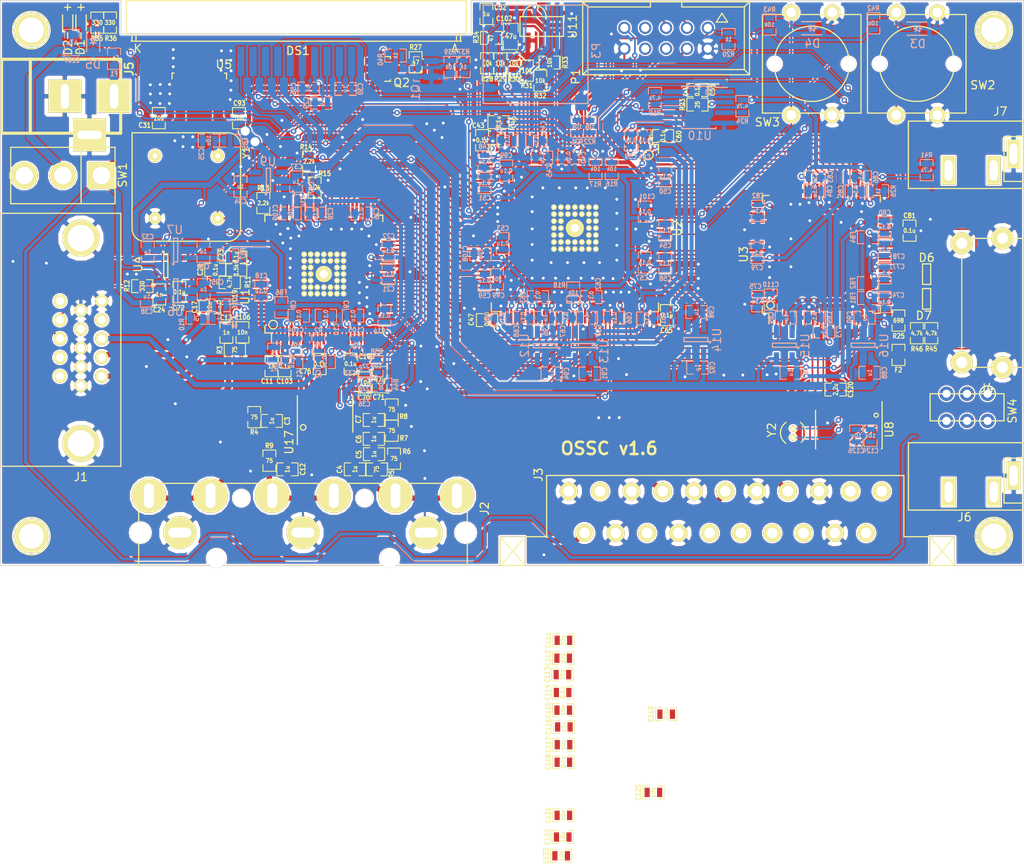
<source format=kicad_pcb>
(kicad_pcb (version 4) (host pcbnew 4.0.5+dfsg1-4)
  (layers (0 F.Cu signal) (31 B.Cu signal) (34 B.Paste user) (35 F.Paste user) (36 B.SilkS user) (37 F.SilkS user) (38 B.Mask user) (39 F.Mask user) (44 Edge.Cuts user))
  (net 0 "")
  (net 1 /fpga1/ASDO)
  (net 2 /fpga1/DATA0)
  (net 3 /fpga1/DCLK)
  (net 4 /fpga1/HDMITX_HSYNC)
  (net 5 /fpga1/HDMITX_INT_N)
  (net 6 /fpga1/HDMITX_PCLK)
  (net 7 /fpga1/HDMITX_R0)
  (net 8 /fpga1/HDMITX_R1)
  (net 9 /fpga1/HDMITX_R2)
  (net 10 /fpga1/HDMITX_R3)
  (net 11 /fpga1/HDMITX_R4)
  (net 12 /fpga1/HDMITX_R5)
  (net 13 /fpga1/HDMITX_R6)
  (net 14 /fpga1/HDMITX_R7)
  (net 15 /fpga1/HDMITX_VSYNC)
  (net 16 /fpga1/IR_RX)
  (net 17 /fpga1/LED0)
  (net 18 /fpga1/LED1)
  (net 19 /fpga1/SCL)
  (net 20 /fpga1/SDA)
  (net 21 /fpga1/SD_CLK)
  (net 22 /fpga1/SD_CMD)
  (net 23 /fpga1/SD_DAT0)
  (net 24 /fpga1/SD_DAT1)
  (net 25 /fpga1/SD_DAT2)
  (net 26 /fpga1/SD_DAT3)
  (net 27 /fpga1/TCK)
  (net 28 /fpga1/TDI)
  (net 29 /fpga1/TDO)
  (net 30 /fpga1/TMS)
  (net 31 /fpga1/VCCA)
  (net 32 /fpga1/VCCD_PLL)
  (net 33 /fpga1/VCCINT)
  (net 34 /fpga1/nCSO)
  (net 35 /hdmitx1/AVCC1V8)
  (net 36 /hdmitx1/AVDD3V3)
  (net 37 /hdmitx1/B0)
  (net 38 /hdmitx1/B1)
  (net 39 /hdmitx1/B2)
  (net 40 /hdmitx1/B3)
  (net 41 /hdmitx1/B4)
  (net 42 /hdmitx1/B5)
  (net 43 /hdmitx1/B6)
  (net 44 /hdmitx1/B7)
  (net 45 /hdmitx1/DDC_SCL)
  (net 46 /hdmitx1/DDC_SDA)
  (net 47 /hdmitx1/DE)
  (net 48 /hdmitx1/DVDD1V8)
  (net 49 /hdmitx1/DVDD3V3)
  (net 50 /hdmitx1/G0)
  (net 51 /hdmitx1/G1)
  (net 52 /hdmitx1/G2)
  (net 53 /hdmitx1/G3)
  (net 54 /hdmitx1/G4)
  (net 55 /hdmitx1/G5)
  (net 56 /hdmitx1/G6)
  (net 57 /hdmitx1/G7)
  (net 58 /hdmitx1/HPD)
  (net 59 /hdmitx1/TMDS_CLK+)
  (net 60 /hdmitx1/TMDS_CLK-)
  (net 61 /hdmitx1/TMDS_D0+)
  (net 62 /hdmitx1/TMDS_D0-)
  (net 63 /hdmitx1/TMDS_D1+)
  (net 64 /hdmitx1/TMDS_D1-)
  (net 65 /hdmitx1/TMDS_D2+)
  (net 66 /hdmitx1/TMDS_D2-)
  (net 67 /tvp_board1/AVDD)
  (net 68 /tvp_board1/B0)
  (net 69 /tvp_board1/B1)
  (net 70 /tvp_board1/B2)
  (net 71 /tvp_board1/B3)
  (net 72 /tvp_board1/B4)
  (net 73 /tvp_board1/B5)
  (net 74 /tvp_board1/B6)
  (net 75 /tvp_board1/B7)
  (net 76 /tvp_board1/DVDD)
  (net 77 /tvp_board1/FID)
  (net 78 /tvp_board1/G0)
  (net 79 /tvp_board1/G1)
  (net 80 /tvp_board1/G2)
  (net 81 /tvp_board1/G3)
  (net 82 /tvp_board1/G4)
  (net 83 /tvp_board1/G5)
  (net 84 /tvp_board1/G6)
  (net 85 /tvp_board1/G7)
  (net 86 /tvp_board1/HSYNC)
  (net 87 /tvp_board1/PCLK)
  (net 88 /tvp_board1/R0)
  (net 89 /tvp_board1/R1)
  (net 90 /tvp_board1/R2)
  (net 91 /tvp_board1/R3)
  (net 92 /tvp_board1/R4)
  (net 93 /tvp_board1/R5)
  (net 94 /tvp_board1/R6)
  (net 95 /tvp_board1/R7)
  (net 96 /tvp_board1/RGB1_B)
  (net 97 /tvp_board1/RGB1_G)
  (net 98 /tvp_board1/RGB1_R)
  (net 99 /tvp_board1/RGB1_S)
  (net 100 /tvp_board1/RGB2_B)
  (net 101 /tvp_board1/RGB2_G)
  (net 102 /tvp_board1/RGB2_R)
  (net 103 /tvp_board1/RGB3_B)
  (net 104 /tvp_board1/RGB3_G)
  (net 105 /tvp_board1/RGB3_R)
  (net 106 /tvp_board1/VSYNC)
  (net 107 GND)
  (net 108 "Net-(C1-Pad2)")
  (net 109 "Net-(C2-Pad2)")
  (net 110 "Net-(C3-Pad2)")
  (net 111 "Net-(C4-Pad2)")
  (net 112 "Net-(C5-Pad2)")
  (net 113 "Net-(C6-Pad2)")
  (net 114 "Net-(C7-Pad2)")
  (net 115 "Net-(C11-Pad2)")
  (net 116 "Net-(C12-Pad2)")
  (net 117 "Net-(C13-Pad2)")
  (net 118 "Net-(C15-Pad2)")
  (net 119 "Net-(C16-Pad2)")
  (net 120 "Net-(C17-Pad2)")
  (net 121 "Net-(C19-Pad1)")
  (net 122 "Net-(C19-Pad2)")
  (net 123 "Net-(C20-Pad2)")
  (net 124 "Net-(C24-Pad1)")
  (net 125 "Net-(C25-Pad1)")
  (net 126 "Net-(C29-Pad2)")
  (net 127 "Net-(C30-Pad1)")
  (net 128 "Net-(C30-Pad2)")
  (net 129 "Net-(C74-Pad1)")
  (net 130 "Net-(C77-Pad1)")
  (net 131 "Net-(C80-Pad1)")
  (net 132 "Net-(J1-Pad9)")
  (net 133 "Net-(J1-Pad4)")
  (net 134 "Net-(J1-Pad11)")
  (net 135 "Net-(J1-Pad12)")
  (net 136 "Net-(J1-Pad15)")
  (net 137 "Net-(P1-Pad6)")
  (net 138 "Net-(P1-Pad8)")
  (net 139 "Net-(R11-Pad2)")
  (net 140 "Net-(R16-Pad2)")
  (net 141 "Net-(R24-Pad1)")
  (net 142 "Net-(R25-Pad1)")
  (net 143 "Net-(R26-Pad1)")
  (net 144 "Net-(U1-Pad25)")
  (net 145 "Net-(U1-Pad37)")
  (net 146 "Net-(U1-Pad38)")
  (net 147 "Net-(U1-Pad51)")
  (net 148 "Net-(U1-Pad52)")
  (net 149 "Net-(U1-Pad64)")
  (net 150 "Net-(U1-Pad65)")
  (net 151 "Net-(D1-Pad1)")
  (net 152 "Net-(D2-Pad1)")
  (net 153 "Net-(J3-Pad3)")
  (net 154 "Net-(J3-Pad8)")
  (net 155 "Net-(J3-Pad10)")
  (net 156 "Net-(J3-Pad12)")
  (net 157 "Net-(J3-Pad16)")
  (net 158 "Net-(J3-Pad19)")
  (net 159 "Net-(J3-Pad1)")
  (net 160 "Net-(J4-Pad13)")
  (net 161 "Net-(P1-Pad7)")
  (net 162 "Net-(U3-Pad45)")
  (net 163 "Net-(Y1-Pad1)")
  (net 164 /fpga1/CLK27)
  (net 165 "Net-(R17-Pad1)")
  (net 166 "Net-(R18-Pad2)")
  (net 167 "Net-(R19-Pad1)")
  (net 168 "Net-(R23-Pad2)")
  (net 169 "Net-(DS1-Pad11)")
  (net 170 "Net-(U17-Pad1)")
  (net 171 "Net-(U17-Pad20)")
  (net 172 "Net-(F1-Pad1)")
  (net 173 /tvp_board1/RGB_12_G)
  (net 174 /tvp_board1/RGB_12_R)
  (net 175 "Net-(C76-Pad2)")
  (net 176 /tvp_board1/RGB_12_B)
  (net 177 "Net-(C100-Pad2)")
  (net 178 "Net-(C103-Pad2)")
  (net 179 "Net-(C104-Pad2)")
  (net 180 "Net-(C105-Pad2)")
  (net 181 /tvp_board1/RGB3_HS)
  (net 182 /tvp_board1/RGB3_VS)
  (net 183 /tvp_board1/RGB3_VS_B)
  (net 184 /tvp_board1/RGB3_HS_B)
  (net 185 "Net-(C106-Pad1)")
  (net 186 "Net-(C107-Pad1)")
  (net 187 /fpga1/LCD_CS_N)
  (net 188 /fpga1/LCD_RS)
  (net 189 /fpga1/BTN0)
  (net 190 /fpga1/BTN1)
  (net 191 "Net-(C23-Pad1)")
  (net 192 /tvp_board1/AVDD_F)
  (net 193 "Net-(C102-Pad1)")
  (net 194 "Net-(C33-Pad2)")
  (net 195 "Net-(C36-Pad1)")
  (net 196 /fpga1/RESET_N)
  (net 197 "Net-(Q1-Pad1)")
  (net 198 "Net-(Q1-Pad3)")
  (net 199 "Net-(Q2-Pad1)")
  (net 200 "Net-(Q2-Pad3)")
  (net 201 /fpga1/LCD_BLEN)
  (net 202 /hdmitx1/5V)
  (net 203 "Net-(MH1-Pad1)")
  (net 204 "Net-(MH2-Pad1)")
  (net 205 "Net-(MH3-Pad1)")
  (net 206 "Net-(MH4-Pad1)")
  (net 207 /hdmitx1/5V_FUSED)
  (net 208 "Net-(C111-Pad1)")
  (net 209 "Net-(C112-Pad1)")
  (net 210 /hdmitx1/AV2_AUD_R)
  (net 211 "Net-(C116-Pad2)")
  (net 212 /hdmitx1/AV1_AUD_R)
  (net 213 "Net-(C117-Pad2)")
  (net 214 "Net-(C119-Pad1)")
  (net 215 "Net-(C120-Pad1)")
  (net 216 /hdmitx1/AV2_AUD_L)
  (net 217 "Net-(C121-Pad2)")
  (net 218 /hdmitx1/AV1_AUD_L)
  (net 219 "Net-(C122-Pad2)")
  (net 220 "Net-(C123-Pad1)")
  (net 221 /hdmitx1/AV3_AUD_R)
  (net 222 "Net-(C124-Pad1)")
  (net 223 "Net-(C125-Pad1)")
  (net 224 /hdmitx1/AV3_AUD_L)
  (net 225 "Net-(C126-Pad1)")
  (net 226 "Net-(J4-Pad14)")
  (net 227 "Net-(J6-Pad3)")
  (net 228 "Net-(J6-Pad2)")
  (net 229 /hdmitx1/I2S_DATA)
  (net 230 /hdmitx1/I2S_WS)
  (net 231 /hdmitx1/I2S_BCK)
  (net 232 "Net-(U8-Pad5)")
  (net 233 "Net-(U8-Pad19)")
  (net 234 "Net-(U8-Pad20)")
  (net 235 "Net-(U8-Pad21)")
  (net 236 "Net-(U8-Pad22)")
  (module custom_components:TSSOP-30_4.4x7.8mm_Pitch0.5mm_Handsoldering (layer F.Cu) (at 110.622 69.23 270)
    (fp_text reference U8 (at 0 -4.95 270) (layer F.SilkS))
    (fp_text value PCM1862)
    (pad 16 smd rect (at 3 3.5 270) (size 1.2 0.3) (layers F.Cu F.Paste F.Mask) (net 230 /hdmitx1/I2S_WS))
    (pad 17 smd rect (at 3 3 270) (size 1.2 0.3) (layers F.Cu F.Paste F.Mask) (net 231 /hdmitx1/I2S_BCK))
    (pad 18 smd rect (at 3 2.5 270) (size 1.2 0.3) (layers F.Cu F.Paste F.Mask) (net 229 /hdmitx1/I2S_DATA))
    (pad 19 smd rect (at 3 2 270) (size 1.2 0.3) (layers F.Cu F.Paste F.Mask) (net 233 "Net-(U8-Pad19)"))
    (pad 20 smd rect (at 3 1.5 270) (size 1.2 0.3) (layers F.Cu F.Paste F.Mask) (net 234 "Net-(U8-Pad20)"))
    (pad 21 smd rect (at 3 1 270) (size 1.2 0.3) (layers F.Cu F.Paste F.Mask) (net 235 "Net-(U8-Pad21)"))
    (pad 22 smd rect (at 3 0.5 270) (size 1.2 0.3) (layers F.Cu F.Paste F.Mask) (net 236 "Net-(U8-Pad22)"))
    (pad 23 smd rect (at 3 0 270) (size 1.2 0.3) (layers F.Cu F.Paste F.Mask) (net 20 /fpga1/SDA))
    (pad 24 smd rect (at 3 -0.5 270) (size 1.2 0.3) (layers F.Cu F.Paste F.Mask) (net 19 /fpga1/SCL))
    (pad 25 smd rect (at 3 -1 270) (size 1.2 0.3) (layers F.Cu F.Paste F.Mask) (net 107 GND))
    (pad 26 smd rect (at 3 -1.5 270) (size 1.2 0.3) (layers F.Cu F.Paste F.Mask) (net 107 GND))
    (pad 27 smd rect (at 3 -2 270) (size 1.2 0.3) (layers F.Cu F.Paste F.Mask) (net 225 "Net-(C126-Pad1)"))
    (pad 28 smd rect (at 3 -2.5 270) (size 1.2 0.3) (layers F.Cu F.Paste F.Mask) (net 222 "Net-(C124-Pad1)"))
    (pad 29 smd rect (at 3 -3 270) (size 1.2 0.3) (layers F.Cu F.Paste F.Mask) (net 223 "Net-(C125-Pad1)"))
    (pad 30 smd rect (at 3 -3.5 270) (size 1.2 0.3) (layers F.Cu F.Paste F.Mask) (net 220 "Net-(C123-Pad1)"))
    (pad 1 smd rect (at -3 -3.5 270) (size 1.2 0.3) (layers F.Cu F.Paste F.Mask) (net 217 "Net-(C121-Pad2)"))
    (pad 2 smd rect (at -3 -3 270) (size 1.2 0.3) (layers F.Cu F.Paste F.Mask) (net 211 "Net-(C116-Pad2)"))
    (pad 3 smd rect (at -3 -2.5 270) (size 1.2 0.3) (layers F.Cu F.Paste F.Mask) (net 219 "Net-(C122-Pad2)"))
    (pad 4 smd rect (at -3 -2 270) (size 1.2 0.3) (layers F.Cu F.Paste F.Mask) (net 213 "Net-(C117-Pad2)"))
    (pad 5 smd rect (at -3 -1.5 270) (size 1.2 0.3) (layers F.Cu F.Paste F.Mask) (net 232 "Net-(U8-Pad5)"))
    (pad 6 smd rect (at -3 -1 270) (size 1.2 0.3) (layers F.Cu F.Paste F.Mask) (net 214 "Net-(C119-Pad1)"))
    (pad 7 smd rect (at -3 -0.5 270) (size 1.2 0.3) (layers F.Cu F.Paste F.Mask) (net 107 GND))
    (pad 8 smd rect (at -3 0 270) (size 1.2 0.3) (layers F.Cu F.Paste F.Mask) (net 36 /hdmitx1/AVDD3V3))
    (pad 9 smd rect (at -3 0.5 270) (size 1.2 0.3) (layers F.Cu F.Paste F.Mask) (net 208 "Net-(C111-Pad1)"))
    (pad 10 smd rect (at -3 1 270) (size 1.2 0.3) (layers F.Cu F.Paste F.Mask) (net 209 "Net-(C112-Pad1)"))
    (pad 11 smd rect (at -3 1.5 270) (size 1.2 0.3) (layers F.Cu F.Paste F.Mask) (net 215 "Net-(C120-Pad1)"))
    (pad 12 smd rect (at -3 2 270) (size 1.2 0.3) (layers F.Cu F.Paste F.Mask) (net 107 GND))
    (pad 13 smd rect (at -3 2.5 270) (size 1.2 0.3) (layers F.Cu F.Paste F.Mask) (net 49 /hdmitx1/DVDD3V3))
    (pad 14 smd rect (at -3 3 270) (size 1.2 0.3) (layers F.Cu F.Paste F.Mask) (net 49 /hdmitx1/DVDD3V3))
    (pad 15 smd rect (at -3 3.5 270) (size 1.2 0.3) (layers F.Cu F.Paste F.Mask) (net 107 GND))
  )
  (module custom_components:IRM-V5XX_TR1 (layer F.Cu) (at 73.2641 21.3605)
    (fp_text reference U11 (at 3.7465 -1.19634 90) (layer F.SilkS))
    (fp_text value IRM-V538/TR1)
    (pad 1 smd rect (at 1.7 0.5) (size 0.7 1.9) (layers F.Cu F.Paste F.Mask) (net 16 /fpga1/IR_RX))
    (pad 2 smd rect (at 0 0.5) (size 0.7 1.9) (layers F.Cu F.Paste F.Mask) (net 193 "Net-(C102-Pad1)"))
    (pad 3 smd rect (at -1.7 0.5) (size 0.7 1.9) (layers F.Cu F.Paste F.Mask) (net 107 GND))
    (pad 3 smd rect (at 1.68 -2.85) (size 1.4 1.9) (layers F.Cu F.Paste F.Mask) (net 107 GND))
  )
  (module Connect:VASCH5x2 (layer F.Cu) (at 88.4 21.59 180)
    (fp_text reference P1 (at 10.996 -4.661 270) (layer F.SilkS))
    (fp_text value JTAG_CONN)
    (pad 1 thru_hole circle (at -5.08 1.27 180) (size 1.50622 1.50622) (drill 0.99822) (layers *.Cu *.Mask) (net 27 /fpga1/TCK))
    (pad 2 thru_hole circle (at -5.08 -1.27 180) (size 1.50622 1.50622) (drill 0.99822) (layers *.Cu *.Mask) (net 107 GND))
    (pad 3 thru_hole circle (at -2.54 1.27 180) (size 1.50622 1.50622) (drill 0.99822) (layers *.Cu *.Mask) (net 29 /fpga1/TDO))
    (pad 4 thru_hole circle (at -2.54 -1.27 180) (size 1.50622 1.50622) (drill 0.99822) (layers *.Cu *.Mask) (net 31 /fpga1/VCCA))
    (pad 5 thru_hole circle (at 0 1.27 180) (size 1.50622 1.50622) (drill 0.99822) (layers *.Cu *.Mask) (net 30 /fpga1/TMS))
    (pad 6 thru_hole circle (at 0 -1.27 180) (size 1.50622 1.50622) (drill 0.99822) (layers *.Cu *.Mask) (net 137 "Net-(P1-Pad6)"))
    (pad 7 thru_hole circle (at 2.54 1.27 180) (size 1.50622 1.50622) (drill 0.99822) (layers *.Cu *.Mask) (net 161 "Net-(P1-Pad7)"))
    (pad 8 thru_hole circle (at 2.54 -1.27 180) (size 1.50622 1.50622) (drill 0.99822) (layers *.Cu *.Mask) (net 138 "Net-(P1-Pad8)"))
    (pad 9 thru_hole circle (at 5.08 1.27 180) (size 1.50622 1.50622) (drill 0.99822) (layers *.Cu *.Mask) (net 28 /fpga1/TDI))
    (pad 10 thru_hole circle (at 5.08 -1.27 180) (size 1.50622 1.50622) (drill 0.99822) (layers *.Cu *.Mask) (net 107 GND))
  )
  (module Connect:1pin (layer F.Cu) (at 11.13 20.6)
    (fp_text reference MH1 hide)
    (fp_text value CONN_1)
    (pad 1 thru_hole circle (at 0 0) (size 4.064 4.064) (drill 3.048) (layers *.Cu *.Mask F.SilkS) (net 203 "Net-(MH1-Pad1)"))
  )
  (module Connect:1pin (layer F.Cu) (at 11.13 82.2)
    (fp_text reference MH3 hide)
    (fp_text value CONN_1)
    (pad 1 thru_hole circle (at 0 0) (size 4.064 4.064) (drill 3.048) (layers *.Cu *.Mask F.SilkS) (net 205 "Net-(MH3-Pad1)"))
  )
  (module Connect:1pin (layer F.Cu) (at 128.3 82.2)
    (fp_text reference MH4 hide)
    (fp_text value CONN_1)
    (pad 1 thru_hole circle (at 0 0) (size 4.064 4.064) (drill 3.048) (layers *.Cu *.Mask F.SilkS) (net 206 "Net-(MH4-Pad1)"))
  )
  (module Connect:1pin (layer F.Cu) (at 128.3 20.6)
    (fp_text reference MH2 hide)
    (fp_text value CONN_1)
    (pad 1 thru_hole circle (at 0 0) (size 4.064 4.064) (drill 3.048) (layers *.Cu *.Mask F.SilkS) (net 204 "Net-(MH2-Pad1)"))
  )
  (module custom_components:ACHL-OSC (layer F.Cu) (at 29.9945 39.6993 270)
    (fp_text reference Y1 (at -4.191 -7.2898 270) (layer F.SilkS) (effects (font (size 0.8 0.8))))
    (fp_text value ACHL-27MHZ-EK)
    (pad 5 thru_hole circle (at 3.81 -3.81 270) (size 1.5 1.5) (drill 0.6) (layers *.Cu *.Mask F.SilkS) (net 164 /fpga1/CLK27))
    (pad 8 thru_hole circle (at -3.81 -3.81 270) (size 1.5 1.5) (drill 0.6) (layers *.Cu *.Mask F.SilkS) (net 125 "Net-(C25-Pad1)"))
    (pad 1 thru_hole circle (at -3.81 3.81 270) (size 1.5 1.5) (drill 0.6) (layers *.Cu *.Mask F.SilkS) (net 163 "Net-(Y1-Pad1)"))
    (pad 4 thru_hole circle (at 3.81 3.81 270) (size 1.5 1.5) (drill 0.6) (layers *.Cu *.Mask F.SilkS) (net 107 GND))
  )
  (module custom_components:SOT-23-5_Handsoldering (layer B.Cu) (at 28.702 47.3701 90)
    (fp_text reference U7 (at 2.4631 -0.112 180) (layer B.SilkS) (effects (justify mirror)))
    (fp_text value NCP703SN19T1G)
    (pad 1 smd rect (at -0.95 -1.65) (size 1.56 0.65) (layers B.Cu B.Paste B.Mask) (net 49 /hdmitx1/DVDD3V3))
    (pad 2 smd rect (at 0 -1.65) (size 1.56 0.65) (layers B.Cu B.Paste B.Mask) (net 107 GND))
    (pad 3 smd rect (at 0.95 -1.65) (size 1.56 0.65) (layers B.Cu B.Paste B.Mask) (net 49 /hdmitx1/DVDD3V3))
    (pad 4 smd rect (at 0.95 1.65) (size 1.56 0.65) (layers B.Cu B.Paste B.Mask))
    (pad 5 smd rect (at -0.95 1.65) (size 1.56 0.65) (layers B.Cu B.Paste B.Mask) (net 67 /tvp_board1/AVDD))
  )
  (module custom_components:SOT-23-5_Handsoldering (layer B.Cu) (at 39.986 38.862 90)
    (fp_text reference U9 (at 2.263 -0.05 180) (layer B.SilkS) (effects (justify mirror)))
    (fp_text value TLV70019)
    (pad 1 smd rect (at -0.95 -1.65) (size 1.56 0.65) (layers B.Cu B.Paste B.Mask) (net 49 /hdmitx1/DVDD3V3))
    (pad 2 smd rect (at 0 -1.65) (size 1.56 0.65) (layers B.Cu B.Paste B.Mask) (net 107 GND))
    (pad 3 smd rect (at 0.95 -1.65) (size 1.56 0.65) (layers B.Cu B.Paste B.Mask) (net 49 /hdmitx1/DVDD3V3))
    (pad 4 smd rect (at 0.95 1.65) (size 1.56 0.65) (layers B.Cu B.Paste B.Mask))
    (pad 5 smd rect (at -0.95 1.65) (size 1.56 0.65) (layers B.Cu B.Paste B.Mask) (net 76 /tvp_board1/DVDD))
  )
  (module custom_components:SOT-23-5_Handsoldering (layer B.Cu) (at 102.7938 58.9534 180)
    (fp_text reference U15 (at -2.55 -0.05 270) (layer B.SilkS) (effects (justify mirror)))
    (fp_text value TLV70018)
    (pad 1 smd rect (at -0.95 -1.65 90) (size 1.56 0.65) (layers B.Cu B.Paste B.Mask) (net 49 /hdmitx1/DVDD3V3))
    (pad 2 smd rect (at 0 -1.65 90) (size 1.56 0.65) (layers B.Cu B.Paste B.Mask) (net 107 GND))
    (pad 3 smd rect (at 0.95 -1.65 90) (size 1.56 0.65) (layers B.Cu B.Paste B.Mask) (net 49 /hdmitx1/DVDD3V3))
    (pad 4 smd rect (at 0.95 1.65 90) (size 1.56 0.65) (layers B.Cu B.Paste B.Mask))
    (pad 5 smd rect (at -0.95 1.65 90) (size 1.56 0.65) (layers B.Cu B.Paste B.Mask) (net 48 /hdmitx1/DVDD1V8))
  )
  (module custom_components:SOT-23-5_Handsoldering (layer B.Cu) (at 112.39 58.9534 180)
    (fp_text reference U16 (at -2.55 -0.05 270) (layer B.SilkS) (effects (justify mirror)))
    (fp_text value TLV70018)
    (pad 1 smd rect (at -0.95 -1.65 90) (size 1.56 0.65) (layers B.Cu B.Paste B.Mask) (net 49 /hdmitx1/DVDD3V3))
    (pad 2 smd rect (at 0 -1.65 90) (size 1.56 0.65) (layers B.Cu B.Paste B.Mask) (net 107 GND))
    (pad 3 smd rect (at 0.95 -1.65 90) (size 1.56 0.65) (layers B.Cu B.Paste B.Mask) (net 49 /hdmitx1/DVDD3V3))
    (pad 4 smd rect (at 0.95 1.65 90) (size 1.56 0.65) (layers B.Cu B.Paste B.Mask))
    (pad 5 smd rect (at -0.95 1.65 90) (size 1.56 0.65) (layers B.Cu B.Paste B.Mask) (net 35 /hdmitx1/AVCC1V8))
  )
  (module custom_components:SOT-23-5_Handsoldering (layer B.Cu) (at 28.702 52.324 90)
    (fp_text reference U6 (at -2.55 -0.05 180) (layer B.SilkS) (effects (justify mirror)))
    (fp_text value TLV70033)
    (pad 1 smd rect (at -0.95 -1.65) (size 1.56 0.65) (layers B.Cu B.Paste B.Mask) (net 202 /hdmitx1/5V))
    (pad 2 smd rect (at 0 -1.65) (size 1.56 0.65) (layers B.Cu B.Paste B.Mask) (net 107 GND))
    (pad 3 smd rect (at 0.95 -1.65) (size 1.56 0.65) (layers B.Cu B.Paste B.Mask) (net 202 /hdmitx1/5V))
    (pad 4 smd rect (at 0.95 1.65) (size 1.56 0.65) (layers B.Cu B.Paste B.Mask))
    (pad 5 smd rect (at -0.95 1.65) (size 1.56 0.65) (layers B.Cu B.Paste B.Mask) (net 36 /hdmitx1/AVDD3V3))
  )
  (module custom_components:SOT-23-5_Handsoldering (layer B.Cu) (at 73.7 59.0246 180)
    (fp_text reference U12 (at 2.514 0.035 270) (layer B.SilkS) (effects (justify mirror)))
    (fp_text value TLV70012)
    (pad 1 smd rect (at -0.95 -1.65 90) (size 1.56 0.65) (layers B.Cu B.Paste B.Mask) (net 49 /hdmitx1/DVDD3V3))
    (pad 2 smd rect (at 0 -1.65 90) (size 1.56 0.65) (layers B.Cu B.Paste B.Mask) (net 107 GND))
    (pad 3 smd rect (at 0.95 -1.65 90) (size 1.56 0.65) (layers B.Cu B.Paste B.Mask) (net 49 /hdmitx1/DVDD3V3))
    (pad 4 smd rect (at 0.95 1.65 90) (size 1.56 0.65) (layers B.Cu B.Paste B.Mask))
    (pad 5 smd rect (at -0.95 1.65 90) (size 1.56 0.65) (layers B.Cu B.Paste B.Mask) (net 33 /fpga1/VCCINT))
  )
  (module custom_components:SOT-23-5_Handsoldering (layer B.Cu) (at 78.306 59.0026 180)
    (fp_text reference U13 (at -2.55 -0.7004 270) (layer B.SilkS) (effects (justify mirror)))
    (fp_text value TLV70025)
    (pad 1 smd rect (at -0.95 -1.65 90) (size 1.56 0.65) (layers B.Cu B.Paste B.Mask) (net 49 /hdmitx1/DVDD3V3))
    (pad 2 smd rect (at 0 -1.65 90) (size 1.56 0.65) (layers B.Cu B.Paste B.Mask) (net 107 GND))
    (pad 3 smd rect (at 0.95 -1.65 90) (size 1.56 0.65) (layers B.Cu B.Paste B.Mask) (net 49 /hdmitx1/DVDD3V3))
    (pad 4 smd rect (at 0.95 1.65 90) (size 1.56 0.65) (layers B.Cu B.Paste B.Mask))
    (pad 5 smd rect (at -0.95 1.65 90) (size 1.56 0.65) (layers B.Cu B.Paste B.Mask) (net 31 /fpga1/VCCA))
  )
  (module custom_components:SOT-23-5_Handsoldering (layer B.Cu) (at 92.034 58.278 180)
    (fp_text reference U14 (at -2.55 -0.05 270) (layer B.SilkS) (effects (justify mirror)))
    (fp_text value TLV70012)
    (pad 1 smd rect (at -0.95 -1.65 90) (size 1.56 0.65) (layers B.Cu B.Paste B.Mask) (net 49 /hdmitx1/DVDD3V3))
    (pad 2 smd rect (at 0 -1.65 90) (size 1.56 0.65) (layers B.Cu B.Paste B.Mask) (net 107 GND))
    (pad 3 smd rect (at 0.95 -1.65 90) (size 1.56 0.65) (layers B.Cu B.Paste B.Mask) (net 49 /hdmitx1/DVDD3V3))
    (pad 4 smd rect (at 0.95 1.65 90) (size 1.56 0.65) (layers B.Cu B.Paste B.Mask))
    (pad 5 smd rect (at -0.95 1.65 90) (size 1.56 0.65) (layers B.Cu B.Paste B.Mask) (net 32 /fpga1/VCCD_PLL))
  )
  (module custom_components:DM3D-SF (layer B.Cu) (at 67.988 19.305)
    (fp_text reference P3 (at 11.9253 3.81 270) (layer B.SilkS) (effects (justify mirror)))
    (fp_text value mSD_CONN)
    (pad 6 smd rect (at 10.1 10.1) (size 1.5 1.9) (layers B.Cu B.Paste B.Mask) (net 107 GND))
    (pad 6 smd rect (at -1.4 8.35) (size 2 1) (layers B.Cu B.Paste B.Mask) (net 107 GND))
    (pad 1 smd rect (at 7.7 -0.875) (size 0.4 1.75) (layers B.Cu B.Paste B.Mask) (net 25 /fpga1/SD_DAT2))
    (pad 2 smd rect (at 6.6 -0.875) (size 0.4 1.75) (layers B.Cu B.Paste B.Mask) (net 26 /fpga1/SD_DAT3))
    (pad 3 smd rect (at 5.5 -0.875) (size 0.4 1.75) (layers B.Cu B.Paste B.Mask) (net 22 /fpga1/SD_CMD))
    (pad 4 smd rect (at 4.4 -0.875) (size 0.4 1.75) (layers B.Cu B.Paste B.Mask) (net 49 /hdmitx1/DVDD3V3))
    (pad 5 smd rect (at 3.3 -0.875) (size 0.4 1.75) (layers B.Cu B.Paste B.Mask) (net 21 /fpga1/SD_CLK))
    (pad 6 smd rect (at 2.2 -0.875) (size 0.4 1.75) (layers B.Cu B.Paste B.Mask) (net 107 GND))
    (pad 7 smd rect (at 1.1 -0.875) (size 0.4 1.75) (layers B.Cu B.Paste B.Mask) (net 23 /fpga1/SD_DAT0))
    (pad 8 smd rect (at 0 -0.875) (size 0.4 1.75) (layers B.Cu B.Paste B.Mask) (net 24 /fpga1/SD_DAT1))
  )
  (module custom_components:SOT-23-6_Handsoldering (layer F.Cu) (at 27.4933 49.2878 270)
    (fp_text reference U4 (at -0.1848 3.3683 450) (layer F.SilkS))
    (fp_text value SN74LVC2G17)
    (pad 5 smd rect (at 0 -1.65) (size 1.56 0.65) (layers F.Cu F.Paste F.Mask) (net 49 /hdmitx1/DVDD3V3))
    (pad 1 smd rect (at -0.95 1.65) (size 1.56 0.65) (layers F.Cu F.Paste F.Mask) (net 181 /tvp_board1/RGB3_HS))
    (pad 2 smd rect (at 0 1.65) (size 1.56 0.65) (layers F.Cu F.Paste F.Mask) (net 107 GND))
    (pad 3 smd rect (at 0.95 1.65) (size 1.56 0.65) (layers F.Cu F.Paste F.Mask) (net 124 "Net-(C24-Pad1)"))
    (pad 4 smd rect (at 0.95 -1.65) (size 1.56 0.65) (layers F.Cu F.Paste F.Mask) (net 183 /tvp_board1/RGB3_VS_B))
    (pad 6 smd rect (at -0.95 -1.65) (size 1.56 0.65) (layers F.Cu F.Paste F.Mask) (net 184 /tvp_board1/RGB3_HS_B))
  )
  (module custom_components:SOD-323_Handsoldering (layer B.Cu) (at 18.654 21.915 90)
    (fp_text reference D5 (at -2.8702 -0.0254 360) (layer B.SilkS) (effects (justify mirror)))
    (fp_text value SD05-7)
    (pad 1 smd rect (at -1.4 0 90) (size 1.4 0.45) (layers B.Cu B.Paste B.Mask) (net 186 "Net-(C107-Pad1)"))
    (pad 2 smd rect (at 1.4 0 90) (size 1.4 0.45) (layers B.Cu B.Paste B.Mask) (net 107 GND))
  )
  (module custom_components:VGA_CONN (layer F.Cu) (at 17.1555 59.2954 270)
    (fp_text reference J1 (at 15.70228 -0.00508 360) (layer F.SilkS))
    (fp_text value VGA)
    (pad 8 thru_hole circle (at 0 0 270) (size 1.6 1.6) (drill 1) (layers *.Cu *.Mask F.SilkS) (net 107 GND))
    (pad 9 thru_hole circle (at -2.29 0 270) (size 1.6 1.6) (drill 1) (layers *.Cu *.Mask F.SilkS) (net 132 "Net-(J1-Pad9)"))
    (pad 10 thru_hole circle (at -4.58 0 270) (size 1.6 1.6) (drill 1) (layers *.Cu *.Mask F.SilkS) (net 107 GND))
    (pad 1 thru_hole circle (at 3.44 -2.54 270) (size 1.6 1.6) (drill 1) (layers *.Cu *.Mask F.SilkS) (net 105 /tvp_board1/RGB3_R))
    (pad 2 thru_hole circle (at 1.15 -2.54 270) (size 1.6 1.6) (drill 1) (layers *.Cu *.Mask F.SilkS) (net 104 /tvp_board1/RGB3_G))
    (pad 3 thru_hole circle (at -1.14 -2.54 270) (size 1.6 1.6) (drill 1) (layers *.Cu *.Mask F.SilkS) (net 103 /tvp_board1/RGB3_B))
    (pad 4 thru_hole circle (at -3.43 -2.54 270) (size 1.6 1.6) (drill 1) (layers *.Cu *.Mask F.SilkS) (net 133 "Net-(J1-Pad4)"))
    (pad 5 thru_hole circle (at -5.72 -2.54 270) (size 1.6 1.6) (drill 1) (layers *.Cu *.Mask F.SilkS) (net 107 GND))
    (pad 6 thru_hole circle (at 4.58 0 270) (size 1.6 1.6) (drill 1) (layers *.Cu *.Mask F.SilkS) (net 107 GND))
    (pad 7 thru_hole circle (at 2.29 0 270) (size 1.6 1.6) (drill 1) (layers *.Cu *.Mask F.SilkS) (net 107 GND))
    (pad 11 thru_hole circle (at 3.44 2.54 270) (size 1.6 1.6) (drill 1) (layers *.Cu *.Mask F.SilkS) (net 134 "Net-(J1-Pad11)"))
    (pad 12 thru_hole circle (at 1.15 2.54 270) (size 1.6 1.6) (drill 1) (layers *.Cu *.Mask F.SilkS) (net 135 "Net-(J1-Pad12)"))
    (pad 13 thru_hole circle (at -1.14 2.54 270) (size 1.6 1.6) (drill 1) (layers *.Cu *.Mask F.SilkS) (net 181 /tvp_board1/RGB3_HS))
    (pad 14 thru_hole circle (at -3.43 2.54 270) (size 1.6 1.6) (drill 1) (layers *.Cu *.Mask F.SilkS) (net 182 /tvp_board1/RGB3_VS))
    (pad 15 thru_hole circle (at -5.72 2.54 270) (size 1.6 1.6) (drill 1) (layers *.Cu *.Mask F.SilkS) (net 136 "Net-(J1-Pad15)"))
    (pad 10 thru_hole circle (at 11.62 0 270) (size 4.5 4.5) (drill 3.2) (layers *.Cu *.Mask F.SilkS) (net 107 GND))
    (pad 10 thru_hole circle (at -13.38 0 270) (size 4.5 4.5) (drill 3.2) (layers *.Cu *.Mask F.SilkS) (net 107 GND))
  )
  (module custom_components:SOT-223_Handsoldering (layer F.Cu) (at 31.577 27.656)
    (fp_text reference U5 (at 2.987 -2.876) (layer F.SilkS))
    (fp_text value AP7361C)
    (pad 2 smd rect (at 0 3.6) (size 1.2 2.4) (layers F.Cu F.Paste F.Mask) (net 107 GND))
    (pad 1 smd rect (at -2.3 3.6) (size 1.2 2.4) (layers F.Cu F.Paste F.Mask) (net 202 /hdmitx1/5V))
    (pad 3 smd rect (at 2.3 3.6) (size 1.2 2.4) (layers F.Cu F.Paste F.Mask) (net 49 /hdmitx1/DVDD3V3))
    (pad 2 smd rect (at 0 -3.6) (size 3.3 2.4) (layers F.Cu F.Paste F.Mask) (net 107 GND))
  )
  (module Housings_SOT-23_SOT-143_TSOT-6:SOT-23_Handsoldering (layer B.Cu) (at 58.316 25.317 270)
    (fp_text reference Q1 (at 2.862 0.404 270) (layer B.SilkS) (effects (justify mirror)))
    (fp_text value BC847)
    (pad 1 smd rect (at -0.95 -1.50114 270) (size 0.8001 1.80086) (layers B.Cu B.Paste B.Mask) (net 197 "Net-(Q1-Pad1)"))
    (pad 2 smd rect (at 0.95 -1.50114 270) (size 0.8001 1.80086) (layers B.Cu B.Paste B.Mask) (net 107 GND))
    (pad 3 smd rect (at 0 1.50114 270) (size 0.8001 1.80086) (layers B.Cu B.Paste B.Mask) (net 198 "Net-(Q1-Pad3)"))
  )
  (module Housings_SOT-23_SOT-143_TSOT-6:SOT-23_Handsoldering (layer F.Cu) (at 54.193 25.329 270)
    (fp_text reference Q2 (at 1.676 -2.012 360) (layer F.SilkS))
    (fp_text value BC857)
    (pad 1 smd rect (at -0.95 1.50114 270) (size 0.8001 1.80086) (layers F.Cu F.Paste F.Mask) (net 199 "Net-(Q2-Pad1)"))
    (pad 2 smd rect (at 0.95 1.50114 270) (size 0.8001 1.80086) (layers F.Cu F.Paste F.Mask) (net 49 /hdmitx1/DVDD3V3))
    (pad 3 smd rect (at 0 -1.50114 270) (size 0.8001 1.80086) (layers F.Cu F.Paste F.Mask) (net 200 "Net-(Q2-Pad3)"))
  )
  (module custom_components:TSSOP-20_4.4x6.5mm_Pitch0.65mm_Handsoldering (layer F.Cu) (at 46.888 67.324 90)
    (fp_text reference U17 (at -3.451 -4.384 90) (layer F.SilkS))
    (fp_text value THS7353)
    (pad 1 smd rect (at -3.22 -2.925 90) (size 2 0.4) (layers F.Cu F.Paste F.Mask) (net 170 "Net-(U17-Pad1)"))
    (pad 2 smd rect (at -3.22 -2.275 90) (size 2 0.4) (layers F.Cu F.Paste F.Mask) (net 116 "Net-(C12-Pad2)"))
    (pad 3 smd rect (at -3.22 -1.625 90) (size 2 0.4) (layers F.Cu F.Paste F.Mask) (net 110 "Net-(C3-Pad2)"))
    (pad 4 smd rect (at -3.22 -0.975 90) (size 2 0.4) (layers F.Cu F.Paste F.Mask) (net 111 "Net-(C4-Pad2)"))
    (pad 5 smd rect (at -3.22 -0.325 90) (size 2 0.4) (layers F.Cu F.Paste F.Mask) (net 112 "Net-(C5-Pad2)"))
    (pad 6 smd rect (at -3.22 0.325 90) (size 2 0.4) (layers F.Cu F.Paste F.Mask) (net 113 "Net-(C6-Pad2)"))
    (pad 7 smd rect (at -3.22 0.975 90) (size 2 0.4) (layers F.Cu F.Paste F.Mask) (net 114 "Net-(C7-Pad2)"))
    (pad 8 smd rect (at -3.22 1.625 90) (size 2 0.4) (layers F.Cu F.Paste F.Mask) (net 107 GND))
    (pad 9 smd rect (at -3.22 2.275 90) (size 2 0.4) (layers F.Cu F.Paste F.Mask) (net 107 GND))
    (pad 10 smd rect (at -3.22 2.925 90) (size 2 0.4) (layers F.Cu F.Paste F.Mask) (net 107 GND))
    (pad 11 smd rect (at 3.22 2.925 90) (size 2 0.4) (layers F.Cu F.Paste F.Mask) (net 36 /hdmitx1/AVDD3V3))
    (pad 12 smd rect (at 3.22 2.275 90) (size 2 0.4) (layers F.Cu F.Paste F.Mask) (net 195 "Net-(C36-Pad1)"))
    (pad 13 smd rect (at 3.22 1.625 90) (size 2 0.4) (layers F.Cu F.Paste F.Mask) (net 194 "Net-(C33-Pad2)"))
    (pad 14 smd rect (at 3.22 0.975 90) (size 2 0.4) (layers F.Cu F.Paste F.Mask) (net 176 /tvp_board1/RGB_12_B))
    (pad 15 smd rect (at 3.22 0.325 90) (size 2 0.4) (layers F.Cu F.Paste F.Mask) (net 176 /tvp_board1/RGB_12_B))
    (pad 16 smd rect (at 3.22 -0.325 90) (size 2 0.4) (layers F.Cu F.Paste F.Mask) (net 174 /tvp_board1/RGB_12_R))
    (pad 17 smd rect (at 3.22 -0.975 90) (size 2 0.4) (layers F.Cu F.Paste F.Mask) (net 174 /tvp_board1/RGB_12_R))
    (pad 18 smd rect (at 3.22 -1.625 90) (size 2 0.4) (layers F.Cu F.Paste F.Mask) (net 173 /tvp_board1/RGB_12_G))
    (pad 19 smd rect (at 3.22 -2.275 90) (size 2 0.4) (layers F.Cu F.Paste F.Mask) (net 173 /tvp_board1/RGB_12_G))
    (pad 20 smd rect (at 3.22 -2.925 90) (size 2 0.4) (layers F.Cu F.Paste F.Mask) (net 171 "Net-(U17-Pad20)"))
  )
  (module custom_components:TQFP-100_custom (layer F.Cu) (at 107.3 47.9 90)
    (fp_text reference U3 (at 0 -9.45 90) (layer F.SilkS))
    (fp_text value IT6613)
    (pad 1 smd rect (at -7.8 -6 90) (size 1.6 0.3) (layers F.Cu F.Paste F.Mask) (net 47 /hdmitx1/DE))
    (pad 2 smd rect (at -7.8 -5.5 90) (size 1.6 0.3) (layers F.Cu F.Paste F.Mask) (net 4 /fpga1/HDMITX_HSYNC))
    (pad 3 smd rect (at -7.8 -5 90) (size 1.6 0.3) (layers F.Cu F.Paste F.Mask) (net 15 /fpga1/HDMITX_VSYNC))
    (pad 4 smd rect (at -7.8 -4.5 90) (size 1.6 0.3) (layers F.Cu F.Paste F.Mask) (net 107 GND))
    (pad 5 smd rect (at -7.8 -4 90) (size 1.6 0.3) (layers F.Cu F.Paste F.Mask) (net 107 GND))
    (pad 6 smd rect (at -7.8 -3.5 90) (size 1.6 0.3) (layers F.Cu F.Paste F.Mask) (net 107 GND))
    (pad 7 smd rect (at -7.8 -3 90) (size 1.6 0.3) (layers F.Cu F.Paste F.Mask) (net 107 GND))
    (pad 8 smd rect (at -7.8 -2.5 90) (size 1.6 0.3) (layers F.Cu F.Paste F.Mask) (net 107 GND))
    (pad 9 smd rect (at -7.8 -2 90) (size 1.6 0.3) (layers F.Cu F.Paste F.Mask) (net 229 /hdmitx1/I2S_DATA))
    (pad 10 smd rect (at -7.8 -1.5 90) (size 1.6 0.3) (layers F.Cu F.Paste F.Mask) (net 230 /hdmitx1/I2S_WS))
    (pad 11 smd rect (at -7.8 -1 90) (size 1.6 0.3) (layers F.Cu F.Paste F.Mask) (net 231 /hdmitx1/I2S_BCK))
    (pad 12 smd rect (at -7.8 -0.5 90) (size 1.6 0.3) (layers F.Cu F.Paste F.Mask) (net 48 /hdmitx1/DVDD1V8))
    (pad 13 smd rect (at -7.8 0 90) (size 1.6 0.3) (layers F.Cu F.Paste F.Mask) (net 107 GND))
    (pad 14 smd rect (at -7.8 0.5 90) (size 1.6 0.3) (layers F.Cu F.Paste F.Mask) (net 49 /hdmitx1/DVDD3V3))
    (pad 15 smd rect (at -7.8 1 90) (size 1.6 0.3) (layers F.Cu F.Paste F.Mask) (net 107 GND))
    (pad 16 smd rect (at -7.8 1.5 90) (size 1.6 0.3) (layers F.Cu F.Paste F.Mask) (net 107 GND))
    (pad 17 smd rect (at -7.8 2 90) (size 1.6 0.3) (layers F.Cu F.Paste F.Mask) (net 107 GND))
    (pad 18 smd rect (at -7.8 2.5 90) (size 1.6 0.3) (layers F.Cu F.Paste F.Mask) (net 107 GND))
    (pad 19 smd rect (at -7.8 3 90) (size 1.6 0.3) (layers F.Cu F.Paste F.Mask) (net 107 GND))
    (pad 20 smd rect (at -7.8 3.5 90) (size 1.6 0.3) (layers F.Cu F.Paste F.Mask) (net 107 GND))
    (pad 21 smd rect (at -7.8 4 90) (size 1.6 0.3) (layers F.Cu F.Paste F.Mask) (net 107 GND))
    (pad 22 smd rect (at -7.8 4.5 90) (size 1.6 0.3) (layers F.Cu F.Paste F.Mask) (net 107 GND))
    (pad 23 smd rect (at -7.8 5 90) (size 1.6 0.3) (layers F.Cu F.Paste F.Mask) (net 107 GND))
    (pad 24 smd rect (at -7.8 5.5 90) (size 1.6 0.3) (layers F.Cu F.Paste F.Mask) (net 5 /fpga1/HDMITX_INT_N))
    (pad 25 smd rect (at -7.8 6 90) (size 1.6 0.3) (layers F.Cu F.Paste F.Mask) (net 196 /fpga1/RESET_N))
    (pad 26 smd rect (at -6 7.8 180) (size 1.6 0.3) (layers F.Cu F.Paste F.Mask) (net 107 GND))
    (pad 27 smd rect (at -5.5 7.8 180) (size 1.6 0.3) (layers F.Cu F.Paste F.Mask) (net 142 "Net-(R25-Pad1)"))
    (pad 28 smd rect (at -5 7.8 180) (size 1.6 0.3) (layers F.Cu F.Paste F.Mask) (net 129 "Net-(C74-Pad1)"))
    (pad 29 smd rect (at -4.5 7.8 180) (size 1.6 0.3) (layers F.Cu F.Paste F.Mask) (net 107 GND))
    (pad 30 smd rect (at -4 7.8 180) (size 1.6 0.3) (layers F.Cu F.Paste F.Mask) (net 60 /hdmitx1/TMDS_CLK-))
    (pad 31 smd rect (at -3.5 7.8 180) (size 1.6 0.3) (layers F.Cu F.Paste F.Mask) (net 59 /hdmitx1/TMDS_CLK+))
    (pad 32 smd rect (at -3 7.8 180) (size 1.6 0.3) (layers F.Cu F.Paste F.Mask) (net 130 "Net-(C77-Pad1)"))
    (pad 33 smd rect (at -2.5 7.8 180) (size 1.6 0.3) (layers F.Cu F.Paste F.Mask) (net 62 /hdmitx1/TMDS_D0-))
    (pad 34 smd rect (at -2 7.8 180) (size 1.6 0.3) (layers F.Cu F.Paste F.Mask) (net 61 /hdmitx1/TMDS_D0+))
    (pad 35 smd rect (at -1.5 7.8 180) (size 1.6 0.3) (layers F.Cu F.Paste F.Mask) (net 107 GND))
    (pad 36 smd rect (at -1 7.8 180) (size 1.6 0.3) (layers F.Cu F.Paste F.Mask) (net 64 /hdmitx1/TMDS_D1-))
    (pad 37 smd rect (at -0.5 7.8 180) (size 1.6 0.3) (layers F.Cu F.Paste F.Mask) (net 63 /hdmitx1/TMDS_D1+))
    (pad 38 smd rect (at 0 7.8 180) (size 1.6 0.3) (layers F.Cu F.Paste F.Mask) (net 130 "Net-(C77-Pad1)"))
    (pad 39 smd rect (at 0.5 7.8 180) (size 1.6 0.3) (layers F.Cu F.Paste F.Mask) (net 66 /hdmitx1/TMDS_D2-))
    (pad 40 smd rect (at 1 7.8 180) (size 1.6 0.3) (layers F.Cu F.Paste F.Mask) (net 65 /hdmitx1/TMDS_D2+))
    (pad 41 smd rect (at 1.5 7.8 180) (size 1.6 0.3) (layers F.Cu F.Paste F.Mask) (net 107 GND))
    (pad 42 smd rect (at 2 7.8 180) (size 1.6 0.3) (layers F.Cu F.Paste F.Mask) (net 131 "Net-(C80-Pad1)"))
    (pad 43 smd rect (at 2.5 7.8 180) (size 1.6 0.3) (layers F.Cu F.Paste F.Mask) (net 107 GND))
    (pad 44 smd rect (at 3 7.8 180) (size 1.6 0.3) (layers F.Cu F.Paste F.Mask) (net 36 /hdmitx1/AVDD3V3))
    (pad 45 smd rect (at 3.5 7.8 180) (size 1.6 0.3) (layers F.Cu F.Paste F.Mask) (net 162 "Net-(U3-Pad45)"))
    (pad 46 smd rect (at 4 7.8 180) (size 1.6 0.3) (layers F.Cu F.Paste F.Mask) (net 45 /hdmitx1/DDC_SCL))
    (pad 47 smd rect (at 4.5 7.8 180) (size 1.6 0.3) (layers F.Cu F.Paste F.Mask) (net 46 /hdmitx1/DDC_SDA))
    (pad 48 smd rect (at 5 7.8 180) (size 1.6 0.3) (layers F.Cu F.Paste F.Mask) (net 19 /fpga1/SCL))
    (pad 49 smd rect (at 5.5 7.8 180) (size 1.6 0.3) (layers F.Cu F.Paste F.Mask) (net 20 /fpga1/SDA))
    (pad 50 smd rect (at 6 7.8 180) (size 1.6 0.3) (layers F.Cu F.Paste F.Mask) (net 107 GND))
    (pad 51 smd rect (at 7.8 6 90) (size 1.6 0.3) (layers F.Cu F.Paste F.Mask) (net 58 /hdmitx1/HPD))
    (pad 52 smd rect (at 7.8 5.5 90) (size 1.6 0.3) (layers F.Cu F.Paste F.Mask) (net 143 "Net-(R26-Pad1)"))
    (pad 53 smd rect (at 7.8 5 90) (size 1.6 0.3) (layers F.Cu F.Paste F.Mask) (net 49 /hdmitx1/DVDD3V3))
    (pad 54 smd rect (at 7.8 4.5 90) (size 1.6 0.3) (layers F.Cu F.Paste F.Mask) (net 107 GND))
    (pad 55 smd rect (at 7.8 4 90) (size 1.6 0.3) (layers F.Cu F.Paste F.Mask) (net 48 /hdmitx1/DVDD1V8))
    (pad 56 smd rect (at 7.8 3.5 90) (size 1.6 0.3) (layers F.Cu F.Paste F.Mask) (net 14 /fpga1/HDMITX_R7))
    (pad 57 smd rect (at 7.8 3 90) (size 1.6 0.3) (layers F.Cu F.Paste F.Mask) (net 13 /fpga1/HDMITX_R6))
    (pad 58 smd rect (at 7.8 2.5 90) (size 1.6 0.3) (layers F.Cu F.Paste F.Mask) (net 12 /fpga1/HDMITX_R5))
    (pad 59 smd rect (at 7.8 2 90) (size 1.6 0.3) (layers F.Cu F.Paste F.Mask) (net 11 /fpga1/HDMITX_R4))
    (pad 60 smd rect (at 7.8 1.5 90) (size 1.6 0.3) (layers F.Cu F.Paste F.Mask) (net 10 /fpga1/HDMITX_R3))
    (pad 61 smd rect (at 7.8 1 90) (size 1.6 0.3) (layers F.Cu F.Paste F.Mask) (net 9 /fpga1/HDMITX_R2))
    (pad 62 smd rect (at 7.8 0.5 90) (size 1.6 0.3) (layers F.Cu F.Paste F.Mask) (net 8 /fpga1/HDMITX_R1))
    (pad 63 smd rect (at 7.8 0 90) (size 1.6 0.3) (layers F.Cu F.Paste F.Mask) (net 7 /fpga1/HDMITX_R0))
    (pad 64 smd rect (at 7.8 -0.5 90) (size 1.6 0.3) (layers F.Cu F.Paste F.Mask) (net 48 /hdmitx1/DVDD1V8))
    (pad 65 smd rect (at 7.8 -1 90) (size 1.6 0.3) (layers F.Cu F.Paste F.Mask) (net 107 GND))
    (pad 66 smd rect (at 7.8 -1.5 90) (size 1.6 0.3) (layers F.Cu F.Paste F.Mask) (net 49 /hdmitx1/DVDD3V3))
    (pad 67 smd rect (at 7.8 -2 90) (size 1.6 0.3) (layers F.Cu F.Paste F.Mask) (net 107 GND))
    (pad 68 smd rect (at 7.8 -2.5 90) (size 1.6 0.3) (layers F.Cu F.Paste F.Mask) (net 107 GND))
    (pad 69 smd rect (at 7.8 -3 90) (size 1.6 0.3) (layers F.Cu F.Paste F.Mask) (net 107 GND))
    (pad 70 smd rect (at 7.8 -3.5 90) (size 1.6 0.3) (layers F.Cu F.Paste F.Mask) (net 107 GND))
    (pad 71 smd rect (at 7.8 -4 90) (size 1.6 0.3) (layers F.Cu F.Paste F.Mask) (net 57 /hdmitx1/G7))
    (pad 72 smd rect (at 7.8 -4.5 90) (size 1.6 0.3) (layers F.Cu F.Paste F.Mask) (net 56 /hdmitx1/G6))
    (pad 73 smd rect (at 7.8 -5 90) (size 1.6 0.3) (layers F.Cu F.Paste F.Mask) (net 55 /hdmitx1/G5))
    (pad 74 smd rect (at 7.8 -5.5 90) (size 1.6 0.3) (layers F.Cu F.Paste F.Mask) (net 54 /hdmitx1/G4))
    (pad 75 smd rect (at 7.8 -6 90) (size 1.6 0.3) (layers F.Cu F.Paste F.Mask) (net 53 /hdmitx1/G3))
    (pad 76 smd rect (at 6 -7.8 180) (size 1.6 0.3) (layers F.Cu F.Paste F.Mask) (net 48 /hdmitx1/DVDD1V8))
    (pad 77 smd rect (at 5.5 -7.8 180) (size 1.6 0.3) (layers F.Cu F.Paste F.Mask) (net 52 /hdmitx1/G2))
    (pad 78 smd rect (at 5 -7.8 180) (size 1.6 0.3) (layers F.Cu F.Paste F.Mask) (net 51 /hdmitx1/G1))
    (pad 79 smd rect (at 4.5 -7.8 180) (size 1.6 0.3) (layers F.Cu F.Paste F.Mask) (net 50 /hdmitx1/G0))
    (pad 80 smd rect (at 4 -7.8 180) (size 1.6 0.3) (layers F.Cu F.Paste F.Mask) (net 107 GND))
    (pad 81 smd rect (at 3.5 -7.8 180) (size 1.6 0.3) (layers F.Cu F.Paste F.Mask) (net 107 GND))
    (pad 82 smd rect (at 3 -7.8 180) (size 1.6 0.3) (layers F.Cu F.Paste F.Mask) (net 107 GND))
    (pad 83 smd rect (at 2.5 -7.8 180) (size 1.6 0.3) (layers F.Cu F.Paste F.Mask) (net 107 GND))
    (pad 84 smd rect (at 2 -7.8 180) (size 1.6 0.3) (layers F.Cu F.Paste F.Mask) (net 44 /hdmitx1/B7))
    (pad 85 smd rect (at 1.5 -7.8 180) (size 1.6 0.3) (layers F.Cu F.Paste F.Mask) (net 43 /hdmitx1/B6))
    (pad 86 smd rect (at 1 -7.8 180) (size 1.6 0.3) (layers F.Cu F.Paste F.Mask) (net 42 /hdmitx1/B5))
    (pad 87 smd rect (at 0.5 -7.8 180) (size 1.6 0.3) (layers F.Cu F.Paste F.Mask) (net 107 GND))
    (pad 88 smd rect (at 0 -7.8 180) (size 1.6 0.3) (layers F.Cu F.Paste F.Mask) (net 6 /fpga1/HDMITX_PCLK))
    (pad 89 smd rect (at -0.5 -7.8 180) (size 1.6 0.3) (layers F.Cu F.Paste F.Mask) (net 49 /hdmitx1/DVDD3V3))
    (pad 90 smd rect (at -1 -7.8 180) (size 1.6 0.3) (layers F.Cu F.Paste F.Mask) (net 41 /hdmitx1/B4))
    (pad 91 smd rect (at -1.5 -7.8 180) (size 1.6 0.3) (layers F.Cu F.Paste F.Mask) (net 40 /hdmitx1/B3))
    (pad 92 smd rect (at -2 -7.8 180) (size 1.6 0.3) (layers F.Cu F.Paste F.Mask) (net 39 /hdmitx1/B2))
    (pad 93 smd rect (at -2.5 -7.8 180) (size 1.6 0.3) (layers F.Cu F.Paste F.Mask) (net 38 /hdmitx1/B1))
    (pad 94 smd rect (at -3 -7.8 180) (size 1.6 0.3) (layers F.Cu F.Paste F.Mask) (net 37 /hdmitx1/B0))
    (pad 95 smd rect (at -3.5 -7.8 180) (size 1.6 0.3) (layers F.Cu F.Paste F.Mask) (net 107 GND))
    (pad 96 smd rect (at -4 -7.8 180) (size 1.6 0.3) (layers F.Cu F.Paste F.Mask) (net 107 GND))
    (pad 97 smd rect (at -4.5 -7.8 180) (size 1.6 0.3) (layers F.Cu F.Paste F.Mask) (net 107 GND))
    (pad 98 smd rect (at -5 -7.8 180) (size 1.6 0.3) (layers F.Cu F.Paste F.Mask) (net 107 GND))
    (pad 99 smd rect (at -5.5 -7.8 180) (size 1.6 0.3) (layers F.Cu F.Paste F.Mask) (net 48 /hdmitx1/DVDD1V8))
    (pad 100 smd rect (at -6 -7.8 180) (size 1.6 0.3) (layers F.Cu F.Paste F.Mask) (net 107 GND))
  )
  (module custom_components:SCART_CONN (layer F.Cu) (at 112.7546 81.8212)
    (fp_text reference J3 (at -39.8886 -7.0922 90) (layer F.SilkS))
    (fp_text value SCART-F)
    (pad 2 thru_hole circle (at 0 0) (size 2.2 2.2) (drill 1.3) (layers *.Cu *.Mask F.SilkS) (net 212 /hdmitx1/AV1_AUD_R))
    (pad 3 thru_hole circle (at -1.905 -5.08) (size 2.2 2.2) (drill 1.3) (layers *.Cu *.Mask F.SilkS) (net 153 "Net-(J3-Pad3)"))
    (pad 4 thru_hole circle (at -3.81 0) (size 2.2 2.2) (drill 1.3) (layers *.Cu *.Mask F.SilkS) (net 107 GND))
    (pad 5 thru_hole circle (at -5.715 -5.08) (size 2.2 2.2) (drill 1.3) (layers *.Cu *.Mask F.SilkS) (net 107 GND))
    (pad 6 thru_hole circle (at -7.62 0) (size 2.2 2.2) (drill 1.3) (layers *.Cu *.Mask F.SilkS) (net 218 /hdmitx1/AV1_AUD_L))
    (pad 7 thru_hole circle (at -9.525 -5.08) (size 2.2 2.2) (drill 1.3) (layers *.Cu *.Mask F.SilkS) (net 96 /tvp_board1/RGB1_B))
    (pad 8 thru_hole circle (at -11.43 0) (size 2.2 2.2) (drill 1.3) (layers *.Cu *.Mask F.SilkS) (net 154 "Net-(J3-Pad8)"))
    (pad 9 thru_hole circle (at -13.335 -5.08) (size 2.2 2.2) (drill 1.3) (layers *.Cu *.Mask F.SilkS) (net 107 GND))
    (pad 10 thru_hole circle (at -15.24 0) (size 2.2 2.2) (drill 1.3) (layers *.Cu *.Mask F.SilkS) (net 155 "Net-(J3-Pad10)"))
    (pad 11 thru_hole circle (at -17.145 -5.08) (size 2.2 2.2) (drill 1.3) (layers *.Cu *.Mask F.SilkS) (net 97 /tvp_board1/RGB1_G))
    (pad 12 thru_hole circle (at -19.05 0) (size 2.2 2.2) (drill 1.3) (layers *.Cu *.Mask F.SilkS) (net 156 "Net-(J3-Pad12)"))
    (pad 13 thru_hole circle (at -20.955 -5.08) (size 2.2 2.2) (drill 1.3) (layers *.Cu *.Mask F.SilkS) (net 107 GND))
    (pad 20 thru_hole circle (at -34.29 0) (size 2.2 2.2) (drill 1.3) (layers *.Cu *.Mask F.SilkS) (net 99 /tvp_board1/RGB1_S))
    (pad 15 thru_hole circle (at -24.765 -5.08) (size 2.2 2.2) (drill 1.3) (layers *.Cu *.Mask F.SilkS) (net 98 /tvp_board1/RGB1_R))
    (pad 14 thru_hole circle (at -22.86 0) (size 2.2 2.2) (drill 1.3) (layers *.Cu *.Mask F.SilkS) (net 107 GND))
    (pad 17 thru_hole circle (at -28.575 -5.08) (size 2.2 2.2) (drill 1.3) (layers *.Cu *.Mask F.SilkS) (net 107 GND))
    (pad 16 thru_hole circle (at -26.67 0) (size 2.2 2.2) (drill 1.3) (layers *.Cu *.Mask F.SilkS) (net 157 "Net-(J3-Pad16)"))
    (pad 19 thru_hole circle (at -32.385 -5.08) (size 2.2 2.2) (drill 1.3) (layers *.Cu *.Mask F.SilkS) (net 158 "Net-(J3-Pad19)"))
    (pad 18 thru_hole circle (at -30.48 0) (size 2.2 2.2) (drill 1.3) (layers *.Cu *.Mask F.SilkS) (net 107 GND))
    (pad 21 thru_hole circle (at -36.195 -5.08) (size 2.2 2.2) (drill 1.3) (layers *.Cu *.Mask F.SilkS) (net 107 GND))
    (pad 1 thru_hole circle (at 1.905 -5.08) (size 2.2 2.2) (drill 1.3) (layers *.Cu *.Mask F.SilkS) (net 159 "Net-(J3-Pad1)"))
  )
  (module custom_components:SW_PUSH-SKHCBFA010 (layer F.Cu) (at 106.131 24.7 90)
    (fp_text reference SW3 (at -7.106 -5.395 180) (layer F.SilkS))
    (fp_text value SW_PUSH)
    (pad 1 thru_hole circle (at 6.25 -2.5 90) (size 2 2) (drill 1.2) (layers *.Cu *.Mask F.SilkS) (net 190 /fpga1/BTN1))
    (pad 2 thru_hole circle (at 6.25 2.5 90) (size 2 2) (drill 1.2) (layers *.Cu *.Mask F.SilkS) (net 107 GND))
    (pad 1 thru_hole circle (at -6.25 -2.5 90) (size 2 2) (drill 1.2) (layers *.Cu *.Mask F.SilkS) (net 190 /fpga1/BTN1))
    (pad 2 thru_hole circle (at -6.25 2.5 90) (size 2 2) (drill 1.2) (layers *.Cu *.Mask F.SilkS) (net 107 GND))
    (pad "" thru_hole circle (at 0 4.5 90) (size 1.7 1.7) (drill 1.7) (layers *.Cu *.Mask F.SilkS))
    (pad "" thru_hole circle (at 0 -4.5 90) (size 1.7 1.7) (drill 1.7) (layers *.Cu *.Mask F.SilkS))
  )
  (module custom_components:SW_PUSH-SKHCBFA010 (layer F.Cu) (at 118.918 24.7 90)
    (fp_text reference SW2 (at -2.597 8.041 180) (layer F.SilkS))
    (fp_text value SW_PUSH)
    (pad 1 thru_hole circle (at 6.25 -2.5 90) (size 2 2) (drill 1.2) (layers *.Cu *.Mask F.SilkS) (net 189 /fpga1/BTN0))
    (pad 2 thru_hole circle (at 6.25 2.5 90) (size 2 2) (drill 1.2) (layers *.Cu *.Mask F.SilkS) (net 107 GND))
    (pad 1 thru_hole circle (at -6.25 -2.5 90) (size 2 2) (drill 1.2) (layers *.Cu *.Mask F.SilkS) (net 189 /fpga1/BTN0))
    (pad 2 thru_hole circle (at -6.25 2.5 90) (size 2 2) (drill 1.2) (layers *.Cu *.Mask F.SilkS) (net 107 GND))
    (pad "" thru_hole circle (at 0 4.5 90) (size 1.7 1.7) (drill 1.7) (layers *.Cu *.Mask F.SilkS))
    (pad "" thru_hole circle (at 0 -4.5 90) (size 1.7 1.7) (drill 1.7) (layers *.Cu *.Mask F.SilkS))
  )
  (module custom_components:SOIC-8_3.9x4.9mm_Pitch1.27mm_Handsoldering (layer B.Cu) (at 92.3903 30.0092 180)
    (fp_text reference U10 (at -0.1127 -3.4348 180) (layer B.SilkS) (effects (justify mirror)))
    (fp_text value S25FL216K)
    (pad 1 smd rect (at -3.1 1.905 180) (size 2.35 0.6) (layers B.Cu B.Paste B.Mask) (net 34 /fpga1/nCSO))
    (pad 2 smd rect (at -3.1 0.635 180) (size 2.35 0.6) (layers B.Cu B.Paste B.Mask) (net 168 "Net-(R23-Pad2)"))
    (pad 3 smd rect (at -3.1 -0.635 180) (size 2.35 0.6) (layers B.Cu B.Paste B.Mask) (net 141 "Net-(R24-Pad1)"))
    (pad 4 smd rect (at -3.1 -1.905 180) (size 2.35 0.6) (layers B.Cu B.Paste B.Mask) (net 107 GND))
    (pad 5 smd rect (at 3.1 -1.905 180) (size 2.35 0.6) (layers B.Cu B.Paste B.Mask) (net 1 /fpga1/ASDO))
    (pad 6 smd rect (at 3.1 -0.635 180) (size 2.35 0.6) (layers B.Cu B.Paste B.Mask) (net 3 /fpga1/DCLK))
    (pad 7 smd rect (at 3.1 0.635 180) (size 2.35 0.6) (layers B.Cu B.Paste B.Mask) (net 167 "Net-(R19-Pad1)"))
    (pad 8 smd rect (at 3.1 1.905 180) (size 2.35 0.6) (layers B.Cu B.Paste B.Mask) (net 49 /hdmitx1/DVDD3V3))
  )
  (module custom_components:3xRCA_CONN (layer F.Cu) (at 44.196 81.7762)
    (fp_text reference J2 (at 22.113 -2.9242 90) (layer F.SilkS))
    (fp_text value 3XRCA_CONN)
    (pad "" thru_hole circle (at 7.5 -4.2) (size 2 2) (drill 2) (layers *.Cu *.Mask F.SilkS))
    (pad "" thru_hole circle (at -7.5 -4.2) (size 2 2) (drill 2) (layers *.Cu *.Mask F.SilkS))
    (pad "" thru_hole circle (at -10.53338 3.14452) (size 2.3 2.3) (drill 2.3) (layers *.Cu *.Mask F.SilkS))
    (pad "" thru_hole circle (at 10.53338 3.14452) (size 2.3 2.3) (drill 2.3) (layers *.Cu *.Mask F.SilkS))
    (pad 2 thru_hole circle (at 11.25 -4.5) (size 4.2 4.2) (drill oval 1.2 3) (layers *.Cu *.Mask F.SilkS) (net 100 /tvp_board1/RGB2_B))
    (pad 2 thru_hole circle (at 18.75 -4.5) (size 4.2 4.2) (drill oval 1.2 3) (layers *.Cu *.Mask F.SilkS) (net 100 /tvp_board1/RGB2_B))
    (pad 3 thru_hole circle (at -18.75 -4.5) (size 4.2 4.2) (drill oval 1.2 3) (layers *.Cu *.Mask F.SilkS) (net 102 /tvp_board1/RGB2_R))
    (pad 3 thru_hole circle (at -11.25 -4.5) (size 4.2 4.2) (drill oval 1.2 3) (layers *.Cu *.Mask F.SilkS) (net 102 /tvp_board1/RGB2_R))
    (pad 4 thru_hole circle (at -15 0) (size 4 4) (drill oval 2.82 1.2) (layers *.Cu *.Mask F.SilkS) (net 107 GND))
    (pad 4 thru_hole circle (at 0 0) (size 4 4) (drill oval 2.82 1.2) (layers *.Cu *.Mask F.SilkS) (net 107 GND))
    (pad 4 thru_hole circle (at 15 0) (size 4 4) (drill oval 2.82 1.2) (layers *.Cu *.Mask F.SilkS) (net 107 GND))
    (pad "" thru_hole oval (at 19.8 0) (size 2.5 2.5) (drill 2.5) (layers *.Cu *.Mask F.SilkS))
    (pad "" thru_hole oval (at -19.8 0) (size 2.5 2.5) (drill 2.5) (layers *.Cu *.Mask F.SilkS))
    (pad 1 thru_hole circle (at 3.75 -4.5) (size 4.2 4.2) (drill oval 1.2 3) (layers *.Cu *.Mask F.SilkS) (net 101 /tvp_board1/RGB2_G))
    (pad 1 thru_hole circle (at -3.75 -4.5) (size 4.2 4.2) (drill oval 1.2 3) (layers *.Cu *.Mask F.SilkS) (net 101 /tvp_board1/RGB2_G))
  )
  (module custom_components:BARREL_JACK_roundconn (layer F.Cu) (at 15.002 28.649)
    (fp_text reference J5 (at 8.029 -3.332 90) (layer F.SilkS) (effects (font (size 1.016 1.016) (thickness 0.2032))))
    (fp_text value 5VDC_IN hide)
    (pad 1 thru_hole rect (at 6.20014 0) (size 4 4) (drill oval 1 3) (layers *.Cu *.Mask F.SilkS) (net 172 "Net-(F1-Pad1)"))
    (pad 2 thru_hole rect (at 0.20066 0) (size 4 4) (drill oval 1 3) (layers *.Cu *.Mask F.SilkS) (net 107 GND))
    (pad 3 thru_hole rect (at 3.2004 4.699) (size 4 4) (drill oval 3 1) (layers *.Cu *.Mask F.SilkS) (net 107 GND))
  )
  (module custom_components:LED-0603 (layer F.Cu) (at 17.179 19.545 90)
    (fp_text reference D1 (at -3.14 -0.076 90) (layer F.SilkS))
    (fp_text value LEDR)
    (pad 1 smd rect (at 0.7493 0 270) (size 0.79756 0.79756) (layers F.Cu F.Paste F.Mask) (net 151 "Net-(D1-Pad1)"))
    (pad 2 smd rect (at -0.7493 0 270) (size 0.79756 0.79756) (layers F.Cu F.Paste F.Mask) (net 107 GND))
  )
  (module custom_components:LED-0603 (layer F.Cu) (at 15.549 19.545 90)
    (fp_text reference D2 (at -3.178 0.03 90) (layer F.SilkS))
    (fp_text value LEDG)
    (pad 1 smd rect (at 0.7493 0 270) (size 0.79756 0.79756) (layers F.Cu F.Paste F.Mask) (net 152 "Net-(D2-Pad1)"))
    (pad 2 smd rect (at -0.7493 0 270) (size 0.79756 0.79756) (layers F.Cu F.Paste F.Mask) (net 107 GND))
  )
  (module custom_components:SM0805_libcms (layer F.Cu) (at 69.494 21.361 270)
    (fp_text reference C102 (at -2.169 0.802 360) (layer F.SilkS) (effects (font (size 0.5842 0.508) (thickness 0.127))))
    (fp_text value 47u (at 0 0 360) (layer F.SilkS) (effects (font (size 0.5842 0.508) (thickness 0.127))))
    (pad 1 smd rect (at -0.9525 0 270) (size 0.889 1.397) (layers F.Cu F.Paste F.Mask) (net 193 "Net-(C102-Pad1)"))
    (pad 2 smd rect (at 0.9525 0 270) (size 0.889 1.397) (layers F.Cu F.Paste F.Mask) (net 107 GND))
  )
  (module custom_components:SM0805_libcms (layer F.Cu) (at 53.538 63.155 90)
    (fp_text reference C71 (at -2.141 -0.118 180) (layer F.SilkS) (effects (font (size 0.5842 0.508) (thickness 0.127))))
    (fp_text value 47u (at 0 0 180) (layer F.SilkS) (effects (font (size 0.5842 0.508) (thickness 0.127))))
    (pad 1 smd rect (at -0.9525 0 90) (size 0.889 1.397) (layers F.Cu F.Paste F.Mask) (net 36 /hdmitx1/AVDD3V3))
    (pad 2 smd rect (at 0.9525 0 90) (size 0.889 1.397) (layers F.Cu F.Paste F.Mask) (net 107 GND))
  )
  (module custom_components:SM0805_libcms (layer B.Cu) (at 16.071 22.106 90)
    (fp_text reference C107 (at -2.159 0 360) (layer B.SilkS) (effects (font (size 0.5842 0.508) (thickness 0.127)) (justify mirror)))
    (fp_text value 47u (at 0 0 360) (layer B.SilkS) (effects (font (size 0.5842 0.508) (thickness 0.127)) (justify mirror)))
    (pad 1 smd rect (at -0.9525 0 90) (size 0.889 1.397) (layers B.Cu B.Paste B.Mask) (net 186 "Net-(C107-Pad1)"))
    (pad 2 smd rect (at 0.9525 0 90) (size 0.889 1.397) (layers B.Cu B.Paste B.Mask) (net 107 GND))
  )
  (module custom_components:SM0603_Resistor_libcms (layer B.Cu) (at 40.6886 59.9812 90)
    (fp_text reference R1 (at -1.8288 0 360) (layer B.SilkS) (effects (font (size 0.5842 0.508) (thickness 0.127)) (justify mirror)))
    (fp_text value 75 (at 0 0 360) (layer B.SilkS) (effects (font (size 0.508 0.4572) (thickness 0.1143)) (justify mirror)))
    (pad 1 smd rect (at -0.762 0 90) (size 0.635 1.143) (layers B.Cu B.Paste B.Mask) (net 105 /tvp_board1/RGB3_R))
    (pad 2 smd rect (at 0.762 0 90) (size 0.635 1.143) (layers B.Cu B.Paste B.Mask) (net 107 GND))
  )
  (module custom_components:SM0603_Resistor_libcms (layer B.Cu) (at 46.06 58.938 90)
    (fp_text reference R2 (at 1.788 0.011 360) (layer B.SilkS) (effects (font (size 0.5842 0.508) (thickness 0.127)) (justify mirror)))
    (fp_text value 75 (at 0 0 360) (layer B.SilkS) (effects (font (size 0.508 0.4572) (thickness 0.1143)) (justify mirror)))
    (pad 1 smd rect (at -0.762 0 90) (size 0.635 1.143) (layers B.Cu B.Paste B.Mask) (net 103 /tvp_board1/RGB3_B))
    (pad 2 smd rect (at 0.762 0 90) (size 0.635 1.143) (layers B.Cu B.Paste B.Mask) (net 107 GND))
  )
  (module custom_components:SM0603_Resistor_libcms (layer F.Cu) (at 38.2629 67.7155 90)
    (fp_text reference R4 (at -1.8288 0 180) (layer F.SilkS) (effects (font (size 0.5842 0.508) (thickness 0.127))))
    (fp_text value 75 (at 0 0 180) (layer F.SilkS) (effects (font (size 0.508 0.4572) (thickness 0.1143))))
    (pad 1 smd rect (at -0.762 0 90) (size 0.635 1.143) (layers F.Cu F.Paste F.Mask) (net 102 /tvp_board1/RGB2_R))
    (pad 2 smd rect (at 0.762 0 90) (size 0.635 1.143) (layers F.Cu F.Paste F.Mask) (net 107 GND))
  )
  (module custom_components:SM0603_Resistor_libcms (layer F.Cu) (at 53.1727 74.0782)
    (fp_text reference R5 (at 1.8133 0.5638 90) (layer F.SilkS) (effects (font (size 0.5842 0.508) (thickness 0.127))))
    (fp_text value 75 (at 0 0 90) (layer F.SilkS) (effects (font (size 0.508 0.4572) (thickness 0.1143))))
    (pad 1 smd rect (at -0.762 0) (size 0.635 1.143) (layers F.Cu F.Paste F.Mask) (net 100 /tvp_board1/RGB2_B))
    (pad 2 smd rect (at 0.762 0) (size 0.635 1.143) (layers F.Cu F.Paste F.Mask) (net 107 GND))
  )
  (module custom_components:SM0603_Resistor_libcms (layer F.Cu) (at 55.2809 72.7701 270)
    (fp_text reference R6 (at -0.8781 -1.5391 360) (layer F.SilkS) (effects (font (size 0.5842 0.508) (thickness 0.127))))
    (fp_text value 75 (at 0 0 360) (layer F.SilkS) (effects (font (size 0.508 0.4572) (thickness 0.1143))))
    (pad 1 smd rect (at -0.762 0 270) (size 0.635 1.143) (layers F.Cu F.Paste F.Mask) (net 97 /tvp_board1/RGB1_G))
    (pad 2 smd rect (at 0.762 0 270) (size 0.635 1.143) (layers F.Cu F.Paste F.Mask) (net 107 GND))
  )
  (module custom_components:SM0603_Resistor_libcms (layer F.Cu) (at 55.0015 69.3665 90)
    (fp_text reference R7 (at -0.9205 1.4775 180) (layer F.SilkS) (effects (font (size 0.5842 0.508) (thickness 0.127))))
    (fp_text value 75 (at 0 0 180) (layer F.SilkS) (effects (font (size 0.508 0.4572) (thickness 0.1143))))
    (pad 1 smd rect (at -0.762 0 90) (size 0.635 1.143) (layers F.Cu F.Paste F.Mask) (net 98 /tvp_board1/RGB1_R))
    (pad 2 smd rect (at 0.762 0 90) (size 0.635 1.143) (layers F.Cu F.Paste F.Mask) (net 107 GND))
  )
  (module custom_components:SM0603_Resistor_libcms (layer F.Cu) (at 54.997 66.785 90)
    (fp_text reference R8 (at -0.845 1.447 180) (layer F.SilkS) (effects (font (size 0.5842 0.508) (thickness 0.127))))
    (fp_text value 75 (at 0 0 180) (layer F.SilkS) (effects (font (size 0.508 0.4572) (thickness 0.1143))))
    (pad 1 smd rect (at -0.762 0 90) (size 0.635 1.143) (layers F.Cu F.Paste F.Mask) (net 96 /tvp_board1/RGB1_B))
    (pad 2 smd rect (at 0.762 0 90) (size 0.635 1.143) (layers F.Cu F.Paste F.Mask) (net 107 GND))
  )
  (module custom_components:SM0603_Resistor_libcms (layer F.Cu) (at 40.104 73.015 90)
    (fp_text reference R9 (at 1.814 -0.008 180) (layer F.SilkS) (effects (font (size 0.5842 0.508) (thickness 0.127))))
    (fp_text value 75 (at 0 0 180) (layer F.SilkS) (effects (font (size 0.508 0.4572) (thickness 0.1143))))
    (pad 1 smd rect (at -0.762 0 90) (size 0.635 1.143) (layers F.Cu F.Paste F.Mask) (net 101 /tvp_board1/RGB2_G))
    (pad 2 smd rect (at 0.762 0 90) (size 0.635 1.143) (layers F.Cu F.Paste F.Mask) (net 107 GND))
  )
  (module custom_components:SM0603_Resistor_libcms (layer B.Cu) (at 31.242 55.626)
    (fp_text reference R10 (at -1.798 0.808 270) (layer B.SilkS) (effects (font (size 0.5842 0.508) (thickness 0.127)) (justify mirror)))
    (fp_text value 75 (at 0 0 270) (layer B.SilkS) (effects (font (size 0.508 0.4572) (thickness 0.1143)) (justify mirror)))
    (pad 1 smd rect (at -0.762 0) (size 0.635 1.143) (layers B.Cu B.Paste B.Mask) (net 107 GND))
    (pad 2 smd rect (at 0.762 0) (size 0.635 1.143) (layers B.Cu B.Paste B.Mask) (net 104 /tvp_board1/RGB3_G))
  )
  (module custom_components:SM0603_Resistor_libcms (layer F.Cu) (at 36.063 49.779)
    (fp_text reference R11 (at 1.417 1.468 90) (layer F.SilkS) (effects (font (size 0.5842 0.508) (thickness 0.127))))
    (fp_text value 1.5k (at 0 0 90) (layer F.SilkS) (effects (font (size 0.508 0.4572) (thickness 0.1143))))
    (pad 1 smd rect (at -0.762 0) (size 0.635 1.143) (layers F.Cu F.Paste F.Mask) (net 123 "Net-(C20-Pad2)"))
    (pad 2 smd rect (at 0.762 0) (size 0.635 1.143) (layers F.Cu F.Paste F.Mask) (net 139 "Net-(R11-Pad2)"))
  )
  (module custom_components:SM0603_Resistor_libcms (layer F.Cu) (at 24.6358 51.7643 180)
    (fp_text reference R12 (at 1.8668 0.0323 270) (layer F.SilkS) (effects (font (size 0.5842 0.508) (thickness 0.127))))
    (fp_text value 330 (at 0 0 270) (layer F.SilkS) (effects (font (size 0.508 0.4572) (thickness 0.1143))))
    (pad 1 smd rect (at -0.762 0 180) (size 0.635 1.143) (layers F.Cu F.Paste F.Mask) (net 124 "Net-(C24-Pad1)"))
    (pad 2 smd rect (at 0.762 0 180) (size 0.635 1.143) (layers F.Cu F.Paste F.Mask) (net 182 /tvp_board1/RGB3_VS))
  )
  (module custom_components:SM0603_Resistor_libcms (layer F.Cu) (at 39.37 41.656 270)
    (fp_text reference R13 (at -1.8288 0 360) (layer F.SilkS) (effects (font (size 0.5842 0.508) (thickness 0.127))))
    (fp_text value 2.2k (at 0 0 360) (layer F.SilkS) (effects (font (size 0.508 0.4572) (thickness 0.1143))))
    (pad 1 smd rect (at -0.762 0 270) (size 0.635 1.143) (layers F.Cu F.Paste F.Mask) (net 20 /fpga1/SDA))
    (pad 2 smd rect (at 0.762 0 270) (size 0.635 1.143) (layers F.Cu F.Paste F.Mask) (net 49 /hdmitx1/DVDD3V3))
  )
  (module custom_components:SM0603_Resistor_libcms (layer F.Cu) (at 44.931 36.606 90)
    (fp_text reference R14 (at 1.783 -0.359 180) (layer F.SilkS) (effects (font (size 0.5842 0.508) (thickness 0.127))))
    (fp_text value 2.2k (at 0 0 180) (layer F.SilkS) (effects (font (size 0.508 0.4572) (thickness 0.1143))))
    (pad 1 smd rect (at -0.762 0 90) (size 0.635 1.143) (layers F.Cu F.Paste F.Mask) (net 49 /hdmitx1/DVDD3V3))
    (pad 2 smd rect (at 0.762 0 90) (size 0.635 1.143) (layers F.Cu F.Paste F.Mask) (net 19 /fpga1/SCL))
  )
  (module custom_components:SM0603_Resistor_libcms (layer F.Cu) (at 45.6162 39.7755 270)
    (fp_text reference R15 (at -1.7165 -1.2468 360) (layer F.SilkS) (effects (font (size 0.5842 0.508) (thickness 0.127))))
    (fp_text value 2.2k (at 0 0 360) (layer F.SilkS) (effects (font (size 0.508 0.4572) (thickness 0.1143))))
    (pad 1 smd rect (at -0.762 0 270) (size 0.635 1.143) (layers F.Cu F.Paste F.Mask) (net 196 /fpga1/RESET_N))
    (pad 2 smd rect (at 0.762 0 270) (size 0.635 1.143) (layers F.Cu F.Paste F.Mask) (net 107 GND))
  )
  (module custom_components:SM0603_Resistor_libcms (layer B.Cu) (at 81.788 37.4904 90)
    (fp_text reference R16 (at -1.8288 0 360) (layer B.SilkS) (effects (font (size 0.5842 0.508) (thickness 0.127)) (justify mirror)))
    (fp_text value 10k (at 0 0 360) (layer B.SilkS) (effects (font (size 0.508 0.4572) (thickness 0.1143)) (justify mirror)))
    (pad 1 smd rect (at -0.762 0 90) (size 0.635 1.143) (layers B.Cu B.Paste B.Mask) (net 49 /hdmitx1/DVDD3V3))
    (pad 2 smd rect (at 0.762 0 90) (size 0.635 1.143) (layers B.Cu B.Paste B.Mask) (net 140 "Net-(R16-Pad2)"))
  )
  (module custom_components:SM0603_Resistor_libcms (layer B.Cu) (at 79.8068 37.4904 270)
    (fp_text reference R17 (at 1.8596 0.0098 540) (layer B.SilkS) (effects (font (size 0.5842 0.508) (thickness 0.127)) (justify mirror)))
    (fp_text value 10k (at 0 0 540) (layer B.SilkS) (effects (font (size 0.508 0.4572) (thickness 0.1143)) (justify mirror)))
    (pad 1 smd rect (at -0.762 0 270) (size 0.635 1.143) (layers B.Cu B.Paste B.Mask) (net 165 "Net-(R17-Pad1)"))
    (pad 2 smd rect (at 0.762 0 270) (size 0.635 1.143) (layers B.Cu B.Paste B.Mask) (net 49 /hdmitx1/DVDD3V3))
  )
  (module custom_components:SM0603_Resistor_libcms (layer B.Cu) (at 77.089 52.5526 270)
    (fp_text reference R18 (at -0.9116 1.666 540) (layer B.SilkS) (effects (font (size 0.5842 0.508) (thickness 0.127)) (justify mirror)))
    (fp_text value 10k (at 0 0 540) (layer B.SilkS) (effects (font (size 0.508 0.4572) (thickness 0.1143)) (justify mirror)))
    (pad 1 smd rect (at -0.762 0 270) (size 0.635 1.143) (layers B.Cu B.Paste B.Mask) (net 49 /hdmitx1/DVDD3V3))
    (pad 2 smd rect (at 0.762 0 270) (size 0.635 1.143) (layers B.Cu B.Paste B.Mask) (net 166 "Net-(R18-Pad2)"))
  )
  (module custom_components:SM0603_Resistor_libcms (layer B.Cu) (at 87.0436 28.8662 90)
    (fp_text reference R19 (at -1.8288 0 360) (layer B.SilkS) (effects (font (size 0.5842 0.508) (thickness 0.127)) (justify mirror)))
    (fp_text value 4.7k (at 0 0 360) (layer B.SilkS) (effects (font (size 0.508 0.4572) (thickness 0.1143)) (justify mirror)))
    (pad 1 smd rect (at -0.762 0 90) (size 0.635 1.143) (layers B.Cu B.Paste B.Mask) (net 167 "Net-(R19-Pad1)"))
    (pad 2 smd rect (at 0.762 0 90) (size 0.635 1.143) (layers B.Cu B.Paste B.Mask) (net 49 /hdmitx1/DVDD3V3))
  )
  (module custom_components:SM0603_Resistor_libcms (layer B.Cu) (at 96 21.7 90)
    (fp_text reference R20 (at -1.8288 0 360) (layer B.SilkS) (effects (font (size 0.5842 0.508) (thickness 0.127)) (justify mirror)))
    (fp_text value 1k (at 0 0 360) (layer B.SilkS) (effects (font (size 0.508 0.4572) (thickness 0.1143)) (justify mirror)))
    (pad 1 smd rect (at -0.762 0 90) (size 0.635 1.143) (layers B.Cu B.Paste B.Mask) (net 107 GND))
    (pad 2 smd rect (at 0.762 0 90) (size 0.635 1.143) (layers B.Cu B.Paste B.Mask) (net 27 /fpga1/TCK))
  )
  (module custom_components:SM0603_Resistor_libcms (layer B.Cu) (at 77.567 32.349 90)
    (fp_text reference R21 (at -1.8288 0 360) (layer B.SilkS) (effects (font (size 0.5842 0.508) (thickness 0.127)) (justify mirror)))
    (fp_text value 10k (at 0 0 360) (layer B.SilkS) (effects (font (size 0.508 0.4572) (thickness 0.1143)) (justify mirror)))
    (pad 1 smd rect (at -0.762 0 90) (size 0.635 1.143) (layers B.Cu B.Paste B.Mask) (net 31 /fpga1/VCCA))
    (pad 2 smd rect (at 0.762 0 90) (size 0.635 1.143) (layers B.Cu B.Paste B.Mask) (net 30 /fpga1/TMS))
  )
  (module custom_components:SM0603_Resistor_libcms (layer B.Cu) (at 79.116 32.349 90)
    (fp_text reference R22 (at -1.8288 0 360) (layer B.SilkS) (effects (font (size 0.5842 0.508) (thickness 0.127)) (justify mirror)))
    (fp_text value 10k (at 0 0 360) (layer B.SilkS) (effects (font (size 0.508 0.4572) (thickness 0.1143)) (justify mirror)))
    (pad 1 smd rect (at -0.762 0 90) (size 0.635 1.143) (layers B.Cu B.Paste B.Mask) (net 31 /fpga1/VCCA))
    (pad 2 smd rect (at 0.762 0 90) (size 0.635 1.143) (layers B.Cu B.Paste B.Mask) (net 28 /fpga1/TDI))
  )
  (module custom_components:SM0603_Resistor_libcms (layer F.Cu) (at 92.2252 29.6663)
    (fp_text reference R23 (at -1.8288 0 90) (layer F.SilkS) (effects (font (size 0.5842 0.508) (thickness 0.127))))
    (fp_text value 25 (at 0 0 90) (layer F.SilkS) (effects (font (size 0.508 0.4572) (thickness 0.1143))))
    (pad 1 smd rect (at -0.762 0) (size 0.635 1.143) (layers F.Cu F.Paste F.Mask) (net 2 /fpga1/DATA0))
    (pad 2 smd rect (at 0.762 0) (size 0.635 1.143) (layers F.Cu F.Paste F.Mask) (net 168 "Net-(R23-Pad2)"))
  )
  (module custom_components:SM0603_Resistor_libcms (layer B.Cu) (at 97.6862 29.8568 90)
    (fp_text reference R24 (at -1.8288 0 360) (layer B.SilkS) (effects (font (size 0.5842 0.508) (thickness 0.127)) (justify mirror)))
    (fp_text value 4.7k (at 0 0 360) (layer B.SilkS) (effects (font (size 0.508 0.4572) (thickness 0.1143)) (justify mirror)))
    (pad 1 smd rect (at -0.762 0 90) (size 0.635 1.143) (layers B.Cu B.Paste B.Mask) (net 141 "Net-(R24-Pad1)"))
    (pad 2 smd rect (at 0.762 0 90) (size 0.635 1.143) (layers B.Cu B.Paste B.Mask) (net 49 /hdmitx1/DVDD3V3))
  )
  (module custom_components:SM0603_Resistor_libcms (layer F.Cu) (at 116.693 55.961 270)
    (fp_text reference R25 (at 1.886 -0.019 360) (layer F.SilkS) (effects (font (size 0.5842 0.508) (thickness 0.127))))
    (fp_text value 698 (at 0 0 360) (layer F.SilkS) (effects (font (size 0.508 0.4572) (thickness 0.1143))))
    (pad 1 smd rect (at -0.762 0 270) (size 0.635 1.143) (layers F.Cu F.Paste F.Mask) (net 142 "Net-(R25-Pad1)"))
    (pad 2 smd rect (at 0.762 0 270) (size 0.635 1.143) (layers F.Cu F.Paste F.Mask) (net 35 /hdmitx1/AVCC1V8))
  )
  (module custom_components:SM0603_Resistor_libcms (layer B.Cu) (at 114.2 40.2)
    (fp_text reference R26 (at 1.878 -0.002 270) (layer B.SilkS) (effects (font (size 0.5842 0.508) (thickness 0.127)) (justify mirror)))
    (fp_text value 1k (at 0 0 270) (layer B.SilkS) (effects (font (size 0.508 0.4572) (thickness 0.1143)) (justify mirror)))
    (pad 1 smd rect (at -0.762 0) (size 0.635 1.143) (layers B.Cu B.Paste B.Mask) (net 143 "Net-(R26-Pad1)"))
    (pad 2 smd rect (at 0.762 0) (size 0.635 1.143) (layers B.Cu B.Paste B.Mask) (net 107 GND))
  )
  (module custom_components:SM0603_Resistor_libcms (layer F.Cu) (at 66.6093 24.6371 90)
    (fp_text reference R28 (at -1.9109 0.0087 180) (layer F.SilkS) (effects (font (size 0.5842 0.508) (thickness 0.127))))
    (fp_text value 10k (at 0 0 180) (layer F.SilkS) (effects (font (size 0.508 0.4572) (thickness 0.1143))))
    (pad 1 smd rect (at -0.762 0 90) (size 0.635 1.143) (layers F.Cu F.Paste F.Mask) (net 24 /fpga1/SD_DAT1))
    (pad 2 smd rect (at 0.762 0 90) (size 0.635 1.143) (layers F.Cu F.Paste F.Mask) (net 49 /hdmitx1/DVDD3V3))
  )
  (module custom_components:SM0603_Resistor_libcms (layer F.Cu) (at 68.2222 24.6498 90)
    (fp_text reference R29 (at -1.8872 0.0038 180) (layer F.SilkS) (effects (font (size 0.5842 0.508) (thickness 0.127))))
    (fp_text value 10k (at 0 0 180) (layer F.SilkS) (effects (font (size 0.508 0.4572) (thickness 0.1143))))
    (pad 1 smd rect (at -0.762 0 90) (size 0.635 1.143) (layers F.Cu F.Paste F.Mask) (net 23 /fpga1/SD_DAT0))
    (pad 2 smd rect (at 0.762 0 90) (size 0.635 1.143) (layers F.Cu F.Paste F.Mask) (net 49 /hdmitx1/DVDD3V3))
  )
  (module custom_components:SM0603_Resistor_libcms (layer F.Cu) (at 69.8351 24.6498 90)
    (fp_text reference R30 (at -1.9252 0.0139 180) (layer F.SilkS) (effects (font (size 0.5842 0.508) (thickness 0.127))))
    (fp_text value 10k (at 0 0 180) (layer F.SilkS) (effects (font (size 0.508 0.4572) (thickness 0.1143))))
    (pad 1 smd rect (at -0.762 0 90) (size 0.635 1.143) (layers F.Cu F.Paste F.Mask) (net 22 /fpga1/SD_CMD))
    (pad 2 smd rect (at 0.762 0 90) (size 0.635 1.143) (layers F.Cu F.Paste F.Mask) (net 49 /hdmitx1/DVDD3V3))
  )
  (module custom_components:SM0603_Resistor_libcms (layer F.Cu) (at 71.448 25.5261 90)
    (fp_text reference R31 (at -1.8288 0 180) (layer F.SilkS) (effects (font (size 0.5842 0.508) (thickness 0.127))))
    (fp_text value 10k (at 0 0 180) (layer F.SilkS) (effects (font (size 0.508 0.4572) (thickness 0.1143))))
    (pad 1 smd rect (at -0.762 0 90) (size 0.635 1.143) (layers F.Cu F.Paste F.Mask) (net 26 /fpga1/SD_DAT3))
    (pad 2 smd rect (at 0.762 0 90) (size 0.635 1.143) (layers F.Cu F.Paste F.Mask) (net 49 /hdmitx1/DVDD3V3))
  )
  (module custom_components:SM0603_Resistor_libcms (layer F.Cu) (at 73.0863 26.758 90)
    (fp_text reference R32 (at -1.8288 0 180) (layer F.SilkS) (effects (font (size 0.5842 0.508) (thickness 0.127))))
    (fp_text value 10k (at 0 0 180) (layer F.SilkS) (effects (font (size 0.508 0.4572) (thickness 0.1143))))
    (pad 1 smd rect (at -0.762 0 90) (size 0.635 1.143) (layers F.Cu F.Paste F.Mask) (net 25 /fpga1/SD_DAT2))
    (pad 2 smd rect (at 0.762 0 90) (size 0.635 1.143) (layers F.Cu F.Paste F.Mask) (net 49 /hdmitx1/DVDD3V3))
  )
  (module custom_components:SM0603_Resistor_libcms (layer F.Cu) (at 74.2293 24.5482)
    (fp_text reference R33 (at 1.9017 -0.0122 90) (layer F.SilkS) (effects (font (size 0.5842 0.508) (thickness 0.127))))
    (fp_text value 10k (at 0 0 90) (layer F.SilkS) (effects (font (size 0.508 0.4572) (thickness 0.1143))))
    (pad 1 smd rect (at -0.762 0) (size 0.635 1.143) (layers F.Cu F.Paste F.Mask) (net 49 /hdmitx1/DVDD3V3))
    (pad 2 smd rect (at 0.762 0) (size 0.635 1.143) (layers F.Cu F.Paste F.Mask) (net 16 /fpga1/IR_RX))
  )
  (module custom_components:SM0603_Resistor_libcms (layer F.Cu) (at 67.1046 21.551 180)
    (fp_text reference R34 (at 1.8236 0.085 270) (layer F.SilkS) (effects (font (size 0.5842 0.508) (thickness 0.127))))
    (fp_text value 47 (at 0 0 270) (layer F.SilkS) (effects (font (size 0.508 0.4572) (thickness 0.1143))))
    (pad 1 smd rect (at -0.762 0 180) (size 0.635 1.143) (layers F.Cu F.Paste F.Mask) (net 193 "Net-(C102-Pad1)"))
    (pad 2 smd rect (at 0.762 0 180) (size 0.635 1.143) (layers F.Cu F.Paste F.Mask) (net 49 /hdmitx1/DVDD3V3))
  )
  (module custom_components:SM0603_Resistor_libcms (layer F.Cu) (at 19.159 19.691 270)
    (fp_text reference R35 (at 1.914 0.044 360) (layer F.SilkS) (effects (font (size 0.5842 0.508) (thickness 0.127))))
    (fp_text value 330 (at 0 0 360) (layer F.SilkS) (effects (font (size 0.508 0.4572) (thickness 0.1143))))
    (pad 1 smd rect (at -0.762 0 270) (size 0.635 1.143) (layers F.Cu F.Paste F.Mask) (net 151 "Net-(D1-Pad1)"))
    (pad 2 smd rect (at 0.762 0 270) (size 0.635 1.143) (layers F.Cu F.Paste F.Mask) (net 17 /fpga1/LED0))
  )
  (module custom_components:SM0603_Resistor_libcms (layer F.Cu) (at 20.709 19.687 270)
    (fp_text reference R36 (at 1.918 -0.097 360) (layer F.SilkS) (effects (font (size 0.5842 0.508) (thickness 0.127))))
    (fp_text value 330 (at 0 0 360) (layer F.SilkS) (effects (font (size 0.508 0.4572) (thickness 0.1143))))
    (pad 1 smd rect (at -0.762 0 270) (size 0.635 1.143) (layers F.Cu F.Paste F.Mask) (net 152 "Net-(D2-Pad1)"))
    (pad 2 smd rect (at 0.762 0 270) (size 0.635 1.143) (layers F.Cu F.Paste F.Mask) (net 18 /fpga1/LED1))
  )
  (module custom_components:SM0603_Resistor_libcms (layer F.Cu) (at 57.912 24.516 270)
    (fp_text reference R27 (at -1.8288 0 360) (layer F.SilkS) (effects (font (size 0.5842 0.508) (thickness 0.127))))
    (fp_text value 47 (at 0 0 360) (layer F.SilkS) (effects (font (size 0.508 0.4572) (thickness 0.1143))))
    (pad 1 smd rect (at -0.762 0 270) (size 0.635 1.143) (layers F.Cu F.Paste F.Mask) (net 169 "Net-(DS1-Pad11)"))
    (pad 2 smd rect (at 0.762 0 270) (size 0.635 1.143) (layers F.Cu F.Paste F.Mask) (net 200 "Net-(Q2-Pad3)"))
  )
  (module custom_components:SM0603_Resistor_libcms (layer F.Cu) (at 35.9007 59.5367)
    (fp_text reference R3 (at -1.8288 0 90) (layer F.SilkS) (effects (font (size 0.5842 0.508) (thickness 0.127))))
    (fp_text value 75 (at 0 0 90) (layer F.SilkS) (effects (font (size 0.508 0.4572) (thickness 0.1143))))
    (pad 1 smd rect (at -0.762 0) (size 0.635 1.143) (layers F.Cu F.Paste F.Mask) (net 99 /tvp_board1/RGB1_S))
    (pad 2 smd rect (at 0.762 0) (size 0.635 1.143) (layers F.Cu F.Paste F.Mask) (net 107 GND))
  )
  (module custom_components:SM0603_Resistor_libcms (layer B.Cu) (at 21.184 24.079 90)
    (fp_text reference F1 (at -1.8288 0 360) (layer B.SilkS) (effects (font (size 0.5842 0.508) (thickness 0.127)) (justify mirror)))
    (fp_text value F0603E1R50FSTR hide)
    (pad 1 smd rect (at -0.762 0 90) (size 0.635 1.143) (layers B.Cu B.Paste B.Mask) (net 172 "Net-(F1-Pad1)"))
    (pad 2 smd rect (at 0.762 0 90) (size 0.635 1.143) (layers B.Cu B.Paste B.Mask) (net 186 "Net-(C107-Pad1)"))
  )
  (module custom_components:SM0603_Resistor_libcms (layer B.Cu) (at 41.5649 54.3551 270)
    (fp_text reference FB6 (at -1.8288 0 540) (layer B.SilkS) (effects (font (size 0.5842 0.508) (thickness 0.127)) (justify mirror)))
    (fp_text value MPZ1608S221A hide)
    (pad 1 smd rect (at -0.762 0 270) (size 0.635 1.143) (layers B.Cu B.Paste B.Mask) (net 67 /tvp_board1/AVDD))
    (pad 2 smd rect (at 0.762 0 270) (size 0.635 1.143) (layers B.Cu B.Paste B.Mask) (net 192 /tvp_board1/AVDD_F))
  )
  (module custom_components:SM0603_Resistor_libcms (layer B.Cu) (at 112.992 53.221)
    (fp_text reference FB1 (at -1.8288 0 270) (layer B.SilkS) (effects (font (size 0.5842 0.508) (thickness 0.127)) (justify mirror)))
    (fp_text value MPZ1608S221A hide)
    (pad 1 smd rect (at -0.762 0) (size 0.635 1.143) (layers B.Cu B.Paste B.Mask) (net 35 /hdmitx1/AVCC1V8))
    (pad 2 smd rect (at 0.762 0) (size 0.635 1.143) (layers B.Cu B.Paste B.Mask) (net 129 "Net-(C74-Pad1)"))
  )
  (module custom_components:SM0603_Resistor_libcms (layer B.Cu) (at 112.989 51.407)
    (fp_text reference FB2 (at -1.8288 0 270) (layer B.SilkS) (effects (font (size 0.5842 0.508) (thickness 0.127)) (justify mirror)))
    (fp_text value MPZ1608S221A hide)
    (pad 1 smd rect (at -0.762 0) (size 0.635 1.143) (layers B.Cu B.Paste B.Mask) (net 35 /hdmitx1/AVCC1V8))
    (pad 2 smd rect (at 0.762 0) (size 0.635 1.143) (layers B.Cu B.Paste B.Mask) (net 130 "Net-(C77-Pad1)"))
  )
  (module custom_components:SM0603_Resistor_libcms (layer B.Cu) (at 112.997 45.811)
    (fp_text reference FB4 (at -1.8288 0 270) (layer B.SilkS) (effects (font (size 0.5842 0.508) (thickness 0.127)) (justify mirror)))
    (fp_text value MPZ1608S221A hide)
    (pad 1 smd rect (at -0.762 0) (size 0.635 1.143) (layers B.Cu B.Paste B.Mask) (net 35 /hdmitx1/AVCC1V8))
    (pad 2 smd rect (at 0.762 0) (size 0.635 1.143) (layers B.Cu B.Paste B.Mask) (net 131 "Net-(C80-Pad1)"))
  )
  (module custom_components:SM0603_Resistor_libcms (layer B.Cu) (at 35.334 34.046)
    (fp_text reference FB5 (at 1.833 0.343 270) (layer B.SilkS) (effects (font (size 0.5842 0.508) (thickness 0.127)) (justify mirror)))
    (fp_text value MPZ1608S221A hide)
    (pad 1 smd rect (at -0.762 0) (size 0.635 1.143) (layers B.Cu B.Paste B.Mask) (net 125 "Net-(C25-Pad1)"))
    (pad 2 smd rect (at 0.762 0) (size 0.635 1.143) (layers B.Cu B.Paste B.Mask) (net 49 /hdmitx1/DVDD3V3))
  )
  (module custom_components:SM0603_Resistor_libcms (layer B.Cu) (at 113.629 19.766 270)
    (fp_text reference R42 (at -1.8288 0 540) (layer B.SilkS) (effects (font (size 0.5842 0.508) (thickness 0.127)) (justify mirror)))
    (fp_text value 10k (at 0 0 540) (layer B.SilkS) (effects (font (size 0.508 0.4572) (thickness 0.1143)) (justify mirror)))
    (pad 1 smd rect (at -0.762 0 270) (size 0.635 1.143) (layers B.Cu B.Paste B.Mask) (net 189 /fpga1/BTN0))
    (pad 2 smd rect (at 0.762 0 270) (size 0.635 1.143) (layers B.Cu B.Paste B.Mask) (net 49 /hdmitx1/DVDD3V3))
  )
  (module custom_components:SM0603_Resistor_libcms (layer B.Cu) (at 100.988 19.919 270)
    (fp_text reference R43 (at -1.8288 0 540) (layer B.SilkS) (effects (font (size 0.5842 0.508) (thickness 0.127)) (justify mirror)))
    (fp_text value 10k (at 0 0 540) (layer B.SilkS) (effects (font (size 0.508 0.4572) (thickness 0.1143)) (justify mirror)))
    (pad 1 smd rect (at -0.762 0 270) (size 0.635 1.143) (layers B.Cu B.Paste B.Mask) (net 190 /fpga1/BTN1))
    (pad 2 smd rect (at 0.762 0 270) (size 0.635 1.143) (layers B.Cu B.Paste B.Mask) (net 49 /hdmitx1/DVDD3V3))
  )
  (module custom_components:SM0603_Resistor_libcms (layer B.Cu) (at 35.0625 48.0178)
    (fp_text reference FB7 (at 1.8695 -0.2298 270) (layer B.SilkS) (effects (font (size 0.5842 0.508) (thickness 0.127)) (justify mirror)))
    (fp_text value MPZ1608S221A hide)
    (pad 1 smd rect (at -0.762 0) (size 0.635 1.143) (layers B.Cu B.Paste B.Mask) (net 67 /tvp_board1/AVDD))
    (pad 2 smd rect (at 0.762 0) (size 0.635 1.143) (layers B.Cu B.Paste B.Mask) (net 191 "Net-(C23-Pad1)"))
  )
  (module custom_components:SM0603_Resistor_libcms (layer B.Cu) (at 63.749 25.077 270)
    (fp_text reference R37 (at -1.8288 0 540) (layer B.SilkS) (effects (font (size 0.5842 0.508) (thickness 0.127)) (justify mirror)))
    (fp_text value 1k (at 0 0 540) (layer B.SilkS) (effects (font (size 0.508 0.4572) (thickness 0.1143)) (justify mirror)))
    (pad 1 smd rect (at -0.762 0 270) (size 0.635 1.143) (layers B.Cu B.Paste B.Mask) (net 197 "Net-(Q1-Pad1)"))
    (pad 2 smd rect (at 0.762 0 270) (size 0.635 1.143) (layers B.Cu B.Paste B.Mask) (net 201 /fpga1/LCD_BLEN))
  )
  (module custom_components:SM0603_Resistor_libcms (layer B.Cu) (at 53.142 61.509 90)
    (fp_text reference R38 (at 1.783 0.046 360) (layer B.SilkS) (effects (font (size 0.5842 0.508) (thickness 0.127)) (justify mirror)))
    (fp_text value 100 (at 0 0 360) (layer B.SilkS) (effects (font (size 0.508 0.4572) (thickness 0.1143)) (justify mirror)))
    (pad 1 smd rect (at -0.762 0 90) (size 0.635 1.143) (layers B.Cu B.Paste B.Mask) (net 194 "Net-(C33-Pad2)"))
    (pad 2 smd rect (at 0.762 0 90) (size 0.635 1.143) (layers B.Cu B.Paste B.Mask) (net 19 /fpga1/SCL))
  )
  (module custom_components:SM0603_Resistor_libcms (layer B.Cu) (at 53.721 63.764 180)
    (fp_text reference R44 (at -1.8288 0 450) (layer B.SilkS) (effects (font (size 0.5842 0.508) (thickness 0.127)) (justify mirror)))
    (fp_text value 100 (at 0 0 450) (layer B.SilkS) (effects (font (size 0.508 0.4572) (thickness 0.1143)) (justify mirror)))
    (pad 1 smd rect (at -0.762 0 180) (size 0.635 1.143) (layers B.Cu B.Paste B.Mask) (net 20 /fpga1/SDA))
    (pad 2 smd rect (at 0.762 0 180) (size 0.635 1.143) (layers B.Cu B.Paste B.Mask) (net 195 "Net-(C36-Pad1)"))
  )
  (module custom_components:SM0603_Resistor_libcms (layer B.Cu) (at 62.133 25.085 270)
    (fp_text reference R39 (at -1.8288 0 540) (layer B.SilkS) (effects (font (size 0.5842 0.508) (thickness 0.127)) (justify mirror)))
    (fp_text value 10k (at 0 0 540) (layer B.SilkS) (effects (font (size 0.508 0.4572) (thickness 0.1143)) (justify mirror)))
    (pad 1 smd rect (at -0.762 0 270) (size 0.635 1.143) (layers B.Cu B.Paste B.Mask) (net 197 "Net-(Q1-Pad1)"))
    (pad 2 smd rect (at 0.762 0 270) (size 0.635 1.143) (layers B.Cu B.Paste B.Mask) (net 107 GND))
  )
  (module custom_components:SM0603_Resistor_libcms (layer B.Cu) (at 55.47 23.694 180)
    (fp_text reference R40 (at 1.833 -0.5 450) (layer B.SilkS) (effects (font (size 0.5842 0.508) (thickness 0.127)) (justify mirror)))
    (fp_text value 1k (at 0 0 450) (layer B.SilkS) (effects (font (size 0.508 0.4572) (thickness 0.1143)) (justify mirror)))
    (pad 1 smd rect (at -0.762 0 180) (size 0.635 1.143) (layers B.Cu B.Paste B.Mask) (net 198 "Net-(Q1-Pad3)"))
    (pad 2 smd rect (at 0.762 0 180) (size 0.635 1.143) (layers B.Cu B.Paste B.Mask) (net 199 "Net-(Q2-Pad1)"))
  )
  (module custom_components:SM0603_Resistor_libcms (layer B.Cu) (at 120.122 37.643 90)
    (fp_text reference R41 (at 1.829 -0.023 360) (layer B.SilkS) (effects (font (size 0.5842 0.508) (thickness 0.127)) (justify mirror)))
    (fp_text value 4.7k (at 0 0 360) (layer B.SilkS) (effects (font (size 0.508 0.4572) (thickness 0.1143)) (justify mirror)))
    (pad 1 smd rect (at -0.762 0 90) (size 0.635 1.143) (layers B.Cu B.Paste B.Mask) (net 58 /hdmitx1/HPD))
    (pad 2 smd rect (at 0.762 0 90) (size 0.635 1.143) (layers B.Cu B.Paste B.Mask) (net 107 GND))
  )
  (module custom_components:SM0603_Resistor_libcms (layer F.Cu) (at 116.69 60.14 90)
    (fp_text reference F2 (at -1.8288 0 180) (layer F.SilkS) (effects (font (size 0.5842 0.508) (thickness 0.127))))
    (fp_text value MF-FSMF020X-2 hide)
    (pad 1 smd rect (at -0.762 0 90) (size 0.635 1.143) (layers F.Cu F.Paste F.Mask) (net 202 /hdmitx1/5V))
    (pad 2 smd rect (at 0.762 0 90) (size 0.635 1.143) (layers F.Cu F.Paste F.Mask) (net 207 /hdmitx1/5V_FUSED))
  )
  (module custom_components:SM0603_Resistor_libcms (layer F.Cu) (at 120.69 57.5 90)
    (fp_text reference R45 (at -1.9 -0.02 180) (layer F.SilkS) (effects (font (size 0.5842 0.508) (thickness 0.127))))
    (fp_text value 4.7k (at 0 0 180) (layer F.SilkS) (effects (font (size 0.508 0.4572) (thickness 0.1143))))
    (pad 1 smd rect (at -0.762 0 90) (size 0.635 1.143) (layers F.Cu F.Paste F.Mask) (net 207 /hdmitx1/5V_FUSED))
    (pad 2 smd rect (at 0.762 0 90) (size 0.635 1.143) (layers F.Cu F.Paste F.Mask) (net 46 /hdmitx1/DDC_SDA))
  )
  (module custom_components:SM0603_Resistor_libcms (layer F.Cu) (at 118.93 57.5 90)
    (fp_text reference R46 (at -1.91 0.01 180) (layer F.SilkS) (effects (font (size 0.5842 0.508) (thickness 0.127))))
    (fp_text value 4.7k (at 0 0 180) (layer F.SilkS) (effects (font (size 0.508 0.4572) (thickness 0.1143))))
    (pad 1 smd rect (at -0.762 0 90) (size 0.635 1.143) (layers F.Cu F.Paste F.Mask) (net 207 /hdmitx1/5V_FUSED))
    (pad 2 smd rect (at 0.762 0 90) (size 0.635 1.143) (layers F.Cu F.Paste F.Mask) (net 45 /hdmitx1/DDC_SCL))
  )
  (module custom_components:SM0603_Capa_libcms (layer B.Cu) (at 42.873 60.9972)
    (fp_text reference C1 (at 0.881 1.4668 270) (layer B.SilkS) (effects (font (size 0.5842 0.508) (thickness 0.127)) (justify mirror)))
    (fp_text value 0.1u (at 0 0 270) (layer B.SilkS) (effects (font (size 0.508 0.4572) (thickness 0.1143)) (justify mirror)))
    (pad 1 smd rect (at -0.762 0) (size 0.635 1.143) (layers B.Cu B.Paste B.Mask) (net 105 /tvp_board1/RGB3_R))
    (pad 2 smd rect (at 0.762 0) (size 0.635 1.143) (layers B.Cu B.Paste B.Mask) (net 108 "Net-(C1-Pad2)"))
  )
  (module custom_components:SM0603_Capa_libcms (layer B.Cu) (at 46.8354 60.9972)
    (fp_text reference C2 (at -0.7594 1.4408 270) (layer B.SilkS) (effects (font (size 0.5842 0.508) (thickness 0.127)) (justify mirror)))
    (fp_text value 0.1u (at 0 0 270) (layer B.SilkS) (effects (font (size 0.508 0.4572) (thickness 0.1143)) (justify mirror)))
    (pad 1 smd rect (at -0.762 0) (size 0.635 1.143) (layers B.Cu B.Paste B.Mask) (net 103 /tvp_board1/RGB3_B))
    (pad 2 smd rect (at 0.762 0) (size 0.635 1.143) (layers B.Cu B.Paste B.Mask) (net 109 "Net-(C2-Pad2)"))
  )
  (module custom_components:SM0603_Capa_libcms (layer F.Cu) (at 40.3965 68.1727)
    (fp_text reference C3 (at 1.8945 0.0163 90) (layer F.SilkS) (effects (font (size 0.5842 0.508) (thickness 0.127))))
    (fp_text value 1u (at 0 0 90) (layer F.SilkS) (effects (font (size 0.508 0.4572) (thickness 0.1143))))
    (pad 1 smd rect (at -0.762 0) (size 0.635 1.143) (layers F.Cu F.Paste F.Mask) (net 102 /tvp_board1/RGB2_R))
    (pad 2 smd rect (at 0.762 0) (size 0.635 1.143) (layers F.Cu F.Paste F.Mask) (net 110 "Net-(C3-Pad2)"))
  )
  (module custom_components:SM0603_Capa_libcms (layer F.Cu) (at 50.5184 74.066 180)
    (fp_text reference C4 (at 1.8574 -0.008 270) (layer F.SilkS) (effects (font (size 0.5842 0.508) (thickness 0.127))))
    (fp_text value 1u (at 0 0 270) (layer F.SilkS) (effects (font (size 0.508 0.4572) (thickness 0.1143))))
    (pad 1 smd rect (at -0.762 0 180) (size 0.635 1.143) (layers F.Cu F.Paste F.Mask) (net 100 /tvp_board1/RGB2_B))
    (pad 2 smd rect (at 0.762 0 180) (size 0.635 1.143) (layers F.Cu F.Paste F.Mask) (net 111 "Net-(C4-Pad2)"))
  )
  (module custom_components:SM0603_Capa_libcms (layer F.Cu) (at 52.8425 72.224 180)
    (fp_text reference C5 (at 1.8445 -0.039 270) (layer F.SilkS) (effects (font (size 0.5842 0.508) (thickness 0.127))))
    (fp_text value 1u (at 0 0 270) (layer F.SilkS) (effects (font (size 0.508 0.4572) (thickness 0.1143))))
    (pad 1 smd rect (at -0.762 0 180) (size 0.635 1.143) (layers F.Cu F.Paste F.Mask) (net 97 /tvp_board1/RGB1_G))
    (pad 2 smd rect (at 0.762 0 180) (size 0.635 1.143) (layers F.Cu F.Paste F.Mask) (net 112 "Net-(C5-Pad2)"))
  )
  (module custom_components:SM0603_Capa_libcms (layer F.Cu) (at 52.8171 70.3571 180)
    (fp_text reference C6 (at 1.8321 -0.0369 270) (layer F.SilkS) (effects (font (size 0.5842 0.508) (thickness 0.127))))
    (fp_text value 1u (at 0 0 270) (layer F.SilkS) (effects (font (size 0.508 0.4572) (thickness 0.1143))))
    (pad 1 smd rect (at -0.762 0 180) (size 0.635 1.143) (layers F.Cu F.Paste F.Mask) (net 98 /tvp_board1/RGB1_R))
    (pad 2 smd rect (at 0.762 0 180) (size 0.635 1.143) (layers F.Cu F.Paste F.Mask) (net 113 "Net-(C6-Pad2)"))
  )
  (module custom_components:SM0603_Capa_libcms (layer F.Cu) (at 52.8171 68.0584 180)
    (fp_text reference C7 (at 1.8701 0.0884 270) (layer F.SilkS) (effects (font (size 0.5842 0.508) (thickness 0.127))))
    (fp_text value 1u (at 0 0 270) (layer F.SilkS) (effects (font (size 0.508 0.4572) (thickness 0.1143))))
    (pad 1 smd rect (at -0.762 0 180) (size 0.635 1.143) (layers F.Cu F.Paste F.Mask) (net 96 /tvp_board1/RGB1_B))
    (pad 2 smd rect (at 0.762 0 180) (size 0.635 1.143) (layers F.Cu F.Paste F.Mask) (net 114 "Net-(C7-Pad2)"))
  )
  (module custom_components:SM0603_Capa_libcms (layer B.Cu) (at 43.688 55.372)
    (fp_text reference C8 (at -0.665 -1.392 270) (layer B.SilkS) (effects (font (size 0.5842 0.508) (thickness 0.127)) (justify mirror)))
    (fp_text value 0.1u (at 0 0 270) (layer B.SilkS) (effects (font (size 0.508 0.4572) (thickness 0.1143)) (justify mirror)))
    (pad 1 smd rect (at -0.762 0) (size 0.635 1.143) (layers B.Cu B.Paste B.Mask) (net 192 /tvp_board1/AVDD_F))
    (pad 2 smd rect (at 0.762 0) (size 0.635 1.143) (layers B.Cu B.Paste B.Mask) (net 107 GND))
  )
  (module custom_components:SM0603_Capa_libcms (layer B.Cu) (at 50.292 55.372)
    (fp_text reference C9 (at -0.8 -1.407 270) (layer B.SilkS) (effects (font (size 0.5842 0.508) (thickness 0.127)) (justify mirror)))
    (fp_text value 0.1u (at 0 0 270) (layer B.SilkS) (effects (font (size 0.508 0.4572) (thickness 0.1143)) (justify mirror)))
    (pad 1 smd rect (at -0.762 0) (size 0.635 1.143) (layers B.Cu B.Paste B.Mask) (net 192 /tvp_board1/AVDD_F))
    (pad 2 smd rect (at 0.762 0) (size 0.635 1.143) (layers B.Cu B.Paste B.Mask) (net 107 GND))
  )
  (module custom_components:SM0603_Capa_libcms (layer B.Cu) (at 46.99 55.372)
    (fp_text reference C10 (at 1.265 1.646 270) (layer B.SilkS) (effects (font (size 0.5842 0.508) (thickness 0.127)) (justify mirror)))
    (fp_text value 0.1u (at 0 0 270) (layer B.SilkS) (effects (font (size 0.508 0.4572) (thickness 0.1143)) (justify mirror)))
    (pad 1 smd rect (at -0.762 0) (size 0.635 1.143) (layers B.Cu B.Paste B.Mask) (net 36 /hdmitx1/AVDD3V3))
    (pad 2 smd rect (at 0.762 0) (size 0.635 1.143) (layers B.Cu B.Paste B.Mask) (net 107 GND))
  )
  (module custom_components:SM0603_Capa_libcms (layer F.Cu) (at 40.3584 61.5052 90)
    (fp_text reference C11 (at -1.8268 -0.5214 180) (layer F.SilkS) (effects (font (size 0.5842 0.508) (thickness 0.127))))
    (fp_text value 1n (at 0 0 180) (layer F.SilkS) (effects (font (size 0.508 0.4572) (thickness 0.1143))))
    (pad 1 smd rect (at -0.762 0 90) (size 0.635 1.143) (layers F.Cu F.Paste F.Mask) (net 173 /tvp_board1/RGB_12_G))
    (pad 2 smd rect (at 0.762 0 90) (size 0.635 1.143) (layers F.Cu F.Paste F.Mask) (net 115 "Net-(C11-Pad2)"))
  )
  (module custom_components:SM0603_Capa_libcms (layer F.Cu) (at 42.301 74.066)
    (fp_text reference C12 (at 1.87 -0.005 90) (layer F.SilkS) (effects (font (size 0.5842 0.508) (thickness 0.127))))
    (fp_text value 1u (at 0 0 90) (layer F.SilkS) (effects (font (size 0.508 0.4572) (thickness 0.1143))))
    (pad 1 smd rect (at -0.762 0) (size 0.635 1.143) (layers F.Cu F.Paste F.Mask) (net 101 /tvp_board1/RGB2_G))
    (pad 2 smd rect (at 0.762 0) (size 0.635 1.143) (layers F.Cu F.Paste F.Mask) (net 116 "Net-(C12-Pad2)"))
  )
  (module custom_components:SM0603_Capa_libcms (layer F.Cu) (at 34.872 57.4158 90)
    (fp_text reference C13 (at 1.8048 -0.026 180) (layer F.SilkS) (effects (font (size 0.5842 0.508) (thickness 0.127))))
    (fp_text value 1n (at 0 0 180) (layer F.SilkS) (effects (font (size 0.508 0.4572) (thickness 0.1143))))
    (pad 1 smd rect (at -0.762 0 90) (size 0.635 1.143) (layers F.Cu F.Paste F.Mask) (net 99 /tvp_board1/RGB1_S))
    (pad 2 smd rect (at 0.762 0 90) (size 0.635 1.143) (layers F.Cu F.Paste F.Mask) (net 117 "Net-(C13-Pad2)"))
  )
  (module custom_components:SM0603_Capa_libcms (layer B.Cu) (at 54.102 55.372 90)
    (fp_text reference C14 (at -1.819 -0.615 360) (layer B.SilkS) (effects (font (size 0.5842 0.508) (thickness 0.127)) (justify mirror)))
    (fp_text value 0.1u (at 0 0 360) (layer B.SilkS) (effects (font (size 0.508 0.4572) (thickness 0.1143)) (justify mirror)))
    (pad 1 smd rect (at -0.762 0 90) (size 0.635 1.143) (layers B.Cu B.Paste B.Mask) (net 49 /hdmitx1/DVDD3V3))
    (pad 2 smd rect (at 0.762 0 90) (size 0.635 1.143) (layers B.Cu B.Paste B.Mask) (net 107 GND))
  )
  (module custom_components:SM0603_Capa_libcms (layer B.Cu) (at 34.036 55.626)
    (fp_text reference C15 (at 1.854 0.469 270) (layer B.SilkS) (effects (font (size 0.5842 0.508) (thickness 0.127)) (justify mirror)))
    (fp_text value 0.1u (at 0 0 270) (layer B.SilkS) (effects (font (size 0.508 0.4572) (thickness 0.1143)) (justify mirror)))
    (pad 1 smd rect (at -0.762 0) (size 0.635 1.143) (layers B.Cu B.Paste B.Mask) (net 104 /tvp_board1/RGB3_G))
    (pad 2 smd rect (at 0.762 0) (size 0.635 1.143) (layers B.Cu B.Paste B.Mask) (net 118 "Net-(C15-Pad2)"))
  )
  (module custom_components:SM0603_Capa_libcms (layer B.Cu) (at 34.036 54.102)
    (fp_text reference C16 (at 1.849 -0.244 270) (layer B.SilkS) (effects (font (size 0.5842 0.508) (thickness 0.127)) (justify mirror)))
    (fp_text value 1n (at 0 0 270) (layer B.SilkS) (effects (font (size 0.508 0.4572) (thickness 0.1143)) (justify mirror)))
    (pad 1 smd rect (at -0.762 0) (size 0.635 1.143) (layers B.Cu B.Paste B.Mask) (net 104 /tvp_board1/RGB3_G))
    (pad 2 smd rect (at 0.762 0) (size 0.635 1.143) (layers B.Cu B.Paste B.Mask) (net 119 "Net-(C16-Pad2)"))
  )
  (module custom_components:SM0603_Capa_libcms (layer F.Cu) (at 32.84 54.317)
    (fp_text reference C17 (at -1.8288 0 90) (layer F.SilkS) (effects (font (size 0.5842 0.508) (thickness 0.127))))
    (fp_text value 10n (at 0 0 90) (layer F.SilkS) (effects (font (size 0.508 0.4572) (thickness 0.1143))))
    (pad 1 smd rect (at -0.762 0) (size 0.635 1.143) (layers F.Cu F.Paste F.Mask) (net 107 GND))
    (pad 2 smd rect (at 0.762 0) (size 0.635 1.143) (layers F.Cu F.Paste F.Mask) (net 120 "Net-(C17-Pad2)"))
  )
  (module custom_components:SM0603_Capa_libcms (layer B.Cu) (at 39.116 52.324 270)
    (fp_text reference C18 (at -1.8288 0 540) (layer B.SilkS) (effects (font (size 0.5842 0.508) (thickness 0.127)) (justify mirror)))
    (fp_text value 0.1u (at 0 0 540) (layer B.SilkS) (effects (font (size 0.508 0.4572) (thickness 0.1143)) (justify mirror)))
    (pad 1 smd rect (at -0.762 0 270) (size 0.635 1.143) (layers B.Cu B.Paste B.Mask) (net 107 GND))
    (pad 2 smd rect (at 0.762 0 270) (size 0.635 1.143) (layers B.Cu B.Paste B.Mask) (net 36 /hdmitx1/AVDD3V3))
  )
  (module custom_components:SM0603_Capa_libcms (layer F.Cu) (at 35.277 51.283 180)
    (fp_text reference C19 (at -0.628 -1.668 270) (layer F.SilkS) (effects (font (size 0.5842 0.508) (thickness 0.127))))
    (fp_text value 4.7n (at 0 0 270) (layer F.SilkS) (effects (font (size 0.508 0.4572) (thickness 0.1143))))
    (pad 1 smd rect (at -0.762 0 180) (size 0.635 1.143) (layers F.Cu F.Paste F.Mask) (net 121 "Net-(C19-Pad1)"))
    (pad 2 smd rect (at 0.762 0 180) (size 0.635 1.143) (layers F.Cu F.Paste F.Mask) (net 122 "Net-(C19-Pad2)"))
  )
  (module custom_components:SM0603_Capa_libcms (layer F.Cu) (at 33.528 49.779)
    (fp_text reference C20 (at -1.8288 0 90) (layer F.SilkS) (effects (font (size 0.5842 0.508) (thickness 0.127))))
    (fp_text value 0.1u (at 0 0 90) (layer F.SilkS) (effects (font (size 0.508 0.4572) (thickness 0.1143))))
    (pad 1 smd rect (at -0.762 0) (size 0.635 1.143) (layers F.Cu F.Paste F.Mask) (net 122 "Net-(C19-Pad2)"))
    (pad 2 smd rect (at 0.762 0) (size 0.635 1.143) (layers F.Cu F.Paste F.Mask) (net 123 "Net-(C20-Pad2)"))
  )
  (module custom_components:SM0603_Capa_libcms (layer B.Cu) (at 54.61 50.292 90)
    (fp_text reference C21 (at -1.8288 0 360) (layer B.SilkS) (effects (font (size 0.5842 0.508) (thickness 0.127)) (justify mirror)))
    (fp_text value 0.1u (at 0 0 360) (layer B.SilkS) (effects (font (size 0.508 0.4572) (thickness 0.1143)) (justify mirror)))
    (pad 1 smd rect (at -0.762 0 90) (size 0.635 1.143) (layers B.Cu B.Paste B.Mask) (net 76 /tvp_board1/DVDD))
    (pad 2 smd rect (at 0.762 0 90) (size 0.635 1.143) (layers B.Cu B.Paste B.Mask) (net 107 GND))
  )
  (module custom_components:SM0603_Capa_libcms (layer B.Cu) (at 54.61 47.498 90)
    (fp_text reference C22 (at 1.803 0.025 360) (layer B.SilkS) (effects (font (size 0.5842 0.508) (thickness 0.127)) (justify mirror)))
    (fp_text value 0.1u (at 0 0 360) (layer B.SilkS) (effects (font (size 0.508 0.4572) (thickness 0.1143)) (justify mirror)))
    (pad 1 smd rect (at -0.762 0 90) (size 0.635 1.143) (layers B.Cu B.Paste B.Mask) (net 49 /hdmitx1/DVDD3V3))
    (pad 2 smd rect (at 0.762 0 90) (size 0.635 1.143) (layers B.Cu B.Paste B.Mask) (net 107 GND))
  )
  (module custom_components:SM0603_Capa_libcms (layer F.Cu) (at 36.062 48.265 180)
    (fp_text reference C23 (at 1.841 0.274 270) (layer F.SilkS) (effects (font (size 0.5842 0.508) (thickness 0.127))))
    (fp_text value 0.1u (at 0 0 270) (layer F.SilkS) (effects (font (size 0.508 0.4572) (thickness 0.1143))))
    (pad 1 smd rect (at -0.762 0 180) (size 0.635 1.143) (layers F.Cu F.Paste F.Mask) (net 191 "Net-(C23-Pad1)"))
    (pad 2 smd rect (at 0.762 0 180) (size 0.635 1.143) (layers F.Cu F.Paste F.Mask) (net 107 GND))
  )
  (module custom_components:SM0603_Capa_libcms (layer F.Cu) (at 26.7059 52.7803 270)
    (fp_text reference C24 (at 1.8777 0.0279 360) (layer F.SilkS) (effects (font (size 0.5842 0.508) (thickness 0.127))))
    (fp_text value 1n (at 0 0 360) (layer F.SilkS) (effects (font (size 0.508 0.4572) (thickness 0.1143))))
    (pad 1 smd rect (at -0.762 0 270) (size 0.635 1.143) (layers F.Cu F.Paste F.Mask) (net 124 "Net-(C24-Pad1)"))
    (pad 2 smd rect (at 0.762 0 270) (size 0.635 1.143) (layers F.Cu F.Paste F.Mask) (net 107 GND))
  )
  (module custom_components:SM0603_Capa_libcms (layer B.Cu) (at 32.728 34.046 180)
    (fp_text reference C25 (at 0.887 -1.631 450) (layer B.SilkS) (effects (font (size 0.5842 0.508) (thickness 0.127)) (justify mirror)))
    (fp_text value 10n (at 0 0 450) (layer B.SilkS) (effects (font (size 0.508 0.4572) (thickness 0.1143)) (justify mirror)))
    (pad 1 smd rect (at -0.762 0 180) (size 0.635 1.143) (layers B.Cu B.Paste B.Mask) (net 125 "Net-(C25-Pad1)"))
    (pad 2 smd rect (at 0.762 0 180) (size 0.635 1.143) (layers B.Cu B.Paste B.Mask) (net 107 GND))
  )
  (module custom_components:SM0603_Capa_libcms (layer B.Cu) (at 51.308 42.926 180)
    (fp_text reference C26 (at -1.8288 0 450) (layer B.SilkS) (effects (font (size 0.5842 0.508) (thickness 0.127)) (justify mirror)))
    (fp_text value 0.1u (at 0 0 450) (layer B.SilkS) (effects (font (size 0.508 0.4572) (thickness 0.1143)) (justify mirror)))
    (pad 1 smd rect (at -0.762 0 180) (size 0.635 1.143) (layers B.Cu B.Paste B.Mask) (net 49 /hdmitx1/DVDD3V3))
    (pad 2 smd rect (at 0.762 0 180) (size 0.635 1.143) (layers B.Cu B.Paste B.Mask) (net 107 GND))
  )
  (module custom_components:SM0603_Capa_libcms (layer B.Cu) (at 44.196 41.402)
    (fp_text reference C27 (at 1.052 -1.615 270) (layer B.SilkS) (effects (font (size 0.5842 0.508) (thickness 0.127)) (justify mirror)))
    (fp_text value 0.1u (at 0 0 270) (layer B.SilkS) (effects (font (size 0.508 0.4572) (thickness 0.1143)) (justify mirror)))
    (pad 1 smd rect (at -0.762 0) (size 0.635 1.143) (layers B.Cu B.Paste B.Mask) (net 76 /tvp_board1/DVDD))
    (pad 2 smd rect (at 0.762 0) (size 0.635 1.143) (layers B.Cu B.Paste B.Mask) (net 107 GND))
  )
  (module custom_components:SM0603_Capa_libcms (layer B.Cu) (at 45.72 42.926 180)
    (fp_text reference C28 (at -1.8288 0 450) (layer B.SilkS) (effects (font (size 0.5842 0.508) (thickness 0.127)) (justify mirror)))
    (fp_text value 0.1u (at 0 0 450) (layer B.SilkS) (effects (font (size 0.508 0.4572) (thickness 0.1143)) (justify mirror)))
    (pad 1 smd rect (at -0.762 0 180) (size 0.635 1.143) (layers B.Cu B.Paste B.Mask) (net 49 /hdmitx1/DVDD3V3))
    (pad 2 smd rect (at 0.762 0 180) (size 0.635 1.143) (layers B.Cu B.Paste B.Mask) (net 107 GND))
  )
  (module custom_components:SM0603_Capa_libcms (layer B.Cu) (at 46.421 29.444)
    (fp_text reference C29 (at -1.8288 0 270) (layer B.SilkS) (effects (font (size 0.5842 0.508) (thickness 0.127)) (justify mirror)))
    (fp_text value 1u (at 0 0 270) (layer B.SilkS) (effects (font (size 0.508 0.4572) (thickness 0.1143)) (justify mirror)))
    (pad 1 smd rect (at -0.762 0) (size 0.635 1.143) (layers B.Cu B.Paste B.Mask) (net 107 GND))
    (pad 2 smd rect (at 0.762 0) (size 0.635 1.143) (layers B.Cu B.Paste B.Mask) (net 126 "Net-(C29-Pad2)"))
  )
  (module custom_components:SM0603_Capa_libcms (layer B.Cu) (at 49.3754 27.7613 180)
    (fp_text reference C30 (at -1.8288 0 450) (layer B.SilkS) (effects (font (size 0.5842 0.508) (thickness 0.127)) (justify mirror)))
    (fp_text value 1u (at 0 0 450) (layer B.SilkS) (effects (font (size 0.508 0.4572) (thickness 0.1143)) (justify mirror)))
    (pad 1 smd rect (at -0.762 0 180) (size 0.635 1.143) (layers B.Cu B.Paste B.Mask) (net 127 "Net-(C30-Pad1)"))
    (pad 2 smd rect (at 0.762 0 180) (size 0.635 1.143) (layers B.Cu B.Paste B.Mask) (net 128 "Net-(C30-Pad2)"))
  )
  (module custom_components:SM0603_Capa_libcms (layer F.Cu) (at 26.645 31.313 90)
    (fp_text reference C31 (at -0.866 -1.72 180) (layer F.SilkS) (effects (font (size 0.5842 0.508) (thickness 0.127))))
    (fp_text value 10u (at 0 0 180) (layer F.SilkS) (effects (font (size 0.508 0.4572) (thickness 0.1143))))
    (pad 1 smd rect (at -0.762 0 90) (size 0.635 1.143) (layers F.Cu F.Paste F.Mask) (net 202 /hdmitx1/5V))
    (pad 2 smd rect (at 0.762 0 90) (size 0.635 1.143) (layers F.Cu F.Paste F.Mask) (net 107 GND))
  )
  (module custom_components:SM0603_Capa_libcms (layer B.Cu) (at 25.2962 47.586 270)
    (fp_text reference C32 (at -1.8288 0 540) (layer B.SilkS) (effects (font (size 0.5842 0.508) (thickness 0.127)) (justify mirror)))
    (fp_text value 1u (at 0 0 540) (layer B.SilkS) (effects (font (size 0.508 0.4572) (thickness 0.1143)) (justify mirror)))
    (pad 1 smd rect (at -0.762 0 270) (size 0.635 1.143) (layers B.Cu B.Paste B.Mask) (net 107 GND))
    (pad 2 smd rect (at 0.762 0 270) (size 0.635 1.143) (layers B.Cu B.Paste B.Mask) (net 49 /hdmitx1/DVDD3V3))
  )
  (module custom_components:SM0603_Capa_libcms (layer B.Cu) (at 36.593 39.639 90)
    (fp_text reference C34 (at -1.8288 0 360) (layer B.SilkS) (effects (font (size 0.5842 0.508) (thickness 0.127)) (justify mirror)))
    (fp_text value 1u (at 0 0 360) (layer B.SilkS) (effects (font (size 0.508 0.4572) (thickness 0.1143)) (justify mirror)))
    (pad 1 smd rect (at -0.762 0 90) (size 0.635 1.143) (layers B.Cu B.Paste B.Mask) (net 49 /hdmitx1/DVDD3V3))
    (pad 2 smd rect (at 0.762 0 90) (size 0.635 1.143) (layers B.Cu B.Paste B.Mask) (net 107 GND))
  )
  (module custom_components:SM0603_Capa_libcms (layer B.Cu) (at 32.0653 47.5479 90)
    (fp_text reference C35 (at -1.8288 0 360) (layer B.SilkS) (effects (font (size 0.5842 0.508) (thickness 0.127)) (justify mirror)))
    (fp_text value 1u (at 0 0 360) (layer B.SilkS) (effects (font (size 0.508 0.4572) (thickness 0.1143)) (justify mirror)))
    (pad 1 smd rect (at -0.762 0 90) (size 0.635 1.143) (layers B.Cu B.Paste B.Mask) (net 67 /tvp_board1/AVDD))
    (pad 2 smd rect (at 0.762 0 90) (size 0.635 1.143) (layers B.Cu B.Paste B.Mask) (net 107 GND))
  )
  (module custom_components:SM0603_Capa_libcms (layer B.Cu) (at 43.365 39.045 90)
    (fp_text reference C37 (at 1.824 0.039 360) (layer B.SilkS) (effects (font (size 0.5842 0.508) (thickness 0.127)) (justify mirror)))
    (fp_text value 1u (at 0 0 360) (layer B.SilkS) (effects (font (size 0.508 0.4572) (thickness 0.1143)) (justify mirror)))
    (pad 1 smd rect (at -0.762 0 90) (size 0.635 1.143) (layers B.Cu B.Paste B.Mask) (net 76 /tvp_board1/DVDD))
    (pad 2 smd rect (at 0.762 0 90) (size 0.635 1.143) (layers B.Cu B.Paste B.Mask) (net 107 GND))
  )
  (module custom_components:SM0603_Capa_libcms (layer B.Cu) (at 25.187 53.015 90)
    (fp_text reference C38 (at -1.8288 0 360) (layer B.SilkS) (effects (font (size 0.5842 0.508) (thickness 0.127)) (justify mirror)))
    (fp_text value 1u (at 0 0 360) (layer B.SilkS) (effects (font (size 0.508 0.4572) (thickness 0.1143)) (justify mirror)))
    (pad 1 smd rect (at -0.762 0 90) (size 0.635 1.143) (layers B.Cu B.Paste B.Mask) (net 202 /hdmitx1/5V))
    (pad 2 smd rect (at 0.762 0 90) (size 0.635 1.143) (layers B.Cu B.Paste B.Mask) (net 107 GND))
  )
  (module custom_components:SM0603_Capa_libcms (layer B.Cu) (at 84.115 34.011 90)
    (fp_text reference C39 (at -1.976 0 360) (layer B.SilkS) (effects (font (size 0.5842 0.508) (thickness 0.127)) (justify mirror)))
    (fp_text value 0.1u (at 0 0 360) (layer B.SilkS) (effects (font (size 0.508 0.4572) (thickness 0.1143)) (justify mirror)))
    (pad 1 smd rect (at -0.762 0 90) (size 0.635 1.143) (layers B.Cu B.Paste B.Mask) (net 33 /fpga1/VCCINT))
    (pad 2 smd rect (at 0.762 0 90) (size 0.635 1.143) (layers B.Cu B.Paste B.Mask) (net 107 GND))
  )
  (module custom_components:SM0603_Capa_libcms (layer B.Cu) (at 76.5 36.1 180)
    (fp_text reference C40 (at -1.8288 0 450) (layer B.SilkS) (effects (font (size 0.5842 0.508) (thickness 0.127)) (justify mirror)))
    (fp_text value 0.1u (at 0 0 450) (layer B.SilkS) (effects (font (size 0.508 0.4572) (thickness 0.1143)) (justify mirror)))
    (pad 1 smd rect (at -0.762 0 180) (size 0.635 1.143) (layers B.Cu B.Paste B.Mask) (net 49 /hdmitx1/DVDD3V3))
    (pad 2 smd rect (at 0.762 0 180) (size 0.635 1.143) (layers B.Cu B.Paste B.Mask) (net 107 GND))
  )
  (module custom_components:SM0603_Capa_libcms (layer B.Cu) (at 72.6 34.061)
    (fp_text reference C41 (at 0.867 -1.661 270) (layer B.SilkS) (effects (font (size 0.5842 0.508) (thickness 0.127)) (justify mirror)))
    (fp_text value 0.1u (at 0 0 270) (layer B.SilkS) (effects (font (size 0.508 0.4572) (thickness 0.1143)) (justify mirror)))
    (pad 1 smd rect (at -0.762 0) (size 0.635 1.143) (layers B.Cu B.Paste B.Mask) (net 33 /fpga1/VCCINT))
    (pad 2 smd rect (at 0.762 0) (size 0.635 1.143) (layers B.Cu B.Paste B.Mask) (net 107 GND))
  )
  (module custom_components:SM0603_Capa_libcms (layer B.Cu) (at 69.101 34.064 180)
    (fp_text reference C42 (at 0.958 1.664 450) (layer B.SilkS) (effects (font (size 0.5842 0.508) (thickness 0.127)) (justify mirror)))
    (fp_text value 0.1u (at 0 0 450) (layer B.SilkS) (effects (font (size 0.508 0.4572) (thickness 0.1143)) (justify mirror)))
    (pad 1 smd rect (at -0.762 0 180) (size 0.635 1.143) (layers B.Cu B.Paste B.Mask) (net 33 /fpga1/VCCINT))
    (pad 2 smd rect (at 0.762 0 180) (size 0.635 1.143) (layers B.Cu B.Paste B.Mask) (net 107 GND))
  )
  (module custom_components:SM0603_Capa_libcms (layer F.Cu) (at 66 34 90)
    (fp_text reference C43 (at 1.788 -0.453 180) (layer F.SilkS) (effects (font (size 0.5842 0.508) (thickness 0.127))))
    (fp_text value 0.1u (at 0 0 180) (layer F.SilkS) (effects (font (size 0.508 0.4572) (thickness 0.1143))))
    (pad 1 smd rect (at -0.762 0 90) (size 0.635 1.143) (layers F.Cu F.Paste F.Mask) (net 32 /fpga1/VCCD_PLL))
    (pad 2 smd rect (at 0.762 0 90) (size 0.635 1.143) (layers F.Cu F.Paste F.Mask) (net 107 GND))
  )
  (module custom_components:SM0603_Capa_libcms (layer B.Cu) (at 85.786 34.006 90)
    (fp_text reference C44 (at -2.032 0.005 360) (layer B.SilkS) (effects (font (size 0.5842 0.508) (thickness 0.127)) (justify mirror)))
    (fp_text value 0.1u (at 0 0 360) (layer B.SilkS) (effects (font (size 0.508 0.4572) (thickness 0.1143)) (justify mirror)))
    (pad 1 smd rect (at -0.762 0 90) (size 0.635 1.143) (layers B.Cu B.Paste B.Mask) (net 31 /fpga1/VCCA))
    (pad 2 smd rect (at 0.762 0 90) (size 0.635 1.143) (layers B.Cu B.Paste B.Mask) (net 107 GND))
  )
  (module custom_components:SM0603_Capa_libcms (layer B.Cu) (at 73.3 36.1 180)
    (fp_text reference C45 (at -0.893 -1.655 450) (layer B.SilkS) (effects (font (size 0.5842 0.508) (thickness 0.127)) (justify mirror)))
    (fp_text value 0.1u (at 0 0 450) (layer B.SilkS) (effects (font (size 0.508 0.4572) (thickness 0.1143)) (justify mirror)))
    (pad 1 smd rect (at -0.762 0 180) (size 0.635 1.143) (layers B.Cu B.Paste B.Mask) (net 49 /hdmitx1/DVDD3V3))
    (pad 2 smd rect (at 0.762 0 180) (size 0.635 1.143) (layers B.Cu B.Paste B.Mask) (net 107 GND))
  )
  (module custom_components:SM0603_Capa_libcms (layer F.Cu) (at 68 31.8 180)
    (fp_text reference C46 (at -1.8288 0 270) (layer F.SilkS) (effects (font (size 0.5842 0.508) (thickness 0.127))))
    (fp_text value 0.1u (at 0 0 270) (layer F.SilkS) (effects (font (size 0.508 0.4572) (thickness 0.1143))))
    (pad 1 smd rect (at -0.762 0 180) (size 0.635 1.143) (layers F.Cu F.Paste F.Mask) (net 31 /fpga1/VCCA))
    (pad 2 smd rect (at 0.762 0 180) (size 0.635 1.143) (layers F.Cu F.Paste F.Mask) (net 107 GND))
  )
  (module custom_components:SM0603_Capa_libcms (layer F.Cu) (at 66.6 55.9 180)
    (fp_text reference C47 (at 1.906 0.061 270) (layer F.SilkS) (effects (font (size 0.5842 0.508) (thickness 0.127))))
    (fp_text value 0.1u (at 0 0 270) (layer F.SilkS) (effects (font (size 0.508 0.4572) (thickness 0.1143))))
    (pad 1 smd rect (at -0.762 0 180) (size 0.635 1.143) (layers F.Cu F.Paste F.Mask) (net 32 /fpga1/VCCD_PLL))
    (pad 2 smd rect (at 0.762 0 180) (size 0.635 1.143) (layers F.Cu F.Paste F.Mask) (net 107 GND))
  )
  (module custom_components:SM0603_Capa_libcms (layer B.Cu) (at 66.3 36.6 270)
    (fp_text reference C48 (at -1.8288 0 540) (layer B.SilkS) (effects (font (size 0.5842 0.508) (thickness 0.127)) (justify mirror)))
    (fp_text value 0.1u (at 0 0 540) (layer B.SilkS) (effects (font (size 0.508 0.4572) (thickness 0.1143)) (justify mirror)))
    (pad 1 smd rect (at -0.762 0 270) (size 0.635 1.143) (layers B.Cu B.Paste B.Mask) (net 33 /fpga1/VCCINT))
    (pad 2 smd rect (at 0.762 0 270) (size 0.635 1.143) (layers B.Cu B.Paste B.Mask) (net 107 GND))
  )
  (module custom_components:SM0603_Capa_libcms (layer B.Cu) (at 88.3 38.4 90)
    (fp_text reference C50 (at -1.8288 0 360) (layer B.SilkS) (effects (font (size 0.5842 0.508) (thickness 0.127)) (justify mirror)))
    (fp_text value 0.1u (at 0 0 360) (layer B.SilkS) (effects (font (size 0.508 0.4572) (thickness 0.1143)) (justify mirror)))
    (pad 1 smd rect (at -0.762 0 90) (size 0.635 1.143) (layers B.Cu B.Paste B.Mask) (net 33 /fpga1/VCCINT))
    (pad 2 smd rect (at 0.762 0 90) (size 0.635 1.143) (layers B.Cu B.Paste B.Mask) (net 107 GND))
  )
  (module custom_components:SM0603_Capa_libcms (layer B.Cu) (at 66.3 39.2 90)
    (fp_text reference C51 (at -1.8288 0 360) (layer B.SilkS) (effects (font (size 0.5842 0.508) (thickness 0.127)) (justify mirror)))
    (fp_text value 0.1u (at 0 0 360) (layer B.SilkS) (effects (font (size 0.508 0.4572) (thickness 0.1143)) (justify mirror)))
    (pad 1 smd rect (at -0.762 0 90) (size 0.635 1.143) (layers B.Cu B.Paste B.Mask) (net 33 /fpga1/VCCINT))
    (pad 2 smd rect (at 0.762 0 90) (size 0.635 1.143) (layers B.Cu B.Paste B.Mask) (net 107 GND))
  )
  (module custom_components:SM0603_Capa_libcms (layer F.Cu) (at 66.5204 18.63 270)
    (fp_text reference C52 (at -0.83 -1.6986 360) (layer F.SilkS) (effects (font (size 0.5842 0.508) (thickness 0.127))))
    (fp_text value 1u (at 0 0 360) (layer F.SilkS) (effects (font (size 0.508 0.4572) (thickness 0.1143))))
    (pad 1 smd rect (at -0.762 0 270) (size 0.635 1.143) (layers F.Cu F.Paste F.Mask) (net 49 /hdmitx1/DVDD3V3))
    (pad 2 smd rect (at 0.762 0 270) (size 0.635 1.143) (layers F.Cu F.Paste F.Mask) (net 107 GND))
  )
  (module custom_components:SM0603_Capa_libcms (layer B.Cu) (at 68.524 46.558 270)
    (fp_text reference C53 (at -1.8288 0 540) (layer B.SilkS) (effects (font (size 0.5842 0.508) (thickness 0.127)) (justify mirror)))
    (fp_text value 0.1u (at 0 0 540) (layer B.SilkS) (effects (font (size 0.508 0.4572) (thickness 0.1143)) (justify mirror)))
    (pad 1 smd rect (at -0.762 0 270) (size 0.635 1.143) (layers B.Cu B.Paste B.Mask) (net 49 /hdmitx1/DVDD3V3))
    (pad 2 smd rect (at 0.762 0 270) (size 0.635 1.143) (layers B.Cu B.Paste B.Mask) (net 107 GND))
  )
  (module custom_components:SM0603_Capa_libcms (layer B.Cu) (at 88.3 45 90)
    (fp_text reference C54 (at -1.8288 0 360) (layer B.SilkS) (effects (font (size 0.5842 0.508) (thickness 0.127)) (justify mirror)))
    (fp_text value 0.1u (at 0 0 360) (layer B.SilkS) (effects (font (size 0.508 0.4572) (thickness 0.1143)) (justify mirror)))
    (pad 1 smd rect (at -0.762 0 90) (size 0.635 1.143) (layers B.Cu B.Paste B.Mask) (net 33 /fpga1/VCCINT))
    (pad 2 smd rect (at 0.762 0 90) (size 0.635 1.143) (layers B.Cu B.Paste B.Mask) (net 107 GND))
  )
  (module custom_components:SM0603_Capa_libcms (layer F.Cu) (at 92.2125 27.8883 180)
    (fp_text reference C55 (at -1.8288 0 270) (layer F.SilkS) (effects (font (size 0.5842 0.508) (thickness 0.127))))
    (fp_text value 0.1u (at 0 0 270) (layer F.SilkS) (effects (font (size 0.508 0.4572) (thickness 0.1143))))
    (pad 1 smd rect (at -0.762 0 180) (size 0.635 1.143) (layers F.Cu F.Paste F.Mask) (net 107 GND))
    (pad 2 smd rect (at 0.762 0 180) (size 0.635 1.143) (layers F.Cu F.Paste F.Mask) (net 49 /hdmitx1/DVDD3V3))
  )
  (module custom_components:SM0603_Capa_libcms (layer B.Cu) (at 44.8796 27.7105)
    (fp_text reference C56 (at -1.8288 0 270) (layer B.SilkS) (effects (font (size 0.5842 0.508) (thickness 0.127)) (justify mirror)))
    (fp_text value 1u (at 0 0 270) (layer B.SilkS) (effects (font (size 0.508 0.4572) (thickness 0.1143)) (justify mirror)))
    (pad 1 smd rect (at -0.762 0) (size 0.635 1.143) (layers B.Cu B.Paste B.Mask) (net 107 GND))
    (pad 2 smd rect (at 0.762 0) (size 0.635 1.143) (layers B.Cu B.Paste B.Mask) (net 49 /hdmitx1/DVDD3V3))
  )
  (module custom_components:SM0603_Capa_libcms (layer B.Cu) (at 85.8 48.9 90)
    (fp_text reference C57 (at -1.859 -0.349 360) (layer B.SilkS) (effects (font (size 0.5842 0.508) (thickness 0.127)) (justify mirror)))
    (fp_text value 0.1u (at 0 0 360) (layer B.SilkS) (effects (font (size 0.508 0.4572) (thickness 0.1143)) (justify mirror)))
    (pad 1 smd rect (at -0.762 0 90) (size 0.635 1.143) (layers B.Cu B.Paste B.Mask) (net 49 /hdmitx1/DVDD3V3))
    (pad 2 smd rect (at 0.762 0 90) (size 0.635 1.143) (layers B.Cu B.Paste B.Mask) (net 107 GND))
  )
  (module custom_components:SM0603_Capa_libcms (layer B.Cu) (at 88.3 49 90)
    (fp_text reference C58 (at -1.8288 0 360) (layer B.SilkS) (effects (font (size 0.5842 0.508) (thickness 0.127)) (justify mirror)))
    (fp_text value 0.1u (at 0 0 360) (layer B.SilkS) (effects (font (size 0.508 0.4572) (thickness 0.1143)) (justify mirror)))
    (pad 1 smd rect (at -0.762 0 90) (size 0.635 1.143) (layers B.Cu B.Paste B.Mask) (net 33 /fpga1/VCCINT))
    (pad 2 smd rect (at 0.762 0 90) (size 0.635 1.143) (layers B.Cu B.Paste B.Mask) (net 107 GND))
  )
  (module custom_components:SM0603_Capa_libcms (layer B.Cu) (at 66.3 51.1 90)
    (fp_text reference C59 (at -1.8288 0 360) (layer B.SilkS) (effects (font (size 0.5842 0.508) (thickness 0.127)) (justify mirror)))
    (fp_text value 0.1u (at 0 0 360) (layer B.SilkS) (effects (font (size 0.508 0.4572) (thickness 0.1143)) (justify mirror)))
    (pad 1 smd rect (at -0.762 0 90) (size 0.635 1.143) (layers B.Cu B.Paste B.Mask) (net 33 /fpga1/VCCINT))
    (pad 2 smd rect (at 0.762 0 90) (size 0.635 1.143) (layers B.Cu B.Paste B.Mask) (net 107 GND))
  )
  (module custom_components:SM0603_Capa_libcms (layer F.Cu) (at 88.021 33.498)
    (fp_text reference C60 (at 1.948 0.038 90) (layer F.SilkS) (effects (font (size 0.5842 0.508) (thickness 0.127))))
    (fp_text value 0.1u (at 0 0 90) (layer F.SilkS) (effects (font (size 0.508 0.4572) (thickness 0.1143))))
    (pad 1 smd rect (at -0.762 0) (size 0.635 1.143) (layers F.Cu F.Paste F.Mask) (net 32 /fpga1/VCCD_PLL))
    (pad 2 smd rect (at 0.762 0) (size 0.635 1.143) (layers F.Cu F.Paste F.Mask) (net 107 GND))
  )
  (module custom_components:SM0603_Capa_libcms (layer B.Cu) (at 86.1 55.7)
    (fp_text reference C61 (at 1.921 -0.033 270) (layer B.SilkS) (effects (font (size 0.5842 0.508) (thickness 0.127)) (justify mirror)))
    (fp_text value 0.1u (at 0 0 270) (layer B.SilkS) (effects (font (size 0.508 0.4572) (thickness 0.1143)) (justify mirror)))
    (pad 1 smd rect (at -0.762 0) (size 0.635 1.143) (layers B.Cu B.Paste B.Mask) (net 31 /fpga1/VCCA))
    (pad 2 smd rect (at 0.762 0) (size 0.635 1.143) (layers B.Cu B.Paste B.Mask) (net 107 GND))
  )
  (module custom_components:SM0603_Capa_libcms (layer B.Cu) (at 79.3 53.1)
    (fp_text reference C62 (at 0.847 -1.619 270) (layer B.SilkS) (effects (font (size 0.5842 0.508) (thickness 0.127)) (justify mirror)))
    (fp_text value 0.1u (at 0 0 270) (layer B.SilkS) (effects (font (size 0.508 0.4572) (thickness 0.1143)) (justify mirror)))
    (pad 1 smd rect (at -0.762 0) (size 0.635 1.143) (layers B.Cu B.Paste B.Mask) (net 49 /hdmitx1/DVDD3V3))
    (pad 2 smd rect (at 0.762 0) (size 0.635 1.143) (layers B.Cu B.Paste B.Mask) (net 107 GND))
  )
  (module custom_components:SM0603_Capa_libcms (layer B.Cu) (at 72.8 53.1)
    (fp_text reference C63 (at -1.8288 0 270) (layer B.SilkS) (effects (font (size 0.5842 0.508) (thickness 0.127)) (justify mirror)))
    (fp_text value 0.1u (at 0 0 270) (layer B.SilkS) (effects (font (size 0.508 0.4572) (thickness 0.1143)) (justify mirror)))
    (pad 1 smd rect (at -0.762 0) (size 0.635 1.143) (layers B.Cu B.Paste B.Mask) (net 49 /hdmitx1/DVDD3V3))
    (pad 2 smd rect (at 0.762 0) (size 0.635 1.143) (layers B.Cu B.Paste B.Mask) (net 107 GND))
  )
  (module custom_components:SM0603_Capa_libcms (layer B.Cu) (at 68.4 55.7 180)
    (fp_text reference C64 (at 1.797 0.063 450) (layer B.SilkS) (effects (font (size 0.5842 0.508) (thickness 0.127)) (justify mirror)))
    (fp_text value 0.1u (at 0 0 450) (layer B.SilkS) (effects (font (size 0.508 0.4572) (thickness 0.1143)) (justify mirror)))
    (pad 1 smd rect (at -0.762 0 180) (size 0.635 1.143) (layers B.Cu B.Paste B.Mask) (net 31 /fpga1/VCCA))
    (pad 2 smd rect (at 0.762 0 180) (size 0.635 1.143) (layers B.Cu B.Paste B.Mask) (net 107 GND))
  )
  (module custom_components:SM0603_Capa_libcms (layer F.Cu) (at 88.5 55.3 270)
    (fp_text reference C65 (at 1.85 0.039 360) (layer F.SilkS) (effects (font (size 0.5842 0.508) (thickness 0.127))))
    (fp_text value 0.1u (at 0 0 360) (layer F.SilkS) (effects (font (size 0.508 0.4572) (thickness 0.1143))))
    (pad 1 smd rect (at -0.762 0 270) (size 0.635 1.143) (layers F.Cu F.Paste F.Mask) (net 32 /fpga1/VCCD_PLL))
    (pad 2 smd rect (at 0.762 0 270) (size 0.635 1.143) (layers F.Cu F.Paste F.Mask) (net 107 GND))
  )
  (module custom_components:SM0603_Capa_libcms (layer B.Cu) (at 82.088 55.621 180)
    (fp_text reference C66 (at -1.8288 0 450) (layer B.SilkS) (effects (font (size 0.5842 0.508) (thickness 0.127)) (justify mirror)))
    (fp_text value 0.1u (at 0 0 450) (layer B.SilkS) (effects (font (size 0.508 0.4572) (thickness 0.1143)) (justify mirror)))
    (pad 1 smd rect (at -0.762 0 180) (size 0.635 1.143) (layers B.Cu B.Paste B.Mask) (net 33 /fpga1/VCCINT))
    (pad 2 smd rect (at 0.762 0 180) (size 0.635 1.143) (layers B.Cu B.Paste B.Mask) (net 107 GND))
  )
  (module custom_components:SM0603_Capa_libcms (layer B.Cu) (at 76.219 55.625)
    (fp_text reference C67 (at -0.39 1.632 270) (layer B.SilkS) (effects (font (size 0.5842 0.508) (thickness 0.127)) (justify mirror)))
    (fp_text value 0.1u (at 0 0 270) (layer B.SilkS) (effects (font (size 0.508 0.4572) (thickness 0.1143)) (justify mirror)))
    (pad 1 smd rect (at -0.762 0) (size 0.635 1.143) (layers B.Cu B.Paste B.Mask) (net 33 /fpga1/VCCINT))
    (pad 2 smd rect (at 0.762 0) (size 0.635 1.143) (layers B.Cu B.Paste B.Mask) (net 107 GND))
  )
  (module custom_components:SM0603_Capa_libcms (layer B.Cu) (at 71 55.63)
    (fp_text reference C68 (at -0.815 1.606 270) (layer B.SilkS) (effects (font (size 0.5842 0.508) (thickness 0.127)) (justify mirror)))
    (fp_text value 0.1u (at 0 0 270) (layer B.SilkS) (effects (font (size 0.508 0.4572) (thickness 0.1143)) (justify mirror)))
    (pad 1 smd rect (at -0.762 0) (size 0.635 1.143) (layers B.Cu B.Paste B.Mask) (net 33 /fpga1/VCCINT))
    (pad 2 smd rect (at 0.762 0) (size 0.635 1.143) (layers B.Cu B.Paste B.Mask) (net 107 GND))
  )
  (module custom_components:SM0603_Capa_libcms (layer B.Cu) (at 106.5 55.6 180)
    (fp_text reference C69 (at -1.8288 0 450) (layer B.SilkS) (effects (font (size 0.5842 0.508) (thickness 0.127)) (justify mirror)))
    (fp_text value 0.1u (at 0 0 450) (layer B.SilkS) (effects (font (size 0.508 0.4572) (thickness 0.1143)) (justify mirror)))
    (pad 1 smd rect (at -0.762 0 180) (size 0.635 1.143) (layers B.Cu B.Paste B.Mask) (net 48 /hdmitx1/DVDD1V8))
    (pad 2 smd rect (at 0.762 0 180) (size 0.635 1.143) (layers B.Cu B.Paste B.Mask) (net 107 GND))
  )
  (module custom_components:SM0603_Capa_libcms (layer B.Cu) (at 107.6 57.3 180)
    (fp_text reference C73 (at -1.8288 0 450) (layer B.SilkS) (effects (font (size 0.5842 0.508) (thickness 0.127)) (justify mirror)))
    (fp_text value 0.1u (at 0 0 450) (layer B.SilkS) (effects (font (size 0.508 0.4572) (thickness 0.1143)) (justify mirror)))
    (pad 1 smd rect (at -0.762 0 180) (size 0.635 1.143) (layers B.Cu B.Paste B.Mask) (net 49 /hdmitx1/DVDD3V3))
    (pad 2 smd rect (at 0.762 0 180) (size 0.635 1.143) (layers B.Cu B.Paste B.Mask) (net 107 GND))
  )
  (module custom_components:SM0603_Capa_libcms (layer B.Cu) (at 115 53.7 270)
    (fp_text reference C74 (at -0.822 -1.672 540) (layer B.SilkS) (effects (font (size 0.5842 0.508) (thickness 0.127)) (justify mirror)))
    (fp_text value 0.1u (at 0 0 540) (layer B.SilkS) (effects (font (size 0.508 0.4572) (thickness 0.1143)) (justify mirror)))
    (pad 1 smd rect (at -0.762 0 270) (size 0.635 1.143) (layers B.Cu B.Paste B.Mask) (net 129 "Net-(C74-Pad1)"))
    (pad 2 smd rect (at 0.762 0 270) (size 0.635 1.143) (layers B.Cu B.Paste B.Mask) (net 107 GND))
  )
  (module custom_components:SM0603_Capa_libcms (layer B.Cu) (at 99.6 53.6 270)
    (fp_text reference C75 (at -1.803 0.315 540) (layer B.SilkS) (effects (font (size 0.5842 0.508) (thickness 0.127)) (justify mirror)))
    (fp_text value 0.1u (at 0 0 540) (layer B.SilkS) (effects (font (size 0.508 0.4572) (thickness 0.1143)) (justify mirror)))
    (pad 1 smd rect (at -0.762 0 270) (size 0.635 1.143) (layers B.Cu B.Paste B.Mask) (net 48 /hdmitx1/DVDD1V8))
    (pad 2 smd rect (at 0.762 0 270) (size 0.635 1.143) (layers B.Cu B.Paste B.Mask) (net 107 GND))
  )
  (module custom_components:SM0603_Capa_libcms (layer B.Cu) (at 115 50.2 90)
    (fp_text reference C77 (at 0.807 1.708 360) (layer B.SilkS) (effects (font (size 0.5842 0.508) (thickness 0.127)) (justify mirror)))
    (fp_text value 0.1u (at 0 0 360) (layer B.SilkS) (effects (font (size 0.508 0.4572) (thickness 0.1143)) (justify mirror)))
    (pad 1 smd rect (at -0.762 0 90) (size 0.635 1.143) (layers B.Cu B.Paste B.Mask) (net 130 "Net-(C77-Pad1)"))
    (pad 2 smd rect (at 0.762 0 90) (size 0.635 1.143) (layers B.Cu B.Paste B.Mask) (net 107 GND))
  )
  (module custom_components:SM0603_Capa_libcms (layer B.Cu) (at 115 47.3 90)
    (fp_text reference C78 (at -0.858 1.738 360) (layer B.SilkS) (effects (font (size 0.5842 0.508) (thickness 0.127)) (justify mirror)))
    (fp_text value 0.1u (at 0 0 360) (layer B.SilkS) (effects (font (size 0.508 0.4572) (thickness 0.1143)) (justify mirror)))
    (pad 1 smd rect (at -0.762 0 90) (size 0.635 1.143) (layers B.Cu B.Paste B.Mask) (net 130 "Net-(C77-Pad1)"))
    (pad 2 smd rect (at 0.762 0 90) (size 0.635 1.143) (layers B.Cu B.Paste B.Mask) (net 107 GND))
  )
  (module custom_components:SM0603_Capa_libcms (layer B.Cu) (at 99.5 47.7 90)
    (fp_text reference C79 (at -1.8288 0 360) (layer B.SilkS) (effects (font (size 0.5842 0.508) (thickness 0.127)) (justify mirror)))
    (fp_text value 0.1u (at 0 0 360) (layer B.SilkS) (effects (font (size 0.508 0.4572) (thickness 0.1143)) (justify mirror)))
    (pad 1 smd rect (at -0.762 0 90) (size 0.635 1.143) (layers B.Cu B.Paste B.Mask) (net 49 /hdmitx1/DVDD3V3))
    (pad 2 smd rect (at 0.762 0 90) (size 0.635 1.143) (layers B.Cu B.Paste B.Mask) (net 107 GND))
  )
  (module custom_components:SM0603_Capa_libcms (layer B.Cu) (at 115 44.6 90)
    (fp_text reference C80 (at 1.776 0.011 360) (layer B.SilkS) (effects (font (size 0.5842 0.508) (thickness 0.127)) (justify mirror)))
    (fp_text value 0.1u (at 0 0 360) (layer B.SilkS) (effects (font (size 0.508 0.4572) (thickness 0.1143)) (justify mirror)))
    (pad 1 smd rect (at -0.762 0 90) (size 0.635 1.143) (layers B.Cu B.Paste B.Mask) (net 131 "Net-(C80-Pad1)"))
    (pad 2 smd rect (at 0.762 0 90) (size 0.635 1.143) (layers B.Cu B.Paste B.Mask) (net 107 GND))
  )
  (module custom_components:SM0603_Capa_libcms (layer F.Cu) (at 118.04 45.01 270)
    (fp_text reference C81 (at -1.8288 0 360) (layer F.SilkS) (effects (font (size 0.5842 0.508) (thickness 0.127))))
    (fp_text value 0.1u (at 0 0 360) (layer F.SilkS) (effects (font (size 0.508 0.4572) (thickness 0.1143))))
    (pad 1 smd rect (at -0.762 0 270) (size 0.635 1.143) (layers F.Cu F.Paste F.Mask) (net 36 /hdmitx1/AVDD3V3))
    (pad 2 smd rect (at 0.762 0 270) (size 0.635 1.143) (layers F.Cu F.Paste F.Mask) (net 107 GND))
  )
  (module custom_components:SM0603_Capa_libcms (layer B.Cu) (at 99.6 42.6 270)
    (fp_text reference C82 (at -1.8288 0 540) (layer B.SilkS) (effects (font (size 0.5842 0.508) (thickness 0.127)) (justify mirror)))
    (fp_text value 0.1u (at 0 0 540) (layer B.SilkS) (effects (font (size 0.508 0.4572) (thickness 0.1143)) (justify mirror)))
    (pad 1 smd rect (at -0.762 0 270) (size 0.635 1.143) (layers B.Cu B.Paste B.Mask) (net 48 /hdmitx1/DVDD1V8))
    (pad 2 smd rect (at 0.762 0 270) (size 0.635 1.143) (layers B.Cu B.Paste B.Mask) (net 107 GND))
  )
  (module custom_components:SM0603_Capa_libcms (layer B.Cu) (at 106.5 38.5)
    (fp_text reference C83 (at 1.897 -0.065 270) (layer B.SilkS) (effects (font (size 0.5842 0.508) (thickness 0.127)) (justify mirror)))
    (fp_text value 0.1u (at 0 0 270) (layer B.SilkS) (effects (font (size 0.508 0.4572) (thickness 0.1143)) (justify mirror)))
    (pad 1 smd rect (at -0.762 0) (size 0.635 1.143) (layers B.Cu B.Paste B.Mask) (net 49 /hdmitx1/DVDD3V3))
    (pad 2 smd rect (at 0.762 0) (size 0.635 1.143) (layers B.Cu B.Paste B.Mask) (net 107 GND))
  )
  (module custom_components:SM0603_Capa_libcms (layer B.Cu) (at 106.5 40.2 180)
    (fp_text reference C84 (at -1.8288 0 450) (layer B.SilkS) (effects (font (size 0.5842 0.508) (thickness 0.127)) (justify mirror)))
    (fp_text value 0.1u (at 0 0 450) (layer B.SilkS) (effects (font (size 0.508 0.4572) (thickness 0.1143)) (justify mirror)))
    (pad 1 smd rect (at -0.762 0 180) (size 0.635 1.143) (layers B.Cu B.Paste B.Mask) (net 48 /hdmitx1/DVDD1V8))
    (pad 2 smd rect (at 0.762 0 180) (size 0.635 1.143) (layers B.Cu B.Paste B.Mask) (net 107 GND))
  )
  (module custom_components:SM0603_Capa_libcms (layer B.Cu) (at 111.5 40.2)
    (fp_text reference C85 (at -1.8288 0 270) (layer B.SilkS) (effects (font (size 0.5842 0.508) (thickness 0.127)) (justify mirror)))
    (fp_text value 0.1u (at 0 0 270) (layer B.SilkS) (effects (font (size 0.508 0.4572) (thickness 0.1143)) (justify mirror)))
    (pad 1 smd rect (at -0.762 0) (size 0.635 1.143) (layers B.Cu B.Paste B.Mask) (net 48 /hdmitx1/DVDD1V8))
    (pad 2 smd rect (at 0.762 0) (size 0.635 1.143) (layers B.Cu B.Paste B.Mask) (net 107 GND))
  )
  (module custom_components:SM0603_Capa_libcms (layer B.Cu) (at 112.1 38.5 180)
    (fp_text reference C86 (at -1.8288 0 450) (layer B.SilkS) (effects (font (size 0.5842 0.508) (thickness 0.127)) (justify mirror)))
    (fp_text value 0.1u (at 0 0 450) (layer B.SilkS) (effects (font (size 0.508 0.4572) (thickness 0.1143)) (justify mirror)))
    (pad 1 smd rect (at -0.762 0 180) (size 0.635 1.143) (layers B.Cu B.Paste B.Mask) (net 49 /hdmitx1/DVDD3V3))
    (pad 2 smd rect (at 0.762 0 180) (size 0.635 1.143) (layers B.Cu B.Paste B.Mask) (net 107 GND))
  )
  (module custom_components:SM0603_Capa_libcms (layer B.Cu) (at 103.561 62.316 180)
    (fp_text reference C87 (at -1.8288 0 450) (layer B.SilkS) (effects (font (size 0.5842 0.508) (thickness 0.127)) (justify mirror)))
    (fp_text value 1u (at 0 0 450) (layer B.SilkS) (effects (font (size 0.508 0.4572) (thickness 0.1143)) (justify mirror)))
    (pad 1 smd rect (at -0.762 0 180) (size 0.635 1.143) (layers B.Cu B.Paste B.Mask) (net 49 /hdmitx1/DVDD3V3))
    (pad 2 smd rect (at 0.762 0 180) (size 0.635 1.143) (layers B.Cu B.Paste B.Mask) (net 107 GND))
  )
  (module custom_components:SM0603_Capa_libcms (layer B.Cu) (at 113.167 62.311 180)
    (fp_text reference C88 (at -1.8288 0 450) (layer B.SilkS) (effects (font (size 0.5842 0.508) (thickness 0.127)) (justify mirror)))
    (fp_text value 1u (at 0 0 450) (layer B.SilkS) (effects (font (size 0.508 0.4572) (thickness 0.1143)) (justify mirror)))
    (pad 1 smd rect (at -0.762 0 180) (size 0.635 1.143) (layers B.Cu B.Paste B.Mask) (net 49 /hdmitx1/DVDD3V3))
    (pad 2 smd rect (at 0.762 0 180) (size 0.635 1.143) (layers B.Cu B.Paste B.Mask) (net 107 GND))
  )
  (module custom_components:SM0603_Capa_libcms (layer B.Cu) (at 103 55.6 180)
    (fp_text reference C89 (at 1.827 -0.011 450) (layer B.SilkS) (effects (font (size 0.5842 0.508) (thickness 0.127)) (justify mirror)))
    (fp_text value 1u (at 0 0 450) (layer B.SilkS) (effects (font (size 0.508 0.4572) (thickness 0.1143)) (justify mirror)))
    (pad 1 smd rect (at -0.762 0 180) (size 0.635 1.143) (layers B.Cu B.Paste B.Mask) (net 48 /hdmitx1/DVDD1V8))
    (pad 2 smd rect (at 0.762 0 180) (size 0.635 1.143) (layers B.Cu B.Paste B.Mask) (net 107 GND))
  )
  (module custom_components:SM0603_Capa_libcms (layer B.Cu) (at 112.5586 55.6006 180)
    (fp_text reference C90 (at 1.8296 0.0556 450) (layer B.SilkS) (effects (font (size 0.5842 0.508) (thickness 0.127)) (justify mirror)))
    (fp_text value 1u (at 0 0 450) (layer B.SilkS) (effects (font (size 0.508 0.4572) (thickness 0.1143)) (justify mirror)))
    (pad 1 smd rect (at -0.762 0 180) (size 0.635 1.143) (layers B.Cu B.Paste B.Mask) (net 35 /hdmitx1/AVCC1V8))
    (pad 2 smd rect (at 0.762 0 180) (size 0.635 1.143) (layers B.Cu B.Paste B.Mask) (net 107 GND))
  )
  (module custom_components:SM0603_Capa_libcms (layer B.Cu) (at 79.097 62.3956 180)
    (fp_text reference C91 (at -1.8288 0 450) (layer B.SilkS) (effects (font (size 0.5842 0.508) (thickness 0.127)) (justify mirror)))
    (fp_text value 1u (at 0 0 450) (layer B.SilkS) (effects (font (size 0.508 0.4572) (thickness 0.1143)) (justify mirror)))
    (pad 1 smd rect (at -0.762 0 180) (size 0.635 1.143) (layers B.Cu B.Paste B.Mask) (net 49 /hdmitx1/DVDD3V3))
    (pad 2 smd rect (at 0.762 0 180) (size 0.635 1.143) (layers B.Cu B.Paste B.Mask) (net 107 GND))
  )
  (module custom_components:SM0603_Capa_libcms (layer B.Cu) (at 92.202 61.6966 180)
    (fp_text reference C92 (at -1.8288 0 450) (layer B.SilkS) (effects (font (size 0.5842 0.508) (thickness 0.127)) (justify mirror)))
    (fp_text value 1u (at 0 0 450) (layer B.SilkS) (effects (font (size 0.508 0.4572) (thickness 0.1143)) (justify mirror)))
    (pad 1 smd rect (at -0.762 0 180) (size 0.635 1.143) (layers B.Cu B.Paste B.Mask) (net 49 /hdmitx1/DVDD3V3))
    (pad 2 smd rect (at 0.762 0 180) (size 0.635 1.143) (layers B.Cu B.Paste B.Mask) (net 107 GND))
  )
  (module custom_components:SM0603_Capa_libcms (layer F.Cu) (at 36.405 31.318 90)
    (fp_text reference C93 (at 1.821 0.049 180) (layer F.SilkS) (effects (font (size 0.5842 0.508) (thickness 0.127))))
    (fp_text value 10u (at 0 0 180) (layer F.SilkS) (effects (font (size 0.508 0.4572) (thickness 0.1143))))
    (pad 1 smd rect (at -0.762 0 90) (size 0.635 1.143) (layers F.Cu F.Paste F.Mask) (net 49 /hdmitx1/DVDD3V3))
    (pad 2 smd rect (at 0.762 0 90) (size 0.635 1.143) (layers F.Cu F.Paste F.Mask) (net 107 GND))
  )
  (module custom_components:SM0603_Capa_libcms (layer B.Cu) (at 74.468 62.3906 180)
    (fp_text reference C94 (at -1.8288 0 450) (layer B.SilkS) (effects (font (size 0.5842 0.508) (thickness 0.127)) (justify mirror)))
    (fp_text value 1u (at 0 0 450) (layer B.SilkS) (effects (font (size 0.508 0.4572) (thickness 0.1143)) (justify mirror)))
    (pad 1 smd rect (at -0.762 0 180) (size 0.635 1.143) (layers B.Cu B.Paste B.Mask) (net 49 /hdmitx1/DVDD3V3))
    (pad 2 smd rect (at 0.762 0 180) (size 0.635 1.143) (layers B.Cu B.Paste B.Mask) (net 107 GND))
  )
  (module custom_components:SM0603_Capa_libcms (layer B.Cu) (at 32.1056 52.1462 90)
    (fp_text reference C95 (at 0.8582 1.7014 360) (layer B.SilkS) (effects (font (size 0.5842 0.508) (thickness 0.127)) (justify mirror)))
    (fp_text value 1u (at 0 0 360) (layer B.SilkS) (effects (font (size 0.508 0.4572) (thickness 0.1143)) (justify mirror)))
    (pad 1 smd rect (at -0.762 0 90) (size 0.635 1.143) (layers B.Cu B.Paste B.Mask) (net 36 /hdmitx1/AVDD3V3))
    (pad 2 smd rect (at 0.762 0 90) (size 0.635 1.143) (layers B.Cu B.Paste B.Mask) (net 107 GND))
  )
  (module custom_components:SM0603_Capa_libcms (layer B.Cu) (at 73.6854 55.63 180)
    (fp_text reference C96 (at -0.0406 -1.474 450) (layer B.SilkS) (effects (font (size 0.5842 0.508) (thickness 0.127)) (justify mirror)))
    (fp_text value 1u (at 0 0 450) (layer B.SilkS) (effects (font (size 0.508 0.4572) (thickness 0.1143)) (justify mirror)))
    (pad 1 smd rect (at -0.762 0 180) (size 0.635 1.143) (layers B.Cu B.Paste B.Mask) (net 33 /fpga1/VCCINT))
    (pad 2 smd rect (at 0.762 0 180) (size 0.635 1.143) (layers B.Cu B.Paste B.Mask) (net 107 GND))
  )
  (module custom_components:SM0603_Capa_libcms (layer B.Cu) (at 78.76 55.625 180)
    (fp_text reference C97 (at -1.448 -1.594 450) (layer B.SilkS) (effects (font (size 0.5842 0.508) (thickness 0.127)) (justify mirror)))
    (fp_text value 1u (at 0 0 450) (layer B.SilkS) (effects (font (size 0.508 0.4572) (thickness 0.1143)) (justify mirror)))
    (pad 1 smd rect (at -0.762 0 180) (size 0.635 1.143) (layers B.Cu B.Paste B.Mask) (net 31 /fpga1/VCCA))
    (pad 2 smd rect (at 0.762 0 180) (size 0.635 1.143) (layers B.Cu B.Paste B.Mask) (net 107 GND))
  )
  (module custom_components:SM0603_Capa_libcms (layer B.Cu) (at 92.1004 54.9148 180)
    (fp_text reference C98 (at -1.8288 0 450) (layer B.SilkS) (effects (font (size 0.5842 0.508) (thickness 0.127)) (justify mirror)))
    (fp_text value 1u (at 0 0 450) (layer B.SilkS) (effects (font (size 0.508 0.4572) (thickness 0.1143)) (justify mirror)))
    (pad 1 smd rect (at -0.762 0 180) (size 0.635 1.143) (layers B.Cu B.Paste B.Mask) (net 32 /fpga1/VCCD_PLL))
    (pad 2 smd rect (at 0.762 0 180) (size 0.635 1.143) (layers B.Cu B.Paste B.Mask) (net 107 GND))
  )
  (module custom_components:SM0603_Capa_libcms (layer B.Cu) (at 68.9356 37.6936 270)
    (fp_text reference C99 (at -1.8288 0 540) (layer B.SilkS) (effects (font (size 0.5842 0.508) (thickness 0.127)) (justify mirror)))
    (fp_text value 0.1u (at 0 0 540) (layer B.SilkS) (effects (font (size 0.508 0.4572) (thickness 0.1143)) (justify mirror)))
    (pad 1 smd rect (at -0.762 0 270) (size 0.635 1.143) (layers B.Cu B.Paste B.Mask) (net 49 /hdmitx1/DVDD3V3))
    (pad 2 smd rect (at 0.762 0 270) (size 0.635 1.143) (layers B.Cu B.Paste B.Mask) (net 107 GND))
  )
  (module custom_components:SM0603_Capa_libcms (layer B.Cu) (at 85.8 42.7 90)
    (fp_text reference C101 (at 1.834 0.268 360) (layer B.SilkS) (effects (font (size 0.5842 0.508) (thickness 0.127)) (justify mirror)))
    (fp_text value 0.1u (at 0 0 360) (layer B.SilkS) (effects (font (size 0.508 0.4572) (thickness 0.1143)) (justify mirror)))
    (pad 1 smd rect (at -0.762 0 90) (size 0.635 1.143) (layers B.Cu B.Paste B.Mask) (net 49 /hdmitx1/DVDD3V3))
    (pad 2 smd rect (at 0.762 0 90) (size 0.635 1.143) (layers B.Cu B.Paste B.Mask) (net 107 GND))
  )
  (module custom_components:SM0603_Capa_libcms (layer F.Cu) (at 51.763 63.49 90)
    (fp_text reference C70 (at -1.844 -0.153 180) (layer F.SilkS) (effects (font (size 0.5842 0.508) (thickness 0.127))))
    (fp_text value 10n (at 0 0 180) (layer F.SilkS) (effects (font (size 0.508 0.4572) (thickness 0.1143))))
    (pad 1 smd rect (at -0.762 0 90) (size 0.635 1.143) (layers F.Cu F.Paste F.Mask) (net 36 /hdmitx1/AVDD3V3))
    (pad 2 smd rect (at 0.762 0 90) (size 0.635 1.143) (layers F.Cu F.Paste F.Mask) (net 107 GND))
  )
  (module custom_components:SM0603_Capa_libcms (layer F.Cu) (at 29.1443 52.4755 270)
    (fp_text reference C72 (at 1.9465 0.0893 360) (layer F.SilkS) (effects (font (size 0.5842 0.508) (thickness 0.127))))
    (fp_text value 0.1u (at 0 0 360) (layer F.SilkS) (effects (font (size 0.508 0.4572) (thickness 0.1143))))
    (pad 1 smd rect (at -0.762 0 270) (size 0.635 1.143) (layers F.Cu F.Paste F.Mask) (net 49 /hdmitx1/DVDD3V3))
    (pad 2 smd rect (at 0.762 0 270) (size 0.635 1.143) (layers F.Cu F.Paste F.Mask) (net 107 GND))
  )
  (module custom_components:SM0603_Capa_libcms (layer F.Cu) (at 46.2258 61.2512 90)
    (fp_text reference C76 (at -0.8818 -1.7708 180) (layer F.SilkS) (effects (font (size 0.5842 0.508) (thickness 0.127))))
    (fp_text value 0.1u (at 0 0 180) (layer F.SilkS) (effects (font (size 0.508 0.4572) (thickness 0.1143))))
    (pad 1 smd rect (at -0.762 0 90) (size 0.635 1.143) (layers F.Cu F.Paste F.Mask) (net 174 /tvp_board1/RGB_12_R))
    (pad 2 smd rect (at 0.762 0 90) (size 0.635 1.143) (layers F.Cu F.Paste F.Mask) (net 175 "Net-(C76-Pad2)"))
  )
  (module custom_components:SM0603_Capa_libcms (layer F.Cu) (at 49.985 61.2258 90)
    (fp_text reference C100 (at 0.8978 1.976 180) (layer F.SilkS) (effects (font (size 0.5842 0.508) (thickness 0.127))))
    (fp_text value 0.1u (at 0 0 180) (layer F.SilkS) (effects (font (size 0.508 0.4572) (thickness 0.1143))))
    (pad 1 smd rect (at -0.762 0 90) (size 0.635 1.143) (layers F.Cu F.Paste F.Mask) (net 176 /tvp_board1/RGB_12_B))
    (pad 2 smd rect (at 0.762 0 90) (size 0.635 1.143) (layers F.Cu F.Paste F.Mask) (net 177 "Net-(C100-Pad2)"))
  )
  (module custom_components:SM0603_Capa_libcms (layer F.Cu) (at 41.9586 61.5052 90)
    (fp_text reference C103 (at -1.8288 0 180) (layer F.SilkS) (effects (font (size 0.5842 0.508) (thickness 0.127))))
    (fp_text value 0.1u (at 0 0 180) (layer F.SilkS) (effects (font (size 0.508 0.4572) (thickness 0.1143))))
    (pad 1 smd rect (at -0.762 0 90) (size 0.635 1.143) (layers F.Cu F.Paste F.Mask) (net 173 /tvp_board1/RGB_12_G))
    (pad 2 smd rect (at 0.762 0 90) (size 0.635 1.143) (layers F.Cu F.Paste F.Mask) (net 178 "Net-(C103-Pad2)"))
  )
  (module custom_components:SM0603_Capa_libcms (layer B.Cu) (at 43.312 58.929 270)
    (fp_text reference C104 (at -1.8288 0 540) (layer B.SilkS) (effects (font (size 0.5842 0.508) (thickness 0.127)) (justify mirror)))
    (fp_text value 10n (at 0 0 540) (layer B.SilkS) (effects (font (size 0.508 0.4572) (thickness 0.1143)) (justify mirror)))
    (pad 1 smd rect (at -0.762 0 270) (size 0.635 1.143) (layers B.Cu B.Paste B.Mask) (net 107 GND))
    (pad 2 smd rect (at 0.762 0 270) (size 0.635 1.143) (layers B.Cu B.Paste B.Mask) (net 179 "Net-(C104-Pad2)"))
  )
  (module custom_components:SM0603_Capa_libcms (layer B.Cu) (at 50.703 58.9398 270)
    (fp_text reference C105 (at -1.8288 0 540) (layer B.SilkS) (effects (font (size 0.5842 0.508) (thickness 0.127)) (justify mirror)))
    (fp_text value 10n (at 0 0 540) (layer B.SilkS) (effects (font (size 0.508 0.4572) (thickness 0.1143)) (justify mirror)))
    (pad 1 smd rect (at -0.762 0 270) (size 0.635 1.143) (layers B.Cu B.Paste B.Mask) (net 107 GND))
    (pad 2 smd rect (at 0.762 0 270) (size 0.635 1.143) (layers B.Cu B.Paste B.Mask) (net 180 "Net-(C105-Pad2)"))
  )
  (module custom_components:SM0603_Capa_libcms (layer F.Cu) (at 36.8278 57.3904 270)
    (fp_text reference C106 (at -1.8288 0 360) (layer F.SilkS) (effects (font (size 0.5842 0.508) (thickness 0.127))))
    (fp_text value 10n (at 0 0 360) (layer F.SilkS) (effects (font (size 0.508 0.4572) (thickness 0.1143))))
    (pad 1 smd rect (at -0.762 0 270) (size 0.635 1.143) (layers F.Cu F.Paste F.Mask) (net 185 "Net-(C106-Pad1)"))
    (pad 2 smd rect (at 0.762 0 270) (size 0.635 1.143) (layers F.Cu F.Paste F.Mask) (net 107 GND))
  )
  (module custom_components:SM0603_Capa_libcms (layer B.Cu) (at 51.656 61.509 270)
    (fp_text reference C33 (at 0.861 1.707 540) (layer B.SilkS) (effects (font (size 0.5842 0.508) (thickness 0.127)) (justify mirror)))
    (fp_text value 22p (at 0 0 540) (layer B.SilkS) (effects (font (size 0.508 0.4572) (thickness 0.1143)) (justify mirror)))
    (pad 1 smd rect (at -0.762 0 270) (size 0.635 1.143) (layers B.Cu B.Paste B.Mask) (net 107 GND))
    (pad 2 smd rect (at 0.762 0 270) (size 0.635 1.143) (layers B.Cu B.Paste B.Mask) (net 194 "Net-(C33-Pad2)"))
  )
  (module custom_components:SM0603_Capa_libcms (layer B.Cu) (at 51.664 64.244 270)
    (fp_text reference C36 (at 1.867 0 540) (layer B.SilkS) (effects (font (size 0.5842 0.508) (thickness 0.127)) (justify mirror)))
    (fp_text value 22p (at 0 0 540) (layer B.SilkS) (effects (font (size 0.508 0.4572) (thickness 0.1143)) (justify mirror)))
    (pad 1 smd rect (at -0.762 0 270) (size 0.635 1.143) (layers B.Cu B.Paste B.Mask) (net 195 "Net-(C36-Pad1)"))
    (pad 2 smd rect (at 0.762 0 270) (size 0.635 1.143) (layers B.Cu B.Paste B.Mask) (net 107 GND))
  )
  (module custom_components:SM0603_Capa_libcms (layer B.Cu) (at 67.807 50.932 90)
    (fp_text reference C49 (at -1.971 0.204 360) (layer B.SilkS) (effects (font (size 0.5842 0.508) (thickness 0.127)) (justify mirror)))
    (fp_text value 10u (at 0 0 360) (layer B.SilkS) (effects (font (size 0.508 0.4572) (thickness 0.1143)) (justify mirror)))
    (pad 1 smd rect (at -0.762 0 90) (size 0.635 1.143) (layers B.Cu B.Paste B.Mask) (net 33 /fpga1/VCCINT))
    (pad 2 smd rect (at 0.762 0 90) (size 0.635 1.143) (layers B.Cu B.Paste B.Mask) (net 107 GND))
  )
  (module custom_components:SM0603_Capa_libcms (layer B.Cu) (at 65.791 47.859 180)
    (fp_text reference C108 (at 1.829 0.051 450) (layer B.SilkS) (effects (font (size 0.5842 0.508) (thickness 0.127)) (justify mirror)))
    (fp_text value 10u (at 0 0 450) (layer B.SilkS) (effects (font (size 0.508 0.4572) (thickness 0.1143)) (justify mirror)))
    (pad 1 smd rect (at -0.762 0 180) (size 0.635 1.143) (layers B.Cu B.Paste B.Mask) (net 49 /hdmitx1/DVDD3V3))
    (pad 2 smd rect (at 0.762 0 180) (size 0.635 1.143) (layers B.Cu B.Paste B.Mask) (net 107 GND))
  )
  (module custom_components:SM0603_Capa_libcms (layer B.Cu) (at 42.667 42.896 180)
    (fp_text reference C109 (at 1.812 0.087 450) (layer B.SilkS) (effects (font (size 0.5842 0.508) (thickness 0.127)) (justify mirror)))
    (fp_text value 10u (at 0 0 450) (layer B.SilkS) (effects (font (size 0.508 0.4572) (thickness 0.1143)) (justify mirror)))
    (pad 1 smd rect (at -0.762 0 180) (size 0.635 1.143) (layers B.Cu B.Paste B.Mask) (net 76 /tvp_board1/DVDD))
    (pad 2 smd rect (at 0.762 0 180) (size 0.635 1.143) (layers B.Cu B.Paste B.Mask) (net 107 GND))
  )
  (module custom_components:SM0603_Capa_libcms (layer B.Cu) (at 101.15 53.404 270)
    (fp_text reference C110 (at -1.8288 0 540) (layer B.SilkS) (effects (font (size 0.5842 0.508) (thickness 0.127)) (justify mirror)))
    (fp_text value 10u (at 0 0 540) (layer B.SilkS) (effects (font (size 0.508 0.4572) (thickness 0.1143)) (justify mirror)))
    (pad 1 smd rect (at -0.762 0 270) (size 0.635 1.143) (layers B.Cu B.Paste B.Mask) (net 48 /hdmitx1/DVDD1V8))
    (pad 2 smd rect (at 0.762 0 270) (size 0.635 1.143) (layers B.Cu B.Paste B.Mask) (net 107 GND))
  )
  (module custom_components:SJ1-3533NG (layer F.Cu) (at 130.706 75.73 180)
    (fp_text reference J6 (at 5.967 -4.166 180) (layer F.SilkS))
    (fp_text value SJ1-3533NG)
    (pad 3 thru_hole rect (at 7.9 -1.1 180) (size 1.7 3.5) (drill oval 1 2.5) (layers *.Cu *.Mask F.SilkS) (net 227 "Net-(J6-Pad3)"))
    (pad 2 thru_hole rect (at 2.4 -1.1 180) (size 1.7 3.5) (drill oval 1 2.5) (layers *.Cu *.Mask F.SilkS) (net 228 "Net-(J6-Pad2)"))
    (pad 1 thru_hole rect (at 0 0.9 180) (size 1.7 3.5) (drill oval 1 2.5) (layers *.Cu *.Mask F.SilkS) (net 107 GND))
  )
  (module custom_components:SW_SPDT (layer F.Cu) (at 14.966 38.298 180)
    (fp_text reference SW1 (at -7.277 0.056 270) (layer F.SilkS))
    (fp_text value SPST)
    (pad 1 thru_hole rect (at -4.7 0 180) (size 3.3 3.3) (drill 2.1) (layers *.Cu *.Mask F.SilkS) (net 202 /hdmitx1/5V))
    (pad 2 thru_hole circle (at 0 0 180) (size 3.3 3.3) (drill 2.1) (layers *.Cu *.Mask F.SilkS) (net 186 "Net-(C107-Pad1)"))
    (pad 3 thru_hole circle (at 4.7 0 180) (size 3.3 3.3) (drill 2.1) (layers *.Cu *.Mask F.SilkS))
  )
  (module custom_components:NHD-C0216CZ_vertmount (layer F.Cu) (at 43.3762 21.9066 180)
    (fp_text reference DS1 (at -0.2098 -1.1994 180) (layer F.SilkS))
    (fp_text value CONN_01X12)
    (fp_text user K (at 19.3042 -0.9424 180) (layer F.SilkS))
    (fp_text user A (at -19.2948 -0.9194 180) (layer F.SilkS))
    (pad 10 smd rect (at -6.75 -2.5 180) (size 0.9 3.6) (layers B.Cu B.Paste B.Mask) (net 127 "Net-(C30-Pad1)"))
    (pad 9 smd rect (at -5.25 -2.5 180) (size 0.9 3.6) (layers B.Cu B.Paste B.Mask) (net 128 "Net-(C30-Pad2)"))
    (pad 4 smd rect (at 2.25 -2.5 180) (size 0.9 3.6) (layers B.Cu B.Paste B.Mask) (net 19 /fpga1/SCL))
    (pad 5 smd rect (at 0.75 -2.5 180) (size 0.9 3.6) (layers B.Cu B.Paste B.Mask) (net 20 /fpga1/SDA))
    (pad 6 smd rect (at -0.75 -2.5 180) (size 0.9 3.6) (layers B.Cu B.Paste B.Mask) (net 107 GND))
    (pad 7 smd rect (at -2.25 -2.5 180) (size 0.9 3.6) (layers B.Cu B.Paste B.Mask) (net 49 /hdmitx1/DVDD3V3))
    (pad 3 smd rect (at 3.75 -2.5 180) (size 0.9 3.6) (layers B.Cu B.Paste B.Mask) (net 187 /fpga1/LCD_CS_N))
    (pad 2 smd rect (at 5.25 -2.5 180) (size 0.9 3.6) (layers B.Cu B.Paste B.Mask) (net 188 /fpga1/LCD_RS))
    (pad 1 smd rect (at 6.75 -2.5 180) (size 0.9 3.6) (layers B.Cu B.Paste B.Mask) (net 196 /fpga1/RESET_N))
    (pad 8 smd rect (at -3.75 -2.5 180) (size 0.9 3.6) (layers B.Cu B.Paste B.Mask) (net 126 "Net-(C29-Pad2)"))
    (pad 11 smd rect (at -17.3 -2.5 180) (size 2.5 4) (layers F.Cu F.Paste F.Mask) (net 169 "Net-(DS1-Pad11)"))
    (pad 12 smd rect (at 17.3 -2.5 180) (size 2.5 4) (layers F.Cu F.Paste F.Mask) (net 107 GND))
  )
  (module custom_components:SM0603_Capa_libcms (layer F.Cu) (at 75.903 94.884)
    (fp_text reference C111 (at -1.8288 0 90) (layer F.SilkS) (effects (font (size 0.5842 0.508) (thickness 0.127))))
    (fp_text value 32p (at 0 0 90) (layer F.SilkS) (effects (font (size 0.508 0.4572) (thickness 0.1143))))
    (pad 1 smd rect (at -0.762 0) (size 0.635 1.143) (layers F.Cu F.Paste F.Mask) (net 208 "Net-(C111-Pad1)"))
    (pad 2 smd rect (at 0.762 0) (size 0.635 1.143) (layers F.Cu F.Paste F.Mask) (net 107 GND))
  )
  (module custom_components:SM0603_Capa_libcms (layer F.Cu) (at 75.872 97.056)
    (fp_text reference C112 (at -1.8288 0 90) (layer F.SilkS) (effects (font (size 0.5842 0.508) (thickness 0.127))))
    (fp_text value 32p (at 0 0 90) (layer F.SilkS) (effects (font (size 0.508 0.4572) (thickness 0.1143))))
    (pad 1 smd rect (at -0.762 0) (size 0.635 1.143) (layers F.Cu F.Paste F.Mask) (net 209 "Net-(C112-Pad1)"))
    (pad 2 smd rect (at 0.762 0) (size 0.635 1.143) (layers F.Cu F.Paste F.Mask) (net 107 GND))
  )
  (module custom_components:SM0603_Capa_libcms (layer F.Cu) (at 75.781 99.06)
    (fp_text reference C113 (at -1.8288 0 90) (layer F.SilkS) (effects (font (size 0.5842 0.508) (thickness 0.127))))
    (fp_text value 10u (at 0 0 90) (layer F.SilkS) (effects (font (size 0.508 0.4572) (thickness 0.1143))))
    (pad 1 smd rect (at -0.762 0) (size 0.635 1.143) (layers F.Cu F.Paste F.Mask) (net 36 /hdmitx1/AVDD3V3))
    (pad 2 smd rect (at 0.762 0) (size 0.635 1.143) (layers F.Cu F.Paste F.Mask) (net 107 GND))
  )
  (module custom_components:SM0603_Capa_libcms (layer F.Cu) (at 75.804 101.239)
    (fp_text reference C114 (at -1.8288 0 90) (layer F.SilkS) (effects (font (size 0.5842 0.508) (thickness 0.127))))
    (fp_text value 0.1u (at 0 0 90) (layer F.SilkS) (effects (font (size 0.508 0.4572) (thickness 0.1143))))
    (pad 1 smd rect (at -0.762 0) (size 0.635 1.143) (layers F.Cu F.Paste F.Mask) (net 36 /hdmitx1/AVDD3V3))
    (pad 2 smd rect (at 0.762 0) (size 0.635 1.143) (layers F.Cu F.Paste F.Mask) (net 107 GND))
  )
  (module custom_components:SM0603_Capa_libcms (layer F.Cu) (at 75.88 103.388)
    (fp_text reference C115 (at -1.8288 0 90) (layer F.SilkS) (effects (font (size 0.5842 0.508) (thickness 0.127))))
    (fp_text value 10u (at 0 0 90) (layer F.SilkS) (effects (font (size 0.508 0.4572) (thickness 0.1143))))
    (pad 1 smd rect (at -0.762 0) (size 0.635 1.143) (layers F.Cu F.Paste F.Mask) (net 49 /hdmitx1/DVDD3V3))
    (pad 2 smd rect (at 0.762 0) (size 0.635 1.143) (layers F.Cu F.Paste F.Mask) (net 107 GND))
  )
  (module custom_components:SM0603_Capa_libcms (layer F.Cu) (at 75.956 105.43)
    (fp_text reference C116 (at -1.8288 0 90) (layer F.SilkS) (effects (font (size 0.5842 0.508) (thickness 0.127))))
    (fp_text value 10u (at 0 0 90) (layer F.SilkS) (effects (font (size 0.508 0.4572) (thickness 0.1143))))
    (pad 1 smd rect (at -0.762 0) (size 0.635 1.143) (layers F.Cu F.Paste F.Mask) (net 221 /hdmitx1/AV3_AUD_R))
    (pad 2 smd rect (at 0.762 0) (size 0.635 1.143) (layers F.Cu F.Paste F.Mask) (net 211 "Net-(C116-Pad2)"))
  )
  (module custom_components:SM0603_Capa_libcms (layer F.Cu) (at 75.916 107.594)
    (fp_text reference C117 (at -1.8288 0 90) (layer F.SilkS) (effects (font (size 0.5842 0.508) (thickness 0.127))))
    (fp_text value 10u (at 0 0 90) (layer F.SilkS) (effects (font (size 0.508 0.4572) (thickness 0.1143))))
    (pad 1 smd rect (at -0.762 0) (size 0.635 1.143) (layers F.Cu F.Paste F.Mask) (net 107 GND))
    (pad 2 smd rect (at 0.762 0) (size 0.635 1.143) (layers F.Cu F.Paste F.Mask) (net 213 "Net-(C117-Pad2)"))
  )
  (module custom_components:SM0603_Capa_libcms (layer F.Cu) (at 75.895 109.728)
    (fp_text reference C118 (at -1.8288 0 90) (layer F.SilkS) (effects (font (size 0.5842 0.508) (thickness 0.127))))
    (fp_text value 0.1u (at 0 0 90) (layer F.SilkS) (effects (font (size 0.508 0.4572) (thickness 0.1143))))
    (pad 1 smd rect (at -0.762 0) (size 0.635 1.143) (layers F.Cu F.Paste F.Mask) (net 49 /hdmitx1/DVDD3V3))
    (pad 2 smd rect (at 0.762 0) (size 0.635 1.143) (layers F.Cu F.Paste F.Mask) (net 107 GND))
  )
  (module custom_components:SM0603_Capa_libcms (layer F.Cu) (at 88.412 103.876)
    (fp_text reference C119 (at -1.8288 0 90) (layer F.SilkS) (effects (font (size 0.5842 0.508) (thickness 0.127))))
    (fp_text value 2.2u (at 0 0 90) (layer F.SilkS) (effects (font (size 0.508 0.4572) (thickness 0.1143))))
    (pad 1 smd rect (at -0.762 0) (size 0.635 1.143) (layers F.Cu F.Paste F.Mask) (net 214 "Net-(C119-Pad1)"))
    (pad 2 smd rect (at 0.762 0) (size 0.635 1.143) (layers F.Cu F.Paste F.Mask) (net 107 GND))
  )
  (module custom_components:SM0603_Capa_libcms (layer F.Cu) (at 109.035 64.359 180)
    (fp_text reference C120 (at -1.8288 0 270) (layer F.SilkS) (effects (font (size 0.5842 0.508) (thickness 0.127))))
    (fp_text value 2.2u (at 0 0 270) (layer F.SilkS) (effects (font (size 0.508 0.4572) (thickness 0.1143))))
    (pad 1 smd rect (at -0.762 0 180) (size 0.635 1.143) (layers F.Cu F.Paste F.Mask) (net 215 "Net-(C120-Pad1)"))
    (pad 2 smd rect (at 0.762 0 180) (size 0.635 1.143) (layers F.Cu F.Paste F.Mask) (net 107 GND))
  )
  (module custom_components:SM0603_Capa_libcms (layer F.Cu) (at 75.895 116.19)
    (fp_text reference C121 (at -1.8288 0 90) (layer F.SilkS) (effects (font (size 0.5842 0.508) (thickness 0.127))))
    (fp_text value 10u (at 0 0 90) (layer F.SilkS) (effects (font (size 0.508 0.4572) (thickness 0.1143))))
    (pad 1 smd rect (at -0.762 0) (size 0.635 1.143) (layers F.Cu F.Paste F.Mask) (net 224 /hdmitx1/AV3_AUD_L))
    (pad 2 smd rect (at 0.762 0) (size 0.635 1.143) (layers F.Cu F.Paste F.Mask) (net 217 "Net-(C121-Pad2)"))
  )
  (module custom_components:SM0603_Capa_libcms (layer F.Cu) (at 75.819 118.834)
    (fp_text reference C122 (at -1.8288 0 90) (layer F.SilkS) (effects (font (size 0.5842 0.508) (thickness 0.127))))
    (fp_text value 10u (at 0 0 90) (layer F.SilkS) (effects (font (size 0.508 0.4572) (thickness 0.1143))))
    (pad 1 smd rect (at -0.762 0) (size 0.635 1.143) (layers F.Cu F.Paste F.Mask) (net 107 GND))
    (pad 2 smd rect (at 0.762 0) (size 0.635 1.143) (layers F.Cu F.Paste F.Mask) (net 219 "Net-(C122-Pad2)"))
  )
  (module custom_components:SM0603_Capa_libcms (layer F.Cu) (at 75.629 121.12)
    (fp_text reference C123 (at -1.8288 0 90) (layer F.SilkS) (effects (font (size 0.5842 0.508) (thickness 0.127))))
    (fp_text value 10u (at 0 0 90) (layer F.SilkS) (effects (font (size 0.508 0.4572) (thickness 0.1143))))
    (pad 1 smd rect (at -0.762 0) (size 0.635 1.143) (layers F.Cu F.Paste F.Mask) (net 220 "Net-(C123-Pad1)"))
    (pad 2 smd rect (at 0.762 0) (size 0.635 1.143) (layers F.Cu F.Paste F.Mask) (net 210 /hdmitx1/AV2_AUD_R))
  )
  (module custom_components:SM0603_Capa_libcms (layer B.Cu) (at 113.287 69.967 90)
    (fp_text reference C124 (at -1.8288 0 360) (layer B.SilkS) (effects (font (size 0.5842 0.508) (thickness 0.127)) (justify mirror)))
    (fp_text value 10u (at 0 0 360) (layer B.SilkS) (effects (font (size 0.508 0.4572) (thickness 0.1143)) (justify mirror)))
    (pad 1 smd rect (at -0.762 0 90) (size 0.635 1.143) (layers B.Cu B.Paste B.Mask) (net 222 "Net-(C124-Pad1)"))
    (pad 2 smd rect (at 0.762 0 90) (size 0.635 1.143) (layers B.Cu B.Paste B.Mask) (net 212 /hdmitx1/AV1_AUD_R))
  )
  (module custom_components:SM0603_Capa_libcms (layer F.Cu) (at 86.855 113.399)
    (fp_text reference C125 (at -1.8288 0 90) (layer F.SilkS) (effects (font (size 0.5842 0.508) (thickness 0.127))))
    (fp_text value 10u (at 0 0 90) (layer F.SilkS) (effects (font (size 0.508 0.4572) (thickness 0.1143))))
    (pad 1 smd rect (at -0.762 0) (size 0.635 1.143) (layers F.Cu F.Paste F.Mask) (net 223 "Net-(C125-Pad1)"))
    (pad 2 smd rect (at 0.762 0) (size 0.635 1.143) (layers F.Cu F.Paste F.Mask) (net 216 /hdmitx1/AV2_AUD_L))
  )
  (module custom_components:SM0603_Capa_libcms (layer B.Cu) (at 111.545 69.963 90)
    (fp_text reference C126 (at -1.8288 0 360) (layer B.SilkS) (effects (font (size 0.5842 0.508) (thickness 0.127)) (justify mirror)))
    (fp_text value 10u (at 0 0 360) (layer B.SilkS) (effects (font (size 0.508 0.4572) (thickness 0.1143)) (justify mirror)))
    (pad 1 smd rect (at -0.762 0 90) (size 0.635 1.143) (layers B.Cu B.Paste B.Mask) (net 225 "Net-(C126-Pad1)"))
    (pad 2 smd rect (at 0.762 0 90) (size 0.635 1.143) (layers B.Cu B.Paste B.Mask) (net 218 /hdmitx1/AV1_AUD_L))
  )
  (module custom_components:SOD-323_Handsoldering (layer B.Cu) (at 119.04 20.422)
    (fp_text reference D3 (at 0 1.85) (layer B.SilkS) (effects (justify mirror)))
    (fp_text value SD05-7)
    (pad 1 smd rect (at -1.4 0) (size 1.4 0.45) (layers B.Cu B.Paste B.Mask) (net 189 /fpga1/BTN0))
    (pad 2 smd rect (at 1.4 0) (size 1.4 0.45) (layers B.Cu B.Paste B.Mask) (net 107 GND))
  )
  (module custom_components:SOD-323_Handsoldering (layer B.Cu) (at 106.208 20.368)
    (fp_text reference D4 (at 0 1.85) (layer B.SilkS) (effects (justify mirror)))
    (fp_text value SD05-7)
    (pad 1 smd rect (at -1.4 0) (size 1.4 0.45) (layers B.Cu B.Paste B.Mask) (net 190 /fpga1/BTN1))
    (pad 2 smd rect (at 1.4 0) (size 1.4 0.45) (layers B.Cu B.Paste B.Mask) (net 107 GND))
  )
  (module custom_components:SJ1-3533NG (layer F.Cu) (at 130.698 36.576 180)
    (fp_text reference J7 (at 1.60274 6.08584 180) (layer F.SilkS))
    (fp_text value SJ1-3533NG)
    (pad 3 thru_hole rect (at 7.9 -1.1 180) (size 1.7 3.5) (drill oval 1 2.5) (layers *.Cu *.Mask F.SilkS) (net 221 /hdmitx1/AV3_AUD_R))
    (pad 2 thru_hole rect (at 2.4 -1.1 180) (size 1.7 3.5) (drill oval 1 2.5) (layers *.Cu *.Mask F.SilkS) (net 224 /hdmitx1/AV3_AUD_L))
    (pad 1 thru_hole rect (at 0 0.9 180) (size 1.7 3.5) (drill oval 1 2.5) (layers *.Cu *.Mask F.SilkS) (net 107 GND))
  )
  (module custom_components:TQFP-144_thermal (layer F.Cu) (at 77.3 44.7 270)
    (fp_text reference U2 (at 0 -12.475 270) (layer F.SilkS))
    (fp_text value EP4CE15E22)
    (pad 1 smd rect (at -10.8 -8.75 270) (size 1.6 0.3) (layers F.Cu F.Paste F.Mask) (net 32 /fpga1/VCCD_PLL))
    (pad 2 smd rect (at -10.8 -8.25 270) (size 1.6 0.3) (layers F.Cu F.Paste F.Mask) (net 107 GND))
    (pad 3 smd rect (at -10.8 -7.75 270) (size 1.6 0.3) (layers F.Cu F.Paste F.Mask) (net 31 /fpga1/VCCA))
    (pad 4 smd rect (at -10.8 -7.25 270) (size 1.6 0.3) (layers F.Cu F.Paste F.Mask) (net 107 GND))
    (pad 5 smd rect (at -10.8 -6.75 270) (size 1.6 0.3) (layers F.Cu F.Paste F.Mask) (net 33 /fpga1/VCCINT))
    (pad 6 smd rect (at -10.8 -6.25 270) (size 1.6 0.3) (layers F.Cu F.Paste F.Mask) (net 1 /fpga1/ASDO))
    (pad 7 smd rect (at -10.8 -5.75 270) (size 1.6 0.3) (layers F.Cu F.Paste F.Mask) (net 12 /fpga1/HDMITX_R5))
    (pad 8 smd rect (at -10.8 -5.25 270) (size 1.6 0.3) (layers F.Cu F.Paste F.Mask) (net 34 /fpga1/nCSO))
    (pad 9 smd rect (at -10.8 -4.75 270) (size 1.6 0.3) (layers F.Cu F.Paste F.Mask) (net 140 "Net-(R16-Pad2)"))
    (pad 10 smd rect (at -10.8 -4.25 270) (size 1.6 0.3) (layers F.Cu F.Paste F.Mask) (net 13 /fpga1/HDMITX_R6))
    (pad 11 smd rect (at -10.8 -3.75 270) (size 1.6 0.3) (layers F.Cu F.Paste F.Mask) (net 14 /fpga1/HDMITX_R7))
    (pad 12 smd rect (at -10.8 -3.25 270) (size 1.6 0.3) (layers F.Cu F.Paste F.Mask) (net 3 /fpga1/DCLK))
    (pad 13 smd rect (at -10.8 -2.75 270) (size 1.6 0.3) (layers F.Cu F.Paste F.Mask) (net 2 /fpga1/DATA0))
    (pad 14 smd rect (at -10.8 -2.25 270) (size 1.6 0.3) (layers F.Cu F.Paste F.Mask) (net 165 "Net-(R17-Pad1)"))
    (pad 15 smd rect (at -10.8 -1.75 270) (size 1.6 0.3) (layers F.Cu F.Paste F.Mask) (net 28 /fpga1/TDI))
    (pad 16 smd rect (at -10.8 -1.25 270) (size 1.6 0.3) (layers F.Cu F.Paste F.Mask) (net 27 /fpga1/TCK))
    (pad 17 smd rect (at -10.8 -0.75 270) (size 1.6 0.3) (layers F.Cu F.Paste F.Mask) (net 49 /hdmitx1/DVDD3V3))
    (pad 18 smd rect (at -10.8 -0.25 270) (size 1.6 0.3) (layers F.Cu F.Paste F.Mask) (net 30 /fpga1/TMS))
    (pad 19 smd rect (at -10.8 0.25 270) (size 1.6 0.3) (layers F.Cu F.Paste F.Mask) (net 107 GND))
    (pad 20 smd rect (at -10.8 0.75 270) (size 1.6 0.3) (layers F.Cu F.Paste F.Mask) (net 29 /fpga1/TDO))
    (pad 21 smd rect (at -10.8 1.25 270) (size 1.6 0.3) (layers F.Cu F.Paste F.Mask) (net 107 GND))
    (pad 22 smd rect (at -10.8 1.75 270) (size 1.6 0.3) (layers F.Cu F.Paste F.Mask) (net 107 GND))
    (pad 23 smd rect (at -10.8 2.25 270) (size 1.6 0.3) (layers F.Cu F.Paste F.Mask) (net 16 /fpga1/IR_RX))
    (pad 24 smd rect (at -10.8 2.75 270) (size 1.6 0.3) (layers F.Cu F.Paste F.Mask) (net 107 GND))
    (pad 25 smd rect (at -10.8 3.25 270) (size 1.6 0.3) (layers F.Cu F.Paste F.Mask) (net 164 /fpga1/CLK27))
    (pad 26 smd rect (at -10.8 3.75 270) (size 1.6 0.3) (layers F.Cu F.Paste F.Mask) (net 49 /hdmitx1/DVDD3V3))
    (pad 27 smd rect (at -10.8 4.25 270) (size 1.6 0.3) (layers F.Cu F.Paste F.Mask) (net 107 GND))
    (pad 28 smd rect (at -10.8 4.75 270) (size 1.6 0.3) (layers F.Cu F.Paste F.Mask) (net 25 /fpga1/SD_DAT2))
    (pad 29 smd rect (at -10.8 5.25 270) (size 1.6 0.3) (layers F.Cu F.Paste F.Mask) (net 33 /fpga1/VCCINT))
    (pad 30 smd rect (at -10.8 5.75 270) (size 1.6 0.3) (layers F.Cu F.Paste F.Mask) (net 26 /fpga1/SD_DAT3))
    (pad 31 smd rect (at -10.8 6.25 270) (size 1.6 0.3) (layers F.Cu F.Paste F.Mask) (net 22 /fpga1/SD_CMD))
    (pad 32 smd rect (at -10.8 6.75 270) (size 1.6 0.3) (layers F.Cu F.Paste F.Mask) (net 21 /fpga1/SD_CLK))
    (pad 33 smd rect (at -10.8 7.25 270) (size 1.6 0.3) (layers F.Cu F.Paste F.Mask) (net 23 /fpga1/SD_DAT0))
    (pad 34 smd rect (at -10.8 7.75 270) (size 1.6 0.3) (layers F.Cu F.Paste F.Mask) (net 33 /fpga1/VCCINT))
    (pad 35 smd rect (at -10.8 8.25 270) (size 1.6 0.3) (layers F.Cu F.Paste F.Mask) (net 31 /fpga1/VCCA))
    (pad 36 smd rect (at -10.8 8.75 270) (size 1.6 0.3) (layers F.Cu F.Paste F.Mask) (net 107 GND))
    (pad 37 smd rect (at -8.75 10.8) (size 1.6 0.3) (layers F.Cu F.Paste F.Mask) (net 32 /fpga1/VCCD_PLL))
    (pad 38 smd rect (at -8.25 10.8) (size 1.6 0.3) (layers F.Cu F.Paste F.Mask) (net 33 /fpga1/VCCINT))
    (pad 39 smd rect (at -7.75 10.8) (size 1.6 0.3) (layers F.Cu F.Paste F.Mask) (net 24 /fpga1/SD_DAT1))
    (pad 40 smd rect (at -7.25 10.8) (size 1.6 0.3) (layers F.Cu F.Paste F.Mask) (net 49 /hdmitx1/DVDD3V3))
    (pad 41 smd rect (at -6.75 10.8) (size 1.6 0.3) (layers F.Cu F.Paste F.Mask) (net 107 GND))
    (pad 42 smd rect (at -6.25 10.8) (size 1.6 0.3) (layers F.Cu F.Paste F.Mask) (net 188 /fpga1/LCD_RS))
    (pad 43 smd rect (at -5.75 10.8) (size 1.6 0.3) (layers F.Cu F.Paste F.Mask) (net 187 /fpga1/LCD_CS_N))
    (pad 44 smd rect (at -5.25 10.8) (size 1.6 0.3) (layers F.Cu F.Paste F.Mask) (net 18 /fpga1/LED1))
    (pad 45 smd rect (at -4.75 10.8) (size 1.6 0.3) (layers F.Cu F.Paste F.Mask) (net 33 /fpga1/VCCINT))
    (pad 46 smd rect (at -4.25 10.8) (size 1.6 0.3) (layers F.Cu F.Paste F.Mask) (net 17 /fpga1/LED0))
    (pad 47 smd rect (at -3.75 10.8) (size 1.6 0.3) (layers F.Cu F.Paste F.Mask) (net 49 /hdmitx1/DVDD3V3))
    (pad 48 smd rect (at -3.25 10.8) (size 1.6 0.3) (layers F.Cu F.Paste F.Mask) (net 107 GND))
    (pad 49 smd rect (at -2.75 10.8) (size 1.6 0.3) (layers F.Cu F.Paste F.Mask) (net 20 /fpga1/SDA))
    (pad 50 smd rect (at -2.25 10.8) (size 1.6 0.3) (layers F.Cu F.Paste F.Mask) (net 19 /fpga1/SCL))
    (pad 51 smd rect (at -1.75 10.8) (size 1.6 0.3) (layers F.Cu F.Paste F.Mask) (net 201 /fpga1/LCD_BLEN))
    (pad 52 smd rect (at -1.25 10.8) (size 1.6 0.3) (layers F.Cu F.Paste F.Mask) (net 88 /tvp_board1/R0))
    (pad 53 smd rect (at -0.75 10.8) (size 1.6 0.3) (layers F.Cu F.Paste F.Mask) (net 89 /tvp_board1/R1))
    (pad 54 smd rect (at -0.25 10.8) (size 1.6 0.3) (layers F.Cu F.Paste F.Mask) (net 90 /tvp_board1/R2))
    (pad 55 smd rect (at 0.25 10.8) (size 1.6 0.3) (layers F.Cu F.Paste F.Mask) (net 91 /tvp_board1/R3))
    (pad 56 smd rect (at 0.75 10.8) (size 1.6 0.3) (layers F.Cu F.Paste F.Mask) (net 49 /hdmitx1/DVDD3V3))
    (pad 57 smd rect (at 1.25 10.8) (size 1.6 0.3) (layers F.Cu F.Paste F.Mask) (net 107 GND))
    (pad 58 smd rect (at 1.75 10.8) (size 1.6 0.3) (layers F.Cu F.Paste F.Mask) (net 92 /tvp_board1/R4))
    (pad 59 smd rect (at 2.25 10.8) (size 1.6 0.3) (layers F.Cu F.Paste F.Mask) (net 93 /tvp_board1/R5))
    (pad 60 smd rect (at 2.75 10.8) (size 1.6 0.3) (layers F.Cu F.Paste F.Mask) (net 94 /tvp_board1/R6))
    (pad 61 smd rect (at 3.25 10.8) (size 1.6 0.3) (layers F.Cu F.Paste F.Mask) (net 95 /tvp_board1/R7))
    (pad 62 smd rect (at 3.75 10.8) (size 1.6 0.3) (layers F.Cu F.Paste F.Mask) (net 49 /hdmitx1/DVDD3V3))
    (pad 63 smd rect (at 4.25 10.8) (size 1.6 0.3) (layers F.Cu F.Paste F.Mask) (net 107 GND))
    (pad 64 smd rect (at 4.75 10.8) (size 1.6 0.3) (layers F.Cu F.Paste F.Mask) (net 78 /tvp_board1/G0))
    (pad 65 smd rect (at 5.25 10.8) (size 1.6 0.3) (layers F.Cu F.Paste F.Mask) (net 79 /tvp_board1/G1))
    (pad 66 smd rect (at 5.75 10.8) (size 1.6 0.3) (layers F.Cu F.Paste F.Mask) (net 80 /tvp_board1/G2))
    (pad 67 smd rect (at 6.25 10.8) (size 1.6 0.3) (layers F.Cu F.Paste F.Mask) (net 81 /tvp_board1/G3))
    (pad 68 smd rect (at 6.75 10.8) (size 1.6 0.3) (layers F.Cu F.Paste F.Mask) (net 82 /tvp_board1/G4))
    (pad 69 smd rect (at 7.25 10.8) (size 1.6 0.3) (layers F.Cu F.Paste F.Mask) (net 83 /tvp_board1/G5))
    (pad 70 smd rect (at 7.75 10.8) (size 1.6 0.3) (layers F.Cu F.Paste F.Mask) (net 33 /fpga1/VCCINT))
    (pad 71 smd rect (at 8.25 10.8) (size 1.6 0.3) (layers F.Cu F.Paste F.Mask) (net 84 /tvp_board1/G6))
    (pad 72 smd rect (at 8.75 10.8) (size 1.6 0.3) (layers F.Cu F.Paste F.Mask) (net 85 /tvp_board1/G7))
    (pad 73 smd rect (at 10.8 8.75 270) (size 1.6 0.3) (layers F.Cu F.Paste F.Mask) (net 32 /fpga1/VCCD_PLL))
    (pad 74 smd rect (at 10.8 8.25 270) (size 1.6 0.3) (layers F.Cu F.Paste F.Mask) (net 107 GND))
    (pad 75 smd rect (at 10.8 7.75 270) (size 1.6 0.3) (layers F.Cu F.Paste F.Mask) (net 31 /fpga1/VCCA))
    (pad 76 smd rect (at 10.8 7.25 270) (size 1.6 0.3) (layers F.Cu F.Paste F.Mask) (net 68 /tvp_board1/B0))
    (pad 77 smd rect (at 10.8 6.75 270) (size 1.6 0.3) (layers F.Cu F.Paste F.Mask) (net 69 /tvp_board1/B1))
    (pad 78 smd rect (at 10.8 6.25 270) (size 1.6 0.3) (layers F.Cu F.Paste F.Mask) (net 33 /fpga1/VCCINT))
    (pad 79 smd rect (at 10.8 5.75 270) (size 1.6 0.3) (layers F.Cu F.Paste F.Mask) (net 107 GND))
    (pad 80 smd rect (at 10.8 5.25 270) (size 1.6 0.3) (layers F.Cu F.Paste F.Mask) (net 70 /tvp_board1/B2))
    (pad 81 smd rect (at 10.8 4.75 270) (size 1.6 0.3) (layers F.Cu F.Paste F.Mask) (net 49 /hdmitx1/DVDD3V3))
    (pad 82 smd rect (at 10.8 4.25 270) (size 1.6 0.3) (layers F.Cu F.Paste F.Mask) (net 107 GND))
    (pad 83 smd rect (at 10.8 3.75 270) (size 1.6 0.3) (layers F.Cu F.Paste F.Mask) (net 71 /tvp_board1/B3))
    (pad 84 smd rect (at 10.8 3.25 270) (size 1.6 0.3) (layers F.Cu F.Paste F.Mask) (net 33 /fpga1/VCCINT))
    (pad 85 smd rect (at 10.8 2.75 270) (size 1.6 0.3) (layers F.Cu F.Paste F.Mask) (net 72 /tvp_board1/B4))
    (pad 86 smd rect (at 10.8 2.25 270) (size 1.6 0.3) (layers F.Cu F.Paste F.Mask) (net 73 /tvp_board1/B5))
    (pad 87 smd rect (at 10.8 1.75 270) (size 1.6 0.3) (layers F.Cu F.Paste F.Mask) (net 74 /tvp_board1/B6))
    (pad 88 smd rect (at 10.8 1.25 270) (size 1.6 0.3) (layers F.Cu F.Paste F.Mask) (net 75 /tvp_board1/B7))
    (pad 89 smd rect (at 10.8 0.75 270) (size 1.6 0.3) (layers F.Cu F.Paste F.Mask) (net 87 /tvp_board1/PCLK))
    (pad 90 smd rect (at 10.8 0.25 270) (size 1.6 0.3) (layers F.Cu F.Paste F.Mask) (net 86 /tvp_board1/HSYNC))
    (pad 91 smd rect (at 10.8 -0.25 270) (size 1.6 0.3) (layers F.Cu F.Paste F.Mask) (net 106 /tvp_board1/VSYNC))
    (pad 92 smd rect (at 10.8 -0.75 270) (size 1.6 0.3) (layers F.Cu F.Paste F.Mask) (net 166 "Net-(R18-Pad2)"))
    (pad 93 smd rect (at 10.8 -1.25 270) (size 1.6 0.3) (layers F.Cu F.Paste F.Mask) (net 49 /hdmitx1/DVDD3V3))
    (pad 94 smd rect (at 10.8 -1.75 270) (size 1.6 0.3) (layers F.Cu F.Paste F.Mask) (net 107 GND))
    (pad 95 smd rect (at 10.8 -2.25 270) (size 1.6 0.3) (layers F.Cu F.Paste F.Mask) (net 107 GND))
    (pad 96 smd rect (at 10.8 -2.75 270) (size 1.6 0.3) (layers F.Cu F.Paste F.Mask) (net 31 /fpga1/VCCA))
    (pad 97 smd rect (at 10.8 -3.25 270) (size 1.6 0.3) (layers F.Cu F.Paste F.Mask) (net 107 GND))
    (pad 98 smd rect (at 10.8 -3.75 270) (size 1.6 0.3) (layers F.Cu F.Paste F.Mask) (net 77 /tvp_board1/FID))
    (pad 99 smd rect (at 10.8 -4.25 270) (size 1.6 0.3) (layers F.Cu F.Paste F.Mask) (net 196 /fpga1/RESET_N))
    (pad 100 smd rect (at 10.8 -4.75 270) (size 1.6 0.3) (layers F.Cu F.Paste F.Mask) (net 5 /fpga1/HDMITX_INT_N))
    (pad 101 smd rect (at 10.8 -5.25 270) (size 1.6 0.3) (layers F.Cu F.Paste F.Mask) (net 15 /fpga1/HDMITX_VSYNC))
    (pad 102 smd rect (at 10.8 -5.75 270) (size 1.6 0.3) (layers F.Cu F.Paste F.Mask) (net 33 /fpga1/VCCINT))
    (pad 103 smd rect (at 10.8 -6.25 270) (size 1.6 0.3) (layers F.Cu F.Paste F.Mask) (net 4 /fpga1/HDMITX_HSYNC))
    (pad 104 smd rect (at 10.8 -6.75 270) (size 1.6 0.3) (layers F.Cu F.Paste F.Mask) (net 47 /hdmitx1/DE))
    (pad 105 smd rect (at 10.8 -7.25 270) (size 1.6 0.3) (layers F.Cu F.Paste F.Mask) (net 37 /hdmitx1/B0))
    (pad 106 smd rect (at 10.8 -7.75 270) (size 1.6 0.3) (layers F.Cu F.Paste F.Mask) (net 38 /hdmitx1/B1))
    (pad 107 smd rect (at 10.8 -8.25 270) (size 1.6 0.3) (layers F.Cu F.Paste F.Mask) (net 31 /fpga1/VCCA))
    (pad 108 smd rect (at 10.8 -8.75 270) (size 1.6 0.3) (layers F.Cu F.Paste F.Mask) (net 107 GND))
    (pad 109 smd rect (at 8.75 -10.8) (size 1.6 0.3) (layers F.Cu F.Paste F.Mask) (net 32 /fpga1/VCCD_PLL))
    (pad 110 smd rect (at 8.25 -10.8) (size 1.6 0.3) (layers F.Cu F.Paste F.Mask) (net 39 /hdmitx1/B2))
    (pad 111 smd rect (at 7.75 -10.8) (size 1.6 0.3) (layers F.Cu F.Paste F.Mask) (net 40 /hdmitx1/B3))
    (pad 112 smd rect (at 7.25 -10.8) (size 1.6 0.3) (layers F.Cu F.Paste F.Mask) (net 41 /hdmitx1/B4))
    (pad 113 smd rect (at 6.75 -10.8) (size 1.6 0.3) (layers F.Cu F.Paste F.Mask) (net 6 /fpga1/HDMITX_PCLK))
    (pad 114 smd rect (at 6.25 -10.8) (size 1.6 0.3) (layers F.Cu F.Paste F.Mask) (net 42 /hdmitx1/B5))
    (pad 115 smd rect (at 5.75 -10.8) (size 1.6 0.3) (layers F.Cu F.Paste F.Mask) (net 43 /hdmitx1/B6))
    (pad 116 smd rect (at 5.25 -10.8) (size 1.6 0.3) (layers F.Cu F.Paste F.Mask) (net 33 /fpga1/VCCINT))
    (pad 117 smd rect (at 4.75 -10.8) (size 1.6 0.3) (layers F.Cu F.Paste F.Mask) (net 49 /hdmitx1/DVDD3V3))
    (pad 118 smd rect (at 4.25 -10.8) (size 1.6 0.3) (layers F.Cu F.Paste F.Mask) (net 107 GND))
    (pad 119 smd rect (at 3.75 -10.8) (size 1.6 0.3) (layers F.Cu F.Paste F.Mask) (net 44 /hdmitx1/B7))
    (pad 120 smd rect (at 3.25 -10.8) (size 1.6 0.3) (layers F.Cu F.Paste F.Mask) (net 50 /hdmitx1/G0))
    (pad 121 smd rect (at 2.75 -10.8) (size 1.6 0.3) (layers F.Cu F.Paste F.Mask) (net 51 /hdmitx1/G1))
    (pad 122 smd rect (at 2.25 -10.8) (size 1.6 0.3) (layers F.Cu F.Paste F.Mask) (net 49 /hdmitx1/DVDD3V3))
    (pad 123 smd rect (at 1.75 -10.8) (size 1.6 0.3) (layers F.Cu F.Paste F.Mask) (net 107 GND))
    (pad 124 smd rect (at 1.25 -10.8) (size 1.6 0.3) (layers F.Cu F.Paste F.Mask) (net 33 /fpga1/VCCINT))
    (pad 125 smd rect (at 0.75 -10.8) (size 1.6 0.3) (layers F.Cu F.Paste F.Mask) (net 52 /hdmitx1/G2))
    (pad 126 smd rect (at 0.25 -10.8) (size 1.6 0.3) (layers F.Cu F.Paste F.Mask) (net 107 GND))
    (pad 127 smd rect (at -0.25 -10.8) (size 1.6 0.3) (layers F.Cu F.Paste F.Mask) (net 107 GND))
    (pad 128 smd rect (at -0.75 -10.8) (size 1.6 0.3) (layers F.Cu F.Paste F.Mask) (net 189 /fpga1/BTN0))
    (pad 129 smd rect (at -1.25 -10.8) (size 1.6 0.3) (layers F.Cu F.Paste F.Mask) (net 190 /fpga1/BTN1))
    (pad 130 smd rect (at -1.75 -10.8) (size 1.6 0.3) (layers F.Cu F.Paste F.Mask) (net 49 /hdmitx1/DVDD3V3))
    (pad 131 smd rect (at -2.25 -10.8) (size 1.6 0.3) (layers F.Cu F.Paste F.Mask) (net 107 GND))
    (pad 132 smd rect (at -2.75 -10.8) (size 1.6 0.3) (layers F.Cu F.Paste F.Mask) (net 53 /hdmitx1/G3))
    (pad 133 smd rect (at -3.25 -10.8) (size 1.6 0.3) (layers F.Cu F.Paste F.Mask) (net 54 /hdmitx1/G4))
    (pad 134 smd rect (at -3.75 -10.8) (size 1.6 0.3) (layers F.Cu F.Paste F.Mask) (net 55 /hdmitx1/G5))
    (pad 135 smd rect (at -4.25 -10.8) (size 1.6 0.3) (layers F.Cu F.Paste F.Mask) (net 56 /hdmitx1/G6))
    (pad 136 smd rect (at -4.75 -10.8) (size 1.6 0.3) (layers F.Cu F.Paste F.Mask) (net 57 /hdmitx1/G7))
    (pad 137 smd rect (at -5.25 -10.8) (size 1.6 0.3) (layers F.Cu F.Paste F.Mask) (net 7 /fpga1/HDMITX_R0))
    (pad 138 smd rect (at -5.75 -10.8) (size 1.6 0.3) (layers F.Cu F.Paste F.Mask) (net 33 /fpga1/VCCINT))
    (pad 139 smd rect (at -6.25 -10.8) (size 1.6 0.3) (layers F.Cu F.Paste F.Mask) (net 49 /hdmitx1/DVDD3V3))
    (pad 140 smd rect (at -6.75 -10.8) (size 1.6 0.3) (layers F.Cu F.Paste F.Mask) (net 107 GND))
    (pad 141 smd rect (at -7.25 -10.8) (size 1.6 0.3) (layers F.Cu F.Paste F.Mask) (net 8 /fpga1/HDMITX_R1))
    (pad 142 smd rect (at -7.75 -10.8) (size 1.6 0.3) (layers F.Cu F.Paste F.Mask) (net 9 /fpga1/HDMITX_R2))
    (pad 143 smd rect (at -8.25 -10.8) (size 1.6 0.3) (layers F.Cu F.Paste F.Mask) (net 10 /fpga1/HDMITX_R3))
    (pad 144 smd rect (at -8.75 -10.8) (size 1.6 0.3) (layers F.Cu F.Paste F.Mask) (net 11 /fpga1/HDMITX_R4))
    (pad 41 smd rect (at 0 0 270) (size 6.7 6.7) (layers *.Cu F.Paste F.Mask) (net 107 GND))
    (pad 41 thru_hole circle (at -2.55 -2.55 270) (size 0.69 0.69) (drill 0.33) (layers *.Cu *.Mask F.SilkS) (net 107 GND))
    (pad 41 thru_hole circle (at -1.7 -2.55 270) (size 0.69 0.69) (drill 0.33) (layers *.Cu *.Mask F.SilkS) (net 107 GND))
    (pad 41 thru_hole circle (at -0.85 -2.55 270) (size 0.69 0.69) (drill 0.33) (layers *.Cu *.Mask F.SilkS) (net 107 GND))
    (pad 41 thru_hole circle (at 0 -2.55 270) (size 0.69 0.69) (drill 0.33) (layers *.Cu *.Mask F.SilkS) (net 107 GND))
    (pad 41 thru_hole circle (at 0.85 -2.55 270) (size 0.69 0.69) (drill 0.33) (layers *.Cu *.Mask F.SilkS) (net 107 GND))
    (pad 41 thru_hole circle (at 1.7 -2.55 270) (size 0.69 0.69) (drill 0.33) (layers *.Cu *.Mask F.SilkS) (net 107 GND))
    (pad 41 thru_hole circle (at 2.55 -2.55 270) (size 0.69 0.69) (drill 0.33) (layers *.Cu *.Mask F.SilkS) (net 107 GND))
    (pad 41 thru_hole circle (at -2.55 -1.7 270) (size 0.69 0.69) (drill 0.33) (layers *.Cu *.Mask F.SilkS) (net 107 GND))
    (pad 41 thru_hole circle (at -1.7 -1.7 270) (size 0.69 0.69) (drill 0.33) (layers *.Cu *.Mask F.SilkS) (net 107 GND))
    (pad 41 thru_hole circle (at -0.85 -1.7 270) (size 0.69 0.69) (drill 0.33) (layers *.Cu *.Mask F.SilkS) (net 107 GND))
    (pad 41 thru_hole circle (at 0 -1.7 270) (size 0.69 0.69) (drill 0.33) (layers *.Cu *.Mask F.SilkS) (net 107 GND))
    (pad 41 thru_hole circle (at 0.85 -1.7 270) (size 0.69 0.69) (drill 0.33) (layers *.Cu *.Mask F.SilkS) (net 107 GND))
    (pad 41 thru_hole circle (at 1.7 -1.7 270) (size 0.69 0.69) (drill 0.33) (layers *.Cu *.Mask F.SilkS) (net 107 GND))
    (pad 41 thru_hole circle (at 2.55 -1.7 270) (size 0.69 0.69) (drill 0.33) (layers *.Cu *.Mask F.SilkS) (net 107 GND))
    (pad 41 thru_hole circle (at -2.55 -0.85 270) (size 0.69 0.69) (drill 0.33) (layers *.Cu *.Mask F.SilkS) (net 107 GND))
    (pad 41 thru_hole circle (at -1.7 -0.85 270) (size 0.69 0.69) (drill 0.33) (layers *.Cu *.Mask F.SilkS) (net 107 GND))
    (pad 41 thru_hole circle (at 1.7 -0.85 270) (size 0.69 0.69) (drill 0.33) (layers *.Cu *.Mask F.SilkS) (net 107 GND))
    (pad 41 thru_hole circle (at 2.55 -0.85 270) (size 0.69 0.69) (drill 0.33) (layers *.Cu *.Mask F.SilkS) (net 107 GND))
    (pad 41 thru_hole circle (at -2.55 0 270) (size 0.69 0.69) (drill 0.33) (layers *.Cu *.Mask F.SilkS) (net 107 GND))
    (pad 41 thru_hole circle (at -1.7 0 270) (size 0.69 0.69) (drill 0.33) (layers *.Cu *.Mask F.SilkS) (net 107 GND))
    (pad 41 thru_hole circle (at 1.7 0 270) (size 0.69 0.69) (drill 0.33) (layers *.Cu *.Mask F.SilkS) (net 107 GND))
    (pad 41 thru_hole circle (at 2.55 0 270) (size 0.69 0.69) (drill 0.33) (layers *.Cu *.Mask F.SilkS) (net 107 GND))
    (pad 41 thru_hole circle (at -2.55 0.85 270) (size 0.69 0.69) (drill 0.33) (layers *.Cu *.Mask F.SilkS) (net 107 GND))
    (pad 41 thru_hole circle (at -1.7 0.85 270) (size 0.69 0.69) (drill 0.33) (layers *.Cu *.Mask F.SilkS) (net 107 GND))
    (pad 41 thru_hole circle (at 1.7 0.85 270) (size 0.69 0.69) (drill 0.33) (layers *.Cu *.Mask F.SilkS) (net 107 GND))
    (pad 41 thru_hole circle (at 2.55 0.85 270) (size 0.69 0.69) (drill 0.33) (layers *.Cu *.Mask F.SilkS) (net 107 GND))
    (pad 41 thru_hole circle (at -2.55 1.7 270) (size 0.69 0.69) (drill 0.33) (layers *.Cu *.Mask F.SilkS) (net 107 GND))
    (pad 41 thru_hole circle (at -1.7 1.7 270) (size 0.69 0.69) (drill 0.33) (layers *.Cu *.Mask F.SilkS) (net 107 GND))
    (pad 41 thru_hole circle (at -0.85 1.7 270) (size 0.69 0.69) (drill 0.33) (layers *.Cu *.Mask F.SilkS) (net 107 GND))
    (pad 41 thru_hole circle (at 0 1.7 270) (size 0.69 0.69) (drill 0.33) (layers *.Cu *.Mask F.SilkS) (net 107 GND))
    (pad 41 thru_hole circle (at 0.85 1.7 270) (size 0.69 0.69) (drill 0.33) (layers *.Cu *.Mask F.SilkS) (net 107 GND))
    (pad 41 thru_hole circle (at 1.7 1.7 270) (size 0.69 0.69) (drill 0.33) (layers *.Cu *.Mask F.SilkS) (net 107 GND))
    (pad 41 thru_hole circle (at 2.55 1.7 270) (size 0.69 0.69) (drill 0.33) (layers *.Cu *.Mask F.SilkS) (net 107 GND))
    (pad 41 thru_hole circle (at -2.55 2.55 270) (size 0.69 0.69) (drill 0.33) (layers *.Cu *.Mask F.SilkS) (net 107 GND))
    (pad 41 thru_hole circle (at -1.7 2.55 270) (size 0.69 0.69) (drill 0.33) (layers *.Cu *.Mask F.SilkS) (net 107 GND))
    (pad 41 thru_hole circle (at -0.85 2.55 270) (size 0.69 0.69) (drill 0.33) (layers *.Cu *.Mask F.SilkS) (net 107 GND))
    (pad 41 thru_hole circle (at 0 2.55 270) (size 0.69 0.69) (drill 0.33) (layers *.Cu *.Mask F.SilkS) (net 107 GND))
    (pad 41 thru_hole circle (at 0.85 2.55 270) (size 0.69 0.69) (drill 0.33) (layers *.Cu *.Mask F.SilkS) (net 107 GND))
    (pad 41 thru_hole circle (at 1.7 2.55 270) (size 0.69 0.69) (drill 0.33) (layers *.Cu *.Mask F.SilkS) (net 107 GND))
    (pad 41 thru_hole circle (at 2.55 2.55 270) (size 0.69 0.69) (drill 0.33) (layers *.Cu *.Mask F.SilkS) (net 107 GND))
    (pad 41 thru_hole circle (at 0 0 270) (size 2.2 2.2) (drill 1) (layers *.Cu *.Mask F.SilkS) (net 107 GND))
  )
  (module custom_components:TQFP-100_thermal (layer F.Cu) (at 46.736 50.292 90)
    (fp_text reference U1 (at -2.743 -9.566 90) (layer F.SilkS))
    (fp_text value TVP7002PZP)
    (pad 1 smd rect (at -7.8 -6 90) (size 1.6 0.3) (layers F.Cu F.Paste F.Mask) (net 115 "Net-(C11-Pad2)"))
    (pad 2 smd rect (at -7.8 -5.5 90) (size 1.6 0.3) (layers F.Cu F.Paste F.Mask) (net 178 "Net-(C103-Pad2)"))
    (pad 3 smd rect (at -7.8 -5 90) (size 1.6 0.3) (layers F.Cu F.Paste F.Mask) (net 107 GND))
    (pad 4 smd rect (at -7.8 -4.5 90) (size 1.6 0.3) (layers F.Cu F.Paste F.Mask) (net 192 /tvp_board1/AVDD_F))
    (pad 5 smd rect (at -7.8 -4 90) (size 1.6 0.3) (layers F.Cu F.Paste F.Mask) (net 107 GND))
    (pad 6 smd rect (at -7.8 -3.5 90) (size 1.6 0.3) (layers F.Cu F.Paste F.Mask) (net 192 /tvp_board1/AVDD_F))
    (pad 7 smd rect (at -7.8 -3 90) (size 1.6 0.3) (layers F.Cu F.Paste F.Mask) (net 192 /tvp_board1/AVDD_F))
    (pad 8 smd rect (at -7.8 -2.5 90) (size 1.6 0.3) (layers F.Cu F.Paste F.Mask) (net 107 GND))
    (pad 9 smd rect (at -7.8 -2 90) (size 1.6 0.3) (layers F.Cu F.Paste F.Mask) (net 108 "Net-(C1-Pad2)"))
    (pad 10 smd rect (at -7.8 -1.5 90) (size 1.6 0.3) (layers F.Cu F.Paste F.Mask) (net 179 "Net-(C104-Pad2)"))
    (pad 11 smd rect (at -7.8 -1 90) (size 1.6 0.3) (layers F.Cu F.Paste F.Mask) (net 175 "Net-(C76-Pad2)"))
    (pad 12 smd rect (at -7.8 -0.5 90) (size 1.6 0.3) (layers F.Cu F.Paste F.Mask) (net 107 GND))
    (pad 13 smd rect (at -7.8 0 90) (size 1.6 0.3) (layers F.Cu F.Paste F.Mask) (net 36 /hdmitx1/AVDD3V3))
    (pad 14 smd rect (at -7.8 0.5 90) (size 1.6 0.3) (layers F.Cu F.Paste F.Mask) (net 36 /hdmitx1/AVDD3V3))
    (pad 15 smd rect (at -7.8 1 90) (size 1.6 0.3) (layers F.Cu F.Paste F.Mask) (net 107 GND))
    (pad 16 smd rect (at -7.8 1.5 90) (size 1.6 0.3) (layers F.Cu F.Paste F.Mask) (net 109 "Net-(C2-Pad2)"))
    (pad 17 smd rect (at -7.8 2 90) (size 1.6 0.3) (layers F.Cu F.Paste F.Mask) (net 180 "Net-(C105-Pad2)"))
    (pad 18 smd rect (at -7.8 2.5 90) (size 1.6 0.3) (layers F.Cu F.Paste F.Mask) (net 177 "Net-(C100-Pad2)"))
    (pad 19 smd rect (at -7.8 3 90) (size 1.6 0.3) (layers F.Cu F.Paste F.Mask) (net 192 /tvp_board1/AVDD_F))
    (pad 20 smd rect (at -7.8 3.5 90) (size 1.6 0.3) (layers F.Cu F.Paste F.Mask) (net 107 GND))
    (pad 21 smd rect (at -7.8 4 90) (size 1.6 0.3) (layers F.Cu F.Paste F.Mask) (net 107 GND))
    (pad 22 smd rect (at -7.8 4.5 90) (size 1.6 0.3) (layers F.Cu F.Paste F.Mask) (net 77 /tvp_board1/FID))
    (pad 23 smd rect (at -7.8 5 90) (size 1.6 0.3) (layers F.Cu F.Paste F.Mask) (net 106 /tvp_board1/VSYNC))
    (pad 24 smd rect (at -7.8 5.5 90) (size 1.6 0.3) (layers F.Cu F.Paste F.Mask) (net 86 /tvp_board1/HSYNC))
    (pad 25 smd rect (at -7.8 6 90) (size 1.6 0.3) (layers F.Cu F.Paste F.Mask) (net 144 "Net-(U1-Pad25)"))
    (pad 26 smd rect (at -6 7.8 180) (size 1.6 0.3) (layers F.Cu F.Paste F.Mask) (net 49 /hdmitx1/DVDD3V3))
    (pad 27 smd rect (at -5.5 7.8 180) (size 1.6 0.3) (layers F.Cu F.Paste F.Mask) (net 107 GND))
    (pad 28 smd rect (at -5 7.8 180) (size 1.6 0.3) (layers F.Cu F.Paste F.Mask) (net 87 /tvp_board1/PCLK))
    (pad 29 smd rect (at -4.5 7.8 180) (size 1.6 0.3) (layers F.Cu F.Paste F.Mask) (net 75 /tvp_board1/B7))
    (pad 30 smd rect (at -4 7.8 180) (size 1.6 0.3) (layers F.Cu F.Paste F.Mask) (net 74 /tvp_board1/B6))
    (pad 31 smd rect (at -3.5 7.8 180) (size 1.6 0.3) (layers F.Cu F.Paste F.Mask) (net 73 /tvp_board1/B5))
    (pad 32 smd rect (at -3 7.8 180) (size 1.6 0.3) (layers F.Cu F.Paste F.Mask) (net 72 /tvp_board1/B4))
    (pad 33 smd rect (at -2.5 7.8 180) (size 1.6 0.3) (layers F.Cu F.Paste F.Mask) (net 71 /tvp_board1/B3))
    (pad 34 smd rect (at -2 7.8 180) (size 1.6 0.3) (layers F.Cu F.Paste F.Mask) (net 70 /tvp_board1/B2))
    (pad 35 smd rect (at -1.5 7.8 180) (size 1.6 0.3) (layers F.Cu F.Paste F.Mask) (net 69 /tvp_board1/B1))
    (pad 36 smd rect (at -1 7.8 180) (size 1.6 0.3) (layers F.Cu F.Paste F.Mask) (net 68 /tvp_board1/B0))
    (pad 37 smd rect (at -0.5 7.8 180) (size 1.6 0.3) (layers F.Cu F.Paste F.Mask) (net 145 "Net-(U1-Pad37)"))
    (pad 38 smd rect (at 0 7.8 180) (size 1.6 0.3) (layers F.Cu F.Paste F.Mask) (net 146 "Net-(U1-Pad38)"))
    (pad 39 smd rect (at 0.5 7.8 180) (size 1.6 0.3) (layers F.Cu F.Paste F.Mask) (net 76 /tvp_board1/DVDD))
    (pad 40 smd rect (at 1 7.8 180) (size 1.6 0.3) (layers F.Cu F.Paste F.Mask) (net 107 GND))
    (pad 41 smd rect (at 1.5 7.8 180) (size 1.6 0.3) (layers F.Cu F.Paste F.Mask) (net 49 /hdmitx1/DVDD3V3))
    (pad 42 smd rect (at 2 7.8 180) (size 1.6 0.3) (layers F.Cu F.Paste F.Mask) (net 107 GND))
    (pad 43 smd rect (at 2.5 7.8 180) (size 1.6 0.3) (layers F.Cu F.Paste F.Mask) (net 85 /tvp_board1/G7))
    (pad 44 smd rect (at 3 7.8 180) (size 1.6 0.3) (layers F.Cu F.Paste F.Mask) (net 84 /tvp_board1/G6))
    (pad 45 smd rect (at 3.5 7.8 180) (size 1.6 0.3) (layers F.Cu F.Paste F.Mask) (net 83 /tvp_board1/G5))
    (pad 46 smd rect (at 4 7.8 180) (size 1.6 0.3) (layers F.Cu F.Paste F.Mask) (net 82 /tvp_board1/G4))
    (pad 47 smd rect (at 4.5 7.8 180) (size 1.6 0.3) (layers F.Cu F.Paste F.Mask) (net 81 /tvp_board1/G3))
    (pad 48 smd rect (at 5 7.8 180) (size 1.6 0.3) (layers F.Cu F.Paste F.Mask) (net 80 /tvp_board1/G2))
    (pad 49 smd rect (at 5.5 7.8 180) (size 1.6 0.3) (layers F.Cu F.Paste F.Mask) (net 79 /tvp_board1/G1))
    (pad 50 smd rect (at 6 7.8 180) (size 1.6 0.3) (layers F.Cu F.Paste F.Mask) (net 78 /tvp_board1/G0))
    (pad 51 smd rect (at 7.8 6 90) (size 1.6 0.3) (layers F.Cu F.Paste F.Mask) (net 147 "Net-(U1-Pad51)"))
    (pad 52 smd rect (at 7.8 5.5 90) (size 1.6 0.3) (layers F.Cu F.Paste F.Mask) (net 148 "Net-(U1-Pad52)"))
    (pad 53 smd rect (at 7.8 5 90) (size 1.6 0.3) (layers F.Cu F.Paste F.Mask) (net 49 /hdmitx1/DVDD3V3))
    (pad 54 smd rect (at 7.8 4.5 90) (size 1.6 0.3) (layers F.Cu F.Paste F.Mask) (net 107 GND))
    (pad 55 smd rect (at 7.8 4 90) (size 1.6 0.3) (layers F.Cu F.Paste F.Mask) (net 95 /tvp_board1/R7))
    (pad 56 smd rect (at 7.8 3.5 90) (size 1.6 0.3) (layers F.Cu F.Paste F.Mask) (net 94 /tvp_board1/R6))
    (pad 57 smd rect (at 7.8 3 90) (size 1.6 0.3) (layers F.Cu F.Paste F.Mask) (net 93 /tvp_board1/R5))
    (pad 58 smd rect (at 7.8 2.5 90) (size 1.6 0.3) (layers F.Cu F.Paste F.Mask) (net 92 /tvp_board1/R4))
    (pad 59 smd rect (at 7.8 2 90) (size 1.6 0.3) (layers F.Cu F.Paste F.Mask) (net 91 /tvp_board1/R3))
    (pad 60 smd rect (at 7.8 1.5 90) (size 1.6 0.3) (layers F.Cu F.Paste F.Mask) (net 107 GND))
    (pad 61 smd rect (at 7.8 1 90) (size 1.6 0.3) (layers F.Cu F.Paste F.Mask) (net 90 /tvp_board1/R2))
    (pad 62 smd rect (at 7.8 0.5 90) (size 1.6 0.3) (layers F.Cu F.Paste F.Mask) (net 89 /tvp_board1/R1))
    (pad 63 smd rect (at 7.8 0 90) (size 1.6 0.3) (layers F.Cu F.Paste F.Mask) (net 88 /tvp_board1/R0))
    (pad 64 smd rect (at 7.8 -0.5 90) (size 1.6 0.3) (layers F.Cu F.Paste F.Mask) (net 149 "Net-(U1-Pad64)"))
    (pad 65 smd rect (at 7.8 -1 90) (size 1.6 0.3) (layers F.Cu F.Paste F.Mask) (net 150 "Net-(U1-Pad65)"))
    (pad 66 smd rect (at 7.8 -1.5 90) (size 1.6 0.3) (layers F.Cu F.Paste F.Mask) (net 49 /hdmitx1/DVDD3V3))
    (pad 67 smd rect (at 7.8 -2 90) (size 1.6 0.3) (layers F.Cu F.Paste F.Mask) (net 107 GND))
    (pad 68 smd rect (at 7.8 -2.5 90) (size 1.6 0.3) (layers F.Cu F.Paste F.Mask) (net 107 GND))
    (pad 69 smd rect (at 7.8 -3 90) (size 1.6 0.3) (layers F.Cu F.Paste F.Mask) (net 76 /tvp_board1/DVDD))
    (pad 70 smd rect (at 7.8 -3.5 90) (size 1.6 0.3) (layers F.Cu F.Paste F.Mask) (net 107 GND))
    (pad 71 smd rect (at 7.8 -4 90) (size 1.6 0.3) (layers F.Cu F.Paste F.Mask) (net 196 /fpga1/RESET_N))
    (pad 72 smd rect (at 7.8 -4.5 90) (size 1.6 0.3) (layers F.Cu F.Paste F.Mask) (net 107 GND))
    (pad 73 smd rect (at 7.8 -5 90) (size 1.6 0.3) (layers F.Cu F.Paste F.Mask) (net 107 GND))
    (pad 74 smd rect (at 7.8 -5.5 90) (size 1.6 0.3) (layers F.Cu F.Paste F.Mask) (net 19 /fpga1/SCL))
    (pad 75 smd rect (at 7.8 -6 90) (size 1.6 0.3) (layers F.Cu F.Paste F.Mask) (net 20 /fpga1/SDA))
    (pad 76 smd rect (at 6 -7.8 180) (size 1.6 0.3) (layers F.Cu F.Paste F.Mask) (net 107 GND))
    (pad 77 smd rect (at 5.5 -7.8 180) (size 1.6 0.3) (layers F.Cu F.Paste F.Mask) (net 107 GND))
    (pad 78 smd rect (at 5 -7.8 180) (size 1.6 0.3) (layers F.Cu F.Paste F.Mask) (net 183 /tvp_board1/RGB3_VS_B))
    (pad 79 smd rect (at 4.5 -7.8 180) (size 1.6 0.3) (layers F.Cu F.Paste F.Mask) (net 107 GND))
    (pad 80 smd rect (at 4 -7.8 180) (size 1.6 0.3) (layers F.Cu F.Paste F.Mask) (net 164 /fpga1/CLK27))
    (pad 81 smd rect (at 3.5 -7.8 180) (size 1.6 0.3) (layers F.Cu F.Paste F.Mask) (net 184 /tvp_board1/RGB3_HS_B))
    (pad 82 smd rect (at 3 -7.8 180) (size 1.6 0.3) (layers F.Cu F.Paste F.Mask) (net 107 GND))
    (pad 83 smd rect (at 2.5 -7.8 180) (size 1.6 0.3) (layers F.Cu F.Paste F.Mask) (net 107 GND))
    (pad 84 smd rect (at 2 -7.8 180) (size 1.6 0.3) (layers F.Cu F.Paste F.Mask) (net 191 "Net-(C23-Pad1)"))
    (pad 85 smd rect (at 1.5 -7.8 180) (size 1.6 0.3) (layers F.Cu F.Paste F.Mask) (net 191 "Net-(C23-Pad1)"))
    (pad 86 smd rect (at 1 -7.8 180) (size 1.6 0.3) (layers F.Cu F.Paste F.Mask) (net 107 GND))
    (pad 87 smd rect (at 0.5 -7.8 180) (size 1.6 0.3) (layers F.Cu F.Paste F.Mask) (net 139 "Net-(R11-Pad2)"))
    (pad 88 smd rect (at 0 -7.8 180) (size 1.6 0.3) (layers F.Cu F.Paste F.Mask) (net 121 "Net-(C19-Pad1)"))
    (pad 89 smd rect (at -0.5 -7.8 180) (size 1.6 0.3) (layers F.Cu F.Paste F.Mask) (net 122 "Net-(C19-Pad2)"))
    (pad 90 smd rect (at -1 -7.8 180) (size 1.6 0.3) (layers F.Cu F.Paste F.Mask) (net 107 GND))
    (pad 91 smd rect (at -1.5 -7.8 180) (size 1.6 0.3) (layers F.Cu F.Paste F.Mask) (net 107 GND))
    (pad 92 smd rect (at -2 -7.8 180) (size 1.6 0.3) (layers F.Cu F.Paste F.Mask) (net 107 GND))
    (pad 93 smd rect (at -2.5 -7.8 180) (size 1.6 0.3) (layers F.Cu F.Paste F.Mask) (net 36 /hdmitx1/AVDD3V3))
    (pad 94 smd rect (at -3 -7.8 180) (size 1.6 0.3) (layers F.Cu F.Paste F.Mask) (net 36 /hdmitx1/AVDD3V3))
    (pad 95 smd rect (at -3.5 -7.8 180) (size 1.6 0.3) (layers F.Cu F.Paste F.Mask) (net 107 GND))
    (pad 96 smd rect (at -4 -7.8 180) (size 1.6 0.3) (layers F.Cu F.Paste F.Mask) (net 120 "Net-(C17-Pad2)"))
    (pad 97 smd rect (at -4.5 -7.8 180) (size 1.6 0.3) (layers F.Cu F.Paste F.Mask) (net 119 "Net-(C16-Pad2)"))
    (pad 98 smd rect (at -5 -7.8 180) (size 1.6 0.3) (layers F.Cu F.Paste F.Mask) (net 118 "Net-(C15-Pad2)"))
    (pad 99 smd rect (at -5.5 -7.8 180) (size 1.6 0.3) (layers F.Cu F.Paste F.Mask) (net 117 "Net-(C13-Pad2)"))
    (pad 100 smd rect (at -6 -7.8 180) (size 1.6 0.3) (layers F.Cu F.Paste F.Mask) (net 185 "Net-(C106-Pad1)"))
    (pad 40 smd rect (at 0 0 90) (size 6.2 6.2) (layers *.Cu F.Paste F.Mask) (net 107 GND))
    (pad 40 thru_hole circle (at -2.4 -2.4 90) (size 0.69 0.69) (drill 0.33) (layers *.Cu *.Mask F.SilkS) (net 107 GND))
    (pad 40 thru_hole circle (at -1.6 -2.4 90) (size 0.69 0.69) (drill 0.33) (layers *.Cu *.Mask F.SilkS) (net 107 GND))
    (pad 40 thru_hole circle (at -0.8 -2.4 90) (size 0.69 0.69) (drill 0.33) (layers *.Cu *.Mask F.SilkS) (net 107 GND))
    (pad 40 thru_hole circle (at 0 -2.4 90) (size 0.69 0.69) (drill 0.33) (layers *.Cu *.Mask F.SilkS) (net 107 GND))
    (pad 40 thru_hole circle (at 0.8 -2.4 90) (size 0.69 0.69) (drill 0.33) (layers *.Cu *.Mask F.SilkS) (net 107 GND))
    (pad 40 thru_hole circle (at 1.6 -2.4 90) (size 0.69 0.69) (drill 0.33) (layers *.Cu *.Mask F.SilkS) (net 107 GND))
    (pad 40 thru_hole circle (at 2.4 -2.4 90) (size 0.69 0.69) (drill 0.33) (layers *.Cu *.Mask F.SilkS) (net 107 GND))
    (pad 40 thru_hole circle (at -2.4 -1.6 90) (size 0.69 0.69) (drill 0.33) (layers *.Cu *.Mask F.SilkS) (net 107 GND))
    (pad 40 thru_hole circle (at -1.6 -1.6 90) (size 0.69 0.69) (drill 0.33) (layers *.Cu *.Mask F.SilkS) (net 107 GND))
    (pad 40 thru_hole circle (at -0.8 -1.6 90) (size 0.69 0.69) (drill 0.33) (layers *.Cu *.Mask F.SilkS) (net 107 GND))
    (pad 40 thru_hole circle (at 0 -1.6 90) (size 0.69 0.69) (drill 0.33) (layers *.Cu *.Mask F.SilkS) (net 107 GND))
    (pad 40 thru_hole circle (at 0.8 -1.6 90) (size 0.69 0.69) (drill 0.33) (layers *.Cu *.Mask F.SilkS) (net 107 GND))
    (pad 40 thru_hole circle (at 1.6 -1.6 90) (size 0.69 0.69) (drill 0.33) (layers *.Cu *.Mask F.SilkS) (net 107 GND))
    (pad 40 thru_hole circle (at 2.4 -1.6 90) (size 0.69 0.69) (drill 0.33) (layers *.Cu *.Mask F.SilkS) (net 107 GND))
    (pad 40 thru_hole circle (at -2.4 -0.8 90) (size 0.69 0.69) (drill 0.33) (layers *.Cu *.Mask F.SilkS) (net 107 GND))
    (pad 40 thru_hole circle (at -1.6 -0.8 90) (size 0.69 0.69) (drill 0.33) (layers *.Cu *.Mask F.SilkS) (net 107 GND))
    (pad 40 thru_hole circle (at 1.6 -0.8 90) (size 0.69 0.69) (drill 0.33) (layers *.Cu *.Mask F.SilkS) (net 107 GND))
    (pad 40 thru_hole circle (at 2.4 -0.8 90) (size 0.69 0.69) (drill 0.33) (layers *.Cu *.Mask F.SilkS) (net 107 GND))
    (pad 40 thru_hole circle (at -2.4 0 90) (size 0.69 0.69) (drill 0.33) (layers *.Cu *.Mask F.SilkS) (net 107 GND))
    (pad 40 thru_hole circle (at -1.6 0 90) (size 0.69 0.69) (drill 0.33) (layers *.Cu *.Mask F.SilkS) (net 107 GND))
    (pad 40 thru_hole circle (at 1.6 0 90) (size 0.69 0.69) (drill 0.33) (layers *.Cu *.Mask F.SilkS) (net 107 GND))
    (pad 40 thru_hole circle (at 2.4 0 90) (size 0.69 0.69) (drill 0.33) (layers *.Cu *.Mask F.SilkS) (net 107 GND))
    (pad 40 thru_hole circle (at -2.4 0.8 90) (size 0.69 0.69) (drill 0.33) (layers *.Cu *.Mask F.SilkS) (net 107 GND))
    (pad 40 thru_hole circle (at -1.6 0.8 90) (size 0.69 0.69) (drill 0.33) (layers *.Cu *.Mask F.SilkS) (net 107 GND))
    (pad 40 thru_hole circle (at 1.6 0.8 90) (size 0.69 0.69) (drill 0.33) (layers *.Cu *.Mask F.SilkS) (net 107 GND))
    (pad 40 thru_hole circle (at 2.4 0.8 90) (size 0.69 0.69) (drill 0.33) (layers *.Cu *.Mask F.SilkS) (net 107 GND))
    (pad 40 thru_hole circle (at -2.4 1.6 90) (size 0.69 0.69) (drill 0.33) (layers *.Cu *.Mask F.SilkS) (net 107 GND))
    (pad 40 thru_hole circle (at -1.6 1.6 90) (size 0.69 0.69) (drill 0.33) (layers *.Cu *.Mask F.SilkS) (net 107 GND))
    (pad 40 thru_hole circle (at -0.8 1.6 90) (size 0.69 0.69) (drill 0.33) (layers *.Cu *.Mask F.SilkS) (net 107 GND))
    (pad 40 thru_hole circle (at 0 1.6 90) (size 0.69 0.69) (drill 0.33) (layers *.Cu *.Mask F.SilkS) (net 107 GND))
    (pad 40 thru_hole circle (at 0.8 1.6 90) (size 0.69 0.69) (drill 0.33) (layers *.Cu *.Mask F.SilkS) (net 107 GND))
    (pad 40 thru_hole circle (at 1.6 1.6 90) (size 0.69 0.69) (drill 0.33) (layers *.Cu *.Mask F.SilkS) (net 107 GND))
    (pad 40 thru_hole circle (at 2.4 1.6 90) (size 0.69 0.69) (drill 0.33) (layers *.Cu *.Mask F.SilkS) (net 107 GND))
    (pad 40 thru_hole circle (at -2.4 2.4 90) (size 0.69 0.69) (drill 0.33) (layers *.Cu *.Mask F.SilkS) (net 107 GND))
    (pad 40 thru_hole circle (at -1.6 2.4 90) (size 0.69 0.69) (drill 0.33) (layers *.Cu *.Mask F.SilkS) (net 107 GND))
    (pad 40 thru_hole circle (at -0.8 2.4 90) (size 0.69 0.69) (drill 0.33) (layers *.Cu *.Mask F.SilkS) (net 107 GND))
    (pad 40 thru_hole circle (at 0 2.4 90) (size 0.69 0.69) (drill 0.33) (layers *.Cu *.Mask F.SilkS) (net 107 GND))
    (pad 40 thru_hole circle (at 0.8 2.4 90) (size 0.69 0.69) (drill 0.33) (layers *.Cu *.Mask F.SilkS) (net 107 GND))
    (pad 40 thru_hole circle (at 1.6 2.4 90) (size 0.69 0.69) (drill 0.33) (layers *.Cu *.Mask F.SilkS) (net 107 GND))
    (pad 40 thru_hole circle (at 2.4 2.4 90) (size 0.69 0.69) (drill 0.33) (layers *.Cu *.Mask F.SilkS) (net 107 GND))
    (pad 40 thru_hole circle (at 0 0 90) (size 2 2) (drill 1) (layers *.Cu *.Mask F.SilkS) (net 107 GND))
  )
  (module custom_components:HDMI_CONN-10029449-111RLF (layer F.Cu) (at 124.4 53.8 90)
    (fp_text reference J4 (at -10.38098 3.06324 180) (layer F.SilkS))
    (fp_text value HDMI_CONN)
    (pad 17 thru_hole circle (at 7.25 0 90) (size 2.7 2.7) (drill 1.35) (layers *.Cu *.Mask F.SilkS) (net 107 GND))
    (pad 17 thru_hole circle (at -7.25 0 90) (size 2.7 2.7) (drill 1.35) (layers *.Cu *.Mask F.SilkS) (net 107 GND))
    (pad 17 thru_hole circle (at -7.85 4.95 90) (size 2.7 2.7) (drill 1.35) (layers *.Cu *.Mask F.SilkS) (net 107 GND))
    (pad 17 thru_hole circle (at 7.85 4.95 90) (size 2.7 2.7) (drill 1.35) (layers *.Cu *.Mask F.SilkS) (net 107 GND))
    (pad 1 smd rect (at 4.75 -1.1 90) (size 0.3 2.2) (layers F.Cu F.Paste F.Mask) (net 65 /hdmitx1/TMDS_D2+))
    (pad 2 smd rect (at 4.25 -1.1 90) (size 0.3 2.2) (layers F.Cu F.Paste F.Mask) (net 107 GND))
    (pad 3 smd rect (at 3.75 -1.1 90) (size 0.3 2.2) (layers F.Cu F.Paste F.Mask) (net 66 /hdmitx1/TMDS_D2-))
    (pad 4 smd rect (at 3.25 -1.1 90) (size 0.3 2.2) (layers F.Cu F.Paste F.Mask) (net 63 /hdmitx1/TMDS_D1+))
    (pad 5 smd rect (at 2.75 -1.1 90) (size 0.3 2.2) (layers F.Cu F.Paste F.Mask) (net 107 GND))
    (pad 6 smd rect (at 2.25 -1.1 90) (size 0.3 2.2) (layers F.Cu F.Paste F.Mask) (net 64 /hdmitx1/TMDS_D1-))
    (pad 7 smd rect (at 1.75 -1.1 90) (size 0.3 2.2) (layers F.Cu F.Paste F.Mask) (net 61 /hdmitx1/TMDS_D0+))
    (pad 8 smd rect (at 1.25 -1.1 90) (size 0.3 2.2) (layers F.Cu F.Paste F.Mask) (net 107 GND))
    (pad 9 smd rect (at 0.75 -1.1 90) (size 0.3 2.2) (layers F.Cu F.Paste F.Mask) (net 62 /hdmitx1/TMDS_D0-))
    (pad 10 smd rect (at 0.25 -1.1 90) (size 0.3 2.2) (layers F.Cu F.Paste F.Mask) (net 59 /hdmitx1/TMDS_CLK+))
    (pad 11 smd rect (at -0.25 -1.1 90) (size 0.3 2.2) (layers F.Cu F.Paste F.Mask) (net 107 GND))
    (pad 12 smd rect (at -0.75 -1.1 90) (size 0.3 2.2) (layers F.Cu F.Paste F.Mask) (net 60 /hdmitx1/TMDS_CLK-))
    (pad 13 smd rect (at -1.25 -1.1 90) (size 0.3 2.2) (layers F.Cu F.Paste F.Mask) (net 160 "Net-(J4-Pad13)"))
    (pad 14 smd rect (at -1.75 -1.1 90) (size 0.3 2.2) (layers F.Cu F.Paste F.Mask) (net 226 "Net-(J4-Pad14)"))
    (pad 15 smd rect (at -2.25 -1.1 90) (size 0.3 2.2) (layers F.Cu F.Paste F.Mask) (net 45 /hdmitx1/DDC_SCL))
    (pad 16 smd rect (at -2.75 -1.1 90) (size 0.3 2.2) (layers F.Cu F.Paste F.Mask) (net 46 /hdmitx1/DDC_SDA))
    (pad 17 smd rect (at -3.25 -1.1 90) (size 0.3 2.2) (layers F.Cu F.Paste F.Mask) (net 107 GND))
    (pad 18 smd rect (at -3.75 -1.1 90) (size 0.3 2.2) (layers F.Cu F.Paste F.Mask) (net 207 /hdmitx1/5V_FUSED))
    (pad 19 smd rect (at -4.25 -1.1 90) (size 0.3 2.2) (layers F.Cu F.Paste F.Mask) (net 58 /hdmitx1/HPD))
  )
  (module custom_components:ECS-3X9X (layer F.Cu) (at 103.861 69.647 90)
    (fp_text reference Y2 (at 0.36576 -2.59842 90) (layer F.SilkS))
    (fp_text value 24.576MHz)
    (pad 1 thru_hole circle (at -0.55 0 90) (size 0.8 0.8) (drill 0.35) (layers *.Cu *.Mask F.SilkS) (net 208 "Net-(C111-Pad1)"))
    (pad 2 thru_hole circle (at 0.55 0 90) (size 0.8 0.8) (drill 0.35) (layers *.Cu *.Mask F.SilkS) (net 209 "Net-(C112-Pad1)"))
  )
  (module custom_components:SLP2510P8 (layer F.Cu) (at 120.12 50.31 270)
    (fp_text reference D6 (at -2.01 0 360) (layer F.SilkS))
    (fp_text value RClamp0524P)
    (pad 3 smd rect (at 0 0 270) (size 0.4 1.6) (layers F.Cu F.Paste F.Mask) (net 107 GND))
    (pad 6 smd rect (at 1 -0.4497 270) (size 0.2 0.7) (layers F.Cu F.Paste F.Mask) (net 64 /hdmitx1/TMDS_D1-))
    (pad 7 smd rect (at 0.5 -0.4497 270) (size 0.2 0.7) (layers F.Cu F.Paste F.Mask) (net 63 /hdmitx1/TMDS_D1+))
    (pad 9 smd rect (at -0.5 -0.4497 270) (size 0.2 0.7) (layers F.Cu F.Paste F.Mask) (net 66 /hdmitx1/TMDS_D2-))
    (pad 10 smd rect (at -1 -0.4497 270) (size 0.2 0.7) (layers F.Cu F.Paste F.Mask) (net 65 /hdmitx1/TMDS_D2+))
    (pad 5 smd rect (at 1 0.4497 270) (size 0.2 0.7) (layers F.Cu F.Paste F.Mask) (net 64 /hdmitx1/TMDS_D1-))
    (pad 4 smd rect (at 0.5 0.4497 270) (size 0.2 0.7) (layers F.Cu F.Paste F.Mask) (net 63 /hdmitx1/TMDS_D1+))
    (pad 1 smd rect (at -1 0.4497 270) (size 0.2 0.7) (layers F.Cu F.Paste F.Mask) (net 65 /hdmitx1/TMDS_D2+))
    (pad 2 smd rect (at -0.5 0.4497 270) (size 0.2 0.7) (layers F.Cu F.Paste F.Mask) (net 66 /hdmitx1/TMDS_D2-))
    (pad 8 smd rect (at 0 0 270) (size 0.4 1.6) (layers F.Cu F.Paste F.Mask) (net 107 GND))
  )
  (module custom_components:SLP2510P8 (layer F.Cu) (at 120.12 53.31 270)
    (fp_text reference D7 (at 2.04 0.35 360) (layer F.SilkS))
    (fp_text value RClamp0524P)
    (pad 3 smd rect (at 0 0 270) (size 0.4 1.6) (layers F.Cu F.Paste F.Mask) (net 107 GND))
    (pad 6 smd rect (at 1 -0.4497 270) (size 0.2 0.7) (layers F.Cu F.Paste F.Mask) (net 60 /hdmitx1/TMDS_CLK-))
    (pad 7 smd rect (at 0.5 -0.4497 270) (size 0.2 0.7) (layers F.Cu F.Paste F.Mask) (net 59 /hdmitx1/TMDS_CLK+))
    (pad 9 smd rect (at -0.5 -0.4497 270) (size 0.2 0.7) (layers F.Cu F.Paste F.Mask) (net 62 /hdmitx1/TMDS_D0-))
    (pad 10 smd rect (at -1 -0.4497 270) (size 0.2 0.7) (layers F.Cu F.Paste F.Mask) (net 61 /hdmitx1/TMDS_D0+))
    (pad 5 smd rect (at 1 0.4497 270) (size 0.2 0.7) (layers F.Cu F.Paste F.Mask) (net 60 /hdmitx1/TMDS_CLK-))
    (pad 4 smd rect (at 0.5 0.4497 270) (size 0.2 0.7) (layers F.Cu F.Paste F.Mask) (net 59 /hdmitx1/TMDS_CLK+))
    (pad 1 smd rect (at -1 0.4497 270) (size 0.2 0.7) (layers F.Cu F.Paste F.Mask) (net 61 /hdmitx1/TMDS_D0+))
    (pad 2 smd rect (at -0.5 0.4497 270) (size 0.2 0.7) (layers F.Cu F.Paste F.Mask) (net 62 /hdmitx1/TMDS_D0-))
    (pad 8 smd rect (at 0 0 270) (size 0.4 1.6) (layers F.Cu F.Paste F.Mask) (net 107 GND))
  )
  (module custom_components:MS22 (layer F.Cu) (at 125.04 66.52 270)
    (fp_text reference SW4 (at 0.44704 -5.51688 270) (layer F.SilkS))
    (fp_text value DPDT)
    (pad 1 thru_hole circle (at -1.65 -2.5 270) (size 1.75 1.75) (drill 1) (layers *.Cu *.Mask) (net 210 /hdmitx1/AV2_AUD_R))
    (pad 2 thru_hole circle (at -1.65 0 270) (size 1.75 1.75) (drill 1) (layers *.Cu *.Mask) (net 227 "Net-(J6-Pad3)"))
    (pad 3 thru_hole circle (at -1.65 2.5 270) (size 1.75 1.75) (drill 1) (layers *.Cu *.Mask) (net 212 /hdmitx1/AV1_AUD_R))
    (pad 4 thru_hole circle (at 1.65 -2.5 270) (size 1.75 1.75) (drill 1) (layers *.Cu *.Mask) (net 216 /hdmitx1/AV2_AUD_L))
    (pad 5 thru_hole circle (at 1.65 0 270) (size 1.75 1.75) (drill 1) (layers *.Cu *.Mask) (net 228 "Net-(J6-Pad2)"))
    (pad 6 thru_hole circle (at 1.65 2.5 270) (size 1.75 1.75) (drill 1) (layers *.Cu *.Mask) (net 218 /hdmitx1/AV1_AUD_L))
  )
  (gr_line (start 68.165 85.764) (end 7.368 85.764) (angle 90) (layer Edge.Cuts) (width 0.1))
  (gr_text "OSSC v1.6" (at 81.473 71.526) (layer F.SilkS) (effects (font (size 1.5 1.5) (thickness 0.3))))
  (gr_line (start 68.165 82.25) (end 68.165 85.764) (angle 90) (layer Edge.Cuts) (width 0.1))
  (gr_line (start 71.244 82.25) (end 68.165 82.25) (angle 90) (layer Edge.Cuts) (width 0.1))
  (gr_line (start 71.244 85.764) (end 71.244 82.25) (angle 90) (layer Edge.Cuts) (width 0.1))
  (gr_line (start 120.491 85.764) (end 71.244 85.764) (angle 90) (layer Edge.Cuts) (width 0.1))
  (gr_line (start 120.491 82.248) (end 120.491 85.764) (angle 90) (layer Edge.Cuts) (width 0.1))
  (gr_line (start 123.55 82.248) (end 120.491 82.248) (angle 90) (layer Edge.Cuts) (width 0.1))
  (gr_line (start 123.55 85.764) (end 123.55 82.248) (angle 90) (layer Edge.Cuts) (width 0.1))
  (gr_line (start 22.0228 17.018) (end 7.3638 17.018) (angle 90) (layer Edge.Cuts) (width 0.1))
  (gr_line (start 22.0228 21.0557) (end 22.0228 17.018) (angle 90) (layer Edge.Cuts) (width 0.1))
  (gr_line (start 64.6789 21.0557) (end 22.0228 21.0557) (angle 90) (layer Edge.Cuts) (width 0.1))
  (gr_line (start 64.6789 17.0171) (end 64.6789 21.0557) (angle 90) (layer Edge.Cuts) (width 0.1))
  (gr_line (start 7.368 85.764) (end 7.368 17.018) (angle 90) (layer Edge.Cuts) (width 0.1))
  (gr_line (start 123.55 85.764) (end 131.934 85.764) (angle 90) (layer Edge.Cuts) (width 0.1))
  (gr_line (start 131.934 17.018) (end 131.934 85.764) (angle 90) (layer Edge.Cuts) (width 0.1))
  (gr_line (start 64.691 17.018) (end 131.934 17.018) (angle 90) (layer Edge.Cuts) (width 0.1))
  (segment (start 102.884 35.622) (end 102.884 35.624) (width 0.22) (layer B.Cu) (net 0))
  (segment (start 102.884 35.622) (end 102.8515 35.6545) (width 0.22) (layer B.Cu) (net 0))
  (segment (start 120.802 39.949) (end 120.807 39.944) (width 0.25) (layer B.Cu) (net 0))
  (segment (start 83.55 33.9) (end 83.55 33.061) (width 0.2) (layer F.Cu) (net 1))
  (segment (start 84.676 31.935) (end 88.8724 31.935) (width 0.2) (layer B.Cu) (net 1))
  (segment (start 84.323 32.288) (end 84.676 31.935) (width 0.2) (layer B.Cu) (net 1))
  (via (at 84.323 32.288) (size 0.686) (drill 0.33) (layers F.Cu B.Cu) (net 1))
  (segment (start 83.55 33.061) (end 84.323 32.288) (width 0.2) (layer F.Cu) (net 1))
  (segment (start 91.4632 29.6663) (end 85.926 29.6663) (width 0.2) (layer F.Cu) (net 2))
  (segment (start 85.3418 29.0821) (end 82.1719 29.0821) (width 0.2) (layer F.Cu) (net 2))
  (segment (start 85.926 29.6663) (end 85.3418 29.0821) (width 0.2) (layer F.Cu) (net 2))
  (segment (start 81.526 29.728) (end 81.526 29.726) (width 0.2) (layer F.Cu) (net 2))
  (segment (start 82.176 29.078) (end 82.1719 29.0821) (width 0.2) (layer F.Cu) (net 2))
  (segment (start 82.1719 29.0821) (end 81.526 29.728) (width 0.2) (layer F.Cu) (net 2))
  (segment (start 80.05 31.202) (end 80.05 33.9) (width 0.2) (layer F.Cu) (net 2))
  (segment (start 81.526 29.726) (end 80.05 31.202) (width 0.2) (layer F.Cu) (net 2))
  (segment (start 81.759 29.493) (end 81.526 29.726) (width 0.2) (layer F.Cu) (net 2))
  (segment (start 82.549 29.806) (end 84.7322 29.806) (width 0.2) (layer F.Cu) (net 3))
  (segment (start 84.7322 29.806) (end 84.7449 29.806) (width 0.18) (layer B.Cu) (net 3))
  (segment (start 85.5831 30.6442) (end 89.2903 30.6442) (width 0.18) (layer B.Cu) (net 3))
  (segment (start 84.7449 29.806) (end 85.5831 30.6442) (width 0.18) (layer B.Cu) (net 3))
  (segment (start 84.7322 29.806) (end 84.7719 29.806) (width 0.2) (layer B.Cu) (net 3))
  (segment (start 80.5512 31.839) (end 80.5512 31.8038) (width 0.2) (layer F.Cu) (net 3))
  (segment (start 84.7322 29.806) (end 84.7512 29.825) (width 0.2) (layer B.Cu) (net 3))
  (via (at 84.7322 29.806) (size 0.686) (drill 0.33) (layers F.Cu B.Cu) (net 3))
  (segment (start 80.5512 31.8038) (end 82.549 29.806) (width 0.2) (layer F.Cu) (net 3))
  (segment (start 80.5512 31.867) (end 80.5512 31.839) (width 0.18) (layer F.Cu) (net 3))
  (segment (start 80.5512 31.839) (end 80.5512 32.1488) (width 0.18) (layer F.Cu) (net 3))
  (segment (start 80.5512 32.1488) (end 80.5512 33.7145) (width 0.18) (layer F.Cu) (net 3))
  (segment (start 80.5512 31.8488) (end 80.5512 31.867) (width 0.18) (layer F.Cu) (net 3))
  (segment (start 83.5484 58.1484) (end 83.5484 55.6855) (width 0.18) (layer F.Cu) (net 4))
  (segment (start 84.7 59.3) (end 83.5484 58.1484) (width 0.18) (layer F.Cu) (net 4))
  (segment (start 99.7 59.3) (end 84.7 59.3) (width 0.18) (layer F.Cu) (net 4))
  (segment (start 101.8136 55.647) (end 101.8136 57.1864) (width 0.18) (layer F.Cu) (net 4))
  (segment (start 101.8136 57.1864) (end 99.7 59.3) (width 0.18) (layer F.Cu) (net 4))
  (segment (start 105.282 60.7) (end 105.452 60.7) (width 0.18) (layer F.Cu) (net 5))
  (segment (start 112.8118 56.7422) (end 108.854 60.7) (width 0.18) (layer F.Cu) (net 5))
  (segment (start 112.8118 56.7422) (end 112.8118 55.647) (width 0.18) (layer F.Cu) (net 5))
  (segment (start 108.853 60.7) (end 108.854 60.7) (width 0.18) (layer F.Cu) (net 5))
  (segment (start 108.848 60.705) (end 108.853 60.7) (width 0.18) (layer F.Cu) (net 5))
  (via (at 108.848 60.705) (size 0.686) (drill 0.33) (layers F.Cu B.Cu) (net 5))
  (segment (start 105.457 60.705) (end 108.848 60.705) (width 0.18) (layer B.Cu) (net 5))
  (segment (start 105.453 60.701) (end 105.457 60.705) (width 0.18) (layer B.Cu) (net 5))
  (via (at 105.453 60.701) (size 0.686) (drill 0.33) (layers F.Cu B.Cu) (net 5))
  (segment (start 105.452 60.7) (end 105.453 60.701) (width 0.18) (layer F.Cu) (net 5))
  (segment (start 82.0498 59.0498) (end 82.0498 55.6855) (width 0.18) (layer F.Cu) (net 5))
  (segment (start 105.316 60.7) (end 105.282 60.7) (width 0.18) (layer F.Cu) (net 5))
  (segment (start 105.282 60.7) (end 83.7 60.7) (width 0.18) (layer F.Cu) (net 5))
  (segment (start 83.7 60.7) (end 82.0498 59.0498) (width 0.18) (layer F.Cu) (net 5))
  (segment (start 93.0563 51.4437) (end 88.2855 51.4437) (width 0.18) (layer F.Cu) (net 6))
  (segment (start 93.0563 51.4437) (end 96.6 47.9) (width 0.18) (layer F.Cu) (net 6))
  (segment (start 99.553 47.9) (end 96.6 47.9) (width 0.18) (layer F.Cu) (net 6))
  (segment (start 107.3 39.1) (end 107.3 40.153) (width 0.18) (layer F.Cu) (net 7))
  (segment (start 105.1 36.9) (end 107.3 39.1) (width 0.18) (layer F.Cu) (net 7))
  (segment (start 97.2 36.9) (end 105.1 36.9) (width 0.18) (layer F.Cu) (net 7))
  (segment (start 88.2855 39.4549) (end 94.6451 39.4549) (width 0.18) (layer F.Cu) (net 7))
  (segment (start 94.6451 39.4549) (end 97.2 36.9) (width 0.18) (layer F.Cu) (net 7))
  (segment (start 95.8517 37.4483) (end 88.2855 37.4483) (width 0.18) (layer F.Cu) (net 8))
  (segment (start 96.9 36.4) (end 95.8517 37.4483) (width 0.18) (layer F.Cu) (net 8))
  (segment (start 105.4 36.4) (end 96.9 36.4) (width 0.18) (layer F.Cu) (net 8))
  (segment (start 107.7826 38.7826) (end 105.4 36.4) (width 0.18) (layer F.Cu) (net 8))
  (segment (start 107.7826 40.153) (end 107.7826 38.7826) (width 0.18) (layer F.Cu) (net 8))
  (segment (start 95.547 36.953) (end 88.2855 36.953) (width 0.18) (layer F.Cu) (net 9))
  (segment (start 96.6 35.9) (end 95.547 36.953) (width 0.18) (layer F.Cu) (net 9))
  (segment (start 105.7 35.9) (end 96.6 35.9) (width 0.18) (layer F.Cu) (net 9))
  (segment (start 108.2906 38.4906) (end 105.7 35.9) (width 0.18) (layer F.Cu) (net 9))
  (segment (start 108.2906 40.153) (end 108.2906 38.4906) (width 0.18) (layer F.Cu) (net 9))
  (segment (start 95.2423 36.4577) (end 88.2855 36.4577) (width 0.18) (layer F.Cu) (net 10))
  (segment (start 96.3 35.4) (end 95.2423 36.4577) (width 0.18) (layer F.Cu) (net 10))
  (segment (start 106 35.4) (end 96.3 35.4) (width 0.18) (layer F.Cu) (net 10))
  (segment (start 108.7986 38.1986) (end 106 35.4) (width 0.18) (layer F.Cu) (net 10))
  (segment (start 108.7986 40.153) (end 108.7986 38.1986) (width 0.18) (layer F.Cu) (net 10))
  (segment (start 94.9503 35.9497) (end 88.2855 35.9497) (width 0.18) (layer F.Cu) (net 11))
  (segment (start 109.3066 40.153) (end 109.3066 37.9066) (width 0.18) (layer F.Cu) (net 11))
  (segment (start 109.3066 37.9066) (end 106.3 34.9) (width 0.18) (layer F.Cu) (net 11))
  (segment (start 106.3 34.9) (end 96 34.9) (width 0.18) (layer F.Cu) (net 11))
  (segment (start 96 34.9) (end 94.9503 35.9497) (width 0.18) (layer F.Cu) (net 11))
  (segment (start 83.458 32.482) (end 83.458 32.483) (width 0.2) (layer F.Cu) (net 12))
  (segment (start 83.458 32.482) (end 83.458 32.141) (width 0.2) (layer F.Cu) (net 12))
  (segment (start 83.458 32.141) (end 83.938 31.661) (width 0.2) (layer F.Cu) (net 12))
  (segment (start 83.938 31.661) (end 84.239 31.661) (width 0.2) (layer F.Cu) (net 12))
  (segment (start 84.239 31.661) (end 88.961 31.661) (width 0.18) (layer F.Cu) (net 12))
  (segment (start 88.961 31.661) (end 91.7 34.4) (width 0.18) (layer F.Cu) (net 12))
  (segment (start 109.7892 40.153) (end 109.7892 37.5892) (width 0.18) (layer F.Cu) (net 12))
  (segment (start 106.6 34.4) (end 109.7892 37.5892) (width 0.18) (layer F.Cu) (net 12))
  (segment (start 91.7 34.4) (end 106.6 34.4) (width 0.18) (layer F.Cu) (net 12))
  (segment (start 83.05 32.891) (end 83.05 33.9) (width 0.2) (layer F.Cu) (net 12))
  (segment (start 83.458 32.483) (end 83.05 32.891) (width 0.2) (layer F.Cu) (net 12))
  (segment (start 81.5545 33.7145) (end 81.5545 32.6165) (width 0.18) (layer F.Cu) (net 13))
  (segment (start 81.5545 32.6165) (end 83.104 31.067) (width 0.18) (layer F.Cu) (net 13))
  (segment (start 83.104 31.067) (end 89.167 31.067) (width 0.18) (layer F.Cu) (net 13))
  (segment (start 89.167 31.067) (end 92 33.9) (width 0.18) (layer F.Cu) (net 13))
  (segment (start 110.2972 37.2972) (end 110.2972 40.153) (width 0.18) (layer F.Cu) (net 13))
  (segment (start 106.9 33.9) (end 110.2972 37.2972) (width 0.18) (layer F.Cu) (net 13))
  (segment (start 92 33.9) (end 106.9 33.9) (width 0.18) (layer F.Cu) (net 13))
  (segment (start 81.0465 33.7145) (end 81.0465 32.3245) (width 0.18) (layer F.Cu) (net 14))
  (segment (start 81.0465 32.3245) (end 82.887 30.484) (width 0.18) (layer F.Cu) (net 14))
  (segment (start 82.887 30.484) (end 89.384 30.484) (width 0.18) (layer F.Cu) (net 14))
  (segment (start 89.384 30.484) (end 92.3 33.4) (width 0.18) (layer F.Cu) (net 14))
  (segment (start 110.8052 37.0052) (end 110.8052 40.153) (width 0.18) (layer F.Cu) (net 14))
  (segment (start 107.2 33.4) (end 110.8052 37.0052) (width 0.18) (layer F.Cu) (net 14))
  (segment (start 92.3 33.4) (end 107.2 33.4) (width 0.18) (layer F.Cu) (net 14))
  (segment (start 82.5451 55.6855) (end 82.5451 58.2451) (width 0.18) (layer F.Cu) (net 15))
  (segment (start 84.3 60) (end 100.2 60) (width 0.18) (layer F.Cu) (net 15))
  (segment (start 100.2 60) (end 102.2962 57.9038) (width 0.18) (layer F.Cu) (net 15))
  (segment (start 102.2962 57.9038) (end 102.2962 55.647) (width 0.18) (layer F.Cu) (net 15))
  (segment (start 82.5451 58.2451) (end 84.3 60) (width 0.18) (layer F.Cu) (net 15))
  (segment (start 74.9913 27.592) (end 74.9913 33.8413) (width 0.2) (layer F.Cu) (net 16))
  (segment (start 74.9913 33.8413) (end 75.05 33.9) (width 0.2) (layer F.Cu) (net 16))
  (segment (start 74.9913 24.5482) (end 74.9913 27.592) (width 0.2) (layer F.Cu) (net 16))
  (segment (start 74.9913 27.592) (end 74.9913 27.647) (width 0.2) (layer F.Cu) (net 16))
  (segment (start 74.9641 21.8605) (end 74.9641 24.521) (width 0.2) (layer F.Cu) (net 16))
  (segment (start 74.9641 24.521) (end 74.9913 24.5482) (width 0.2) (layer F.Cu) (net 16))
  (segment (start 19.159 20.453) (end 19.159 21.552) (width 0.22) (layer F.Cu) (net 17))
  (segment (start 57.534 32.934) (end 44.325 32.934) (width 0.22) (layer F.Cu) (net 17))
  (segment (start 44.325 32.934) (end 43.617 33.642) (width 0.22) (layer F.Cu) (net 17))
  (via (at 43.617 33.642) (size 0.686) (drill 0.33) (layers F.Cu B.Cu) (net 17))
  (segment (start 43.617 33.642) (end 41.445 33.642) (width 0.22) (layer B.Cu) (net 17))
  (segment (start 41.445 33.642) (end 39.746 31.943) (width 0.22) (layer B.Cu) (net 17))
  (segment (start 39.746 31.943) (end 38.017 31.943) (width 0.22) (layer B.Cu) (net 17))
  (segment (start 38.017 31.943) (end 37.43 31.356) (width 0.22) (layer B.Cu) (net 17))
  (segment (start 37.43 31.356) (end 24.978 31.356) (width 0.22) (layer B.Cu) (net 17))
  (segment (start 24.978 31.356) (end 24.312 30.69) (width 0.22) (layer B.Cu) (net 17))
  (via (at 24.312 30.69) (size 0.686) (drill 0.33) (layers F.Cu B.Cu) (net 17))
  (segment (start 24.312 30.69) (end 24.026 30.404) (width 0.22) (layer F.Cu) (net 17))
  (segment (start 24.026 30.404) (end 24.026 26.419) (width 0.22) (layer F.Cu) (net 17))
  (segment (start 24.026 26.419) (end 19.703 22.096) (width 0.22) (layer F.Cu) (net 17))
  (segment (start 57.534 32.934) (end 60.232 35.632) (width 0.22) (layer F.Cu) (net 17))
  (segment (start 19.159 21.552) (end 19.703 22.096) (width 0.22) (layer F.Cu) (net 17))
  (segment (start 60.114 35.514) (end 60.118 35.518) (width 0.22) (layer F.Cu) (net 17))
  (segment (start 60.118 35.518) (end 60.232 35.632) (width 0.22) (layer F.Cu) (net 17))
  (segment (start 60.232 35.632) (end 60.251 35.651) (width 0.22) (layer F.Cu) (net 17))
  (segment (start 60.251 35.651) (end 63.75 39.15) (width 0.22) (layer F.Cu) (net 17))
  (segment (start 63.75 39.15) (end 65.0455 40.4455) (width 0.22) (layer F.Cu) (net 17))
  (segment (start 66.3145 40.4455) (end 65.0455 40.4455) (width 0.22) (layer F.Cu) (net 17))
  (segment (start 61.582 36.182) (end 57.713 32.313) (width 0.22) (layer F.Cu) (net 18))
  (segment (start 23.205 23.348) (end 20.309 20.452) (width 0.22) (layer F.Cu) (net 18))
  (via (at 23.205 23.348) (size 0.686) (drill 0.33) (layers F.Cu B.Cu) (net 18))
  (segment (start 24.059 24.202) (end 23.205 23.348) (width 0.22) (layer B.Cu) (net 18))
  (segment (start 24.059 29.225) (end 24.059 24.202) (width 0.22) (layer B.Cu) (net 18))
  (segment (start 25.535 30.701) (end 24.059 29.225) (width 0.22) (layer B.Cu) (net 18))
  (segment (start 37.753 30.701) (end 25.535 30.701) (width 0.22) (layer B.Cu) (net 18))
  (segment (start 38.404 31.352) (end 37.753 30.701) (width 0.22) (layer B.Cu) (net 18))
  (segment (start 40.096 31.352) (end 38.404 31.352) (width 0.22) (layer B.Cu) (net 18))
  (segment (start 41.662 32.918) (end 40.096 31.352) (width 0.22) (layer B.Cu) (net 18))
  (segment (start 43.043 32.918) (end 41.662 32.918) (width 0.22) (layer B.Cu) (net 18))
  (via (at 43.043 32.918) (size 0.686) (drill 0.33) (layers F.Cu B.Cu) (net 18))
  (segment (start 43.648 32.313) (end 43.043 32.918) (width 0.22) (layer F.Cu) (net 18))
  (segment (start 57.713 32.313) (end 43.648 32.313) (width 0.22) (layer F.Cu) (net 18))
  (segment (start 20.309 20.452) (end 20.309 20.449) (width 0.22) (layer F.Cu) (net 18))
  (segment (start 64.8549 39.4549) (end 66.3145 39.4549) (width 0.22) (layer F.Cu) (net 18))
  (segment (start 64.8549 39.4549) (end 61.582 36.182) (width 0.22) (layer F.Cu) (net 18))
  (segment (start 61.582 36.182) (end 61.504 36.104) (width 0.22) (layer F.Cu) (net 18))
  (segment (start 111.122 72.23) (end 111.122 71.568) (width 0.2) (layer F.Cu) (net 19))
  (segment (start 126.31 59.37) (end 127.64 58.04) (width 0.2) (layer F.Cu) (net 19))
  (segment (start 123.32 59.37) (end 126.31 59.37) (width 0.2) (layer F.Cu) (net 19))
  (segment (start 122.34 60.35) (end 123.32 59.37) (width 0.2) (layer F.Cu) (net 19))
  (segment (start 121.51 60.35) (end 122.34 60.35) (width 0.2) (layer F.Cu) (net 19))
  (segment (start 116.35 65.51) (end 121.51 60.35) (width 0.2) (layer F.Cu) (net 19))
  (segment (start 116.35 66.34) (end 116.35 65.51) (width 0.2) (layer F.Cu) (net 19))
  (segment (start 111.122 71.568) (end 116.35 66.34) (width 0.2) (layer F.Cu) (net 19))
  (segment (start 44.931 35.844) (end 45.155 35.844) (width 0.18) (layer F.Cu) (net 19))
  (segment (start 45.155 35.844) (end 45.599 35.4) (width 0.18) (layer F.Cu) (net 19))
  (segment (start 45.6145 35.3845) (end 45.6145 32.7625) (width 0.18) (layer B.Cu) (net 19))
  (segment (start 45.599 35.4) (end 45.6145 35.3845) (width 0.18) (layer B.Cu) (net 19))
  (via (at 45.599 35.4) (size 0.686) (drill 0.33) (layers F.Cu B.Cu) (net 19))
  (segment (start 41.1262 22.4908) (end 41.1262 24.1066) (width 0.18) (layer B.Cu) (net 19))
  (segment (start 41.793 21.824) (end 41.1262 22.4908) (width 0.18) (layer B.Cu) (net 19))
  (segment (start 50.986 21.824) (end 41.793 21.824) (width 0.18) (layer B.Cu) (net 19))
  (segment (start 51.831 22.669) (end 50.986 21.824) (width 0.18) (layer B.Cu) (net 19))
  (segment (start 51.831 23.513) (end 51.831 22.669) (width 0.18) (layer B.Cu) (net 19))
  (segment (start 51.831 23.513) (end 51.831 23.515) (width 0.18) (layer B.Cu) (net 19))
  (segment (start 56.909 28.541) (end 53.916 28.541) (width 0.18) (layer B.Cu) (net 19))
  (segment (start 51.831 26.456) (end 51.831 23.513) (width 0.18) (layer B.Cu) (net 19))
  (segment (start 53.916 28.541) (end 51.831 26.456) (width 0.18) (layer B.Cu) (net 19))
  (segment (start 41.1262 24.9066) (end 41.1262 28.2742) (width 0.18) (layer B.Cu) (net 19))
  (segment (start 41.1262 28.2742) (end 45.6145 32.7625) (width 0.18) (layer B.Cu) (net 19))
  (segment (start 53.142 60.747) (end 53.142 60.112) (width 0.2) (layer B.Cu) (net 19))
  (segment (start 53.274 59.98) (end 58.034 55.22) (width 0.2) (layer B.Cu) (net 19))
  (segment (start 58.034 55.22) (end 58.034 41.605) (width 0.2) (layer B.Cu) (net 19))
  (segment (start 53.142 60.112) (end 53.274 59.98) (width 0.2) (layer B.Cu) (net 19))
  (segment (start 58.725 28.541) (end 56.909 28.541) (width 0.18) (layer B.Cu) (net 19))
  (segment (start 56.909 28.541) (end 56.902 28.541) (width 0.18) (layer B.Cu) (net 19))
  (segment (start 41.1262 23.2478) (end 41.1262 24.9066) (width 0.18) (layer B.Cu) (net 19))
  (segment (start 58.034 41.605) (end 58.034 40.607) (width 0.2) (layer B.Cu) (net 19))
  (segment (start 52.826 35.399) (end 52.826 35.41) (width 0.2) (layer F.Cu) (net 19))
  (segment (start 52.818 35.391) (end 52.826 35.399) (width 0.2) (layer F.Cu) (net 19))
  (via (at 52.818 35.391) (size 0.686) (drill 0.33) (layers F.Cu B.Cu) (net 19))
  (segment (start 58.034 40.607) (end 52.818 35.391) (width 0.2) (layer B.Cu) (net 19))
  (segment (start 58.034 41.605) (end 58.034 41.525) (width 0.2) (layer B.Cu) (net 19))
  (segment (start 62.635 39.835) (end 62.633 39.835) (width 0.18) (layer F.Cu) (net 19))
  (segment (start 62.385 39.587) (end 62.385 39.585) (width 0.18) (layer F.Cu) (net 19))
  (segment (start 62.633 39.835) (end 62.385 39.587) (width 0.18) (layer F.Cu) (net 19))
  (segment (start 45.949 35.4) (end 45.375 35.4) (width 0.18) (layer F.Cu) (net 19))
  (segment (start 45.375 35.4) (end 44.931 35.844) (width 0.18) (layer F.Cu) (net 19))
  (segment (start 114.0155 33.8585) (end 114.0145 33.8585) (width 0.18) (layer F.Cu) (net 19))
  (segment (start 74.763 28.541) (end 58.725 28.541) (width 0.18) (layer B.Cu) (net 19))
  (segment (start 58.725 28.541) (end 58.681 28.541) (width 0.18) (layer B.Cu) (net 19))
  (segment (start 78.463 24.841) (end 74.763 28.541) (width 0.18) (layer B.Cu) (net 19))
  (segment (start 95.905 24.841) (end 78.463 24.841) (width 0.18) (layer B.Cu) (net 19))
  (segment (start 97.553 23.193) (end 95.905 24.841) (width 0.18) (layer B.Cu) (net 19))
  (segment (start 106.117 23.193) (end 97.553 23.193) (width 0.18) (layer B.Cu) (net 19))
  (segment (start 110.562 27.638) (end 106.117 23.193) (width 0.18) (layer B.Cu) (net 19))
  (via (at 110.562 27.638) (size 0.686) (drill 0.33) (layers F.Cu B.Cu) (net 19))
  (segment (start 112.505 29.581) (end 110.562 27.638) (width 0.18) (layer F.Cu) (net 19))
  (segment (start 112.505 32.349) (end 112.505 29.581) (width 0.18) (layer F.Cu) (net 19))
  (segment (start 114.0145 33.8585) (end 112.505 32.349) (width 0.18) (layer F.Cu) (net 19))
  (segment (start 52.826 35.41) (end 52.826 35.4) (width 0.18) (layer F.Cu) (net 19))
  (segment (start 52.826 35.4) (end 52.826 35.41) (width 0.18) (layer F.Cu) (net 19))
  (segment (start 52.826 35.41) (end 52.826 35.4) (width 0.18) (layer F.Cu) (net 19))
  (segment (start 115.1 42.9) (end 116.1644 42.9) (width 0.18) (layer F.Cu) (net 19))
  (segment (start 117.7141 37.5571) (end 114.0155 33.8585) (width 0.18) (layer F.Cu) (net 19))
  (segment (start 114.0155 33.8585) (end 114.0016 33.8446) (width 0.18) (layer F.Cu) (net 19))
  (segment (start 117.7141 41.3503) (end 117.7141 37.5571) (width 0.18) (layer F.Cu) (net 19))
  (segment (start 116.1644 42.9) (end 117.7141 41.3503) (width 0.18) (layer F.Cu) (net 19))
  (segment (start 41.12675 24.90715) (end 41.1262 24.9066) (width 0.18) (layer B.Cu) (net 19))
  (segment (start 44.9304 35.648) (end 44.7018 35.648) (width 0.18) (layer F.Cu) (net 19))
  (segment (start 44.9304 35.648) (end 44.57 35.648) (width 0.18) (layer F.Cu) (net 19))
  (segment (start 44.57 35.648) (end 44.15 36.068) (width 0.18) (layer F.Cu) (net 19))
  (segment (start 41.2242 38.9938) (end 44.15 36.068) (width 0.18) (layer F.Cu) (net 19))
  (segment (start 41.2242 42.545) (end 41.2242 38.9938) (width 0.18) (layer F.Cu) (net 19))
  (segment (start 57.4 35.4) (end 52.826 35.4) (width 0.18) (layer F.Cu) (net 19))
  (segment (start 52.826 35.4) (end 45.949 35.4) (width 0.18) (layer F.Cu) (net 19))
  (segment (start 45.949 35.4) (end 45.9337 35.4) (width 0.18) (layer F.Cu) (net 19))
  (segment (start 45.9337 35.4) (end 45.88 35.4) (width 0.18) (layer F.Cu) (net 19))
  (segment (start 62.45 39.65) (end 62.385 39.585) (width 0.18) (layer F.Cu) (net 19))
  (segment (start 62.385 39.585) (end 58.2 35.4) (width 0.18) (layer F.Cu) (net 19))
  (segment (start 58.2 35.4) (end 57.4 35.4) (width 0.18) (layer F.Cu) (net 19))
  (segment (start 66.3145 42.4521) (end 65.2521 42.4521) (width 0.18) (layer F.Cu) (net 19))
  (segment (start 65.2521 42.4521) (end 64.2 41.4) (width 0.18) (layer F.Cu) (net 19))
  (segment (start 64.2 41.4) (end 62.635 39.835) (width 0.18) (layer F.Cu) (net 19))
  (segment (start 62.635 39.835) (end 62.575 39.775) (width 0.18) (layer F.Cu) (net 19))
  (segment (start 57.5 35.4) (end 57.4 35.4) (width 0.18) (layer F.Cu) (net 19))
  (segment (start 110.622 72.23) (end 110.622 70.998) (width 0.2) (layer F.Cu) (net 20))
  (segment (start 125.27 58.71) (end 126.43 57.55) (width 0.2) (layer F.Cu) (net 20))
  (segment (start 122.36 58.71) (end 125.27 58.71) (width 0.2) (layer F.Cu) (net 20))
  (segment (start 121.9 59.17) (end 122.36 58.71) (width 0.2) (layer F.Cu) (net 20))
  (segment (start 120.75 59.17) (end 121.9 59.17) (width 0.2) (layer F.Cu) (net 20))
  (segment (start 115.05 64.87) (end 120.75 59.17) (width 0.2) (layer F.Cu) (net 20))
  (segment (start 115.05 66.57) (end 115.05 64.87) (width 0.2) (layer F.Cu) (net 20))
  (segment (start 110.622 70.998) (end 115.05 66.57) (width 0.2) (layer F.Cu) (net 20))
  (segment (start 46.943 34.376) (end 46.943 32.531) (width 0.18) (layer B.Cu) (net 20))
  (segment (start 42.6262 28.2142) (end 42.6262 24.9066) (width 0.18) (layer B.Cu) (net 20))
  (segment (start 42.6262 28.2142) (end 46.124 31.712) (width 0.18) (layer B.Cu) (net 20))
  (segment (start 46.943 32.531) (end 46.124 31.712) (width 0.18) (layer B.Cu) (net 20))
  (segment (start 47.2859 34.0351) (end 47.2839 34.0351) (width 0.18) (layer B.Cu) (net 20))
  (via (at 46.943 34.376) (size 0.686) (drill 0.33) (layers F.Cu B.Cu) (net 20))
  (segment (start 47.2839 34.0351) (end 46.943 34.376) (width 0.18) (layer B.Cu) (net 20))
  (segment (start 46.943 34.376) (end 46.943 34.373) (width 0.18) (layer F.Cu) (net 20))
  (segment (start 46.943 34.373) (end 46.943 34.376) (width 0.18) (layer F.Cu) (net 20))
  (segment (start 46.943 34.376) (end 46.943 34.373) (width 0.18) (layer F.Cu) (net 20))
  (segment (start 54.613 63.634) (end 54.613 60.15) (width 0.2) (layer B.Cu) (net 20))
  (segment (start 59.009 55.754) (end 59.009 40.183) (width 0.2) (layer B.Cu) (net 20))
  (segment (start 54.613 60.15) (end 59.009 55.754) (width 0.2) (layer B.Cu) (net 20))
  (segment (start 54.613 63.634) (end 54.483 63.764) (width 0.2) (layer B.Cu) (net 20))
  (segment (start 57.802 29.547) (end 51.774 29.547) (width 0.18) (layer B.Cu) (net 20))
  (segment (start 111.202 32.754) (end 111.202 30.243) (width 0.18) (layer F.Cu) (net 20))
  (segment (start 111.202 30.243) (end 110.094 29.135) (width 0.18) (layer F.Cu) (net 20))
  (via (at 110.094 29.135) (size 0.686) (drill 0.33) (layers F.Cu B.Cu) (net 20))
  (segment (start 110.094 29.135) (end 107.659 26.7) (width 0.18) (layer B.Cu) (net 20))
  (segment (start 107.659 26.7) (end 96.113 26.7) (width 0.18) (layer B.Cu) (net 20))
  (segment (start 96.113 26.7) (end 95.736 26.323) (width 0.18) (layer B.Cu) (net 20))
  (segment (start 95.736 26.323) (end 78.914 26.323) (width 0.18) (layer B.Cu) (net 20))
  (segment (start 78.914 26.323) (end 75.69 29.547) (width 0.18) (layer B.Cu) (net 20))
  (segment (start 75.69 29.547) (end 57.802 29.547) (width 0.18) (layer B.Cu) (net 20))
  (segment (start 113.515 35.06) (end 113.508 35.06) (width 0.18) (layer F.Cu) (net 20))
  (segment (start 113.508 35.06) (end 111.202 32.754) (width 0.18) (layer F.Cu) (net 20))
  (segment (start 51.774 29.547) (end 47.2859 34.0351) (width 0.18) (layer B.Cu) (net 20))
  (segment (start 53.531 34.373) (end 53.481 34.373) (width 0.2) (layer F.Cu) (net 20))
  (segment (start 59.009 39.845) (end 53.534 34.37) (width 0.2) (layer B.Cu) (net 20))
  (segment (start 59.009 40.183) (end 59.009 39.845) (width 0.2) (layer B.Cu) (net 20))
  (via (at 53.534 34.37) (size 0.686) (drill 0.33) (layers F.Cu B.Cu) (net 20))
  (segment (start 53.534 34.37) (end 53.531 34.373) (width 0.2) (layer F.Cu) (net 20))
  (segment (start 54.35 34.375) (end 54.35 34.373) (width 0.18) (layer F.Cu) (net 20))
  (segment (start 54.35 34.373) (end 54.35 34.375) (width 0.18) (layer F.Cu) (net 20))
  (segment (start 54.35 34.375) (end 54.35 34.373) (width 0.18) (layer F.Cu) (net 20))
  (segment (start 53.481 34.378) (end 53.481 34.373) (width 0.18) (layer F.Cu) (net 20))
  (segment (start 53.481 34.373) (end 53.481 34.378) (width 0.18) (layer F.Cu) (net 20))
  (segment (start 53.481 34.378) (end 53.481 34.373) (width 0.18) (layer F.Cu) (net 20))
  (segment (start 115.1 42.4) (end 115.9151 42.4) (width 0.18) (layer F.Cu) (net 20))
  (segment (start 116.787 38.332) (end 113.515 35.06) (width 0.18) (layer F.Cu) (net 20))
  (segment (start 113.515 35.06) (end 113.48045 35.02545) (width 0.18) (layer F.Cu) (net 20))
  (segment (start 116.787 41.5281) (end 116.787 38.332) (width 0.18) (layer F.Cu) (net 20))
  (segment (start 115.9151 42.4) (end 116.787 41.5281) (width 0.18) (layer F.Cu) (net 20))
  (segment (start 45.8194 34.373) (end 43.5257 34.373) (width 0.18) (layer F.Cu) (net 20))
  (segment (start 43.3987 34.5) (end 39.37 38.5287) (width 0.18) (layer F.Cu) (net 20))
  (segment (start 39.37 38.5287) (end 39.37 40.894) (width 0.18) (layer F.Cu) (net 20))
  (segment (start 43.5257 34.373) (end 43.3987 34.5) (width 0.18) (layer F.Cu) (net 20))
  (segment (start 45.9972 34.373) (end 45.8194 34.373) (width 0.18) (layer F.Cu) (net 20))
  (segment (start 45.8194 34.373) (end 45.789 34.373) (width 0.18) (layer F.Cu) (net 20))
  (segment (start 39.878 40.894) (end 39.37 40.894) (width 0.18) (layer F.Cu) (net 20))
  (segment (start 40.7416 41.7576) (end 39.878 40.894) (width 0.18) (layer F.Cu) (net 20))
  (segment (start 40.7416 42.545) (end 40.7416 41.7576) (width 0.18) (layer F.Cu) (net 20))
  (segment (start 66.3145 41.9441) (end 65.4441 41.9441) (width 0.18) (layer F.Cu) (net 20))
  (segment (start 65.4441 41.9441) (end 64.9 41.4) (width 0.18) (layer F.Cu) (net 20))
  (segment (start 64.9 41.1) (end 63.7995 39.9995) (width 0.18) (layer F.Cu) (net 20))
  (segment (start 63.7995 39.9995) (end 63.5 39.7) (width 0.18) (layer F.Cu) (net 20))
  (segment (start 63.5 39.7) (end 58.173 34.373) (width 0.18) (layer F.Cu) (net 20))
  (segment (start 64.9 41.4) (end 64.9 41.1) (width 0.18) (layer F.Cu) (net 20))
  (segment (start 58.173 34.373) (end 54.35 34.373) (width 0.18) (layer F.Cu) (net 20))
  (segment (start 54.35 34.373) (end 53.481 34.373) (width 0.18) (layer F.Cu) (net 20))
  (segment (start 53.481 34.373) (end 46.943 34.373) (width 0.18) (layer F.Cu) (net 20))
  (segment (start 46.943 34.373) (end 45.9972 34.373) (width 0.18) (layer F.Cu) (net 20))
  (segment (start 45.9972 34.373) (end 45.9718 34.373) (width 0.18) (layer F.Cu) (net 20))
  (segment (start 59.009 40.183) (end 59.009 40.198) (width 0.2) (layer B.Cu) (net 20))
  (segment (start 70.0637 28.8027) (end 70.0637 28.7773) (width 0.22) (layer F.Cu) (net 21))
  (segment (start 70.55 29.289) (end 70.0637 28.8027) (width 0.22) (layer F.Cu) (net 21))
  (segment (start 70.55 33.9) (end 70.55 29.289) (width 0.22) (layer F.Cu) (net 21))
  (segment (start 71.288 22.9175) (end 71.288 18.43) (width 0.22) (layer B.Cu) (net 21))
  (segment (start 70.7495 23.456) (end 71.288 22.9175) (width 0.22) (layer B.Cu) (net 21))
  (segment (start 70.178 23.456) (end 70.7495 23.456) (width 0.22) (layer B.Cu) (net 21))
  (segment (start 69.0985 24.5355) (end 70.178 23.456) (width 0.22) (layer B.Cu) (net 21))
  (segment (start 69.0985 27.4692) (end 69.0985 24.5355) (width 0.22) (layer B.Cu) (net 21))
  (via (at 69.0985 27.4692) (size 0.686) (drill 0.33) (layers F.Cu B.Cu) (net 21))
  (segment (start 69.0985 27.8121) (end 69.0985 27.4692) (width 0.22) (layer F.Cu) (net 21))
  (segment (start 70.0637 28.7773) (end 69.0985 27.8121) (width 0.22) (layer F.Cu) (net 21))
  (segment (start 73.488 18.43) (end 73.488 22.3558) (width 0.22) (layer B.Cu) (net 22))
  (segment (start 69.8351 25.9833) (end 69.8351 25.4118) (width 0.22) (layer F.Cu) (net 22))
  (segment (start 69.8478 25.996) (end 69.8351 25.9833) (width 0.22) (layer F.Cu) (net 22))
  (via (at 69.8478 25.996) (size 0.686) (drill 0.33) (layers F.Cu B.Cu) (net 22))
  (segment (start 73.488 22.3558) (end 69.8478 25.996) (width 0.22) (layer B.Cu) (net 22))
  (segment (start 71.05 33.9) (end 71.05 28.4682) (width 0.22) (layer F.Cu) (net 22))
  (segment (start 69.8351 27.2533) (end 69.8351 25.4118) (width 0.22) (layer F.Cu) (net 22))
  (segment (start 71.05 28.4682) (end 69.8351 27.2533) (width 0.22) (layer F.Cu) (net 22))
  (segment (start 69.088 18.43) (end 69.088 20.6471) (width 0.25) (layer B.Cu) (net 23))
  (segment (start 69.088 20.6471) (end 68.2095 21.5256) (width 0.25) (layer B.Cu) (net 23))
  (segment (start 68.2095 21.5256) (end 68.2095 25.9452) (width 0.25) (layer B.Cu) (net 23))
  (via (at 68.2095 25.9452) (size 0.686) (drill 0.33) (layers F.Cu B.Cu) (net 23))
  (segment (start 68.2095 25.9452) (end 68.2222 25.9452) (width 0.25) (layer F.Cu) (net 23))
  (segment (start 68.2222 25.9452) (end 68.2222 25.4118) (width 0.25) (layer F.Cu) (net 23))
  (segment (start 70.05 33.9) (end 70.05 30.0336) (width 0.22) (layer F.Cu) (net 23))
  (segment (start 68.2222 28.2058) (end 68.2222 25.4118) (width 0.22) (layer F.Cu) (net 23))
  (segment (start 70.05 30.0336) (end 68.2222 28.2058) (width 0.22) (layer F.Cu) (net 23))
  (segment (start 64.377 33.599) (end 64.377 33.082) (width 0.22) (layer F.Cu) (net 24))
  (segment (start 65.578 26.02) (end 66.1989 25.3991) (width 0.22) (layer F.Cu) (net 24))
  (segment (start 65.578 31.881) (end 65.578 26.02) (width 0.22) (layer F.Cu) (net 24))
  (segment (start 64.377 33.082) (end 65.578 31.881) (width 0.22) (layer F.Cu) (net 24))
  (segment (start 66.1989 25.3991) (end 66.6093 25.3991) (width 0.22) (layer F.Cu) (net 24))
  (segment (start 65.4 36.95) (end 64.6815 36.2315) (width 0.22) (layer F.Cu) (net 24))
  (segment (start 66.5 36.95) (end 65.4 36.95) (width 0.22) (layer F.Cu) (net 24))
  (segment (start 64.377 35.927) (end 64.6815 36.2315) (width 0.22) (layer F.Cu) (net 24))
  (segment (start 64.377 35.927) (end 64.377 35.446) (width 0.22) (layer F.Cu) (net 24))
  (segment (start 64.377 35.446) (end 64.377 33.599) (width 0.22) (layer F.Cu) (net 24))
  (segment (start 64.377 33.599) (end 64.377 33.574) (width 0.22) (layer F.Cu) (net 24))
  (segment (start 64.377 35.474) (end 64.377 35.446) (width 0.22) (layer F.Cu) (net 24))
  (segment (start 67.988 18.43) (end 67.988 19.8167) (width 0.25) (layer B.Cu) (net 24))
  (segment (start 66.6093 25.8309) (end 66.6093 25.3991) (width 0.25) (layer F.Cu) (net 24))
  (segment (start 66.5077 25.9325) (end 66.6093 25.8309) (width 0.25) (layer F.Cu) (net 24))
  (via (at 66.5077 25.9325) (size 0.686) (drill 0.33) (layers F.Cu B.Cu) (net 24))
  (segment (start 66.5077 21.297) (end 66.5077 25.9325) (width 0.25) (layer B.Cu) (net 24))
  (segment (start 67.988 19.8167) (end 66.5077 21.297) (width 0.25) (layer B.Cu) (net 24))
  (segment (start 66.1267 25.3991) (end 66.6093 25.3991) (width 0.22) (layer F.Cu) (net 24))
  (segment (start 75.688 18.43) (end 75.688 25.7311) (width 0.3) (layer B.Cu) (net 25))
  (segment (start 73.7975 27.52) (end 73.0863 27.52) (width 0.3) (layer F.Cu) (net 25))
  (segment (start 73.8483 27.5708) (end 73.7975 27.52) (width 0.3) (layer F.Cu) (net 25))
  (via (at 73.8483 27.5708) (size 0.686) (drill 0.33) (layers F.Cu B.Cu) (net 25))
  (segment (start 75.688 25.7311) (end 73.8483 27.5708) (width 0.3) (layer B.Cu) (net 25))
  (segment (start 72.5502 30.7) (end 72.5502 28.0561) (width 0.22) (layer F.Cu) (net 25))
  (segment (start 72.5502 28.0561) (end 73.0863 27.52) (width 0.22) (layer F.Cu) (net 25))
  (segment (start 72.5502 30.7) (end 72.5502 30.6798) (width 0.22) (layer F.Cu) (net 25))
  (segment (start 72.5502 33.7145) (end 72.5502 30.7) (width 0.22) (layer F.Cu) (net 25))
  (segment (start 74.588 18.43) (end 74.588 22.9957) (width 0.25) (layer B.Cu) (net 26))
  (segment (start 70.9019 26.6818) (end 71.2956 26.2881) (width 0.25) (layer F.Cu) (net 26))
  (via (at 70.9019 26.6818) (size 0.686) (drill 0.33) (layers F.Cu B.Cu) (net 26))
  (segment (start 74.588 22.9957) (end 70.9019 26.6818) (width 0.25) (layer B.Cu) (net 26))
  (segment (start 71.2956 26.2881) (end 71.448 26.2881) (width 0.25) (layer F.Cu) (net 26))
  (segment (start 71.55 33.9) (end 71.55 26.3901) (width 0.22) (layer F.Cu) (net 26))
  (segment (start 71.55 26.3901) (end 71.448 26.2881) (width 0.22) (layer F.Cu) (net 26))
  (segment (start 96 20.938) (end 94.598 20.938) (width 0.22) (layer B.Cu) (net 27))
  (segment (start 94.598 20.938) (end 93.98 20.32) (width 0.22) (layer B.Cu) (net 27))
  (segment (start 93.98 20.32) (end 93.98 20.52) (width 0.22) (layer F.Cu) (net 27))
  (segment (start 93.98 20.52) (end 92.9 21.6) (width 0.22) (layer F.Cu) (net 27))
  (segment (start 92.9 21.6) (end 82.5 21.6) (width 0.22) (layer F.Cu) (net 27))
  (segment (start 78.5573 29.9427) (end 78.5573 33.7145) (width 0.22) (layer F.Cu) (net 27))
  (segment (start 81.8 26.7) (end 78.5573 29.9427) (width 0.22) (layer F.Cu) (net 27))
  (segment (start 81.8 22.3) (end 81.8 26.7) (width 0.22) (layer F.Cu) (net 27))
  (segment (start 82.5 21.6) (end 81.8 22.3) (width 0.22) (layer F.Cu) (net 27))
  (segment (start 82.784 27.116) (end 82.788 27.116) (width 0.22) (layer F.Cu) (net 28))
  (segment (start 84.612 21.612) (end 83.32 20.32) (width 0.22) (layer B.Cu) (net 28))
  (segment (start 84.612 23.657) (end 84.612 21.612) (width 0.22) (layer B.Cu) (net 28))
  (segment (start 84.59 23.679) (end 84.612 23.657) (width 0.22) (layer B.Cu) (net 28))
  (via (at 84.59 23.679) (size 0.686) (drill 0.33) (layers F.Cu B.Cu) (net 28))
  (segment (start 84.59 25.314) (end 84.59 23.679) (width 0.22) (layer F.Cu) (net 28))
  (segment (start 82.788 27.116) (end 84.59 25.314) (width 0.22) (layer F.Cu) (net 28))
  (segment (start 79.65 30.25) (end 82.784 27.116) (width 0.22) (layer F.Cu) (net 28))
  (segment (start 82.784 27.116) (end 82.8 27.1) (width 0.22) (layer F.Cu) (net 28))
  (segment (start 79.6335 30.2665) (end 79.65 30.25) (width 0.22) (layer F.Cu) (net 28))
  (segment (start 79.116 31.587) (end 79.116 30.795) (width 0.25) (layer B.Cu) (net 28))
  (segment (start 79.6445 30.2665) (end 79.6335 30.2665) (width 0.25) (layer F.Cu) (net 28))
  (segment (start 79.665 30.246) (end 79.6445 30.2665) (width 0.25) (layer F.Cu) (net 28))
  (via (at 79.665 30.246) (size 0.686) (drill 0.33) (layers F.Cu B.Cu) (net 28))
  (segment (start 79.116 30.795) (end 79.665 30.246) (width 0.25) (layer B.Cu) (net 28))
  (segment (start 79.0526 33.7145) (end 79.0526 30.8474) (width 0.22) (layer F.Cu) (net 28))
  (segment (start 79.0526 30.8474) (end 79.6335 30.2665) (width 0.22) (layer F.Cu) (net 28))
  (segment (start 91.44 20.32) (end 91.42 20.32) (width 0.22) (layer F.Cu) (net 29))
  (segment (start 91.42 20.32) (end 89.6 18.5) (width 0.22) (layer F.Cu) (net 29))
  (segment (start 89.6 18.5) (end 81.5 18.5) (width 0.22) (layer F.Cu) (net 29))
  (segment (start 76.5507 29.6493) (end 76.5507 33.7145) (width 0.22) (layer F.Cu) (net 29))
  (segment (start 80.2 26) (end 76.5507 29.6493) (width 0.22) (layer F.Cu) (net 29))
  (segment (start 80.2 19.8) (end 80.2 26) (width 0.22) (layer F.Cu) (net 29))
  (segment (start 81.5 18.5) (end 80.2 19.8) (width 0.22) (layer F.Cu) (net 29))
  (segment (start 77.567 31.587) (end 77.567 31.131) (width 0.25) (layer B.Cu) (net 30))
  (segment (start 77.545 31.139) (end 77.554 31.139) (width 0.25) (layer F.Cu) (net 30))
  (segment (start 77.554 31.13) (end 77.545 31.139) (width 0.25) (layer F.Cu) (net 30))
  (segment (start 77.554 31.118) (end 77.554 31.13) (width 0.25) (layer F.Cu) (net 30))
  (segment (start 77.541 31.105) (end 77.554 31.118) (width 0.25) (layer F.Cu) (net 30))
  (via (at 77.541 31.105) (size 0.686) (drill 0.33) (layers F.Cu B.Cu) (net 30))
  (segment (start 77.567 31.131) (end 77.541 31.105) (width 0.25) (layer B.Cu) (net 30))
  (segment (start 88.9 20.32) (end 88.9 20.3) (width 0.22) (layer F.Cu) (net 30))
  (segment (start 81.9 19.1) (end 80.9 20.1) (width 0.22) (layer F.Cu) (net 30))
  (segment (start 87.7 19.1) (end 81.9 19.1) (width 0.22) (layer F.Cu) (net 30))
  (segment (start 88.9 20.3) (end 87.7 19.1) (width 0.22) (layer F.Cu) (net 30))
  (segment (start 80.9 26.3) (end 78.6 28.6) (width 0.22) (layer F.Cu) (net 30))
  (segment (start 80.9 20.1) (end 80.9 26.3) (width 0.22) (layer F.Cu) (net 30))
  (segment (start 77.554 29.646) (end 77.554 30.6) (width 0.22) (layer F.Cu) (net 30))
  (segment (start 77.554 30.6) (end 77.554 31.139) (width 0.22) (layer F.Cu) (net 30))
  (segment (start 77.554 31.139) (end 77.554 33.7145) (width 0.22) (layer F.Cu) (net 30))
  (segment (start 78.6 28.6) (end 77.554 29.646) (width 0.22) (layer F.Cu) (net 30))
  (via (at 80.061 57.252) (size 0.686) (drill 0.35) (layers F.Cu B.Cu) (net 31))
  (segment (start 80.061 57.252) (end 79.3566 57.252) (width 0.5) (layer B.Cu) (net 31))
  (segment (start 80.279 57.2594) (end 80.2444 57.2594) (width 0.5) (layer B.Cu) (net 31))
  (segment (start 80.279 57.2594) (end 79.945 57.2594) (width 0.5) (layer B.Cu) (net 31))
  (segment (start 79.945 57.2594) (end 79.945 57.28) (width 0.25) (layer B.Cu) (net 31))
  (segment (start 79.945 57.28) (end 79.945 57.2594) (width 0.25) (layer B.Cu) (net 31))
  (segment (start 79.945 57.28) (end 79.945 57.2594) (width 0.25) (layer B.Cu) (net 31))
  (segment (start 80.0536 57.2594) (end 79.945 57.2594) (width 0.25) (layer B.Cu) (net 31))
  (segment (start 80.061 57.252) (end 80.0536 57.2594) (width 0.25) (layer B.Cu) (net 31))
  (segment (start 80.05 55.5) (end 80.05 57.241) (width 0.25) (layer F.Cu) (net 31))
  (segment (start 80.05 57.241) (end 80.061 57.252) (width 0.25) (layer F.Cu) (net 31))
  (segment (start 79.3566 57.252) (end 79.256 57.3526) (width 0.5) (layer B.Cu) (net 31))
  (segment (start 79.256 57.3526) (end 79.256 55.961) (width 0.5) (layer B.Cu) (net 31))
  (segment (start 79.256 55.961) (end 79.522 55.695) (width 0.5) (layer B.Cu) (net 31))
  (segment (start 84.7406 57.2594) (end 80.279 57.2594) (width 0.5) (layer B.Cu) (net 31))
  (segment (start 79.116 33.111) (end 80.291 33.111) (width 0.25) (layer B.Cu) (net 31))
  (segment (start 80.291 33.111) (end 80.369 33.033) (width 0.25) (layer B.Cu) (net 31))
  (segment (start 77.567 33.111) (end 79.116 33.111) (width 0.25) (layer B.Cu) (net 31))
  (segment (start 80.38465 33.04865) (end 80.38465 31.35955) (width 0.3) (layer B.Cu) (net 31))
  (segment (start 89.4804 24.3196) (end 90.94 22.86) (width 0.3) (layer F.Cu) (net 31))
  (segment (start 87.4246 24.3196) (end 89.4804 24.3196) (width 0.3) (layer F.Cu) (net 31))
  (segment (start 83.5765 28.1677) (end 87.4246 24.3196) (width 0.3) (layer F.Cu) (net 31))
  (via (at 83.5765 28.1677) (size 0.686) (drill 0.35) (layers F.Cu B.Cu) (net 31))
  (segment (start 80.38465 31.35955) (end 83.5765 28.1677) (width 0.3) (layer B.Cu) (net 31))
  (segment (start 85.05 33.9) (end 85.05 34.948) (width 0.25) (layer F.Cu) (net 31))
  (segment (start 85.428 35.326) (end 85.786 34.968) (width 0.25) (layer B.Cu) (net 31))
  (via (at 85.428 35.326) (size 0.686) (drill 0.35) (layers F.Cu B.Cu) (net 31))
  (segment (start 85.05 34.948) (end 85.428 35.326) (width 0.25) (layer F.Cu) (net 31))
  (segment (start 85.786 34.968) (end 85.786 34.768) (width 0.25) (layer B.Cu) (net 31))
  (segment (start 85.786 34.768) (end 85.786 35.033) (width 0.5) (layer B.Cu) (net 31))
  (segment (start 85.786 35.033) (end 84.654 36.165) (width 0.5) (layer B.Cu) (net 31))
  (segment (start 84.654 36.165) (end 83.501 36.165) (width 0.5) (layer B.Cu) (net 31))
  (segment (start 83.501 36.165) (end 80.38465 33.04865) (width 0.5) (layer B.Cu) (net 31))
  (segment (start 80.38465 33.04865) (end 80.369 33.033) (width 0.5) (layer B.Cu) (net 31))
  (segment (start 80.369 33.033) (end 76.135 33.033) (width 0.5) (layer B.Cu) (net 31))
  (segment (start 69.159 31.796) (end 69.087 31.796) (width 0.5) (layer F.Cu) (net 31))
  (segment (start 69.187 31.768) (end 69.159 31.796) (width 0.5) (layer F.Cu) (net 31))
  (via (at 69.187 31.768) (size 0.686) (drill 0.35) (layers F.Cu B.Cu) (net 31))
  (segment (start 74.874 31.772) (end 69.187 31.768) (width 0.5) (layer B.Cu) (net 31))
  (segment (start 76.135 33.033) (end 74.874 31.772) (width 0.5) (layer B.Cu) (net 31))
  (segment (start 86.4475 35.4475) (end 86.4475 35.4295) (width 0.5) (layer B.Cu) (net 31))
  (segment (start 86.4475 35.4295) (end 85.786 34.768) (width 0.5) (layer B.Cu) (net 31))
  (segment (start 69.162 54.7878) (end 69.162 54.5868) (width 0.2) (layer B.Cu) (net 31))
  (segment (start 69.162 54.5868) (end 69.596 54.1528) (width 0.2) (layer B.Cu) (net 31))
  (segment (start 85.5423 55.6855) (end 85.5387 54.2205) (width 0.2) (layer F.Cu) (net 31))
  (segment (start 69.162 54.738) (end 69.162 54.7878) (width 0.2) (layer B.Cu) (net 31))
  (segment (start 69.162 54.7878) (end 69.162 55.7) (width 0.2) (layer B.Cu) (net 31))
  (segment (start 84.7406 57.2594) (end 85.338 56.662) (width 0.5) (layer B.Cu) (net 31))
  (segment (start 85.338 55.7) (end 85.338 56.662) (width 0.5) (layer B.Cu) (net 31))
  (segment (start 69.0577 33.7145) (end 69.0577 32.0957) (width 0.22) (layer F.Cu) (net 31))
  (segment (start 69.0577 32.0957) (end 69.087 31.796) (width 0.22) (layer F.Cu) (net 31))
  (segment (start 68.925 31.634) (end 69.087 31.796) (width 0.22) (layer F.Cu) (net 31))
  (via (at 85.4964 54.1782) (size 0.686) (drill 0.35) (layers F.Cu B.Cu) (net 31))
  (segment (start 85.3344 54.3402) (end 85.338 55.7) (width 0.2) (layer B.Cu) (net 31))
  (segment (start 85.5387 54.2205) (end 85.4964 54.1782) (width 0.2) (layer F.Cu) (net 31))
  (segment (start 69.553 55.6855) (end 69.549 54.1998) (width 0.2) (layer F.Cu) (net 31))
  (segment (start 69.549 54.1998) (end 69.596 54.1528) (width 0.2) (layer F.Cu) (net 31))
  (via (at 69.596 54.1528) (size 0.686) (drill 0.35) (layers F.Cu B.Cu) (net 31))
  (segment (start 71.55 49.95) (end 70.8 50.7) (width 0.5) (layer F.Cu) (net 31))
  (segment (start 82.85 49.95) (end 71.55 49.95) (width 0.5) (layer F.Cu) (net 31))
  (segment (start 69.596 54.1528) (end 69.6 53.4) (width 0.5) (layer B.Cu) (net 31))
  (segment (start 70.8 52.2) (end 70.8 50.7) (width 0.5) (layer F.Cu) (net 31))
  (segment (start 70.7 52.3) (end 70.8 52.2) (width 0.5) (layer F.Cu) (net 31))
  (via (at 70.7 52.3) (size 0.686) (drill 0.35) (layers F.Cu B.Cu) (net 31))
  (segment (start 69.6 53.4) (end 70.7 52.3) (width 0.5) (layer B.Cu) (net 31))
  (segment (start 83.4 50.5) (end 82.85 49.95) (width 0.5) (layer F.Cu) (net 31))
  (via (at 84.2 51.3) (size 0.686) (drill 0.35) (layers F.Cu B.Cu) (net 31))
  (segment (start 83.4 50.5) (end 84.2 51.3) (width 0.5) (layer F.Cu) (net 31))
  (segment (start 85.5 52.6) (end 84.2 51.3) (width 0.5) (layer B.Cu) (net 31))
  (segment (start 87.9 52.6) (end 85.5 52.6) (width 0.5) (layer B.Cu) (net 31))
  (segment (start 85.5 52.6) (end 85.4964 54.1782) (width 0.5) (layer B.Cu) (net 31))
  (segment (start 85.4964 54.1782) (end 85.3344 54.3402) (width 0.2) (layer B.Cu) (net 31))
  (segment (start 86.4 35.4) (end 86.4475 35.4475) (width 0.5) (layer B.Cu) (net 31))
  (segment (start 86.4475 35.4475) (end 87.4 36.4) (width 0.5) (layer B.Cu) (net 31))
  (segment (start 87.4 36.4) (end 89.2 36.4) (width 0.5) (layer B.Cu) (net 31))
  (segment (start 89.2 36.4) (end 90 37.2) (width 0.5) (layer B.Cu) (net 31))
  (segment (start 90 37.2) (end 90 50.5) (width 0.5) (layer B.Cu) (net 31))
  (segment (start 90 50.5) (end 87.9 52.6) (width 0.5) (layer B.Cu) (net 31))
  (segment (start 87.041 58.628) (end 89.281 56.388) (width 0.5) (layer B.Cu) (net 32))
  (segment (start 86.944 58.628) (end 87.041 58.628) (width 0.5) (layer B.Cu) (net 32))
  (segment (start 86.944 58.628) (end 79.103 58.628) (width 0.5) (layer B.Cu) (net 32))
  (segment (start 86.951 58.628) (end 86.944 58.628) (width 0.5) (layer B.Cu) (net 32))
  (segment (start 79.103 58.628) (end 79.0836 58.628) (width 0.5) (layer B.Cu) (net 32))
  (segment (start 78.232 35.841) (end 78.232 34.816) (width 0.25) (layer B.Cu) (net 32))
  (segment (start 78.232 34.816) (end 77.893 34.477) (width 0.25) (layer B.Cu) (net 32))
  (segment (start 77.893 34.477) (end 75.877 34.477) (width 0.25) (layer B.Cu) (net 32))
  (segment (start 66.5 33.637) (end 66.5 34.3) (width 0.25) (layer B.Cu) (net 32))
  (segment (start 66.5 34.3) (end 67.2 35) (width 0.25) (layer B.Cu) (net 32))
  (via (at 67.2 35) (size 0.686) (drill 0.35) (layers F.Cu B.Cu) (net 32))
  (segment (start 67.2 35) (end 66.962 34.762) (width 0.25) (layer F.Cu) (net 32))
  (segment (start 66.962 34.762) (end 66 34.762) (width 0.25) (layer F.Cu) (net 32))
  (segment (start 75.65 34.25) (end 74.255 32.855) (width 0.25) (layer B.Cu) (net 32))
  (segment (start 74.255 32.855) (end 67.282 32.855) (width 0.25) (layer B.Cu) (net 32))
  (segment (start 67.282 32.855) (end 66.5 33.637) (width 0.25) (layer B.Cu) (net 32))
  (segment (start 75.877 34.477) (end 75.65 34.25) (width 0.25) (layer B.Cu) (net 32))
  (segment (start 85.5 36.8) (end 85.5 36.303) (width 0.3) (layer F.Cu) (net 32))
  (segment (start 84.7952 37.5048) (end 85.5 36.8) (width 0.25) (layer B.Cu) (net 32))
  (segment (start 78.232 37.232) (end 78.232 35.841) (width 0.25) (layer B.Cu) (net 32))
  (segment (start 78.232 35.841) (end 78.232 35.825) (width 0.25) (layer B.Cu) (net 32))
  (segment (start 78.5048 37.5048) (end 78.232 37.232) (width 0.25) (layer B.Cu) (net 32))
  (segment (start 84.7952 37.5048) (end 78.5048 37.5048) (width 0.25) (layer B.Cu) (net 32))
  (via (at 85.5 36.8) (size 0.686) (drill 0.35) (layers F.Cu B.Cu) (net 32))
  (segment (start 85.5 36.303) (end 87.046 34.757) (width 0.3) (layer F.Cu) (net 32))
  (segment (start 87.038 33.5) (end 87.038 34.749) (width 0.3) (layer F.Cu) (net 32))
  (segment (start 87.889 34.646) (end 87.889 34.5) (width 0.3) (layer B.Cu) (net 32))
  (segment (start 87.743 34.5) (end 87.889 34.646) (width 0.3) (layer B.Cu) (net 32))
  (segment (start 87.303 34.5) (end 87.743 34.5) (width 0.3) (layer B.Cu) (net 32))
  (segment (start 87.046 34.757) (end 87.303 34.5) (width 0.3) (layer B.Cu) (net 32))
  (via (at 87.046 34.757) (size 0.686) (drill 0.35) (layers F.Cu B.Cu) (net 32))
  (segment (start 87.038 34.749) (end 87.046 34.757) (width 0.3) (layer F.Cu) (net 32))
  (segment (start 88.5 54.538) (end 89.353 54.538) (width 0.5) (layer F.Cu) (net 32))
  (segment (start 89.353 54.538) (end 89.535 54.356) (width 0.5) (layer F.Cu) (net 32))
  (segment (start 92.8624 54.0004) (end 90.800574 51.938574) (width 0.5) (layer B.Cu) (net 32))
  (segment (start 92.8624 54.9148) (end 92.8624 54.0004) (width 0.5) (layer B.Cu) (net 32))
  (segment (start 90.800574 51.938574) (end 89.281 53.5432) (width 0.5) (layer B.Cu) (net 32))
  (segment (start 67.362 56.362) (end 67.9 56.9) (width 0.3) (layer F.Cu) (net 32))
  (via (at 67.9 56.9) (size 0.686) (drill 0.35) (layers F.Cu B.Cu) (net 32))
  (segment (start 89.3 34.5) (end 87.889 34.5) (width 0.5) (layer B.Cu) (net 32))
  (segment (start 89.3 34.5) (end 91.5 36.7) (width 0.5) (layer B.Cu) (net 32))
  (segment (start 91.5 36.7) (end 91.5 51.2) (width 0.5) (layer B.Cu) (net 32))
  (segment (start 91.5 51.2) (end 90.800574 51.938574) (width 0.5) (layer B.Cu) (net 32))
  (segment (start 87.889 34.5) (end 87.8 34.5) (width 0.5) (layer B.Cu) (net 32))
  (segment (start 66.3145 35.9497) (end 66.3145 35.0765) (width 0.3) (layer F.Cu) (net 32))
  (segment (start 66.3145 35.0765) (end 66 34.762) (width 0.3) (layer F.Cu) (net 32))
  (segment (start 68.5497 55.6855) (end 67.5765 55.6855) (width 0.3) (layer F.Cu) (net 32))
  (segment (start 67.5765 55.6855) (end 67.362 55.9) (width 0.3) (layer F.Cu) (net 32))
  (segment (start 67.362 56.362) (end 67.362 55.9) (width 0.3) (layer F.Cu) (net 32))
  (segment (start 92.9865 57.008) (end 92.9865 55.4245) (width 0.5) (layer B.Cu) (net 32))
  (segment (start 92.9865 55.4245) (end 92.812 55.25) (width 0.5) (layer B.Cu) (net 32))
  (segment (start 67.362 55.9) (end 67.362 56.362) (width 0.22) (layer F.Cu) (net 32))
  (segment (start 87.038 33.5) (end 87.038 33.738) (width 0.25) (layer F.Cu) (net 32))
  (segment (start 87.038 33.5) (end 86.2648 33.5) (width 0.25) (layer F.Cu) (net 32))
  (segment (start 86.2648 33.5) (end 86.0503 33.7145) (width 0.25) (layer F.Cu) (net 32))
  (segment (start 88.5 54.538) (end 88.5 53.6648) (width 0.25) (layer F.Cu) (net 32))
  (segment (start 88.5 53.6648) (end 88.2855 53.4503) (width 0.25) (layer F.Cu) (net 32))
  (segment (start 67.5765 55.6855) (end 67.362 55.9) (width 0.25) (layer F.Cu) (net 32))
  (segment (start 67.9 56.9) (end 69.628 58.628) (width 0.5) (layer B.Cu) (net 32))
  (via (at 89.535 54.356) (size 0.686) (drill 0.33) (layers F.Cu B.Cu) (net 32))
  (segment (start 89.281 53.5432) (end 89.281 54.3306) (width 0.5) (layer B.Cu) (net 32))
  (segment (start 89.281 56.388) (end 89.281 54.3306) (width 0.5) (layer B.Cu) (net 32))
  (segment (start 89.5096 54.3306) (end 89.281 54.3306) (width 0.5) (layer B.Cu) (net 32))
  (segment (start 89.535 54.356) (end 89.5096 54.3306) (width 0.5) (layer B.Cu) (net 32))
  (segment (start 69.628 58.628) (end 79.103 58.628) (width 0.5) (layer B.Cu) (net 32))
  (segment (start 66.3 51.862) (end 67.639 51.862) (width 0.5) (layer B.Cu) (net 33))
  (segment (start 67.639 51.862) (end 67.807 51.694) (width 0.5) (layer B.Cu) (net 33))
  (segment (start 74.4474 55.7) (end 75.452 55.7) (width 0.5) (layer B.Cu) (net 33))
  (segment (start 75.452 55.7) (end 75.457 55.695) (width 0.5) (layer B.Cu) (net 33))
  (segment (start 74.4474 57.1754) (end 74.4474 55.7146) (width 0.5) (layer B.Cu) (net 33))
  (segment (start 74.4474 55.7146) (end 74.462 55.7) (width 0.5) (layer B.Cu) (net 33))
  (segment (start 86.556 45.389) (end 86.473 45.389) (width 0.25) (layer F.Cu) (net 33))
  (segment (start 85.615 44.409) (end 85.6 44.409) (width 0.25) (layer F.Cu) (net 33))
  (segment (start 85.615 44.531) (end 85.615 44.409) (width 0.25) (layer F.Cu) (net 33))
  (segment (start 86.473 45.389) (end 85.615 44.531) (width 0.25) (layer F.Cu) (net 33))
  (segment (start 88.1 45.95) (end 87.117 45.95) (width 0.25) (layer F.Cu) (net 33))
  (segment (start 87.911 45.373) (end 88.3 45.762) (width 0.25) (layer B.Cu) (net 33))
  (segment (start 86.572 45.373) (end 87.911 45.373) (width 0.25) (layer B.Cu) (net 33))
  (segment (start 86.556 45.389) (end 86.572 45.373) (width 0.25) (layer B.Cu) (net 33))
  (via (at 86.556 45.389) (size 0.686) (drill 0.35) (layers F.Cu B.Cu) (net 33))
  (segment (start 87.117 45.95) (end 86.556 45.389) (width 0.25) (layer F.Cu) (net 33))
  (segment (start 86.517 50.546) (end 85.254 50.546) (width 0.25) (layer F.Cu) (net 33))
  (segment (start 85.254 50.546) (end 85 50.8) (width 0.25) (layer F.Cu) (net 33))
  (segment (start 88.1 49.95) (end 87.113 49.95) (width 0.25) (layer F.Cu) (net 33))
  (segment (start 87.301 49.762) (end 88.3 49.762) (width 0.25) (layer B.Cu) (net 33))
  (segment (start 86.517 50.546) (end 87.301 49.762) (width 0.25) (layer B.Cu) (net 33))
  (via (at 86.517 50.546) (size 0.686) (drill 0.35) (layers F.Cu B.Cu) (net 33))
  (segment (start 87.113 49.95) (end 86.517 50.546) (width 0.25) (layer F.Cu) (net 33))
  (via (at 86.403 39.4) (size 0.686) (drill 0.35) (layers F.Cu B.Cu) (net 33))
  (segment (start 88.036 39.426) (end 86.429 39.426) (width 0.25) (layer B.Cu) (net 33))
  (segment (start 86.429 39.426) (end 86.403 39.4) (width 0.25) (layer B.Cu) (net 33))
  (segment (start 88.036 39.426) (end 88.3 39.162) (width 0.25) (layer B.Cu) (net 33))
  (segment (start 88.1 38.95) (end 87.074 38.95) (width 0.25) (layer F.Cu) (net 33))
  (segment (start 87.074 38.95) (end 86.624 39.4) (width 0.25) (layer F.Cu) (net 33))
  (segment (start 86.624 39.4) (end 86.403 39.4) (width 0.25) (layer F.Cu) (net 33))
  (segment (start 86.403 39.4) (end 85.6 39.4) (width 0.25) (layer F.Cu) (net 33))
  (segment (start 72.05 33.9) (end 72.05 34.922) (width 0.25) (layer F.Cu) (net 33))
  (segment (start 72.05 34.922) (end 71.595 35.377) (width 0.25) (layer F.Cu) (net 33))
  (segment (start 84.05 34.896) (end 84.05 35.186) (width 0.25) (layer F.Cu) (net 33))
  (segment (start 84.115 35.195) (end 84.115 34.773) (width 0.25) (layer B.Cu) (net 33))
  (segment (start 84.087 35.223) (end 84.115 35.195) (width 0.25) (layer B.Cu) (net 33))
  (via (at 84.087 35.223) (size 0.686) (drill 0.35) (layers F.Cu B.Cu) (net 33))
  (segment (start 84.05 35.186) (end 84.087 35.223) (width 0.25) (layer F.Cu) (net 33))
  (segment (start 84.05 33.9) (end 84.05 34.896) (width 0.25) (layer F.Cu) (net 33))
  (segment (start 84.05 34.896) (end 84.05 36.125) (width 0.25) (layer F.Cu) (net 33))
  (segment (start 84.05 36.125) (end 83.475 36.7) (width 0.25) (layer F.Cu) (net 33))
  (segment (start 74.05 55.5) (end 74.05 54.601) (width 0.25) (layer F.Cu) (net 33))
  (segment (start 74.05 54.601) (end 74.4982 54.1528) (width 0.25) (layer F.Cu) (net 33))
  (segment (start 67.691 39.709) (end 67.7076 39.709) (width 0.25) (layer B.Cu) (net 33))
  (segment (start 68.0212 39.5) (end 67.9 39.5) (width 0.25) (layer F.Cu) (net 33))
  (segment (start 68.0212 39.5224) (end 68.0212 39.5) (width 0.25) (layer F.Cu) (net 33))
  (via (at 68.0212 39.5224) (size 0.686) (drill 0.35) (layers F.Cu B.Cu) (net 33))
  (segment (start 67.8942 39.5224) (end 68.0212 39.5224) (width 0.25) (layer B.Cu) (net 33))
  (segment (start 67.7076 39.709) (end 67.8942 39.5224) (width 0.25) (layer B.Cu) (net 33))
  (segment (start 69.6 48.9) (end 69.6 40.1) (width 0.5) (layer F.Cu) (net 33))
  (segment (start 67.4116 52.447) (end 67.5934 52.447) (width 0.25) (layer F.Cu) (net 33))
  (segment (start 67.5934 52.447) (end 67.8434 52.197) (width 0.25) (layer F.Cu) (net 33))
  (segment (start 67.362 51.862) (end 67.5084 51.862) (width 0.25) (layer B.Cu) (net 33))
  (segment (start 67.5084 51.862) (end 67.8434 52.197) (width 0.25) (layer B.Cu) (net 33))
  (via (at 67.8434 52.197) (size 0.686) (drill 0.35) (layers F.Cu B.Cu) (net 33))
  (segment (start 66.3 51.862) (end 67.362 51.862) (width 0.25) (layer B.Cu) (net 33))
  (segment (start 67.8434 52.197) (end 68.5 52.2) (width 0.5) (layer F.Cu) (net 33))
  (segment (start 71.05 55.5) (end 71.05 54.6416) (width 0.25) (layer F.Cu) (net 33))
  (segment (start 71.05 54.6416) (end 70.5866 54.1782) (width 0.25) (layer F.Cu) (net 33))
  (segment (start 70.238 54.6354) (end 70.238 54.5268) (width 0.25) (layer B.Cu) (net 33))
  (segment (start 70.5866 54.1782) (end 70.6 53.7) (width 0.5) (layer F.Cu) (net 33))
  (segment (start 70.6 53.7) (end 70.2 53.3) (width 0.5) (layer F.Cu) (net 33))
  (via (at 70.5866 54.1782) (size 0.686) (drill 0.35) (layers F.Cu B.Cu) (net 33))
  (segment (start 70.238 54.5268) (end 70.5866 54.1782) (width 0.25) (layer B.Cu) (net 33))
  (segment (start 70.238 54.662) (end 70.238 54.6354) (width 0.25) (layer B.Cu) (net 33))
  (segment (start 70.238 54.6354) (end 70.238 55.7) (width 0.25) (layer B.Cu) (net 33))
  (segment (start 67.338 35.938) (end 67.8972 35.938) (width 0.25) (layer B.Cu) (net 33))
  (segment (start 66.3 35.938) (end 67.338 35.938) (width 0.25) (layer B.Cu) (net 33))
  (via (at 67.9958 35.8394) (size 0.686) (drill 0.35) (layers F.Cu B.Cu) (net 33))
  (segment (start 67.8972 35.938) (end 67.9958 35.8394) (width 0.25) (layer B.Cu) (net 33))
  (segment (start 73.5 36.7) (end 83.475 36.7) (width 0.5) (layer F.Cu) (net 33))
  (segment (start 83.475 36.7) (end 83.9 36.7) (width 0.5) (layer F.Cu) (net 33))
  (segment (start 83.9 36.7) (end 85.6 38.4) (width 0.5) (layer F.Cu) (net 33))
  (segment (start 85.6 38.4) (end 85.6 39.4) (width 0.5) (layer F.Cu) (net 33))
  (segment (start 85.6 39.4) (end 85.6 44.409) (width 0.5) (layer F.Cu) (net 33))
  (segment (start 85.6 44.409) (end 85.6 45.1) (width 0.5) (layer F.Cu) (net 33))
  (segment (start 85 46) (end 85 50.8) (width 0.5) (layer F.Cu) (net 33))
  (segment (start 85.6 45.4) (end 85 46) (width 0.5) (layer F.Cu) (net 33))
  (segment (start 85.6 45.1) (end 85.6 45.4) (width 0.5) (layer F.Cu) (net 33))
  (segment (start 85 50.8) (end 85 53) (width 0.5) (layer F.Cu) (net 33))
  (segment (start 84.7 53.3) (end 82.8 53.3) (width 0.5) (layer F.Cu) (net 33))
  (segment (start 85 53) (end 84.7 53.3) (width 0.5) (layer F.Cu) (net 33))
  (segment (start 71.6 36.7) (end 71.6 35.8) (width 0.5) (layer F.Cu) (net 33))
  (segment (start 71.6 36.7) (end 71.6 36.5) (width 0.5) (layer F.Cu) (net 33))
  (segment (start 71.6 36.5) (end 71.6 36.7) (width 0.5) (layer F.Cu) (net 33))
  (segment (start 73.5 36.7) (end 71.6 36.7) (width 0.5) (layer F.Cu) (net 33))
  (segment (start 71.6 36.7) (end 71.1 36.7) (width 0.5) (layer F.Cu) (net 33))
  (segment (start 71.6 35.8) (end 71.595 35.377) (width 0.5) (layer F.Cu) (net 33))
  (segment (start 71.1 36.7) (end 70 35.6) (width 0.5) (layer F.Cu) (net 33))
  (segment (start 71.1 36.7) (end 70.5 37.3) (width 0.5) (layer F.Cu) (net 33))
  (segment (start 69.85 37.95) (end 70.5 37.3) (width 0.5) (layer F.Cu) (net 33))
  (segment (start 82.804 54.102) (end 82.8 53.3) (width 0.5) (layer F.Cu) (net 33))
  (segment (start 82.8 53.3) (end 82.8 53.5) (width 0.5) (layer F.Cu) (net 33))
  (segment (start 82.8 53.5) (end 82.8 53.3) (width 0.5) (layer F.Cu) (net 33))
  (segment (start 82.8 53.3) (end 75.1 53.3) (width 0.5) (layer F.Cu) (net 33))
  (segment (start 69.6 38.2) (end 69.85 37.95) (width 0.5) (layer F.Cu) (net 33))
  (segment (start 75.1 53.3) (end 70.2 53.3) (width 0.5) (layer F.Cu) (net 33))
  (segment (start 74.5 53.9) (end 75.1 53.3) (width 0.5) (layer F.Cu) (net 33))
  (via (at 71.595 35.377) (size 0.686) (drill 0.35) (layers F.Cu B.Cu) (net 33))
  (segment (start 69.9008 35.306) (end 69.9 35.5) (width 0.25) (layer F.Cu) (net 33))
  (segment (start 69.9 35.5) (end 70 35.6) (width 0.25) (layer F.Cu) (net 33))
  (segment (start 69.4 35.6) (end 68.2 35.6) (width 0.5) (layer F.Cu) (net 33))
  (segment (start 69.4 35.6) (end 70 35.6) (width 0.5) (layer F.Cu) (net 33))
  (segment (start 68.2 35.6) (end 67.9958 35.8394) (width 0.5) (layer F.Cu) (net 33))
  (segment (start 71.595 35.377) (end 71.833 35.139) (width 0.2) (layer B.Cu) (net 33))
  (via (at 82.804 54.102) (size 0.686) (drill 0.35) (layers F.Cu B.Cu) (net 33))
  (segment (start 67.3423 36.4577) (end 67.9958 35.8394) (width 0.25) (layer F.Cu) (net 33))
  (segment (start 83.0531 54.5531) (end 82.804 54.102) (width 0.25) (layer F.Cu) (net 33))
  (segment (start 70.2 53.3) (end 69 53.3) (width 0.5) (layer F.Cu) (net 33))
  (segment (start 68.5 52.8) (end 68.5 52.2) (width 0.5) (layer F.Cu) (net 33))
  (segment (start 69 53.3) (end 68.5 52.8) (width 0.5) (layer F.Cu) (net 33))
  (segment (start 69.6 39.5) (end 67.9 39.5) (width 0.4) (layer F.Cu) (net 33))
  (segment (start 69.6 40.1) (end 69.6 39.5) (width 0.5) (layer F.Cu) (net 33))
  (segment (start 69.6 39.5) (end 69.6 38.2) (width 0.5) (layer F.Cu) (net 33))
  (segment (start 74.4982 54.1528) (end 74.5 53.9) (width 0.5) (layer F.Cu) (net 33))
  (segment (start 69.553 34.753) (end 69.9008 35.306) (width 0.25) (layer F.Cu) (net 33))
  (via (at 69.9008 35.306) (size 0.686) (drill 0.35) (layers F.Cu B.Cu) (net 33))
  (segment (start 82.804 54.102) (end 82.866 54.164) (width 0.25) (layer B.Cu) (net 33))
  (via (at 74.4982 54.1528) (size 0.686) (drill 0.35) (layers F.Cu B.Cu) (net 33))
  (segment (start 68.5 50) (end 69.6 48.9) (width 0.5) (layer F.Cu) (net 33))
  (segment (start 67.9 39.5) (end 67.7 39.7) (width 0.25) (layer F.Cu) (net 33))
  (segment (start 66.3145 39.9502) (end 67.4498 39.9502) (width 0.25) (layer F.Cu) (net 33))
  (segment (start 67.4498 39.9502) (end 67.7 39.7) (width 0.25) (layer F.Cu) (net 33))
  (segment (start 69.9008 35.306) (end 69.8628 35.268) (width 0.25) (layer B.Cu) (net 33))
  (segment (start 74.4982 54.1528) (end 74.4602 54.1908) (width 0.25) (layer B.Cu) (net 33))
  (segment (start 68.5 52.2) (end 68.3 52.2) (width 0.5) (layer F.Cu) (net 33))
  (segment (start 68.3 52.2) (end 68.5 52.2) (width 0.5) (layer F.Cu) (net 33))
  (segment (start 68.5 52.2) (end 68.5 50) (width 0.5) (layer F.Cu) (net 33))
  (segment (start 67.7 39.7) (end 67.691 39.709) (width 0.25) (layer B.Cu) (net 33))
  (segment (start 67.691 39.709) (end 67.338 40.062) (width 0.25) (layer B.Cu) (net 33))
  (segment (start 69.553 33.7145) (end 69.553 34.753) (width 0.25) (layer F.Cu) (net 33))
  (segment (start 69.8628 35.268) (end 69.862 33.7) (width 0.25) (layer B.Cu) (net 33))
  (segment (start 71.833 35.139) (end 71.838 33.7) (width 0.2) (layer B.Cu) (net 33))
  (segment (start 82.866 54.164) (end 82.862 55.7) (width 0.25) (layer B.Cu) (net 33))
  (segment (start 74.4602 54.1908) (end 74.462 55.7) (width 0.25) (layer B.Cu) (net 33))
  (segment (start 74.462 57.7) (end 74.462 55.7) (width 0.25) (layer B.Cu) (net 33))
  (segment (start 67.338 40.062) (end 66.3 40.062) (width 0.25) (layer B.Cu) (net 33))
  (segment (start 83.0531 55.6855) (end 83.0531 54.5531) (width 0.25) (layer F.Cu) (net 33))
  (segment (start 66.3145 52.447) (end 67.4116 52.447) (width 0.25) (layer F.Cu) (net 33))
  (segment (start 67.4116 52.447) (end 67.453 52.447) (width 0.25) (layer F.Cu) (net 33))
  (segment (start 71.0516 55.6855) (end 71.0516 54.7516) (width 0.25) (layer F.Cu) (net 33))
  (segment (start 74.0488 55.6855) (end 74.0488 54.7512) (width 0.25) (layer F.Cu) (net 33))
  (segment (start 72.0549 33.7145) (end 72.0549 34.6451) (width 0.2) (layer F.Cu) (net 33))
  (segment (start 66.3145 36.4577) (end 67.3423 36.4577) (width 0.25) (layer F.Cu) (net 33))
  (segment (start 82.513 30.8347) (end 82.513 30.6409) (width 0.18) (layer B.Cu) (net 34))
  (segment (start 82.513 30.6409) (end 85.8289 27.325) (width 0.18) (layer B.Cu) (net 34))
  (segment (start 94.7111 27.325) (end 95.4903 28.1042) (width 0.18) (layer B.Cu) (net 34))
  (segment (start 85.8289 27.325) (end 94.7111 27.325) (width 0.18) (layer B.Cu) (net 34))
  (segment (start 82.55 33.9) (end 82.55 32.571) (width 0.18) (layer F.Cu) (net 34))
  (segment (start 82.513 32.534) (end 82.513 30.8347) (width 0.18) (layer B.Cu) (net 34))
  (segment (start 82.513 30.8347) (end 82.513 30.895) (width 0.18) (layer B.Cu) (net 34))
  (segment (start 82.513 30.895) (end 82.513 30.861) (width 0.18) (layer B.Cu) (net 34))
  (segment (start 82.513 30.861) (end 82.513 30.804) (width 0.18) (layer B.Cu) (net 34))
  (segment (start 82.516 32.537) (end 82.513 32.534) (width 0.18) (layer B.Cu) (net 34))
  (via (at 82.516 32.537) (size 0.686) (drill 0.33) (layers F.Cu B.Cu) (net 34))
  (segment (start 82.55 32.571) (end 82.516 32.537) (width 0.18) (layer F.Cu) (net 34))
  (segment (start 116.693 56.723) (end 115.375 56.723) (width 0.25) (layer F.Cu) (net 35))
  (segment (start 114.686 56.034) (end 113.754 56.034) (width 0.25) (layer B.Cu) (net 35))
  (segment (start 114.971 56.319) (end 114.686 56.034) (width 0.25) (layer B.Cu) (net 35))
  (via (at 114.971 56.319) (size 0.686) (drill 0.35) (layers F.Cu B.Cu) (net 35))
  (segment (start 115.375 56.723) (end 114.971 56.319) (width 0.25) (layer F.Cu) (net 35))
  (segment (start 113.757 56.037) (end 113.754 56.034) (width 0.25) (layer B.Cu) (net 35))
  (segment (start 113.754 56.034) (end 113.3206 55.6006) (width 0.25) (layer B.Cu) (net 35))
  (segment (start 112.227 51.407) (end 112.227 53.218) (width 0.3) (layer B.Cu) (net 35))
  (segment (start 112.227 53.218) (end 112.23 53.221) (width 0.3) (layer B.Cu) (net 35))
  (segment (start 112.3 46.1) (end 112.3 48.7) (width 0.5) (layer B.Cu) (net 35))
  (segment (start 112.3 48.7) (end 112.3 51.6) (width 0.5) (layer B.Cu) (net 35))
  (segment (start 112.3 51.6) (end 112.3 53.9) (width 0.5) (layer B.Cu) (net 35))
  (segment (start 112.9284 55.2084) (end 113.3206 55.6006) (width 0.5) (layer B.Cu) (net 35))
  (segment (start 112.9284 54.5284) (end 112.9284 55.2084) (width 0.5) (layer B.Cu) (net 35))
  (segment (start 112.3 53.9) (end 112.9284 54.5284) (width 0.5) (layer B.Cu) (net 35))
  (segment (start 113.34 57.3034) (end 113.34 55.62) (width 0.5) (layer B.Cu) (net 35))
  (segment (start 113.34 55.62) (end 113.3206 55.6006) (width 0.5) (layer B.Cu) (net 35))
  (segment (start 109.9 62.728) (end 105.471 62.728) (width 0.5) (layer B.Cu) (net 36))
  (segment (start 100.432 66.347) (end 80.719 66.347) (width 0.5) (layer F.Cu) (net 36))
  (segment (start 101.852 66.347) (end 100.432 66.347) (width 0.5) (layer F.Cu) (net 36))
  (segment (start 105.471 62.728) (end 101.852 66.347) (width 0.5) (layer F.Cu) (net 36))
  (via (at 105.471 62.728) (size 0.686) (drill 0.35) (layers F.Cu B.Cu) (net 36))
  (segment (start 109.9 60.156) (end 109.9 62.728) (width 0.5) (layer B.Cu) (net 36))
  (segment (start 109.9 62.728) (end 109.9 62.677) (width 0.5) (layer B.Cu) (net 36))
  (segment (start 110.627 63.406) (end 110.627 66.225) (width 0.3) (layer F.Cu) (net 36))
  (segment (start 109.899 62.678) (end 110.627 63.406) (width 0.3) (layer F.Cu) (net 36))
  (via (at 109.899 62.678) (size 0.686) (drill 0.35) (layers F.Cu B.Cu) (net 36))
  (segment (start 109.9 62.677) (end 109.899 62.678) (width 0.5) (layer B.Cu) (net 36))
  (segment (start 110.627 66.225) (end 110.622 66.23) (width 0.3) (layer F.Cu) (net 36))
  (segment (start 112.1 44) (end 109.9 46.2) (width 0.5) (layer B.Cu) (net 36))
  (via (at 112.1 44) (size 0.686) (drill 0.35) (layers F.Cu B.Cu) (net 36))
  (segment (start 113.1 44) (end 112.1 44) (width 0.5) (layer F.Cu) (net 36))
  (segment (start 114.0028 44.9028) (end 113.1 44) (width 0.25) (layer F.Cu) (net 36))
  (segment (start 109.9 46.2) (end 109.9 60.156) (width 0.5) (layer B.Cu) (net 36))
  (segment (start 109.9 60.156) (end 109.9 60.2) (width 0.5) (layer B.Cu) (net 36))
  (segment (start 115.047 44.9028) (end 114.0028 44.9028) (width 0.25) (layer F.Cu) (net 36))
  (segment (start 80.719 66.347) (end 80.642 66.347) (width 0.5) (layer F.Cu) (net 36))
  (segment (start 57.846 65.401) (end 56.5525 64.1075) (width 0.5) (layer F.Cu) (net 36))
  (segment (start 70.6588 65.401) (end 57.846 65.401) (width 0.5) (layer F.Cu) (net 36))
  (segment (start 80.642 66.347) (end 79.696 65.401) (width 0.5) (layer F.Cu) (net 36))
  (segment (start 79.696 65.401) (end 78.8202 65.401) (width 0.5) (layer F.Cu) (net 36))
  (segment (start 78.8202 65.401) (end 70.6588 65.401) (width 0.5) (layer F.Cu) (net 36))
  (segment (start 80.719 66.347) (end 80.65 66.347) (width 0.5) (layer F.Cu) (net 36))
  (segment (start 47.236 58.092) (end 47.236 57.333) (width 0.25) (layer F.Cu) (net 36))
  (segment (start 47.236 57.333) (end 46.736 56.833) (width 0.25) (layer F.Cu) (net 36))
  (segment (start 38.936 53.292) (end 39.9229 53.292) (width 0.25) (layer F.Cu) (net 36))
  (segment (start 39.9229 53.292) (end 40.1171 53.0978) (width 0.25) (layer F.Cu) (net 36))
  (segment (start 38.936 52.792) (end 39.8113 52.792) (width 0.2) (layer F.Cu) (net 36))
  (segment (start 40.1053 53.086) (end 39.116 53.086) (width 0.2) (layer B.Cu) (net 36))
  (segment (start 40.1171 53.0978) (end 40.1053 53.086) (width 0.2) (layer B.Cu) (net 36))
  (via (at 40.1171 53.0978) (size 0.686) (drill 0.35) (layers F.Cu B.Cu) (net 36))
  (segment (start 39.8113 52.792) (end 40.1171 53.0978) (width 0.2) (layer F.Cu) (net 36))
  (segment (start 54.112 57.15) (end 54.117 57.15) (width 0.5) (layer B.Cu) (net 36))
  (segment (start 56.4605 64.1075) (end 56.5525 64.1075) (width 0.5) (layer F.Cu) (net 36))
  (segment (start 56.46 64.108) (end 56.4605 64.1075) (width 0.5) (layer F.Cu) (net 36))
  (via (at 56.46 64.108) (size 0.686) (drill 0.35) (layers F.Cu B.Cu) (net 36))
  (segment (start 57.47 63.098) (end 56.46 64.108) (width 0.5) (layer B.Cu) (net 36))
  (segment (start 57.47 58.75) (end 57.47 63.098) (width 0.5) (layer B.Cu) (net 36))
  (segment (start 57.44 58.72) (end 57.47 58.75) (width 0.5) (layer B.Cu) (net 36))
  (via (at 57.44 58.72) (size 0.686) (drill 0.35) (layers F.Cu B.Cu) (net 36))
  (segment (start 55.687 58.72) (end 57.44 58.72) (width 0.5) (layer F.Cu) (net 36))
  (segment (start 54.432 57.465) (end 55.687 58.72) (width 0.5) (layer F.Cu) (net 36))
  (via (at 54.432 57.465) (size 0.686) (drill 0.35) (layers F.Cu B.Cu) (net 36))
  (segment (start 54.117 57.15) (end 54.432 57.465) (width 0.5) (layer B.Cu) (net 36))
  (segment (start 56.5525 64.1075) (end 53.538 64.1075) (width 0.5) (layer F.Cu) (net 36))
  (segment (start 51.763 64.252) (end 53.3935 64.252) (width 0.5) (layer F.Cu) (net 36))
  (segment (start 53.3935 64.252) (end 53.538 64.1075) (width 0.5) (layer F.Cu) (net 36))
  (segment (start 51.763 64.252) (end 50.091 64.252) (width 0.5) (layer F.Cu) (net 36))
  (segment (start 50.091 64.252) (end 49.813 63.974) (width 0.5) (layer F.Cu) (net 36))
  (segment (start 117.362 44.238) (end 117.5 44.238) (width 0.25) (layer F.Cu) (net 36))
  (segment (start 45.72 57.15) (end 53.203 57.15) (width 0.5) (layer B.Cu) (net 36))
  (segment (start 53.203 57.15) (end 53.7718 57.15) (width 0.5) (layer B.Cu) (net 36))
  (segment (start 53.7718 57.15) (end 54.112 57.15) (width 0.5) (layer B.Cu) (net 36))
  (segment (start 54.112 57.15) (end 54.05 57.15) (width 0.5) (layer B.Cu) (net 36))
  (segment (start 39.116 53.086) (end 35.814 53.086) (width 0.3) (layer B.Cu) (net 36))
  (segment (start 35.814 53.086) (end 35.56 52.832) (width 0.3) (layer B.Cu) (net 36))
  (segment (start 35.56 52.832) (end 32.004 52.832) (width 0.3) (layer B.Cu) (net 36))
  (segment (start 31.5595 53.2765) (end 29.972 53.2765) (width 0.3) (layer B.Cu) (net 36))
  (segment (start 32.004 52.832) (end 31.5595 53.2765) (width 0.3) (layer B.Cu) (net 36))
  (segment (start 46.228 55.372) (end 46.228 56.642) (width 0.25) (layer B.Cu) (net 36))
  (segment (start 39.116 56.388) (end 39.116 53.086) (width 0.5) (layer B.Cu) (net 36))
  (segment (start 45.72 57.15) (end 39.878 57.15) (width 0.5) (layer B.Cu) (net 36))
  (segment (start 39.878 57.15) (end 39.116 56.388) (width 0.5) (layer B.Cu) (net 36))
  (segment (start 46.736 56.388) (end 46.228 55.88) (width 0.25) (layer B.Cu) (net 36))
  (segment (start 46.228 55.88) (end 46.228 55.372) (width 0.25) (layer B.Cu) (net 36))
  (segment (start 46.228 56.642) (end 45.72 57.15) (width 0.25) (layer B.Cu) (net 36))
  (segment (start 116.6972 44.9028) (end 117.362 44.238) (width 0.25) (layer F.Cu) (net 36))
  (segment (start 46.736 58.039) (end 46.736 56.833) (width 0.25) (layer F.Cu) (net 36))
  (segment (start 46.736 56.833) (end 46.736 56.388) (width 0.25) (layer F.Cu) (net 36))
  (via (at 46.736 56.388) (size 0.686) (drill 0.35) (layers F.Cu B.Cu) (net 36))
  (segment (start 115.047 44.9028) (end 116.6972 44.9028) (width 0.25) (layer F.Cu) (net 36))
  (segment (start 84.5517 57.2517) (end 85.4 58.1) (width 0.18) (layer F.Cu) (net 37))
  (segment (start 84.5517 57.2517) (end 84.5517 55.6855) (width 0.18) (layer F.Cu) (net 37))
  (segment (start 90.9 58.1) (end 98.1 50.9) (width 0.18) (layer F.Cu) (net 37))
  (segment (start 85.4 58.1) (end 90.9 58.1) (width 0.18) (layer F.Cu) (net 37))
  (segment (start 98.1 50.9) (end 99.5502 50.9) (width 0.18) (layer F.Cu) (net 37))
  (segment (start 99.553 50.8972) (end 99.5502 50.9) (width 0.18) (layer F.Cu) (net 37))
  (segment (start 85.047 55.6855) (end 85.047 56.947) (width 0.18) (layer F.Cu) (net 38))
  (segment (start 85.047 56.947) (end 85.7 57.6) (width 0.18) (layer F.Cu) (net 38))
  (segment (start 85.7 57.6) (end 90.6 57.6) (width 0.18) (layer F.Cu) (net 38))
  (segment (start 90.6 57.6) (end 97.7854 50.4146) (width 0.18) (layer F.Cu) (net 38))
  (segment (start 97.7854 50.4146) (end 99.553 50.4146) (width 0.18) (layer F.Cu) (net 38))
  (segment (start 88.2855 52.9423) (end 89.3423 52.9423) (width 0.18) (layer F.Cu) (net 39))
  (segment (start 89.3423 52.9423) (end 90.05 53.65) (width 0.18) (layer F.Cu) (net 39))
  (segment (start 97.4934 49.9066) (end 94.4577 52.9423) (width 0.18) (layer F.Cu) (net 39))
  (segment (start 97.4934 49.9066) (end 99.553 49.9066) (width 0.18) (layer F.Cu) (net 39))
  (segment (start 93.75 53.65) (end 94.4577 52.9423) (width 0.18) (layer F.Cu) (net 39))
  (segment (start 90.05 53.65) (end 93.75 53.65) (width 0.18) (layer F.Cu) (net 39))
  (segment (start 88.2855 52.447) (end 89.447 52.447) (width 0.18) (layer F.Cu) (net 40))
  (segment (start 90.15 53.15) (end 93.45 53.15) (width 0.18) (layer F.Cu) (net 40))
  (segment (start 89.447 52.447) (end 90.15 53.15) (width 0.18) (layer F.Cu) (net 40))
  (segment (start 94.1 52.5) (end 93.45 53.15) (width 0.18) (layer F.Cu) (net 40))
  (segment (start 94.153 52.447) (end 94.1 52.5) (width 0.18) (layer F.Cu) (net 40))
  (segment (start 94.1 52.5) (end 97.2014 49.3986) (width 0.18) (layer F.Cu) (net 40))
  (segment (start 97.2014 49.3986) (end 99.553 49.3986) (width 0.18) (layer F.Cu) (net 40))
  (segment (start 88.2855 51.9517) (end 89.6517 51.9517) (width 0.18) (layer F.Cu) (net 41))
  (segment (start 89.6517 51.9517) (end 90.35 52.65) (width 0.18) (layer F.Cu) (net 41))
  (segment (start 90.35 52.65) (end 93.15 52.65) (width 0.18) (layer F.Cu) (net 41))
  (segment (start 93.8483 51.9517) (end 96.884 48.916) (width 0.18) (layer F.Cu) (net 41))
  (segment (start 96.884 48.916) (end 99.553 48.916) (width 0.18) (layer F.Cu) (net 41))
  (segment (start 93.15 52.65) (end 93.8483 51.9517) (width 0.18) (layer F.Cu) (net 41))
  (segment (start 88.2855 50.9484) (end 89.9516 50.9484) (width 0.18) (layer F.Cu) (net 42))
  (segment (start 89.9516 50.9484) (end 90.6762 50.2238) (width 0.18) (layer F.Cu) (net 42))
  (segment (start 96.2906 46.9094) (end 99.553 46.9094) (width 0.18) (layer F.Cu) (net 42))
  (segment (start 92.9762 50.2238) (end 96.2906 46.9094) (width 0.18) (layer F.Cu) (net 42))
  (segment (start 90.6762 50.2238) (end 92.9762 50.2238) (width 0.18) (layer F.Cu) (net 42))
  (segment (start 88.2855 50.4531) (end 89.6469 50.4531) (width 0.18) (layer F.Cu) (net 43))
  (segment (start 89.6469 50.4531) (end 90.4016 49.6984) (width 0.18) (layer F.Cu) (net 43))
  (segment (start 95.9986 46.4014) (end 99.553 46.4014) (width 0.18) (layer F.Cu) (net 43))
  (segment (start 92.7016 49.6984) (end 95.9986 46.4014) (width 0.18) (layer F.Cu) (net 43))
  (segment (start 90.4016 49.6984) (end 92.7016 49.6984) (width 0.18) (layer F.Cu) (net 43))
  (segment (start 88.2855 48.4465) (end 93.1535 48.4465) (width 0.18) (layer F.Cu) (net 44))
  (segment (start 93.1535 48.4465) (end 95.7066 45.8934) (width 0.18) (layer F.Cu) (net 44))
  (segment (start 95.7066 45.8934) (end 99.553 45.8934) (width 0.18) (layer F.Cu) (net 44))
  (segment (start 123.3 56.05) (end 125.16 56.05) (width 0.2) (layer F.Cu) (net 45))
  (segment (start 120.244 44.341) (end 119.268 43.365) (width 0.2) (layer F.Cu) (net 45))
  (segment (start 119.268 43.365) (end 117.31 43.365) (width 0.2) (layer F.Cu) (net 45))
  (segment (start 125.16 56.05) (end 126.13 55.08) (width 0.2) (layer F.Cu) (net 45))
  (segment (start 126.13 55.08) (end 126.13 45.64) (width 0.2) (layer F.Cu) (net 45))
  (segment (start 126.13 45.64) (end 125.31 44.82) (width 0.2) (layer F.Cu) (net 45))
  (segment (start 125.31 44.82) (end 120.723 44.82) (width 0.2) (layer F.Cu) (net 45))
  (segment (start 120.723 44.82) (end 120.244 44.341) (width 0.2) (layer F.Cu) (net 45))
  (segment (start 123.3 56.05) (end 119.618 56.05) (width 0.22) (layer F.Cu) (net 45))
  (segment (start 119.618 56.05) (end 118.93 56.738) (width 0.22) (layer F.Cu) (net 45))
  (segment (start 116.775 43.9) (end 117.31 43.365) (width 0.2) (layer F.Cu) (net 45))
  (segment (start 117.31 43.365) (end 117.332 43.343) (width 0.2) (layer F.Cu) (net 45))
  (segment (start 115.1 43.9) (end 116.775 43.9) (width 0.2) (layer F.Cu) (net 45))
  (segment (start 123.3 56.55) (end 125.79 56.55) (width 0.2) (layer F.Cu) (net 46))
  (segment (start 120.488 42.558) (end 117.382 42.558) (width 0.2) (layer F.Cu) (net 46))
  (segment (start 117.382 42.558) (end 116.54 43.4) (width 0.2) (layer F.Cu) (net 46))
  (segment (start 116.54 43.4) (end 115.1 43.4) (width 0.2) (layer F.Cu) (net 46))
  (segment (start 120.5065 42.5765) (end 120.488 42.558) (width 0.2) (layer F.Cu) (net 46))
  (segment (start 121.989 44.059) (end 120.5065 42.5765) (width 0.2) (layer F.Cu) (net 46))
  (segment (start 125.719 44.059) (end 121.989 44.059) (width 0.2) (layer F.Cu) (net 46))
  (segment (start 126.93 45.27) (end 125.719 44.059) (width 0.2) (layer F.Cu) (net 46))
  (segment (start 126.93 55.41) (end 126.93 45.27) (width 0.2) (layer F.Cu) (net 46))
  (segment (start 125.79 56.55) (end 126.93 55.41) (width 0.2) (layer F.Cu) (net 46))
  (segment (start 123.3 56.55) (end 120.878 56.55) (width 0.22) (layer F.Cu) (net 46))
  (segment (start 120.878 56.55) (end 120.69 56.738) (width 0.22) (layer F.Cu) (net 46))
  (segment (start 84.0437 57.5437) (end 84.0437 55.6855) (width 0.18) (layer F.Cu) (net 47))
  (segment (start 85.1 58.6) (end 84.0437 57.5437) (width 0.18) (layer F.Cu) (net 47))
  (segment (start 101.3056 55.647) (end 101.3056 56.4944) (width 0.18) (layer F.Cu) (net 47))
  (segment (start 101.3056 56.4944) (end 99.2 58.6) (width 0.18) (layer F.Cu) (net 47))
  (segment (start 99.2 58.6) (end 85.1 58.6) (width 0.18) (layer F.Cu) (net 47))
  (segment (start 106.4 53.5) (end 106.4 53.532) (width 0.25) (layer F.Cu) (net 48))
  (segment (start 106.4 53.532) (end 106.8 53.932) (width 0.25) (layer F.Cu) (net 48))
  (segment (start 106.8 55.7) (end 106.8 53.932) (width 0.3) (layer F.Cu) (net 48))
  (segment (start 106.8 53.932) (end 106.8 53.814) (width 0.3) (layer F.Cu) (net 48))
  (segment (start 106.8 53.814) (end 107.114 53.5) (width 0.3) (layer F.Cu) (net 48))
  (segment (start 99.5 53.4) (end 100.753 53.4) (width 0.25) (layer F.Cu) (net 48))
  (segment (start 100.621 52.838) (end 99.6 52.838) (width 0.5) (layer B.Cu) (net 48))
  (segment (start 100.968 53.185) (end 100.621 52.838) (width 0.25) (layer B.Cu) (net 48))
  (via (at 100.968 53.185) (size 0.686) (drill 0.35) (layers F.Cu B.Cu) (net 48))
  (segment (start 100.753 53.4) (end 100.968 53.185) (width 0.25) (layer F.Cu) (net 48))
  (segment (start 101.2 53) (end 101.8 52.4) (width 0.5) (layer F.Cu) (net 48))
  (segment (start 101.8 52.5) (end 102.8 53.5) (width 0.5) (layer F.Cu) (net 48))
  (segment (start 101.8 52.4) (end 101.8 52.5) (width 0.5) (layer F.Cu) (net 48))
  (segment (start 101.8 43.4) (end 101.8 52.4) (width 0.5) (layer F.Cu) (net 48))
  (segment (start 101 41.9) (end 101.1 41.9) (width 0.5) (layer F.Cu) (net 48))
  (segment (start 101.1 41.9) (end 102.2 43) (width 0.5) (layer F.Cu) (net 48))
  (segment (start 102.5 42.7) (end 102.2 43) (width 0.5) (layer F.Cu) (net 48))
  (segment (start 99.553 41.9056) (end 100.9944 41.9056) (width 0.25) (layer F.Cu) (net 48))
  (segment (start 100.9944 41.9056) (end 101 41.9) (width 0.25) (layer F.Cu) (net 48))
  (segment (start 107.2 42.7) (end 102.5 42.7) (width 0.5) (layer F.Cu) (net 48))
  (segment (start 102.2 43) (end 101.8 43.4) (width 0.5) (layer F.Cu) (net 48))
  (via (at 101 41.9) (size 0.686) (drill 0.35) (layers F.Cu B.Cu) (net 48))
  (segment (start 103.762 55.6) (end 103.762 54.738) (width 0.5) (layer B.Cu) (net 48))
  (segment (start 106.4 53.5) (end 107.2 54.3) (width 0.5) (layer B.Cu) (net 48))
  (via (at 106.4 53.5) (size 0.686) (drill 0.35) (layers F.Cu B.Cu) (net 48))
  (segment (start 105 53.5) (end 106.4 53.5) (width 0.5) (layer F.Cu) (net 48))
  (via (at 105 53.5) (size 0.686) (drill 0.35) (layers F.Cu B.Cu) (net 48))
  (segment (start 103.762 54.738) (end 105 53.5) (width 0.5) (layer B.Cu) (net 48))
  (segment (start 103.8525 57.03) (end 103.8525 55.6905) (width 0.5) (layer B.Cu) (net 48))
  (segment (start 103.8525 55.6905) (end 103.762 55.6) (width 0.5) (layer B.Cu) (net 48))
  (segment (start 102.8 53.5) (end 107.114 53.5) (width 0.5) (layer F.Cu) (net 48))
  (segment (start 107.114 53.5) (end 107.6 53.5) (width 0.5) (layer F.Cu) (net 48))
  (segment (start 107.6 53.5) (end 109.8 53.5) (width 0.5) (layer F.Cu) (net 48))
  (segment (start 109.8 53.5) (end 111.2 52.1) (width 0.5) (layer F.Cu) (net 48))
  (segment (start 110.738 41.662) (end 110.738 40.2) (width 0.25) (layer B.Cu) (net 48))
  (segment (start 110.7 41.7) (end 110.738 41.662) (width 0.25) (layer B.Cu) (net 48))
  (via (at 110.7 41.7) (size 0.686) (drill 0.35) (layers F.Cu B.Cu) (net 48))
  (segment (start 107.262 41.538) (end 107.262 40.2) (width 0.25) (layer B.Cu) (net 48))
  (segment (start 107.2 41.6) (end 107.262 41.538) (width 0.25) (layer B.Cu) (net 48))
  (via (at 107.2 41.6) (size 0.686) (drill 0.35) (layers F.Cu B.Cu) (net 48))
  (segment (start 100.938 41.838) (end 99.6 41.838) (width 0.25) (layer B.Cu) (net 48))
  (segment (start 101 41.9) (end 100.938 41.838) (width 0.25) (layer B.Cu) (net 48))
  (segment (start 107.262 54.362) (end 107.262 55.6) (width 0.25) (layer B.Cu) (net 48))
  (segment (start 107.2 54.3) (end 107.262 54.362) (width 0.25) (layer B.Cu) (net 48))
  (segment (start 107.2 41.6) (end 107.2 42.7) (width 0.5) (layer F.Cu) (net 48))
  (segment (start 107.2 42.7) (end 107.2 42.5) (width 0.5) (layer F.Cu) (net 48))
  (segment (start 107.2 42.5) (end 107.2 42.7) (width 0.5) (layer F.Cu) (net 48))
  (segment (start 110.7 41.7) (end 110.7 42.5) (width 0.5) (layer F.Cu) (net 48))
  (segment (start 110.5 42.7) (end 107.2 42.7) (width 0.5) (layer F.Cu) (net 48))
  (segment (start 110.7 42.5) (end 110.5 42.7) (width 0.5) (layer F.Cu) (net 48))
  (segment (start 111.2 43.2) (end 110.7 42.7) (width 0.5) (layer F.Cu) (net 48))
  (segment (start 111.2 52.1) (end 111.2 43.2) (width 0.5) (layer F.Cu) (net 48))
  (segment (start 111.2878 41.1122) (end 110.7 41.7) (width 0.25) (layer F.Cu) (net 48))
  (segment (start 106.792 41.192) (end 107.2 41.6) (width 0.25) (layer F.Cu) (net 48))
  (segment (start 106.792 40.153) (end 106.792 41.192) (width 0.25) (layer F.Cu) (net 48))
  (segment (start 111.2878 40.153) (end 111.2878 41.1122) (width 0.25) (layer F.Cu) (net 48))
  (segment (start 107.622 66.23) (end 108.122 66.23) (width 0.2) (layer F.Cu) (net 49))
  (segment (start 111.44 60.6034) (end 111.44 61.161) (width 0.4) (layer B.Cu) (net 49))
  (segment (start 111.44 61.161) (end 110.924 61.677) (width 0.4) (layer B.Cu) (net 49))
  (segment (start 110.924 61.677) (end 110.924 63.9064) (width 0.4) (layer B.Cu) (net 49))
  (segment (start 107.8 55.7) (end 107.8 58.054) (width 0.3) (layer F.Cu) (net 49))
  (via (at 108.306 58.56) (size 0.686) (drill 0.35) (layers F.Cu B.Cu) (net 49))
  (segment (start 108.306 58.56) (end 108.368 58.498) (width 0.22) (layer B.Cu) (net 49))
  (segment (start 108.368 58.498) (end 108.362 57.3) (width 0.22) (layer B.Cu) (net 49))
  (segment (start 107.8 58.054) (end 108.306 58.56) (width 0.3) (layer F.Cu) (net 49))
  (segment (start 38.353 34.188) (end 38.353 34.086) (width 1) (layer F.Cu) (net 49))
  (segment (start 38.353 34.086) (end 37.165 32.898) (width 1) (layer F.Cu) (net 49))
  (segment (start 36.405 32.08) (end 36.405 32.138) (width 1) (layer F.Cu) (net 49))
  (segment (start 36.405 32.138) (end 37.165 32.898) (width 1) (layer F.Cu) (net 49))
  (via (at 37.165 32.898) (size 1.5) (drill 1.1) (layers F.Cu B.Cu) (net 49))
  (segment (start 37.165 32.898) (end 38.353 34.086) (width 1) (layer B.Cu) (net 49))
  (via (at 38.353 34.188) (size 1.5) (drill 1.1) (layers F.Cu B.Cu) (net 49))
  (segment (start 38.353 34.188) (end 38.173 34.008) (width 1) (layer F.Cu) (net 49))
  (segment (start 38.173 34.008) (end 38.085 34.008) (width 1) (layer F.Cu) (net 49))
  (segment (start 36.405 32.08) (end 37.392 32.08) (width 0.5) (layer F.Cu) (net 49))
  (segment (start 37.628 31.844) (end 37.628 28.32) (width 0.5) (layer F.Cu) (net 49))
  (segment (start 37.392 32.08) (end 37.628 31.844) (width 0.5) (layer F.Cu) (net 49))
  (segment (start 38.524 34.359) (end 38.628 34.463) (width 1) (layer B.Cu) (net 49))
  (segment (start 38.353 34.188) (end 38.524 34.359) (width 1) (layer B.Cu) (net 49))
  (segment (start 36.405 32.138) (end 37.165 32.898) (width 1) (layer F.Cu) (net 49))
  (segment (start 37.165 32.898) (end 37.163 32.896) (width 1) (layer F.Cu) (net 49))
  (segment (start 38.11 33.843) (end 38.11 33.945) (width 1) (layer B.Cu) (net 49))
  (segment (start 37.163 32.896) (end 38.11 33.843) (width 1) (layer B.Cu) (net 49))
  (segment (start 36.405 32.08) (end 36.405 32.178) (width 1) (layer F.Cu) (net 49))
  (segment (start 36.8 32.633) (end 36.797 32.636) (width 0.5) (layer F.Cu) (net 49))
  (segment (start 112.862 38.5) (end 112.862 37.762) (width 0.5) (layer B.Cu) (net 49))
  (segment (start 112.862 37.762) (end 112.775 37.675) (width 0.5) (layer B.Cu) (net 49))
  (segment (start 66.553 47.859) (end 66.553 47.066) (width 0.5) (layer B.Cu) (net 49))
  (segment (start 67.823 45.796) (end 68.524 45.796) (width 0.5) (layer B.Cu) (net 49))
  (segment (start 66.553 47.066) (end 67.823 45.796) (width 0.5) (layer B.Cu) (net 49))
  (segment (start 68.377 48.296) (end 66.654 48.296) (width 0.5) (layer B.Cu) (net 49))
  (segment (start 63.292 50.216) (end 62.733 50.775) (width 0.5) (layer B.Cu) (net 49))
  (segment (start 64.58 50.216) (end 64.734 50.216) (width 0.5) (layer B.Cu) (net 49))
  (segment (start 66.396 48.554) (end 64.734 50.216) (width 0.5) (layer B.Cu) (net 49))
  (segment (start 64.58 50.216) (end 63.292 50.216) (width 0.5) (layer B.Cu) (net 49))
  (segment (start 66.654 48.296) (end 66.396 48.554) (width 0.5) (layer B.Cu) (net 49))
  (segment (start 45.236 42.492) (end 45.236 43.613) (width 0.25) (layer F.Cu) (net 49))
  (segment (start 46.482 43.533) (end 46.482 42.926) (width 0.25) (layer B.Cu) (net 49))
  (segment (start 45.819 44.196) (end 46.482 43.533) (width 0.25) (layer B.Cu) (net 49))
  (via (at 45.819 44.196) (size 0.686) (drill 0.35) (layers F.Cu B.Cu) (net 49))
  (segment (start 45.236 43.613) (end 45.819 44.196) (width 0.25) (layer F.Cu) (net 49))
  (segment (start 39.37 42.418) (end 38.593 42.418) (width 0.4) (layer F.Cu) (net 49))
  (segment (start 37.826 41.651) (end 36.593 40.418) (width 0.4) (layer B.Cu) (net 49))
  (via (at 37.826 41.651) (size 0.686) (drill 0.35) (layers F.Cu B.Cu) (net 49))
  (segment (start 38.593 42.418) (end 37.826 41.651) (width 0.4) (layer F.Cu) (net 49))
  (segment (start 36.593 40.418) (end 36.593 40.401) (width 0.4) (layer B.Cu) (net 49))
  (segment (start 64.79 43.882) (end 63.829 43.882) (width 0.5) (layer B.Cu) (net 49))
  (segment (start 63.829 43.882) (end 62.733 44.978) (width 0.5) (layer B.Cu) (net 49))
  (segment (start 67.996 40.894) (end 67.778 40.894) (width 0.5) (layer B.Cu) (net 49))
  (segment (start 67.778 40.894) (end 64.79 43.882) (width 0.5) (layer B.Cu) (net 49))
  (segment (start 64.79 43.882) (end 64.712 43.96) (width 0.5) (layer B.Cu) (net 49))
  (segment (start 38.336 37.912) (end 38.336 34.755) (width 0.25) (layer B.Cu) (net 49))
  (segment (start 38.336 34.755) (end 38.628 34.463) (width 0.25) (layer B.Cu) (net 49))
  (segment (start 36.593 40.401) (end 35.441 40.401) (width 0.5) (layer B.Cu) (net 49))
  (segment (start 35.441 40.401) (end 33.6615 38.6215) (width 0.5) (layer B.Cu) (net 49))
  (segment (start 38.336 39.812) (end 38.117 39.812) (width 0.5) (layer B.Cu) (net 49))
  (segment (start 38.117 39.812) (end 37.528 40.401) (width 0.5) (layer B.Cu) (net 49))
  (segment (start 37.528 40.401) (end 36.593 40.401) (width 0.5) (layer B.Cu) (net 49))
  (segment (start 52.69186 26.279) (end 52.69186 27.21114) (width 0.5) (layer F.Cu) (net 49))
  (segment (start 52.69186 27.21114) (end 52.258 27.645) (width 0.5) (layer F.Cu) (net 49))
  (segment (start 62.733 49.258) (end 62.733 44.978) (width 1) (layer B.Cu) (net 49))
  (segment (start 62.733 44.978) (end 62.733 43.96) (width 1) (layer B.Cu) (net 49))
  (segment (start 51.714 32.777) (end 48.8255 35.6655) (width 1) (layer B.Cu) (net 49))
  (segment (start 51.714 32.777) (end 57.39 32.777) (width 1) (layer B.Cu) (net 49))
  (segment (start 57.39 32.777) (end 61.829 37.216) (width 1) (layer B.Cu) (net 49))
  (segment (start 62.733 38.12) (end 61.829 37.216) (width 1) (layer B.Cu) (net 49))
  (segment (start 62.733 43.96) (end 62.733 38.12) (width 1) (layer B.Cu) (net 49))
  (segment (start 72.75 60.6746) (end 72.0734 60.6746) (width 0.25) (layer B.Cu) (net 49))
  (segment (start 72.0734 60.6746) (end 68.8416 63.9064) (width 0.25) (layer B.Cu) (net 49))
  (segment (start 77.356 60.6526) (end 74.672 60.6526) (width 0.25) (layer B.Cu) (net 49))
  (segment (start 74.672 60.6526) (end 74.65 60.6746) (width 0.25) (layer B.Cu) (net 49))
  (segment (start 75.23 62.3906) (end 75.23 61.2546) (width 0.5) (layer B.Cu) (net 49))
  (segment (start 75.23 61.2546) (end 74.65 60.6746) (width 0.5) (layer B.Cu) (net 49))
  (segment (start 75.23 62.3906) (end 75.23 63.279) (width 0.5) (layer B.Cu) (net 49))
  (segment (start 75.23 63.279) (end 74.6026 63.9064) (width 0.5) (layer B.Cu) (net 49))
  (segment (start 79.859 62.3956) (end 79.859 63.336) (width 0.5) (layer B.Cu) (net 49))
  (segment (start 79.859 63.336) (end 79.2886 63.9064) (width 0.5) (layer B.Cu) (net 49))
  (segment (start 79.859 62.3956) (end 79.859 61.2556) (width 0.5) (layer B.Cu) (net 49))
  (segment (start 79.859 61.2556) (end 79.256 60.6526) (width 0.5) (layer B.Cu) (net 49))
  (segment (start 67.8126 63.9064) (end 67.8105 63.9085) (width 1) (layer B.Cu) (net 49))
  (segment (start 62.733 58.831) (end 62.733 50.775) (width 1) (layer B.Cu) (net 49))
  (segment (start 67.8105 63.9085) (end 62.733 58.831) (width 1) (layer B.Cu) (net 49))
  (segment (start 68.8416 63.9064) (end 67.8126 63.9064) (width 1) (layer B.Cu) (net 49))
  (segment (start 62.733 50.775) (end 62.733 49.258) (width 1) (layer B.Cu) (net 49))
  (segment (start 62.733 49.258) (end 62.733 49.321) (width 1) (layer B.Cu) (net 49))
  (segment (start 79.2886 63.9064) (end 74.6026 63.9064) (width 1) (layer B.Cu) (net 49))
  (segment (start 74.6026 63.9064) (end 68.8416 63.9064) (width 1) (layer B.Cu) (net 49))
  (segment (start 79.21 63.9064) (end 79.2886 63.9064) (width 1) (layer B.Cu) (net 49))
  (segment (start 79.21 63.9064) (end 89.3572 63.9064) (width 1) (layer B.Cu) (net 49))
  (segment (start 37.628 28.32) (end 37.628 28.19) (width 0.5) (layer F.Cu) (net 49))
  (segment (start 38.173 27.645) (end 38.598 27.645) (width 0.5) (layer F.Cu) (net 49))
  (segment (start 38.598 27.645) (end 46.6048 27.645) (width 0.5) (layer F.Cu) (net 49))
  (segment (start 37.628 28.19) (end 38.173 27.645) (width 0.5) (layer F.Cu) (net 49))
  (segment (start 37.628 28.32) (end 37.628 28.312) (width 0.5) (layer F.Cu) (net 49))
  (segment (start 36.698 32.103) (end 35.479 32.103) (width 1) (layer F.Cu) (net 49))
  (segment (start 35.479 32.103) (end 34.724 32.103) (width 1) (layer F.Cu) (net 49))
  (segment (start 34.724 32.103) (end 33.877 31.256) (width 1) (layer F.Cu) (net 49))
  (segment (start 32.21 39.456) (end 32.21 41.232) (width 0.3) (layer B.Cu) (net 49))
  (segment (start 31.66335 41.77865) (end 31.66335 41.79035) (width 0.3) (layer F.Cu) (net 49))
  (segment (start 31.814 41.628) (end 31.66335 41.77865) (width 0.3) (layer F.Cu) (net 49))
  (via (at 31.814 41.628) (size 0.686) (drill 0.35) (layers F.Cu B.Cu) (net 49))
  (segment (start 32.21 41.232) (end 31.814 41.628) (width 0.3) (layer B.Cu) (net 49))
  (segment (start 28.4458 45.0079) (end 27.62285 45.83085) (width 0.25) (layer F.Cu) (net 49))
  (segment (start 28.4458 45.0079) (end 31.66335 41.79035) (width 0.25) (layer F.Cu) (net 49))
  (segment (start 31.66335 41.79035) (end 31.798 41.6557) (width 0.25) (layer F.Cu) (net 49))
  (segment (start 38.11 33.945) (end 38.11 34.173) (width 0.7) (layer B.Cu) (net 49))
  (segment (start 38.11 34.173) (end 33.6615 38.6215) (width 0.7) (layer B.Cu) (net 49))
  (segment (start 32.827 39.456) (end 32.21 39.456) (width 0.7) (layer B.Cu) (net 49))
  (segment (start 33.6615 38.6215) (end 32.827 39.456) (width 0.7) (layer B.Cu) (net 49))
  (segment (start 36.096 34.046) (end 36.408 34.046) (width 0.7) (layer B.Cu) (net 49))
  (segment (start 36.408 34.046) (end 37.272 33.182) (width 0.7) (layer B.Cu) (net 49))
  (segment (start 37.272 33.182) (end 37.3095 33.1445) (width 0.7) (layer B.Cu) (net 49))
  (segment (start 33.877 31.256) (end 33.877 30.831) (width 0.5) (layer F.Cu) (net 49))
  (segment (start 44.931 37.368) (end 45.323 37.368) (width 0.5) (layer F.Cu) (net 49))
  (segment (start 45.323 37.368) (end 45.811 37.856) (width 0.5) (layer F.Cu) (net 49))
  (via (at 45.811 37.856) (size 0.686) (drill 0.35) (layers F.Cu B.Cu) (net 49))
  (segment (start 45.811 37.856) (end 45.469 37.514) (width 0.5) (layer B.Cu) (net 49))
  (segment (start 45.469 37.514) (end 45.469 37.17) (width 0.5) (layer B.Cu) (net 49))
  (segment (start 37.3095 33.1445) (end 38.11 33.945) (width 1) (layer B.Cu) (net 49))
  (segment (start 38.11 33.945) (end 38.628 34.463) (width 1) (layer B.Cu) (net 49))
  (segment (start 48.8255 35.6655) (end 48.8175 35.6655) (width 1) (layer B.Cu) (net 49))
  (segment (start 48.8175 35.6655) (end 47.313 37.17) (width 1) (layer B.Cu) (net 49))
  (segment (start 47.313 37.17) (end 45.469 37.17) (width 1) (layer B.Cu) (net 49))
  (segment (start 40.871 36.706) (end 38.628 34.463) (width 1) (layer B.Cu) (net 49))
  (segment (start 42.787 36.706) (end 40.871 36.706) (width 1) (layer B.Cu) (net 49))
  (segment (start 43.251 37.17) (end 42.787 36.706) (width 1) (layer B.Cu) (net 49))
  (segment (start 45.469 37.17) (end 43.251 37.17) (width 1) (layer B.Cu) (net 49))
  (segment (start 45.11 37.056) (end 45.11 37.342) (width 0.3) (layer B.Cu) (net 49))
  (segment (start 45.11 37.316) (end 45.11 37.056) (width 0.3) (layer B.Cu) (net 49))
  (segment (start 45.097 37.329) (end 45.11 37.316) (width 0.3) (layer B.Cu) (net 49))
  (segment (start 45.906 37.329) (end 45.097 37.329) (width 0.3) (layer B.Cu) (net 49))
  (segment (start 45.991 37.414) (end 45.906 37.329) (width 0.3) (layer B.Cu) (net 49))
  (segment (start 45.3749 37.856) (end 45.3749 37.6069) (width 0.5) (layer B.Cu) (net 49))
  (segment (start 45.3749 37.6069) (end 45.11 37.342) (width 0.5) (layer B.Cu) (net 49))
  (segment (start 45.11 37.342) (end 44.7538 36.9858) (width 0.5) (layer B.Cu) (net 49))
  (segment (start 45.3749 37.8197) (end 45.3749 37.856) (width 0.5) (layer B.Cu) (net 49))
  (segment (start 45.3749 37.856) (end 45.3749 39.6739) (width 0.5) (layer B.Cu) (net 49))
  (segment (start 45.3749 39.6739) (end 47.104 41.403) (width 0.5) (layer B.Cu) (net 49))
  (segment (start 45.3749 39.6739) (end 47.104 41.403) (width 0.3) (layer B.Cu) (net 49))
  (segment (start 38.435 39.812) (end 38.736 39.812) (width 0.5) (layer B.Cu) (net 49))
  (segment (start 67.8434 45.4406) (end 68.1686 45.4406) (width 0.5) (layer B.Cu) (net 49))
  (segment (start 67.834 45.45) (end 67.8434 45.4406) (width 0.25) (layer F.Cu) (net 49))
  (via (at 67.8434 45.4406) (size 0.686) (drill 0.35) (layers F.Cu B.Cu) (net 49))
  (segment (start 66.5 45.45) (end 67.834 45.45) (width 0.25) (layer F.Cu) (net 49))
  (segment (start 68.1686 45.4406) (end 68.524 45.796) (width 0.5) (layer B.Cu) (net 49))
  (segment (start 66.5 48.45) (end 68.223 48.45) (width 0.3) (layer F.Cu) (net 49))
  (segment (start 68.223 48.45) (end 68.377 48.296) (width 0.3) (layer F.Cu) (net 49))
  (via (at 68.377 48.296) (size 0.686) (drill 0.35) (layers F.Cu B.Cu) (net 49))
  (segment (start 70.6 50.5) (end 71.2 51.1) (width 0.5) (layer B.Cu) (net 49))
  (segment (start 70.6 50.528) (end 70.594 50.528) (width 0.5) (layer B.Cu) (net 49))
  (segment (start 70.594 50.528) (end 68.377 48.296) (width 0.5) (layer B.Cu) (net 49))
  (segment (start 70.6 50.528) (end 70.6 50.5) (width 0.5) (layer B.Cu) (net 49))
  (segment (start 71.2 51.1) (end 72 51.9) (width 0.5) (layer B.Cu) (net 49))
  (segment (start 111.44 60.6034) (end 111.44 60.787) (width 0.4) (layer B.Cu) (net 49))
  (segment (start 113.929 62.311) (end 113.929 63.3094) (width 0.7) (layer B.Cu) (net 49))
  (segment (start 113.332 63.9064) (end 110.924 63.9064) (width 1) (layer B.Cu) (net 49))
  (segment (start 110.924 63.9064) (end 110.5662 63.9064) (width 1) (layer B.Cu) (net 49))
  (segment (start 113.929 63.3094) (end 113.332 63.9064) (width 0.7) (layer B.Cu) (net 49))
  (segment (start 113.929 62.311) (end 113.929 61.1924) (width 0.7) (layer B.Cu) (net 49))
  (segment (start 113.929 61.1924) (end 113.34 60.6034) (width 0.7) (layer B.Cu) (net 49))
  (segment (start 101.8438 60.6034) (end 100.9786 60.6034) (width 0.4) (layer B.Cu) (net 49))
  (segment (start 99.616 61.966) (end 99.616 63.9064) (width 0.4) (layer B.Cu) (net 49))
  (segment (start 100.9786 60.6034) (end 99.616 61.966) (width 0.4) (layer B.Cu) (net 49))
  (segment (start 104.323 61.1826) (end 103.7438 60.6034) (width 0.7) (layer B.Cu) (net 49))
  (segment (start 104.323 62.316) (end 104.323 61.1826) (width 0.7) (layer B.Cu) (net 49))
  (segment (start 104.323 62.316) (end 104.323 63.5814) (width 0.7) (layer B.Cu) (net 49))
  (segment (start 104.323 63.5814) (end 104.648 63.9064) (width 0.7) (layer B.Cu) (net 49))
  (segment (start 25.2962 48.348) (end 24.23 48.348) (width 0.7) (layer B.Cu) (net 49))
  (segment (start 24.23 48.348) (end 23.851 47.969) (width 0.7) (layer B.Cu) (net 49))
  (segment (start 23.851 47.969) (end 23.851 42.728) (width 0.7) (layer B.Cu) (net 49))
  (segment (start 23.851 42.728) (end 27.123 39.456) (width 0.7) (layer B.Cu) (net 49))
  (segment (start 27.123 39.456) (end 32.21 39.456) (width 0.7) (layer B.Cu) (net 49))
  (segment (start 27.052 48.3201) (end 25.3241 48.3201) (width 0.7) (layer B.Cu) (net 49))
  (segment (start 25.3241 48.3201) (end 25.2962 48.348) (width 0.7) (layer B.Cu) (net 49))
  (segment (start 27.052 46.4201) (end 27.052 46.397) (width 0.25) (layer B.Cu) (net 49))
  (segment (start 27.052 46.397) (end 27.634 45.815) (width 0.25) (layer B.Cu) (net 49))
  (segment (start 27.62285 45.82615) (end 27.62285 45.83085) (width 0.25) (layer F.Cu) (net 49))
  (segment (start 27.634 45.815) (end 27.62285 45.82615) (width 0.25) (layer F.Cu) (net 49))
  (via (at 27.634 45.815) (size 0.686) (drill 0.35) (layers F.Cu B.Cu) (net 49))
  (segment (start 48.799 35.692) (end 48.8255 35.6655) (width 1) (layer B.Cu) (net 49))
  (segment (start 92.964 61.6966) (end 92.964 63.144) (width 0.5) (layer B.Cu) (net 49))
  (segment (start 92.964 63.144) (end 92.2016 63.9064) (width 0.5) (layer B.Cu) (net 49))
  (segment (start 92.984 59.928) (end 92.984 61.6766) (width 0.5) (layer B.Cu) (net 49))
  (segment (start 92.984 61.6766) (end 92.964 61.6966) (width 0.5) (layer B.Cu) (net 49))
  (segment (start 91.084 59.928) (end 90.8464 59.928) (width 0.5) (layer B.Cu) (net 49))
  (segment (start 25.3241 48.3201) (end 25.2962 48.348) (width 0.5) (layer B.Cu) (net 49))
  (segment (start 110.0074 63.9064) (end 110.5662 63.9064) (width 1) (layer B.Cu) (net 49))
  (segment (start 104.648 63.9064) (end 109.099 63.9064) (width 1) (layer B.Cu) (net 49))
  (segment (start 109.099 63.9064) (end 110.0074 63.9064) (width 1) (layer B.Cu) (net 49))
  (segment (start 90.8464 59.928) (end 89.3572 61.4172) (width 0.5) (layer B.Cu) (net 49))
  (segment (start 89.3572 61.4172) (end 89.3572 63.9064) (width 0.5) (layer B.Cu) (net 49))
  (segment (start 79.248 63.9064) (end 79.21 63.9064) (width 1) (layer B.Cu) (net 49))
  (segment (start 89.3572 63.9064) (end 92.2016 63.9064) (width 1) (layer B.Cu) (net 49))
  (segment (start 92.2016 63.9064) (end 99.616 63.9064) (width 1) (layer B.Cu) (net 49))
  (segment (start 99.616 63.9064) (end 101.1936 63.9064) (width 1) (layer B.Cu) (net 49))
  (segment (start 101.1936 63.9064) (end 104.648 63.9064) (width 1) (layer B.Cu) (net 49))
  (segment (start 38.736 39.812) (end 38.4708 39.812) (width 0.3) (layer B.Cu) (net 49))
  (segment (start 91.0815 59.548) (end 90.952 59.548) (width 0.25) (layer B.Cu) (net 49))
  (segment (start 45.3749 38.374) (end 45.3749 39.6739) (width 0.3) (layer B.Cu) (net 49))
  (segment (start 52.07 42.926) (end 52.07 41.809) (width 0.5) (layer B.Cu) (net 49))
  (segment (start 52.07 41.809) (end 51.664 41.403) (width 0.5) (layer B.Cu) (net 49))
  (segment (start 46.482 42.926) (end 46.482 42.025) (width 0.5) (layer B.Cu) (net 49))
  (segment (start 46.482 42.025) (end 47.104 41.403) (width 0.5) (layer B.Cu) (net 49))
  (segment (start 47.104 41.403) (end 47.492 41.403) (width 0.5) (layer B.Cu) (net 49))
  (segment (start 47.492 41.403) (end 51.664 41.403) (width 0.5) (layer B.Cu) (net 49))
  (segment (start 51.664 41.403) (end 53.096 41.403) (width 0.5) (layer B.Cu) (net 49))
  (segment (start 77.089 51.7906) (end 79.1974 51.7906) (width 0.3) (layer B.Cu) (net 49))
  (segment (start 79.1974 51.7906) (end 79.288 51.7) (width 0.3) (layer B.Cu) (net 49))
  (segment (start 78.538 53.1) (end 78.538 52.45) (width 0.3) (layer B.Cu) (net 49))
  (segment (start 78.538 52.45) (end 79.288 51.7) (width 0.3) (layer B.Cu) (net 49))
  (segment (start 77.089 51.7906) (end 77.4664 51.7906) (width 0.3) (layer B.Cu) (net 49))
  (segment (start 77.4664 51.7906) (end 77.557 51.7) (width 0.3) (layer B.Cu) (net 49))
  (segment (start 77.557 51.7) (end 77.089 51.7906) (width 0.3) (layer B.Cu) (net 49))
  (segment (start 66.3426 21.551) (end 66.3426 23.6084) (width 0.3) (layer F.Cu) (net 49))
  (segment (start 66.3426 23.6084) (end 66.6093 23.8751) (width 0.3) (layer F.Cu) (net 49))
  (segment (start 73.55 33.9) (end 73.55 35.188) (width 0.2) (layer F.Cu) (net 49))
  (segment (start 73.607 35.245) (end 74.062 35.7) (width 0.2) (layer B.Cu) (net 49))
  (via (at 73.607 35.245) (size 0.686) (drill 0.35) (layers F.Cu B.Cu) (net 49))
  (segment (start 73.55 35.188) (end 73.607 35.245) (width 0.2) (layer F.Cu) (net 49))
  (segment (start 74.062 35.7) (end 74.062 36.1) (width 0.2) (layer B.Cu) (net 49))
  (segment (start 99.146 26.895) (end 99.146 28.763) (width 0.5) (layer F.Cu) (net 49))
  (via (at 98.826 29.083) (size 0.686) (drill 0.35) (layers F.Cu B.Cu) (net 49))
  (segment (start 99.146 28.763) (end 98.826 29.083) (width 0.5) (layer F.Cu) (net 49))
  (segment (start 98.826 29.083) (end 98.826 29.0948) (width 0.5) (layer B.Cu) (net 49))
  (segment (start 98.826 29.0948) (end 98.826 29.083) (width 0.5) (layer B.Cu) (net 49))
  (segment (start 98.826 29.083) (end 98.826 29.0948) (width 0.5) (layer B.Cu) (net 49))
  (segment (start 106.65 37.25) (end 106.65 31.228) (width 0.5) (layer B.Cu) (net 49))
  (segment (start 104.5168 29.0948) (end 98.826 29.0948) (width 0.5) (layer B.Cu) (net 49))
  (segment (start 98.826 29.0948) (end 97.6862 29.0948) (width 0.5) (layer B.Cu) (net 49))
  (segment (start 106.65 31.228) (end 104.5168 29.0948) (width 0.5) (layer B.Cu) (net 49))
  (segment (start 91.4505 27.8883) (end 91.4505 27.3065) (width 0.35) (layer F.Cu) (net 49))
  (segment (start 91.862 26.895) (end 99.146 26.895) (width 0.35) (layer F.Cu) (net 49))
  (segment (start 91.4505 27.3065) (end 91.862 26.895) (width 0.35) (layer F.Cu) (net 49))
  (segment (start 100.988 20.681) (end 99.72 20.681) (width 0.35) (layer B.Cu) (net 49))
  (segment (start 99.146 21.417) (end 99.146 21.445) (width 0.35) (layer F.Cu) (net 49))
  (segment (start 99.065 21.336) (end 99.146 21.417) (width 0.35) (layer F.Cu) (net 49))
  (via (at 99.065 21.336) (size 0.686) (drill 0.35) (layers F.Cu B.Cu) (net 49))
  (segment (start 99.72 20.681) (end 99.065 21.336) (width 0.35) (layer B.Cu) (net 49))
  (segment (start 113.629 20.528) (end 113.493 20.528) (width 0.35) (layer B.Cu) (net 49))
  (segment (start 113.493 20.528) (end 112.217 21.804) (width 0.35) (layer B.Cu) (net 49))
  (segment (start 112.217 21.804) (end 102.111 21.804) (width 0.35) (layer B.Cu) (net 49))
  (segment (start 102.111 21.804) (end 100.988 20.681) (width 0.35) (layer B.Cu) (net 49))
  (segment (start 72.4005 17.8) (end 72.4005 18.3215) (width 0.5) (layer F.Cu) (net 49))
  (segment (start 79.241 17.8) (end 80.315 17.8) (width 0.5) (layer F.Cu) (net 49))
  (segment (start 77.046 19.995) (end 79.241 17.8) (width 0.5) (layer F.Cu) (net 49))
  (segment (start 74.074 19.995) (end 77.046 19.995) (width 0.5) (layer F.Cu) (net 49))
  (segment (start 72.4005 18.3215) (end 74.074 19.995) (width 0.5) (layer F.Cu) (net 49))
  (segment (start 88.1 46.95) (end 85.981 46.95) (width 0.25) (layer F.Cu) (net 49))
  (segment (start 85.756 47.175) (end 83.7692 47.175) (width 0.25) (layer B.Cu) (net 49))
  (segment (start 85.839 47.092) (end 85.756 47.175) (width 0.25) (layer B.Cu) (net 49))
  (via (at 85.839 47.092) (size 0.686) (drill 0.35) (layers F.Cu B.Cu) (net 49))
  (segment (start 85.981 46.95) (end 85.839 47.092) (width 0.25) (layer F.Cu) (net 49))
  (segment (start 88.1 49.45) (end 86.468 49.45) (width 0.25) (layer F.Cu) (net 49))
  (segment (start 86.407 49.511) (end 86.256 49.662) (width 0.25) (layer B.Cu) (net 49))
  (via (at 86.407 49.511) (size 0.686) (drill 0.35) (layers F.Cu B.Cu) (net 49))
  (segment (start 86.468 49.45) (end 86.407 49.511) (width 0.25) (layer F.Cu) (net 49))
  (segment (start 86.256 49.662) (end 85.8 49.662) (width 0.25) (layer B.Cu) (net 49))
  (segment (start 88.1 42.95) (end 87.118 42.95) (width 0.25) (layer F.Cu) (net 49))
  (segment (start 86.51 43.462) (end 85.8 43.462) (width 0.25) (layer B.Cu) (net 49))
  (segment (start 86.558 43.51) (end 86.51 43.462) (width 0.25) (layer B.Cu) (net 49))
  (via (at 86.558 43.51) (size 0.686) (drill 0.35) (layers F.Cu B.Cu) (net 49))
  (segment (start 87.118 42.95) (end 86.558 43.51) (width 0.25) (layer F.Cu) (net 49))
  (segment (start 86.421 38.364) (end 86.421 38.29982) (width 0.25) (layer B.Cu) (net 49))
  (segment (start 86.44782 38.33718) (end 86.421 38.364) (width 0.25) (layer B.Cu) (net 49))
  (segment (start 86.44782 38.29982) (end 86.44782 38.33718) (width 0.25) (layer B.Cu) (net 49))
  (segment (start 86.624 38.476) (end 86.44782 38.29982) (width 0.25) (layer B.Cu) (net 49))
  (via (at 86.624 38.476) (size 0.686) (drill 0.35) (layers F.Cu B.Cu) (net 49))
  (segment (start 86.65 38.45) (end 86.624 38.476) (width 0.25) (layer F.Cu) (net 49))
  (segment (start 88.1 38.45) (end 86.65 38.45) (width 0.25) (layer F.Cu) (net 49))
  (segment (start 86.421 38.29982) (end 83.4 38.29982) (width 0.5) (layer B.Cu) (net 49))
  (segment (start 82.77522 38.29982) (end 83.4 38.29982) (width 0.5) (layer B.Cu) (net 49))
  (segment (start 86.59982 38.29982) (end 86.421 38.29982) (width 0.5) (layer B.Cu) (net 49))
  (segment (start 78.05 33.9) (end 78.05 34.909) (width 0.25) (layer F.Cu) (net 49))
  (segment (start 77.553 35.406) (end 77.262 35.697) (width 0.25) (layer B.Cu) (net 49))
  (via (at 77.553 35.406) (size 0.686) (drill 0.35) (layers F.Cu B.Cu) (net 49))
  (segment (start 78.05 34.909) (end 77.553 35.406) (width 0.25) (layer F.Cu) (net 49))
  (segment (start 77.262 35.697) (end 77.262 36.1) (width 0.25) (layer B.Cu) (net 49))
  (segment (start 89.2903 28.1042) (end 90.7901 28.1042) (width 0.3) (layer B.Cu) (net 49))
  (segment (start 91.006 27.8883) (end 91.4505 27.8883) (width 0.3) (layer F.Cu) (net 49))
  (segment (start 90.7901 28.1042) (end 91.006 27.8883) (width 0.3) (layer F.Cu) (net 49))
  (via (at 90.7901 28.1042) (size 0.686) (drill 0.35) (layers F.Cu B.Cu) (net 49))
  (segment (start 29.1443 51.7135) (end 28.4331 51.7135) (width 0.25) (layer F.Cu) (net 49))
  (segment (start 28.4331 51.7135) (end 27.1377 50.4181) (width 0.25) (layer F.Cu) (net 49))
  (segment (start 27.1377 50.4181) (end 27.1377 46.316) (width 0.25) (layer F.Cu) (net 49))
  (segment (start 27.1377 46.316) (end 27.62285 45.83085) (width 0.25) (layer F.Cu) (net 49))
  (segment (start 89.2903 28.1042) (end 87.0436 28.1042) (width 0.3) (layer B.Cu) (net 49))
  (segment (start 46.0734 27.1136) (end 45.6416 27.5454) (width 0.5) (layer B.Cu) (net 49))
  (via (at 46.0734 27.1136) (size 0.686) (drill 0.35) (layers F.Cu B.Cu) (net 49))
  (segment (start 45.6416 27.5454) (end 45.6416 27.7105) (width 0.5) (layer B.Cu) (net 49))
  (segment (start 45.6416 27.7105) (end 45.6416 24.922) (width 0.5) (layer B.Cu) (net 49))
  (segment (start 45.6416 24.922) (end 45.6262 24.9066) (width 0.5) (layer B.Cu) (net 49))
  (segment (start 66.3426 21.551) (end 65.7076 21.551) (width 0.5) (layer F.Cu) (net 49))
  (segment (start 65.7076 21.551) (end 65.225 22.0336) (width 0.5) (layer F.Cu) (net 49))
  (segment (start 66.5204 17.868) (end 65.86 17.868) (width 0.5) (layer F.Cu) (net 49))
  (segment (start 65.225 22.0336) (end 65.225 22.4146) (width 0.5) (layer F.Cu) (net 49))
  (segment (start 65.225 22.4146) (end 63.0152 24.6244) (width 0.5) (layer F.Cu) (net 49))
  (segment (start 65.225 18.503) (end 65.225 22.0336) (width 0.5) (layer F.Cu) (net 49))
  (segment (start 65.86 17.868) (end 65.225 18.503) (width 0.5) (layer F.Cu) (net 49))
  (segment (start 45.3749 38.5182) (end 45.3749 38.374) (width 0.3) (layer B.Cu) (net 49))
  (segment (start 45.3749 38.374) (end 45.3749 37.8197) (width 0.3) (layer B.Cu) (net 49))
  (segment (start 44.9304 37.3752) (end 44.9304 37.172) (width 0.3) (layer F.Cu) (net 49))
  (segment (start 54.536 48.792) (end 53.0325 48.792) (width 0.25) (layer F.Cu) (net 49))
  (segment (start 52.5005 48.26) (end 54.61 48.26) (width 0.25) (layer B.Cu) (net 49))
  (segment (start 52.4869 48.2464) (end 52.5005 48.26) (width 0.25) (layer B.Cu) (net 49))
  (via (at 52.4869 48.2464) (size 0.686) (drill 0.35) (layers F.Cu B.Cu) (net 49))
  (segment (start 53.0325 48.792) (end 52.4869 48.2464) (width 0.25) (layer F.Cu) (net 49))
  (segment (start 51.736 42.492) (end 51.736 43.6982) (width 0.25) (layer F.Cu) (net 49))
  (segment (start 52.07 44.0322) (end 52.07 42.926) (width 0.25) (layer B.Cu) (net 49))
  (segment (start 52.1186 44.0808) (end 52.07 44.0322) (width 0.25) (layer B.Cu) (net 49))
  (via (at 52.1186 44.0808) (size 0.686) (drill 0.35) (layers F.Cu B.Cu) (net 49))
  (segment (start 51.736 43.6982) (end 52.1186 44.0808) (width 0.25) (layer F.Cu) (net 49))
  (segment (start 95.383 17.8) (end 95.501 17.8) (width 0.5) (layer F.Cu) (net 49))
  (segment (start 95.501 17.8) (end 99.146 21.445) (width 0.5) (layer F.Cu) (net 49))
  (segment (start 99.146 21.445) (end 99.146 26.895) (width 0.5) (layer F.Cu) (net 49))
  (segment (start 99.146 26.895) (end 99.146 27.012) (width 0.5) (layer F.Cu) (net 49))
  (segment (start 80.315 17.8) (end 95.383 17.8) (width 0.5) (layer F.Cu) (net 49))
  (segment (start 95.383 17.8) (end 95.524 17.8) (width 0.5) (layer F.Cu) (net 49))
  (via (at 72.4005 17.8) (size 0.686) (drill 0.35) (layers F.Cu B.Cu) (net 49))
  (segment (start 72.4005 17.8) (end 72.388 17.8125) (width 0.25) (layer B.Cu) (net 49))
  (segment (start 72.388 17.8125) (end 72.388 18.43) (width 0.25) (layer B.Cu) (net 49))
  (segment (start 66.5204 17.868) (end 66.9432 17.868) (width 0.25) (layer F.Cu) (net 49))
  (segment (start 66.9432 17.868) (end 67.0112 17.8) (width 0.25) (layer F.Cu) (net 49))
  (segment (start 67.0112 17.8) (end 66.5204 17.868) (width 0.25) (layer F.Cu) (net 49))
  (segment (start 73.4673 24.5482) (end 73.4673 25.615) (width 0.25) (layer F.Cu) (net 49))
  (segment (start 73.4673 25.615) (end 73.0863 25.996) (width 0.25) (layer F.Cu) (net 49))
  (segment (start 71.448 24.7641) (end 73.2514 24.7641) (width 0.25) (layer F.Cu) (net 49))
  (segment (start 73.2514 24.7641) (end 73.4673 24.5482) (width 0.25) (layer F.Cu) (net 49))
  (segment (start 69.8351 23.8878) (end 70.5717 23.8878) (width 0.25) (layer F.Cu) (net 49))
  (segment (start 70.5717 23.8878) (end 71.448 24.7641) (width 0.25) (layer F.Cu) (net 49))
  (segment (start 68.2222 23.8878) (end 66.622 23.8878) (width 0.25) (layer F.Cu) (net 49))
  (segment (start 66.622 23.8878) (end 66.6093 23.8751) (width 0.25) (layer F.Cu) (net 49))
  (segment (start 69.8351 23.8878) (end 68.2222 23.8878) (width 0.25) (layer F.Cu) (net 49))
  (segment (start 68.245 17.8) (end 66.516 17.8) (width 0.5) (layer F.Cu) (net 49))
  (segment (start 69.724 17.8) (end 68.245 17.8) (width 0.5) (layer F.Cu) (net 49))
  (segment (start 29.1433 49.2878) (end 30.2619 49.2878) (width 0.35) (layer F.Cu) (net 49))
  (segment (start 30.0714 51.7135) (end 29.1443 51.7135) (width 0.35) (layer F.Cu) (net 49))
  (segment (start 30.6175 51.1674) (end 30.0714 51.7135) (width 0.35) (layer F.Cu) (net 49))
  (segment (start 30.6175 49.6434) (end 30.6175 51.1674) (width 0.35) (layer F.Cu) (net 49))
  (segment (start 30.2619 49.2878) (end 30.6175 49.6434) (width 0.35) (layer F.Cu) (net 49))
  (segment (start 67.9958 40.894) (end 67.996 40.894) (width 0.5) (layer B.Cu) (net 49))
  (segment (start 67.996 40.894) (end 67.97 40.894) (width 0.5) (layer B.Cu) (net 49))
  (segment (start 67.97 40.894) (end 67.9038 40.894) (width 0.5) (layer B.Cu) (net 49))
  (segment (start 72.4005 17.8) (end 71.545 17.8) (width 0.5) (layer F.Cu) (net 49))
  (segment (start 71.545 17.8) (end 69.724 17.8) (width 0.5) (layer F.Cu) (net 49))
  (segment (start 81.788 38.2524) (end 82.7278 38.2524) (width 0.25) (layer B.Cu) (net 49))
  (segment (start 82.7278 38.2524) (end 82.77522 38.29982) (width 0.25) (layer B.Cu) (net 49))
  (segment (start 83.7692 40.7416) (end 83.7692 39.2938) (width 0.5) (layer B.Cu) (net 49))
  (segment (start 83.7692 39.2938) (end 82.77522 38.29982) (width 0.5) (layer B.Cu) (net 49))
  (segment (start 77.089 51.7906) (end 76.6318 51.7906) (width 0.25) (layer B.Cu) (net 49))
  (segment (start 76.6318 51.7906) (end 76.5412 51.7) (width 0.25) (layer B.Cu) (net 49))
  (segment (start 76.5412 51.7) (end 77.089 51.7906) (width 0.25) (layer B.Cu) (net 49))
  (segment (start 66.5 48.45) (end 67.5518 48.45) (width 0.25) (layer F.Cu) (net 49))
  (segment (start 72.55 55.5) (end 72.55 54.6176) (width 0.25) (layer F.Cu) (net 49))
  (via (at 72.1106 54.1782) (size 0.686) (drill 0.35) (layers F.Cu B.Cu) (net 49))
  (segment (start 72.1106 54.1782) (end 72.0486 54.1162) (width 0.25) (layer B.Cu) (net 49))
  (segment (start 72.0486 54.1162) (end 72.038 53.3) (width 0.25) (layer B.Cu) (net 49))
  (segment (start 72.55 54.6176) (end 72.1106 54.1782) (width 0.25) (layer F.Cu) (net 49))
  (segment (start 83.7692 43.4594) (end 85.7974 43.4594) (width 0.5) (layer B.Cu) (net 49))
  (segment (start 85.7974 43.4594) (end 85.8 43.462) (width 0.5) (layer B.Cu) (net 49))
  (segment (start 83.7692 40.6908) (end 83.7692 40.7416) (width 0.5) (layer B.Cu) (net 49))
  (segment (start 83.7692 40.7416) (end 83.7692 43.4594) (width 0.5) (layer B.Cu) (net 49))
  (segment (start 83.7692 43.4594) (end 83.7692 47.175) (width 0.5) (layer B.Cu) (net 49))
  (segment (start 83.7692 47.175) (end 83.7692 50.590155) (width 0.5) (layer B.Cu) (net 49))
  (segment (start 105.8014 40.153) (end 105.8014 39.0014) (width 0.22) (layer F.Cu) (net 49))
  (segment (start 105.8014 39.0014) (end 105.2 38.4) (width 0.22) (layer F.Cu) (net 49))
  (segment (start 72.5502 55.6855) (end 72.5502 54.7502) (width 0.25) (layer F.Cu) (net 49))
  (segment (start 99.553 48.408) (end 100.892 48.408) (width 0.22) (layer F.Cu) (net 49))
  (segment (start 100.892 48.408) (end 101 48.3) (width 0.22) (layer F.Cu) (net 49))
  (segment (start 109.95 37.25) (end 106.65 37.25) (width 0.5) (layer B.Cu) (net 49))
  (segment (start 106.65 37.25) (end 106.2 37.25) (width 0.5) (layer B.Cu) (net 49))
  (segment (start 105.738 37.712) (end 105.738 38.5) (width 0.5) (layer B.Cu) (net 49))
  (segment (start 106.2 37.25) (end 105.738 37.712) (width 0.5) (layer B.Cu) (net 49))
  (segment (start 109.6 37.6) (end 109.95 37.25) (width 0.5) (layer B.Cu) (net 49))
  (segment (start 112.35 37.25) (end 112.775 37.675) (width 0.5) (layer B.Cu) (net 49))
  (segment (start 109.95 37.25) (end 112.35 37.25) (width 0.5) (layer B.Cu) (net 49))
  (segment (start 108.9 42.3) (end 109.6 41.6) (width 0.5) (layer B.Cu) (net 49))
  (segment (start 109.6 41.6) (end 109.6 37.6) (width 0.5) (layer B.Cu) (net 49))
  (segment (start 109.6 37.6) (end 109.6 37.7) (width 0.5) (layer B.Cu) (net 49))
  (via (at 104.9 38.4) (size 0.686) (drill 0.35) (layers F.Cu B.Cu) (net 49))
  (segment (start 105.2 38.4) (end 104.9 38.4) (width 0.22) (layer F.Cu) (net 49))
  (segment (start 105 38.5) (end 105.738 38.5) (width 0.22) (layer B.Cu) (net 49))
  (segment (start 104.9 38.4) (end 105 38.5) (width 0.22) (layer B.Cu) (net 49))
  (segment (start 78.2 38.29982) (end 74.79982 38.29982) (width 0.5) (layer B.Cu) (net 49))
  (segment (start 74.79982 38.29982) (end 74 37.5) (width 0.5) (layer B.Cu) (net 49))
  (segment (start 112.1 37.3) (end 112.4 37.3) (width 0.22) (layer B.Cu) (net 49))
  (segment (start 112.4 37.3) (end 112.775 37.675) (width 0.22) (layer B.Cu) (net 49))
  (segment (start 112.2 37.2) (end 112.5 37.2) (width 0.22) (layer B.Cu) (net 49))
  (segment (start 112.1 37.3) (end 112.2 37.2) (width 0.22) (layer B.Cu) (net 49))
  (via (at 112.1 37.3) (size 0.686) (drill 0.35) (layers F.Cu B.Cu) (net 49))
  (segment (start 108.362 52.5) (end 108.362 42.838) (width 0.5) (layer B.Cu) (net 49))
  (segment (start 108.362 42.838) (end 108.9 42.3) (width 0.5) (layer B.Cu) (net 49))
  (segment (start 101 48.3) (end 102.9 48.3) (width 0.5) (layer B.Cu) (net 49))
  (segment (start 102.9 48.3) (end 108.9 42.3) (width 0.5) (layer B.Cu) (net 49))
  (segment (start 100.838 48.462) (end 99.5 48.462) (width 0.22) (layer B.Cu) (net 49))
  (segment (start 101 48.3) (end 100.838 48.462) (width 0.22) (layer B.Cu) (net 49))
  (via (at 101 48.3) (size 0.686) (drill 0.35) (layers F.Cu B.Cu) (net 49))
  (segment (start 108.362 57.3) (end 108.362 52.5) (width 0.5) (layer B.Cu) (net 49))
  (segment (start 108.362 52.5) (end 108.362 52.438) (width 0.5) (layer B.Cu) (net 49))
  (segment (start 80.3 17.8) (end 80.315 17.8) (width 0.5) (layer F.Cu) (net 49))
  (segment (start 85.762 43.5) (end 85.8 43.462) (width 0.5) (layer B.Cu) (net 49))
  (segment (start 79.3 51.7) (end 79.288 51.7) (width 0.5) (layer B.Cu) (net 49))
  (segment (start 79.288 51.7) (end 72.238 51.7) (width 0.5) (layer B.Cu) (net 49))
  (segment (start 72.038 53.3) (end 72.038 51.9) (width 0.5) (layer B.Cu) (net 49))
  (segment (start 72.238 51.7) (end 72.038 51.9) (width 0.5) (layer B.Cu) (net 49))
  (segment (start 80 38.29982) (end 82.77522 38.29982) (width 0.5) (layer B.Cu) (net 49))
  (segment (start 80 38.29982) (end 78.2 38.29982) (width 0.5) (layer B.Cu) (net 49))
  (segment (start 71.8 37.5) (end 71.2 36.9) (width 0.5) (layer B.Cu) (net 49))
  (segment (start 73 37.5) (end 71.8 37.5) (width 0.5) (layer B.Cu) (net 49))
  (segment (start 70.3 40.2) (end 73 37.5) (width 0.5) (layer B.Cu) (net 49))
  (segment (start 69.7 40.8) (end 70.3 40.2) (width 0.5) (layer B.Cu) (net 49))
  (segment (start 69.5 41) (end 69.7 40.8) (width 0.5) (layer B.Cu) (net 49))
  (segment (start 71.2 36.9) (end 68.738 36.9) (width 0.5) (layer B.Cu) (net 49))
  (segment (start 68.738 36.9) (end 68.7 36.938) (width 0.5) (layer B.Cu) (net 49))
  (segment (start 72 37.5) (end 74 37.5) (width 0.5) (layer B.Cu) (net 49))
  (segment (start 79.2 51.7) (end 79.3 51.7) (width 0.5) (layer B.Cu) (net 49))
  (segment (start 79.3 51.7) (end 82.754697 51.7) (width 0.5) (layer B.Cu) (net 49))
  (segment (start 82.754697 51.7) (end 83.237833 51.216864) (width 0.5) (layer B.Cu) (net 49))
  (segment (start 83.237833 51.216864) (end 83.7692 50.590155) (width 0.5) (layer B.Cu) (net 49))
  (segment (start 83.7692 50.590155) (end 84.1 50.2) (width 0.5) (layer B.Cu) (net 49))
  (segment (start 85.8 49.662) (end 84.638 49.662) (width 0.5) (layer B.Cu) (net 49))
  (segment (start 84.638 49.662) (end 84.1 50.2) (width 0.5) (layer B.Cu) (net 49))
  (segment (start 74.062 36.1) (end 74.062 37.5) (width 0.5) (layer B.Cu) (net 49))
  (segment (start 74.062 37.5) (end 74 37.5) (width 0.5) (layer B.Cu) (net 49))
  (segment (start 78.2 38.29982) (end 78.19982 38.29982) (width 0.5) (layer B.Cu) (net 49))
  (segment (start 77.262 37.362) (end 77.262 37.5) (width 0.5) (layer B.Cu) (net 49))
  (segment (start 77.262 37.5) (end 77.262 36.1) (width 0.5) (layer B.Cu) (net 49))
  (segment (start 78.19982 38.29982) (end 77.262 37.362) (width 0.5) (layer B.Cu) (net 49))
  (segment (start 85.8 43.462) (end 85.538 43.462) (width 0.5) (layer B.Cu) (net 49))
  (segment (start 78.538 53.3) (end 78.538 52.362) (width 0.5) (layer B.Cu) (net 49))
  (segment (start 78.538 52.362) (end 79.2 51.7) (width 0.5) (layer B.Cu) (net 49))
  (segment (start 72.038 53.3) (end 71.6 53.3) (width 0.5) (layer B.Cu) (net 49))
  (segment (start 78.5256 54.1162) (end 78.538 53.3) (width 0.25) (layer B.Cu) (net 49))
  (segment (start 78.5876 54.1782) (end 78.5256 54.1162) (width 0.25) (layer B.Cu) (net 49))
  (segment (start 67.962 36.938) (end 68.7 36.938) (width 0.25) (layer B.Cu) (net 49))
  (segment (start 72.068 53.6) (end 72.068 53.568) (width 0.5) (layer B.Cu) (net 49))
  (segment (start 54.61 48.26) (end 56.134 48.26) (width 0.5) (layer B.Cu) (net 49))
  (segment (start 54.102 56.134) (end 55.372 56.134) (width 0.5) (layer B.Cu) (net 49))
  (segment (start 55.372 56.134) (end 56.134 55.372) (width 0.5) (layer B.Cu) (net 49))
  (segment (start 56.134 55.372) (end 56.134 54.9402) (width 0.5) (layer B.Cu) (net 49))
  (segment (start 56.134 54.9402) (end 56.134 53.9496) (width 0.5) (layer B.Cu) (net 49))
  (segment (start 56.134 53.9496) (end 56.134 49.53) (width 0.5) (layer B.Cu) (net 49))
  (segment (start 56.134 49.53) (end 56.134 48.26) (width 0.5) (layer B.Cu) (net 49))
  (segment (start 56.134 48.26) (end 56.134 44.441) (width 0.5) (layer B.Cu) (net 49))
  (segment (start 56.134 44.441) (end 53.096 41.403) (width 0.5) (layer B.Cu) (net 49))
  (segment (start 53.096 41.403) (end 53.1575 41.4645) (width 0.5) (layer B.Cu) (net 49))
  (segment (start 52.324 56.134) (end 54.102 56.134) (width 0.25) (layer B.Cu) (net 49))
  (via (at 52.324 56.134) (size 0.686) (drill 0.35) (layers F.Cu B.Cu) (net 49))
  (via (at 78.5876 54.1782) (size 0.686) (drill 0.35) (layers F.Cu B.Cu) (net 49))
  (segment (start 67.8434 37.084) (end 67.962 36.938) (width 0.25) (layer B.Cu) (net 49))
  (segment (start 54.483 56.2864) (end 52.4764 56.2864) (width 0.25) (layer F.Cu) (net 49))
  (segment (start 52.4764 56.2864) (end 52.324 56.134) (width 0.25) (layer F.Cu) (net 49))
  (segment (start 112.3038 37.5038) (end 112.1 37.3) (width 0.22) (layer F.Cu) (net 49))
  (segment (start 66.3145 37.4483) (end 67.4517 37.4483) (width 0.25) (layer F.Cu) (net 49))
  (segment (start 67.4517 37.4483) (end 67.8434 37.084) (width 0.25) (layer F.Cu) (net 49))
  (via (at 67.8434 37.084) (size 0.686) (drill 0.35) (layers F.Cu B.Cu) (net 49))
  (segment (start 66.3145 40.9535) (end 67.9423 40.9475) (width 0.2) (layer F.Cu) (net 49))
  (segment (start 67.9423 40.9475) (end 67.9958 40.894) (width 0.5) (layer F.Cu) (net 49))
  (via (at 67.9958 40.894) (size 0.686) (drill 0.35) (layers F.Cu B.Cu) (net 49))
  (segment (start 67.9958 40.894) (end 68.0958 40.994) (width 0.5) (layer B.Cu) (net 49))
  (segment (start 68.0958 40.994) (end 68.660208 40.996412) (width 0.5) (layer B.Cu) (net 49))
  (segment (start 68.660208 40.996412) (end 69.5 41) (width 0.5) (layer B.Cu) (net 49))
  (segment (start 78.5573 55.6855) (end 78.5449 54.2209) (width 0.25) (layer F.Cu) (net 49))
  (segment (start 78.5449 54.2209) (end 78.5876 54.1782) (width 0.25) (layer F.Cu) (net 49))
  (segment (start 112.3038 40.153) (end 112.3038 37.5038) (width 0.22) (layer F.Cu) (net 49))
  (segment (start 54.3792 27.645) (end 52.662 27.645) (width 0.5) (layer F.Cu) (net 49))
  (segment (start 52.662 27.645) (end 52.258 27.645) (width 0.5) (layer F.Cu) (net 49))
  (segment (start 52.258 27.645) (end 46.6048 27.645) (width 0.5) (layer F.Cu) (net 49))
  (segment (start 46.6048 27.645) (end 46.0734 27.1136) (width 0.5) (layer F.Cu) (net 49))
  (segment (start 63.0152 24.6244) (end 63.0152 26.758) (width 0.5) (layer F.Cu) (net 49))
  (segment (start 55.0142 27.645) (end 54.3792 27.645) (width 0.5) (layer F.Cu) (net 49))
  (segment (start 63.0152 26.758) (end 62.1282 27.645) (width 0.5) (layer F.Cu) (net 49))
  (segment (start 54.8217 27.645) (end 54.9106 27.645) (width 0.5) (layer F.Cu) (net 49))
  (segment (start 57.897 27.645) (end 55.0142 27.645) (width 0.5) (layer F.Cu) (net 49))
  (segment (start 62.1282 27.645) (end 57.897 27.645) (width 0.5) (layer F.Cu) (net 49))
  (segment (start 88.2855 47.9512) (end 92.8488 47.9512) (width 0.18) (layer F.Cu) (net 50))
  (segment (start 92.8488 47.9512) (end 97.3958 43.4042) (width 0.18) (layer F.Cu) (net 50))
  (segment (start 97.3958 43.4042) (end 99.553 43.4042) (width 0.18) (layer F.Cu) (net 50))
  (segment (start 97.1038 42.8962) (end 99.553 42.8962) (width 0.18) (layer F.Cu) (net 51))
  (segment (start 88.2855 47.4559) (end 92.5441 47.4559) (width 0.18) (layer F.Cu) (net 51))
  (segment (start 92.5441 47.4559) (end 97.1038 42.8962) (width 0.18) (layer F.Cu) (net 51))
  (segment (start 96.7864 42.4136) (end 99.553 42.4136) (width 0.18) (layer F.Cu) (net 52))
  (segment (start 93.7507 45.4493) (end 96.7864 42.4136) (width 0.18) (layer F.Cu) (net 52))
  (segment (start 88.2855 45.4493) (end 93.7507 45.4493) (width 0.18) (layer F.Cu) (net 52))
  (segment (start 88.2855 41.9441) (end 96.1559 41.9441) (width 0.18) (layer F.Cu) (net 53))
  (segment (start 96.1559 41.9441) (end 97.947 40.153) (width 0.18) (layer F.Cu) (net 53))
  (segment (start 97.947 40.153) (end 101.3056 40.153) (width 0.18) (layer F.Cu) (net 53))
  (segment (start 101.7882 40.153) (end 101.7882 39.0882) (width 0.18) (layer F.Cu) (net 54))
  (segment (start 101.7882 39.0882) (end 101.6 38.9) (width 0.18) (layer F.Cu) (net 54))
  (segment (start 101.6 38.9) (end 98.4 38.9) (width 0.18) (layer F.Cu) (net 54))
  (segment (start 98.4 38.9) (end 95.8512 41.4488) (width 0.18) (layer F.Cu) (net 54))
  (segment (start 95.8512 41.4488) (end 88.2855 41.4488) (width 0.18) (layer F.Cu) (net 54))
  (segment (start 95.5465 40.9535) (end 88.2855 40.9535) (width 0.18) (layer F.Cu) (net 55))
  (segment (start 98.1 38.4) (end 95.5465 40.9535) (width 0.18) (layer F.Cu) (net 55))
  (segment (start 101.9 38.4) (end 98.1 38.4) (width 0.18) (layer F.Cu) (net 55))
  (segment (start 102.2962 40.153) (end 102.2962 38.7962) (width 0.18) (layer F.Cu) (net 55))
  (segment (start 102.2962 38.7962) (end 101.9 38.4) (width 0.18) (layer F.Cu) (net 55))
  (segment (start 95.2545 40.4455) (end 88.2855 40.4455) (width 0.18) (layer F.Cu) (net 56))
  (segment (start 97.8 37.9) (end 95.2545 40.4455) (width 0.18) (layer F.Cu) (net 56))
  (segment (start 102.2 37.9) (end 97.8 37.9) (width 0.18) (layer F.Cu) (net 56))
  (segment (start 102.8042 38.5042) (end 102.2 37.9) (width 0.18) (layer F.Cu) (net 56))
  (segment (start 102.8042 40.153) (end 102.8042 38.5042) (width 0.18) (layer F.Cu) (net 56))
  (segment (start 94.9498 39.9502) (end 88.2855 39.9502) (width 0.18) (layer F.Cu) (net 57))
  (segment (start 97.5 37.4) (end 94.9498 39.9502) (width 0.18) (layer F.Cu) (net 57))
  (segment (start 102.5 37.4) (end 97.5 37.4) (width 0.18) (layer F.Cu) (net 57))
  (segment (start 103.2868 38.1868) (end 102.5 37.4) (width 0.18) (layer F.Cu) (net 57))
  (segment (start 103.2868 40.153) (end 103.2868 38.1868) (width 0.18) (layer F.Cu) (net 57))
  (segment (start 118.821 38.458) (end 120.069 38.458) (width 0.25) (layer B.Cu) (net 58))
  (segment (start 120.069 38.458) (end 120.122 38.405) (width 0.25) (layer B.Cu) (net 58))
  (segment (start 114.765 38.458) (end 118.821 38.458) (width 0.25) (layer B.Cu) (net 58))
  (segment (start 118.821 38.458) (end 118.815 38.458) (width 0.25) (layer B.Cu) (net 58))
  (segment (start 113.3 40.1) (end 113.3 39.049) (width 0.25) (layer F.Cu) (net 58))
  (segment (start 114.757 38.466) (end 114.765 38.458) (width 0.25) (layer B.Cu) (net 58))
  (via (at 114.757 38.466) (size 0.686) (drill 0.33) (layers F.Cu B.Cu) (net 58))
  (segment (start 114.114 38.466) (end 114.757 38.466) (width 0.25) (layer F.Cu) (net 58))
  (segment (start 113.883 38.466) (end 114.114 38.466) (width 0.25) (layer F.Cu) (net 58))
  (segment (start 113.3 39.049) (end 113.883 38.466) (width 0.25) (layer F.Cu) (net 58))
  (segment (start 118.83 53.83) (end 119.6503 53.83) (width 0.18) (layer F.Cu) (net 59))
  (segment (start 119.6503 53.83) (end 119.6703 53.81) (width 0.18) (layer F.Cu) (net 59))
  (segment (start 119.6703 53.81) (end 120.5697 53.81) (width 0.18) (layer F.Cu) (net 59))
  (segment (start 115.1 51.4) (end 116.07 51.4) (width 0.25) (layer F.Cu) (net 59))
  (segment (start 122.13 53.55) (end 123.3 53.55) (width 0.25) (layer F.Cu) (net 59))
  (segment (start 121.85 53.83) (end 122.13 53.55) (width 0.25) (layer F.Cu) (net 59))
  (segment (start 118.5 53.83) (end 118.83 53.83) (width 0.25) (layer F.Cu) (net 59))
  (segment (start 118.83 53.83) (end 121.85 53.83) (width 0.25) (layer F.Cu) (net 59))
  (segment (start 116.07 51.4) (end 118.5 53.83) (width 0.25) (layer F.Cu) (net 59))
  (segment (start 118.79 54.290002) (end 119.650302 54.290002) (width 0.18) (layer F.Cu) (net 60))
  (segment (start 119.650302 54.290002) (end 119.6703 54.31) (width 0.18) (layer F.Cu) (net 60))
  (segment (start 119.6703 54.31) (end 120.5697 54.31) (width 0.18) (layer F.Cu) (net 60))
  (segment (start 115.1 51.9) (end 115.99017 51.9) (width 0.25) (layer F.Cu) (net 60))
  (segment (start 122.09 54.55) (end 123.3 54.55) (width 0.25) (layer F.Cu) (net 60))
  (segment (start 121.830002 54.290002) (end 122.09 54.55) (width 0.25) (layer F.Cu) (net 60))
  (segment (start 118.380172 54.290002) (end 118.79 54.290002) (width 0.25) (layer F.Cu) (net 60))
  (segment (start 118.79 54.290002) (end 121.830002 54.290002) (width 0.25) (layer F.Cu) (net 60))
  (segment (start 115.99017 51.9) (end 118.380172 54.290002) (width 0.25) (layer F.Cu) (net 60))
  (segment (start 118.95 52.331) (end 119.6493 52.331) (width 0.18) (layer F.Cu) (net 61))
  (segment (start 119.6493 52.331) (end 119.6703 52.31) (width 0.18) (layer F.Cu) (net 61))
  (segment (start 119.6703 52.31) (end 120.5697 52.31) (width 0.18) (layer F.Cu) (net 61))
  (segment (start 115.1 49.9) (end 116.099 49.9) (width 0.25) (layer F.Cu) (net 61))
  (segment (start 122.141 52.05) (end 123.3 52.05) (width 0.25) (layer F.Cu) (net 61))
  (segment (start 121.86 52.331) (end 122.141 52.05) (width 0.25) (layer F.Cu) (net 61))
  (segment (start 118.53 52.331) (end 118.95 52.331) (width 0.25) (layer F.Cu) (net 61))
  (segment (start 118.95 52.331) (end 121.86 52.331) (width 0.25) (layer F.Cu) (net 61))
  (segment (start 116.099 49.9) (end 118.53 52.331) (width 0.25) (layer F.Cu) (net 61))
  (segment (start 118.82 52.791002) (end 119.651302 52.791002) (width 0.18) (layer F.Cu) (net 62))
  (segment (start 119.651302 52.791002) (end 119.6703 52.81) (width 0.18) (layer F.Cu) (net 62))
  (segment (start 119.6703 52.81) (end 120.5697 52.81) (width 0.18) (layer F.Cu) (net 62))
  (segment (start 122.102 53.05) (end 123.3 53.05) (width 0.25) (layer F.Cu) (net 62))
  (segment (start 121.843002 52.791002) (end 122.102 53.05) (width 0.25) (layer F.Cu) (net 62))
  (segment (start 118.410172 52.791002) (end 118.82 52.791002) (width 0.25) (layer F.Cu) (net 62))
  (segment (start 118.82 52.791002) (end 121.843002 52.791002) (width 0.25) (layer F.Cu) (net 62))
  (segment (start 116.01917 50.4) (end 118.410172 52.791002) (width 0.25) (layer F.Cu) (net 62))
  (segment (start 115.1 50.4) (end 116.01917 50.4) (width 0.25) (layer F.Cu) (net 62))
  (segment (start 119.06 50.832) (end 119.6483 50.832) (width 0.18) (layer F.Cu) (net 63))
  (segment (start 119.6483 50.832) (end 119.6703 50.81) (width 0.18) (layer F.Cu) (net 63))
  (segment (start 119.6703 50.81) (end 120.5697 50.81) (width 0.18) (layer F.Cu) (net 63))
  (segment (start 115.1 48.4) (end 116.073 48.4) (width 0.25) (layer F.Cu) (net 63))
  (segment (start 122.13 50.55) (end 123.3 50.55) (width 0.25) (layer F.Cu) (net 63))
  (segment (start 121.848 50.832) (end 122.13 50.55) (width 0.25) (layer F.Cu) (net 63))
  (segment (start 118.505 50.832) (end 119.06 50.832) (width 0.25) (layer F.Cu) (net 63))
  (segment (start 119.06 50.832) (end 121.848 50.832) (width 0.25) (layer F.Cu) (net 63))
  (segment (start 116.073 48.4) (end 118.505 50.832) (width 0.25) (layer F.Cu) (net 63))
  (segment (start 118.95 51.292002) (end 119.652302 51.292002) (width 0.18) (layer F.Cu) (net 64))
  (segment (start 119.652302 51.292002) (end 119.6703 51.31) (width 0.18) (layer F.Cu) (net 64))
  (segment (start 119.6703 51.31) (end 120.5697 51.31) (width 0.18) (layer F.Cu) (net 64))
  (segment (start 115.1 48.9) (end 115.99317 48.9) (width 0.25) (layer F.Cu) (net 64))
  (segment (start 122.104 51.55) (end 123.3 51.55) (width 0.25) (layer F.Cu) (net 64))
  (segment (start 121.846002 51.292002) (end 122.104 51.55) (width 0.25) (layer F.Cu) (net 64))
  (segment (start 118.385172 51.292002) (end 118.95 51.292002) (width 0.25) (layer F.Cu) (net 64))
  (segment (start 118.95 51.292002) (end 121.846002 51.292002) (width 0.25) (layer F.Cu) (net 64))
  (segment (start 115.99317 48.9) (end 118.385172 51.292002) (width 0.25) (layer F.Cu) (net 64))
  (segment (start 119.11 49.332) (end 119.6483 49.332) (width 0.18) (layer F.Cu) (net 65))
  (segment (start 119.6483 49.332) (end 119.6703 49.31) (width 0.18) (layer F.Cu) (net 65))
  (segment (start 119.6703 49.31) (end 120.5697 49.31) (width 0.18) (layer F.Cu) (net 65))
  (segment (start 115.1 46.9) (end 116.048 46.9) (width 0.25) (layer F.Cu) (net 65))
  (segment (start 122.138 49.05) (end 123.3 49.05) (width 0.25) (layer F.Cu) (net 65))
  (segment (start 121.856 49.332) (end 122.138 49.05) (width 0.25) (layer F.Cu) (net 65))
  (segment (start 118.48 49.332) (end 119.11 49.332) (width 0.25) (layer F.Cu) (net 65))
  (segment (start 119.11 49.332) (end 121.856 49.332) (width 0.25) (layer F.Cu) (net 65))
  (segment (start 116.048 46.9) (end 118.48 49.332) (width 0.25) (layer F.Cu) (net 65))
  (segment (start 119.04 49.792002) (end 119.652302 49.792002) (width 0.18) (layer F.Cu) (net 66))
  (segment (start 119.652302 49.792002) (end 119.6703 49.81) (width 0.18) (layer F.Cu) (net 66))
  (segment (start 119.6703 49.81) (end 120.5697 49.81) (width 0.18) (layer F.Cu) (net 66))
  (segment (start 115.1 47.4) (end 115.96817 47.4) (width 0.25) (layer F.Cu) (net 66))
  (segment (start 122.117 50.05) (end 123.3 50.05) (width 0.25) (layer F.Cu) (net 66))
  (segment (start 121.859002 49.792002) (end 122.117 50.05) (width 0.25) (layer F.Cu) (net 66))
  (segment (start 118.360172 49.792002) (end 119.04 49.792002) (width 0.25) (layer F.Cu) (net 66))
  (segment (start 119.04 49.792002) (end 121.859002 49.792002) (width 0.25) (layer F.Cu) (net 66))
  (segment (start 115.96817 47.4) (end 118.360172 49.792002) (width 0.25) (layer F.Cu) (net 66))
  (segment (start 41.5649 53.5931) (end 41.5649 48.0051) (width 0.5) (layer B.Cu) (net 67))
  (segment (start 35.3419 46.6208) (end 34.3005 47.6622) (width 0.5) (layer B.Cu) (net 67))
  (segment (start 40.1806 46.6208) (end 35.3419 46.6208) (width 0.5) (layer B.Cu) (net 67))
  (segment (start 41.5649 48.0051) (end 40.1806 46.6208) (width 0.5) (layer B.Cu) (net 67))
  (segment (start 34.3005 47.6622) (end 34.3005 48.0178) (width 0.5) (layer B.Cu) (net 67))
  (segment (start 32.0653 48.3099) (end 34.0084 48.3099) (width 0.5) (layer B.Cu) (net 67))
  (segment (start 34.0084 48.3099) (end 34.3005 48.0178) (width 0.4) (layer B.Cu) (net 67))
  (segment (start 30.352 48.3201) (end 32.0551 48.3201) (width 0.5) (layer B.Cu) (net 67))
  (segment (start 32.0551 48.3201) (end 32.0653 48.3099) (width 0.4) (layer B.Cu) (net 67))
  (segment (start 70.0483 55.6855) (end 70.0483 56.4755) (width 0.18) (layer F.Cu) (net 68))
  (segment (start 70.0483 56.4755) (end 69.0238 57.5) (width 0.18) (layer F.Cu) (net 68))
  (segment (start 69.0238 57.5) (end 65.3 57.5) (width 0.18) (layer F.Cu) (net 68))
  (segment (start 59.0826 51.2826) (end 54.483 51.2826) (width 0.18) (layer F.Cu) (net 68))
  (segment (start 65.3 57.5) (end 59.0826 51.2826) (width 0.18) (layer F.Cu) (net 68))
  (segment (start 70.5563 55.6855) (end 70.5563 56.7675) (width 0.18) (layer F.Cu) (net 69))
  (segment (start 70.5563 56.7675) (end 69.3238 58) (width 0.18) (layer F.Cu) (net 69))
  (segment (start 69.3238 58) (end 65 58) (width 0.18) (layer F.Cu) (net 69))
  (segment (start 58.7906 51.7906) (end 54.483 51.7906) (width 0.18) (layer F.Cu) (net 69))
  (segment (start 65 58) (end 58.7906 51.7906) (width 0.18) (layer F.Cu) (net 69))
  (segment (start 72.0549 56.8452) (end 72.0549 56.8501) (width 0.18) (layer F.Cu) (net 70))
  (segment (start 70.8914 57.6326) (end 70.024 58.5) (width 0.18) (layer F.Cu) (net 70))
  (segment (start 71.2724 57.6326) (end 70.8914 57.6326) (width 0.18) (layer F.Cu) (net 70))
  (segment (start 72.0549 56.8501) (end 71.2724 57.6326) (width 0.18) (layer F.Cu) (net 70))
  (segment (start 72.0549 55.6855) (end 72.0549 56.8452) (width 0.18) (layer F.Cu) (net 70))
  (segment (start 72.0549 56.8452) (end 72.0549 56.8451) (width 0.18) (layer F.Cu) (net 70))
  (segment (start 70.024 58.5) (end 64.7 58.5) (width 0.18) (layer F.Cu) (net 70))
  (segment (start 64.7 58.5) (end 58.4986 52.2986) (width 0.18) (layer F.Cu) (net 70))
  (segment (start 58.4986 52.2986) (end 54.483 52.2986) (width 0.18) (layer F.Cu) (net 70))
  (segment (start 64.4 59) (end 58.1812 52.7812) (width 0.18) (layer F.Cu) (net 71))
  (segment (start 73.5535 55.6855) (end 73.5535 56.9465) (width 0.18) (layer F.Cu) (net 71))
  (segment (start 73.5535 56.9465) (end 71.5 59) (width 0.18) (layer F.Cu) (net 71))
  (segment (start 71.5 59) (end 64.4 59) (width 0.18) (layer F.Cu) (net 71))
  (segment (start 58.1812 52.7812) (end 54.483 52.7812) (width 0.18) (layer F.Cu) (net 71))
  (segment (start 74.5441 55.6855) (end 74.5441 56.7559) (width 0.18) (layer F.Cu) (net 72))
  (segment (start 74.5441 56.7559) (end 71.8 59.5) (width 0.18) (layer F.Cu) (net 72))
  (segment (start 71.8 59.5) (end 64.1 59.5) (width 0.18) (layer F.Cu) (net 72))
  (segment (start 57.8892 53.2892) (end 54.483 53.2892) (width 0.18) (layer F.Cu) (net 72))
  (segment (start 64.1 59.5) (end 57.8892 53.2892) (width 0.18) (layer F.Cu) (net 72))
  (segment (start 75.0521 55.6855) (end 75.0521 57.0479) (width 0.18) (layer F.Cu) (net 73))
  (segment (start 75.0521 57.0479) (end 72.1 60) (width 0.18) (layer F.Cu) (net 73))
  (segment (start 72.1 60) (end 63.8 60) (width 0.18) (layer F.Cu) (net 73))
  (segment (start 57.5972 53.7972) (end 54.483 53.7972) (width 0.18) (layer F.Cu) (net 73))
  (segment (start 63.8 60) (end 57.5972 53.7972) (width 0.18) (layer F.Cu) (net 73))
  (segment (start 57.2798 54.2798) (end 54.483 54.2798) (width 0.18) (layer F.Cu) (net 74))
  (segment (start 63.5 60.5) (end 57.2798 54.2798) (width 0.18) (layer F.Cu) (net 74))
  (segment (start 75.5474 55.6855) (end 75.5474 57.3526) (width 0.18) (layer F.Cu) (net 74))
  (segment (start 75.5474 57.3526) (end 72.4 60.5) (width 0.18) (layer F.Cu) (net 74))
  (segment (start 72.4 60.5) (end 63.5 60.5) (width 0.18) (layer F.Cu) (net 74))
  (segment (start 76.0427 55.6855) (end 76.0427 57.6573) (width 0.18) (layer F.Cu) (net 75))
  (segment (start 56.9878 54.7878) (end 54.483 54.7878) (width 0.18) (layer F.Cu) (net 75))
  (segment (start 63.2 61) (end 56.9878 54.7878) (width 0.18) (layer F.Cu) (net 75))
  (segment (start 72.7 61) (end 63.2 61) (width 0.18) (layer F.Cu) (net 75))
  (segment (start 76.0427 57.6573) (end 72.7 61) (width 0.18) (layer F.Cu) (net 75))
  (segment (start 43.429 42.896) (end 43.429 43.943) (width 0.5) (layer B.Cu) (net 76))
  (via (at 43.979 44.493) (size 0.686) (drill 0.35) (layers F.Cu B.Cu) (net 76))
  (segment (start 43.429 43.943) (end 43.979 44.493) (width 0.5) (layer B.Cu) (net 76))
  (segment (start 43.979 44.493) (end 43.982 44.49) (width 0.5) (layer F.Cu) (net 76))
  (segment (start 43.982 44.49) (end 43.979 44.493) (width 0.5) (layer F.Cu) (net 76))
  (segment (start 43.979 44.493) (end 43.979 44.487) (width 0.5) (layer F.Cu) (net 76))
  (segment (start 43.429 42.896) (end 43.429 41.407) (width 0.5) (layer B.Cu) (net 76))
  (segment (start 43.429 41.407) (end 43.434 41.402) (width 0.5) (layer B.Cu) (net 76))
  (segment (start 43.9398 40.6518) (end 43.9398 39.9818) (width 0.7) (layer B.Cu) (net 76))
  (segment (start 43.9398 39.9818) (end 43.765 39.807) (width 0.7) (layer B.Cu) (net 76))
  (segment (start 43.736 42.492) (end 43.736 40.8556) (width 0.3) (layer F.Cu) (net 76))
  (segment (start 43.736 40.8556) (end 43.9398 40.6518) (width 0.3) (layer F.Cu) (net 76))
  (segment (start 43.736 42.492) (end 43.736 44.244) (width 0.3) (layer F.Cu) (net 76))
  (segment (start 43.736 44.244) (end 43.7388 44.2468) (width 0.3) (layer F.Cu) (net 76))
  (segment (start 43.434 41.402) (end 43.434 40.138) (width 0.5) (layer B.Cu) (net 76))
  (segment (start 43.434 40.138) (end 43.765 39.807) (width 0.5) (layer B.Cu) (net 76))
  (segment (start 43.9398 40.6518) (end 43.434 41.1576) (width 0.25) (layer B.Cu) (net 76))
  (via (at 43.9398 40.6518) (size 0.686) (drill 0.35) (layers F.Cu B.Cu) (net 76))
  (segment (start 43.736 40.8556) (end 43.9398 40.6518) (width 0.25) (layer F.Cu) (net 76))
  (segment (start 43.434 41.1576) (end 43.434 41.402) (width 0.25) (layer B.Cu) (net 76))
  (segment (start 42.036 39.812) (end 43.627 39.812) (width 0.5) (layer B.Cu) (net 76))
  (segment (start 54.483 49.784) (end 53.086 49.784) (width 0.25) (layer F.Cu) (net 76))
  (segment (start 43.2435 39.8145) (end 43.434 39.624) (width 0.25) (layer B.Cu) (net 76))
  (segment (start 41.656 39.8145) (end 43.2435 39.8145) (width 0.5) (layer B.Cu) (net 76))
  (segment (start 43.434 41.148) (end 43.434 41.402) (width 0.25) (layer B.Cu) (net 76))
  (segment (start 52.832 51.054) (end 54.61 51.054) (width 0.5) (layer B.Cu) (net 76))
  (segment (start 52.324 50.546) (end 52.832 51.054) (width 0.5) (layer B.Cu) (net 76))
  (segment (start 43.7388 42.545) (end 43.7388 44.2468) (width 0.25) (layer F.Cu) (net 76))
  (segment (start 43.7388 44.2468) (end 43.979 44.487) (width 0.5) (layer F.Cu) (net 76))
  (segment (start 43.979 44.487) (end 45.212 45.72) (width 0.5) (layer F.Cu) (net 76))
  (segment (start 51.562 49.784) (end 52.324 50.546) (width 0.5) (layer F.Cu) (net 76))
  (segment (start 51.562 46.482) (end 51.562 49.784) (width 0.5) (layer F.Cu) (net 76))
  (segment (start 50.8 45.72) (end 51.562 46.482) (width 0.5) (layer F.Cu) (net 76))
  (segment (start 45.212 45.72) (end 50.8 45.72) (width 0.5) (layer F.Cu) (net 76))
  (segment (start 53.086 49.784) (end 52.324 50.546) (width 0.25) (layer F.Cu) (net 76))
  (via (at 52.324 50.546) (size 0.686) (drill 0.33) (layers F.Cu B.Cu) (net 76))
  (segment (start 63.0174 64.2) (end 61.1012 64.2) (width 0.18) (layer F.Cu) (net 77))
  (segment (start 51.2318 59.7318) (end 52.5 61) (width 0.18) (layer F.Cu) (net 77))
  (segment (start 51.2318 59.7318) (end 51.2318 58.039) (width 0.18) (layer F.Cu) (net 77))
  (segment (start 52.5 61) (end 57.9012 61) (width 0.18) (layer F.Cu) (net 77))
  (segment (start 57.9012 61) (end 60.9929 64.0917) (width 0.18) (layer F.Cu) (net 77))
  (segment (start 61.1012 64.2) (end 60.9929 64.0917) (width 0.18) (layer F.Cu) (net 77))
  (segment (start 81.0465 57.6535) (end 81.0465 55.6855) (width 0.18) (layer F.Cu) (net 77))
  (segment (start 74.5 64.2) (end 81.0465 57.6535) (width 0.18) (layer F.Cu) (net 77))
  (segment (start 63 64.2) (end 63.0174 64.2) (width 0.18) (layer F.Cu) (net 77))
  (segment (start 63.0174 64.2) (end 74.5 64.2) (width 0.18) (layer F.Cu) (net 77))
  (segment (start 66.3145 49.4498) (end 63.7498 49.4498) (width 0.18) (layer F.Cu) (net 78))
  (segment (start 63.7498 49.4498) (end 58.5976 44.2976) (width 0.18) (layer F.Cu) (net 78))
  (segment (start 58.5976 44.2976) (end 54.483 44.2976) (width 0.18) (layer F.Cu) (net 78))
  (segment (start 66.3145 49.9451) (end 63.4451 49.9451) (width 0.18) (layer F.Cu) (net 79))
  (segment (start 63.4451 49.9451) (end 58.2802 44.7802) (width 0.18) (layer F.Cu) (net 79))
  (segment (start 58.2802 44.7802) (end 54.483 44.7802) (width 0.18) (layer F.Cu) (net 79))
  (segment (start 66.3145 50.4531) (end 63.1531 50.4531) (width 0.18) (layer F.Cu) (net 80))
  (segment (start 63.1531 50.4531) (end 57.9882 45.2882) (width 0.18) (layer F.Cu) (net 80))
  (segment (start 57.9882 45.2882) (end 54.483 45.2882) (width 0.18) (layer F.Cu) (net 80))
  (segment (start 66.3145 50.9484) (end 62.8484 50.9484) (width 0.18) (layer F.Cu) (net 81))
  (segment (start 62.8484 50.9484) (end 57.6962 45.7962) (width 0.18) (layer F.Cu) (net 81))
  (segment (start 57.6962 45.7962) (end 54.483 45.7962) (width 0.18) (layer F.Cu) (net 81))
  (segment (start 66.3145 51.4437) (end 62.5437 51.4437) (width 0.18) (layer F.Cu) (net 82))
  (segment (start 62.5437 51.4437) (end 57.3788 46.2788) (width 0.18) (layer F.Cu) (net 82))
  (segment (start 57.3788 46.2788) (end 54.483 46.2788) (width 0.18) (layer F.Cu) (net 82))
  (segment (start 66.3145 51.9517) (end 62.2517 51.9517) (width 0.18) (layer F.Cu) (net 83))
  (segment (start 62.2517 51.9517) (end 57.0868 46.7868) (width 0.18) (layer F.Cu) (net 83))
  (segment (start 57.0868 46.7868) (end 54.483 46.7868) (width 0.18) (layer F.Cu) (net 83))
  (segment (start 66.3145 52.9423) (end 62.4423 52.9423) (width 0.18) (layer F.Cu) (net 84))
  (segment (start 62.4423 52.9423) (end 56.7948 47.2948) (width 0.18) (layer F.Cu) (net 84))
  (segment (start 56.7948 47.2948) (end 54.483 47.2948) (width 0.18) (layer F.Cu) (net 84))
  (segment (start 56.4774 47.7774) (end 54.483 47.7774) (width 0.18) (layer F.Cu) (net 85))
  (segment (start 66.3145 53.4503) (end 62.1503 53.4503) (width 0.18) (layer F.Cu) (net 85))
  (segment (start 62.1503 53.4503) (end 56.4774 47.7774) (width 0.18) (layer F.Cu) (net 85))
  (segment (start 62.8142 62.8) (end 61.5808 62.8) (width 0.18) (layer F.Cu) (net 86))
  (segment (start 52.7 59.8) (end 54.7 59.8) (width 0.18) (layer F.Cu) (net 86))
  (segment (start 52.2478 59.3478) (end 52.7 59.8) (width 0.18) (layer F.Cu) (net 86))
  (segment (start 52.2478 59.3478) (end 52.2478 58.039) (width 0.18) (layer F.Cu) (net 86))
  (segment (start 58.5808 59.8) (end 54.7 59.8) (width 0.18) (layer F.Cu) (net 86))
  (segment (start 61.5808 62.8) (end 58.5808 59.8) (width 0.18) (layer F.Cu) (net 86))
  (segment (start 77.046 59.454) (end 77.046 55.6855) (width 0.18) (layer F.Cu) (net 86))
  (segment (start 73.7 62.8) (end 77.046 59.454) (width 0.18) (layer F.Cu) (net 86))
  (segment (start 62.8 62.8) (end 62.8142 62.8) (width 0.18) (layer F.Cu) (net 86))
  (segment (start 62.8142 62.8) (end 73.7 62.8) (width 0.18) (layer F.Cu) (net 86))
  (segment (start 76.5507 55.6855) (end 76.5507 58.5493) (width 0.18) (layer F.Cu) (net 87))
  (segment (start 76.5507 58.5493) (end 73.2 61.9) (width 0.18) (layer F.Cu) (net 87))
  (segment (start 73.2 61.9) (end 62.4 61.9) (width 0.18) (layer F.Cu) (net 87))
  (segment (start 55.7958 55.2958) (end 54.483 55.2958) (width 0.18) (layer F.Cu) (net 87))
  (segment (start 62.4 61.9) (end 55.7958 55.2958) (width 0.18) (layer F.Cu) (net 87))
  (segment (start 64.2427 43.4427) (end 66.3145 43.4427) (width 0.18) (layer F.Cu) (net 88))
  (segment (start 58.4 37.6) (end 64.2427 43.4427) (width 0.18) (layer F.Cu) (net 88))
  (segment (start 49.7 37.6) (end 58.4 37.6) (width 0.18) (layer F.Cu) (net 88))
  (segment (start 46.736 40.564) (end 49.7 37.6) (width 0.18) (layer F.Cu) (net 88))
  (segment (start 46.736 42.545) (end 46.736 40.564) (width 0.18) (layer F.Cu) (net 88))
  (segment (start 63.9507 43.9507) (end 66.3145 43.9507) (width 0.18) (layer F.Cu) (net 89))
  (segment (start 58.1 38.1) (end 63.9507 43.9507) (width 0.18) (layer F.Cu) (net 89))
  (segment (start 49.9 38.1) (end 58.1 38.1) (width 0.18) (layer F.Cu) (net 89))
  (segment (start 47.2186 40.7814) (end 49.9 38.1) (width 0.18) (layer F.Cu) (net 89))
  (segment (start 47.2186 42.545) (end 47.2186 40.7814) (width 0.18) (layer F.Cu) (net 89))
  (segment (start 63.646 44.446) (end 66.3145 44.446) (width 0.18) (layer F.Cu) (net 90))
  (segment (start 57.8 38.6) (end 63.646 44.446) (width 0.18) (layer F.Cu) (net 90))
  (segment (start 50.1 38.6) (end 57.8 38.6) (width 0.18) (layer F.Cu) (net 90))
  (segment (start 47.7266 40.9734) (end 50.1 38.6) (width 0.18) (layer F.Cu) (net 90))
  (segment (start 47.7266 42.545) (end 47.7266 40.9734) (width 0.18) (layer F.Cu) (net 90))
  (segment (start 48.7426 42.545) (end 48.7426 40.6574) (width 0.18) (layer F.Cu) (net 91))
  (segment (start 48.7426 40.6574) (end 50.3 39.1) (width 0.18) (layer F.Cu) (net 91))
  (segment (start 50.3 39.1) (end 57.5 39.1) (width 0.18) (layer F.Cu) (net 91))
  (segment (start 63.354 44.954) (end 66.3145 44.954) (width 0.18) (layer F.Cu) (net 91))
  (segment (start 57.5 39.1) (end 63.354 44.954) (width 0.18) (layer F.Cu) (net 91))
  (segment (start 49.2252 42.545) (end 49.2252 40.8748) (width 0.18) (layer F.Cu) (net 92))
  (segment (start 49.2252 40.8748) (end 50.5 39.6) (width 0.18) (layer F.Cu) (net 92))
  (segment (start 50.5 39.6) (end 57.2 39.6) (width 0.18) (layer F.Cu) (net 92))
  (segment (start 64.0526 46.4526) (end 66.3145 46.4526) (width 0.18) (layer F.Cu) (net 92))
  (segment (start 57.2 39.6) (end 64.0526 46.4526) (width 0.18) (layer F.Cu) (net 92))
  (segment (start 49.7332 41.0668) (end 49.7332 42.545) (width 0.18) (layer F.Cu) (net 93))
  (segment (start 50.7 40.1) (end 49.7332 41.0668) (width 0.18) (layer F.Cu) (net 93))
  (segment (start 66.3145 46.9479) (end 63.7479 46.9479) (width 0.18) (layer F.Cu) (net 93))
  (segment (start 63.7479 46.9479) (end 56.9 40.1) (width 0.18) (layer F.Cu) (net 93))
  (segment (start 56.9 40.1) (end 50.7 40.1) (width 0.18) (layer F.Cu) (net 93))
  (segment (start 63.4559 47.4559) (end 66.3145 47.4559) (width 0.18) (layer F.Cu) (net 94))
  (segment (start 56.6 40.6) (end 63.4559 47.4559) (width 0.18) (layer F.Cu) (net 94))
  (segment (start 50.9 40.6) (end 56.6 40.6) (width 0.18) (layer F.Cu) (net 94))
  (segment (start 50.2412 41.2588) (end 50.9 40.6) (width 0.18) (layer F.Cu) (net 94))
  (segment (start 50.2412 42.545) (end 50.2412 41.2588) (width 0.18) (layer F.Cu) (net 94))
  (segment (start 50.7238 41.4762) (end 50.7238 42.545) (width 0.18) (layer F.Cu) (net 95))
  (segment (start 51.1 41.1) (end 50.7238 41.4762) (width 0.18) (layer F.Cu) (net 95))
  (segment (start 56.3 41.1) (end 51.1 41.1) (width 0.18) (layer F.Cu) (net 95))
  (segment (start 63.1512 47.9512) (end 56.3 41.1) (width 0.18) (layer F.Cu) (net 95))
  (segment (start 66.3145 47.9512) (end 63.1512 47.9512) (width 0.18) (layer F.Cu) (net 95))
  (segment (start 86.177 69.176) (end 87.159 69.176) (width 0.64) (layer F.Cu) (net 96))
  (segment (start 100.2294 73.741) (end 103.2296 76.7412) (width 0.64) (layer F.Cu) (net 96))
  (segment (start 91.724 73.741) (end 100.2294 73.741) (width 0.64) (layer F.Cu) (net 96))
  (segment (start 87.159 69.176) (end 91.724 73.741) (width 0.64) (layer F.Cu) (net 96))
  (segment (start 78.941 69.176) (end 86.177 69.176) (width 0.64) (layer F.Cu) (net 96))
  (segment (start 86.177 69.176) (end 86.39 69.176) (width 0.64) (layer F.Cu) (net 96))
  (segment (start 103.2296 76.7412) (end 103.2296 76.5866) (width 0.64) (layer F.Cu) (net 96))
  (segment (start 54.7348 67.5504) (end 77.3154 67.5504) (width 0.64) (layer F.Cu) (net 96))
  (segment (start 77.3154 67.5504) (end 78.941 69.176) (width 0.64) (layer F.Cu) (net 96))
  (segment (start 54.7348 67.5504) (end 53.6172 67.5504) (width 0.64) (layer F.Cu) (net 96))
  (segment (start 95.6096 76.7412) (end 95.6096 76.9834) (width 0.64) (layer F.Cu) (net 97))
  (segment (start 95.6096 76.9834) (end 94.6096 77.9834) (width 0.64) (layer F.Cu) (net 97))
  (segment (start 92.553 79.1836) (end 93.4094 79.1836) (width 0.64) (layer F.Cu) (net 97))
  (segment (start 93.4094 79.1836) (end 94.6096 77.9834) (width 0.64) (layer F.Cu) (net 97))
  (segment (start 59.9291 73.9602) (end 59.1888 73.9602) (width 0.64) (layer F.Cu) (net 97))
  (segment (start 57.2367 72.0081) (end 55.2809 72.0081) (width 0.64) (layer F.Cu) (net 97))
  (segment (start 59.1888 73.9602) (end 57.2367 72.0081) (width 0.64) (layer F.Cu) (net 97))
  (segment (start 55.2809 72.0081) (end 53.8204 72.0081) (width 0.64) (layer F.Cu) (net 97))
  (segment (start 53.8204 72.0081) (end 53.6045 72.224) (width 0.64) (layer F.Cu) (net 97))
  (segment (start 69.1652 73.9602) (end 59.9291 73.9602) (width 0.64) (layer F.Cu) (net 97))
  (segment (start 59.9291 73.9602) (end 59.8529 73.9602) (width 0.64) (layer F.Cu) (net 97))
  (segment (start 92.5864 79.1836) (end 92.553 79.1836) (width 0.64) (layer F.Cu) (net 97))
  (segment (start 92.553 79.1836) (end 74.3886 79.1836) (width 0.64) (layer F.Cu) (net 97))
  (segment (start 74.3886 79.1836) (end 69.1652 73.9602) (width 0.64) (layer F.Cu) (net 97))
  (segment (start 87.9896 76.7412) (end 87.8402 76.7412) (width 0.64) (layer F.Cu) (net 98))
  (segment (start 87.8402 76.7412) (end 86.9896 75.8906) (width 0.64) (layer F.Cu) (net 98))
  (segment (start 86.9896 75.8906) (end 84.4406 73.3416) (width 0.64) (layer F.Cu) (net 98))
  (segment (start 55.0015 70.1285) (end 58.9183 70.1285) (width 0.64) (layer F.Cu) (net 98))
  (segment (start 59.51 70.7202) (end 73.2716 70.7202) (width 0.64) (layer F.Cu) (net 98))
  (segment (start 75.893 73.3416) (end 84.4406 73.3416) (width 0.64) (layer F.Cu) (net 98))
  (segment (start 73.2716 70.7202) (end 75.893 73.3416) (width 0.64) (layer F.Cu) (net 98))
  (segment (start 58.9183 70.1285) (end 59.51 70.7202) (width 0.64) (layer F.Cu) (net 98))
  (segment (start 55.0015 70.1285) (end 53.8077 70.1285) (width 0.64) (layer F.Cu) (net 98))
  (segment (start 53.8077 70.1285) (end 53.5791 70.3571) (width 0.64) (layer F.Cu) (net 98))
  (segment (start 71.613 80.9997) (end 71.7877 80.9997) (width 0.64) (layer F.Cu) (net 99))
  (segment (start 71.7877 80.9997) (end 73.5116 82.7236) (width 0.64) (layer F.Cu) (net 99))
  (segment (start 73.5116 82.7236) (end 77.4772 82.7236) (width 0.64) (layer F.Cu) (net 99))
  (segment (start 77.4772 82.7236) (end 78.2116 81.9892) (width 0.64) (layer F.Cu) (net 99))
  (segment (start 64.45 84.7081) (end 64.8349 84.7081) (width 0.64) (layer F.Cu) (net 99))
  (segment (start 68.0804 80.9997) (end 71.613 80.9997) (width 0.64) (layer F.Cu) (net 99))
  (segment (start 71.613 80.9997) (end 71.5541 80.9997) (width 0.64) (layer F.Cu) (net 99))
  (segment (start 66.9123 80.9997) (end 68.0804 80.9997) (width 0.64) (layer F.Cu) (net 99))
  (segment (start 66.256 81.656) (end 66.9123 80.9997) (width 0.64) (layer F.Cu) (net 99))
  (segment (start 66.256 83.287) (end 66.256 81.656) (width 0.64) (layer F.Cu) (net 99))
  (segment (start 64.8349 84.7081) (end 66.256 83.287) (width 0.64) (layer F.Cu) (net 99))
  (segment (start 35.1387 59.5367) (end 35.1387 64.1341) (width 0.64) (layer F.Cu) (net 99))
  (segment (start 57.859 84.7081) (end 64.45 84.7081) (width 0.64) (layer F.Cu) (net 99))
  (segment (start 64.45 84.7081) (end 64.372 84.7081) (width 0.64) (layer F.Cu) (net 99))
  (segment (start 55.7635 82.6126) (end 57.859 84.7081) (width 0.64) (layer F.Cu) (net 99))
  (segment (start 53.6299 82.6126) (end 55.7635 82.6126) (width 0.64) (layer F.Cu) (net 99))
  (segment (start 51.4737 84.7688) (end 53.6299 82.6126) (width 0.64) (layer F.Cu) (net 99))
  (segment (start 42.3114 84.7688) (end 51.4737 84.7688) (width 0.64) (layer F.Cu) (net 99))
  (segment (start 40.2187 82.6761) (end 42.3114 84.7688) (width 0.64) (layer F.Cu) (net 99))
  (segment (start 32.7511 82.6761) (end 40.2187 82.6761) (width 0.64) (layer F.Cu) (net 99))
  (segment (start 30.6556 84.7716) (end 32.7511 82.6761) (width 0.64) (layer F.Cu) (net 99))
  (segment (start 23.95 84.7716) (end 30.6556 84.7716) (width 0.64) (layer F.Cu) (net 99))
  (segment (start 21.4735 82.2951) (end 23.95 84.7716) (width 0.64) (layer F.Cu) (net 99))
  (segment (start 21.4735 75.9324) (end 21.4735 82.2951) (width 0.64) (layer F.Cu) (net 99))
  (segment (start 24.5596 72.8463) (end 21.4735 75.9324) (width 0.64) (layer F.Cu) (net 99))
  (segment (start 26.4265 72.8463) (end 24.5596 72.8463) (width 0.64) (layer F.Cu) (net 99))
  (segment (start 35.1387 64.1341) (end 26.4265 72.8463) (width 0.64) (layer F.Cu) (net 99))
  (segment (start 35.1387 59.5367) (end 35.1387 58.4445) (width 0.64) (layer F.Cu) (net 99))
  (segment (start 35.1387 58.4445) (end 34.872 58.1778) (width 0.64) (layer F.Cu) (net 99))
  (segment (start 62.946 77.5762) (end 55.446 77.5762) (width 0.64) (layer F.Cu) (net 100))
  (segment (start 52.4107 74.0782) (end 51.2926 74.0782) (width 0.64) (layer F.Cu) (net 100))
  (segment (start 51.2926 74.0782) (end 51.2804 74.066) (width 0.64) (layer F.Cu) (net 100))
  (segment (start 55.446 77.5762) (end 54.5371 77.5762) (width 0.64) (layer F.Cu) (net 100))
  (segment (start 54.5371 77.5762) (end 52.4107 75.4498) (width 0.64) (layer F.Cu) (net 100))
  (segment (start 52.4107 75.4498) (end 52.4107 74.0782) (width 0.64) (layer F.Cu) (net 100))
  (segment (start 47.946 77.5762) (end 40.446 77.5762) (width 0.64) (layer F.Cu) (net 101))
  (segment (start 40.104 73.777) (end 41.293 73.777) (width 0.64) (layer F.Cu) (net 101))
  (segment (start 40.104 73.777) (end 40.104 77.2342) (width 0.64) (layer F.Cu) (net 101))
  (segment (start 40.104 77.2342) (end 40.446 77.5762) (width 0.64) (layer F.Cu) (net 101))
  (segment (start 40.058 77.1882) (end 40.446 77.5762) (width 0.64) (layer F.Cu) (net 101))
  (segment (start 41.3109 76.7113) (end 40.446 77.5762) (width 0.64) (layer F.Cu) (net 101))
  (segment (start 32.946 77.5762) (end 32.946 76.817) (width 0.64) (layer F.Cu) (net 102))
  (segment (start 32.946 76.817) (end 38.2629 71.5001) (width 0.64) (layer F.Cu) (net 102))
  (segment (start 38.2629 70.3063) (end 38.2629 68.4775) (width 0.64) (layer F.Cu) (net 102))
  (segment (start 38.2629 71.5001) (end 38.2629 70.3063) (width 0.64) (layer F.Cu) (net 102))
  (segment (start 25.446 77.5762) (end 32.946 77.5762) (width 0.64) (layer F.Cu) (net 102))
  (segment (start 38.2629 68.4775) (end 39.4059 68.4775) (width 0.64) (layer F.Cu) (net 102))
  (segment (start 39.4059 68.4775) (end 39.6599 68.2235) (width 0.64) (layer F.Cu) (net 102))
  (segment (start 19.6955 58.1554) (end 25.4643 58.1554) (width 0.64) (layer B.Cu) (net 103))
  (segment (start 46.0734 61.8862) (end 46.0734 60.9972) (width 0.64) (layer B.Cu) (net 103))
  (segment (start 31.0747 63.7658) (end 26.3503 59.0414) (width 0.64) (layer B.Cu) (net 103))
  (segment (start 44.1938 63.7658) (end 31.0747 63.7658) (width 0.64) (layer B.Cu) (net 103))
  (segment (start 46.0734 61.8862) (end 44.1938 63.7658) (width 0.64) (layer B.Cu) (net 103))
  (segment (start 25.4643 58.1554) (end 26.3503 59.0414) (width 0.64) (layer B.Cu) (net 103))
  (segment (start 46.0734 60.9972) (end 46.0734 59.9812) (width 0.64) (layer B.Cu) (net 103))
  (segment (start 46.0734 59.9812) (end 45.794 59.7018) (width 0.64) (layer B.Cu) (net 103))
  (segment (start 33.274 55.626) (end 33.274 54.102) (width 0.64) (layer B.Cu) (net 104))
  (segment (start 19.7717 60.1082) (end 28.1537 60.1082) (width 0.64) (layer F.Cu) (net 104))
  (segment (start 32.004 56.2579) (end 32.004 55.626) (width 0.64) (layer B.Cu) (net 104))
  (segment (start 29.9825 58.2794) (end 32.004 56.2579) (width 0.64) (layer B.Cu) (net 104))
  (via (at 29.9825 58.2794) (size 0.686) (drill 0.35) (layers F.Cu B.Cu) (net 104))
  (segment (start 28.1537 60.1082) (end 29.9825 58.2794) (width 0.64) (layer F.Cu) (net 104))
  (segment (start 32.004 55.626) (end 32.004 56.0928) (width 0.64) (layer B.Cu) (net 104))
  (segment (start 32.004 55.626) (end 33.274 55.626) (width 0.64) (layer B.Cu) (net 104))
  (segment (start 33.8179 60.7432) (end 31.9383 60.7432) (width 0.64) (layer B.Cu) (net 105))
  (segment (start 29.9461 62.7354) (end 19.6955 62.7354) (width 0.64) (layer F.Cu) (net 105))
  (segment (start 31.9383 60.7432) (end 29.9461 62.7354) (width 0.64) (layer F.Cu) (net 105))
  (via (at 31.9383 60.7432) (size 0.686) (drill 0.35) (layers F.Cu B.Cu) (net 105))
  (segment (start 33.729 60.7432) (end 33.8179 60.7432) (width 0.64) (layer B.Cu) (net 105))
  (segment (start 33.8179 60.7432) (end 33.7544 60.7432) (width 0.64) (layer B.Cu) (net 105))
  (segment (start 33.7544 60.7432) (end 40.6886 60.7432) (width 0.64) (layer B.Cu) (net 105))
  (segment (start 40.6886 60.7432) (end 41.857 60.7432) (width 0.64) (layer B.Cu) (net 105))
  (segment (start 41.857 60.7432) (end 42.111 60.9972) (width 0.64) (layer B.Cu) (net 105))
  (segment (start 62.7 63.5) (end 61.3156 63.5) (width 0.18) (layer F.Cu) (net 106))
  (segment (start 74.1 63.5) (end 77.554 60.046) (width 0.18) (layer F.Cu) (net 106))
  (segment (start 77.554 55.6855) (end 77.554 60.046) (width 0.18) (layer F.Cu) (net 106))
  (segment (start 63.1 63.5) (end 74.1 63.5) (width 0.18) (layer F.Cu) (net 106))
  (segment (start 63.1 63.5) (end 62.7 63.5) (width 0.18) (layer F.Cu) (net 106))
  (segment (start 51.7398 59.5398) (end 52.6 60.4) (width 0.18) (layer F.Cu) (net 106))
  (segment (start 52.6 60.4) (end 58.2156 60.4) (width 0.18) (layer F.Cu) (net 106))
  (segment (start 58.2156 60.4) (end 60.9588 63.1432) (width 0.18) (layer F.Cu) (net 106))
  (segment (start 51.7398 59.5398) (end 51.7398 58.039) (width 0.18) (layer F.Cu) (net 106))
  (segment (start 61.3156 63.5) (end 60.9588 63.1432) (width 0.18) (layer F.Cu) (net 106))
  (segment (start 108.622 66.23) (end 108.622 67.863) (width 0.2) (layer F.Cu) (net 107))
  (via (at 108.062 68.423) (size 0.686) (drill 0.35) (layers F.Cu B.Cu) (net 107))
  (segment (start 108.622 67.863) (end 108.062 68.423) (width 0.2) (layer F.Cu) (net 107))
  (segment (start 107.122 66.23) (end 107.122 65.578) (width 0.2) (layer F.Cu) (net 107))
  (segment (start 107.122 65.578) (end 108.273 64.427) (width 0.2) (layer F.Cu) (net 107))
  (segment (start 108.273 64.427) (end 108.273 64.359) (width 0.2) (layer F.Cu) (net 107))
  (segment (start 108.622 66.23) (end 108.622 64.708) (width 0.2) (layer F.Cu) (net 107))
  (segment (start 108.622 64.708) (end 108.273 64.359) (width 0.2) (layer F.Cu) (net 107))
  (segment (start 112.39 61.653) (end 112.38 61.653) (width 0.7) (layer B.Cu) (net 107))
  (segment (start 111.915 62.606) (end 112.21 62.311) (width 0.7) (layer B.Cu) (net 107))
  (segment (start 111.915 62.118) (end 111.915 62.606) (width 0.7) (layer B.Cu) (net 107))
  (segment (start 112.38 61.653) (end 111.915 62.118) (width 0.7) (layer B.Cu) (net 107))
  (segment (start 112.21 62.311) (end 112.405 62.311) (width 0.7) (layer B.Cu) (net 107))
  (segment (start 120.44 20.422) (end 120.797 20.422) (width 0.4) (layer B.Cu) (net 107))
  (segment (start 120.797 20.422) (end 121.418 19.801) (width 0.4) (layer B.Cu) (net 107))
  (segment (start 121.418 19.801) (end 121.418 18.45) (width 0.4) (layer B.Cu) (net 107))
  (segment (start 107.608 20.368) (end 107.862 20.368) (width 0.4) (layer B.Cu) (net 107))
  (segment (start 107.862 20.368) (end 108.631 19.599) (width 0.4) (layer B.Cu) (net 107))
  (segment (start 108.631 19.599) (end 108.631 18.45) (width 0.4) (layer B.Cu) (net 107))
  (segment (start 99.4196 76.7412) (end 99.4196 76.1176) (width 0.5) (layer B.Cu) (net 107))
  (segment (start 99.4196 76.1176) (end 91.074 67.772) (width 0.5) (layer B.Cu) (net 107))
  (segment (start 91.074 67.772) (end 82.7 67.772) (width 0.5) (layer B.Cu) (net 107))
  (segment (start 83.569 67.783) (end 82.711 67.783) (width 0.5) (layer F.Cu) (net 107))
  (segment (start 83.569 67.783) (end 83.565 67.783) (width 0.5) (layer F.Cu) (net 107))
  (segment (start 59.329 64.267) (end 59.329 64.185) (width 0.5) (layer B.Cu) (net 107))
  (segment (start 79.267 67.335) (end 62.39 67.335) (width 0.5) (layer B.Cu) (net 107))
  (segment (start 62.39 67.335) (end 59.329 64.267) (width 0.5) (layer B.Cu) (net 107))
  (via (at 59.329 64.267) (size 0.686) (drill 0.35) (layers F.Cu B.Cu) (net 107))
  (via (at 58.527 63.383) (size 0.686) (drill 0.35) (layers F.Cu B.Cu) (net 107))
  (segment (start 59.329 64.185) (end 58.527 63.383) (width 0.5) (layer B.Cu) (net 107))
  (segment (start 82.711 67.783) (end 82.7 67.772) (width 0.5) (layer F.Cu) (net 107))
  (via (at 82.7 67.772) (size 0.686) (drill 0.35) (layers F.Cu B.Cu) (net 107))
  (segment (start 82.7 67.772) (end 82.692 67.78) (width 0.5) (layer B.Cu) (net 107))
  (segment (start 82.692 67.78) (end 81.481 67.78) (width 0.5) (layer B.Cu) (net 107))
  (via (at 81.481 67.78) (size 0.686) (drill 0.35) (layers F.Cu B.Cu) (net 107))
  (segment (start 81.481 67.78) (end 81.473 67.788) (width 0.5) (layer F.Cu) (net 107))
  (segment (start 81.473 67.788) (end 80.193 67.788) (width 0.5) (layer F.Cu) (net 107))
  (via (at 80.193 67.788) (size 0.686) (drill 0.35) (layers F.Cu B.Cu) (net 107))
  (segment (start 80.193 67.788) (end 79.74 67.335) (width 0.5) (layer B.Cu) (net 107))
  (segment (start 79.74 67.335) (end 79.267 67.335) (width 0.5) (layer B.Cu) (net 107))
  (segment (start 108.662 54.613) (end 107.485 54.613) (width 0.25) (layer F.Cu) (net 107))
  (segment (start 107.3 54.798) (end 107.3 55.7) (width 0.25) (layer F.Cu) (net 107))
  (segment (start 107.485 54.613) (end 107.3 54.798) (width 0.25) (layer F.Cu) (net 107))
  (segment (start 88.1 44.45) (end 86.694 44.45) (width 0.25) (layer F.Cu) (net 107))
  (segment (start 86.694 44.45) (end 86.681 44.463) (width 0.25) (layer F.Cu) (net 107))
  (segment (start 31.577 31.256) (end 31.577 32.781) (width 0.2) (layer F.Cu) (net 107))
  (via (at 30.77 34.854) (size 0.686) (drill 0.35) (layers F.Cu B.Cu) (net 107))
  (segment (start 29.65 34.854) (end 30.77 34.854) (width 0.2) (layer F.Cu) (net 107))
  (segment (start 29.581 34.785) (end 29.65 34.854) (width 0.2) (layer F.Cu) (net 107))
  (via (at 29.581 34.785) (size 0.686) (drill 0.35) (layers F.Cu B.Cu) (net 107))
  (segment (start 29.306 34.785) (end 29.581 34.785) (width 0.2) (layer B.Cu) (net 107))
  (segment (start 28.59 34.069) (end 29.306 34.785) (width 0.2) (layer B.Cu) (net 107))
  (via (at 28.59 34.069) (size 0.686) (drill 0.35) (layers F.Cu B.Cu) (net 107))
  (segment (start 29.116 34.069) (end 28.59 34.069) (width 0.2) (layer F.Cu) (net 107))
  (segment (start 29.604 33.581) (end 29.116 34.069) (width 0.2) (layer F.Cu) (net 107))
  (via (at 29.604 33.581) (size 0.686) (drill 0.35) (layers F.Cu B.Cu) (net 107))
  (segment (start 30.777 33.581) (end 29.604 33.581) (width 0.2) (layer B.Cu) (net 107))
  (via (at 30.777 33.581) (size 0.686) (drill 0.35) (layers F.Cu B.Cu) (net 107))
  (segment (start 31.577 32.781) (end 30.777 33.581) (width 0.2) (layer F.Cu) (net 107))
  (segment (start 31.577 24.056) (end 33.33 24.056) (width 0.2) (layer F.Cu) (net 107))
  (segment (start 35.448 25.542) (end 35.448 26.754) (width 0.2) (layer F.Cu) (net 107))
  (via (at 35.448 25.542) (size 0.686) (drill 0.35) (layers F.Cu B.Cu) (net 107))
  (segment (start 34.267 25.542) (end 35.448 25.542) (width 0.2) (layer B.Cu) (net 107))
  (segment (start 34.214 25.489) (end 34.267 25.542) (width 0.2) (layer B.Cu) (net 107))
  (via (at 34.214 25.489) (size 0.686) (drill 0.35) (layers F.Cu B.Cu) (net 107))
  (segment (start 34.214 24.277) (end 34.214 25.489) (width 0.2) (layer F.Cu) (net 107))
  (segment (start 34.221 24.27) (end 34.214 24.277) (width 0.2) (layer F.Cu) (net 107))
  (via (at 34.221 24.27) (size 0.686) (drill 0.35) (layers F.Cu B.Cu) (net 107))
  (segment (start 35.403 24.27) (end 34.221 24.27) (width 0.2) (layer B.Cu) (net 107))
  (segment (start 35.41 24.277) (end 35.403 24.27) (width 0.2) (layer B.Cu) (net 107))
  (via (at 35.41 24.277) (size 0.686) (drill 0.35) (layers F.Cu B.Cu) (net 107))
  (segment (start 35.41 23.126) (end 35.41 24.277) (width 0.2) (layer F.Cu) (net 107))
  (segment (start 35.425 23.111) (end 35.41 23.126) (width 0.2) (layer F.Cu) (net 107))
  (via (at 35.425 23.111) (size 0.686) (drill 0.35) (layers F.Cu B.Cu) (net 107))
  (segment (start 34.275 23.111) (end 35.425 23.111) (width 0.2) (layer B.Cu) (net 107))
  (segment (start 34.267 23.119) (end 34.275 23.111) (width 0.2) (layer B.Cu) (net 107))
  (via (at 34.267 23.119) (size 0.686) (drill 0.35) (layers F.Cu B.Cu) (net 107))
  (segment (start 33.33 24.056) (end 34.267 23.119) (width 0.2) (layer F.Cu) (net 107))
  (segment (start 31.577 24.056) (end 31.577 31.256) (width 0.7) (layer F.Cu) (net 107))
  (segment (start 33.263 28.367) (end 31.577 30.053) (width 0.7) (layer F.Cu) (net 107))
  (segment (start 34.646 28.367) (end 33.263 28.367) (width 0.7) (layer F.Cu) (net 107))
  (segment (start 31.577 30.053) (end 31.577 31.256) (width 0.7) (layer F.Cu) (net 107))
  (segment (start 30.013 28.489) (end 31.577 30.053) (width 0.7) (layer F.Cu) (net 107))
  (segment (start 105.8 54.3) (end 105.682 54.3) (width 0.2) (layer F.Cu) (net 107))
  (segment (start 105.682 54.3) (end 105.448 54.534) (width 0.2) (layer F.Cu) (net 107))
  (segment (start 106.6 57.3) (end 106 56.7) (width 0.5) (layer B.Cu) (net 107))
  (segment (start 44.1262 24.4066) (end 44.1262 22.6518) (width 0.35) (layer B.Cu) (net 107))
  (segment (start 44.1262 22.6518) (end 44.528998 22.249002) (width 0.35) (layer B.Cu) (net 107))
  (segment (start 44.528998 22.249002) (end 45.072 22.249002) (width 0.35) (layer B.Cu) (net 107))
  (segment (start 44.1262 24.4066) (end 44.1262 22.6342) (width 0.35) (layer B.Cu) (net 107))
  (segment (start 44.1262 22.6342) (end 43.742 22.25) (width 0.35) (layer B.Cu) (net 107))
  (segment (start 43.742 22.25) (end 42.874 22.25) (width 0.35) (layer B.Cu) (net 107))
  (segment (start 82.2746 81.8212) (end 82.2746 82.0444) (width 0.25) (layer F.Cu) (net 107))
  (segment (start 82.2746 82.0444) (end 81.2746 83.0444) (width 0.25) (layer F.Cu) (net 107))
  (segment (start 57.047 31.436) (end 58.708 31.436) (width 0.2) (layer B.Cu) (net 107))
  (via (at 61.276 31.913) (size 0.686) (drill 0.35) (layers F.Cu B.Cu) (net 107))
  (segment (start 61.276 33.525) (end 61.276 31.913) (width 0.2) (layer F.Cu) (net 107))
  (segment (start 61.128 33.673) (end 61.276 33.525) (width 0.2) (layer F.Cu) (net 107))
  (via (at 61.128 33.673) (size 0.686) (drill 0.35) (layers F.Cu B.Cu) (net 107))
  (segment (start 61.082 33.673) (end 61.128 33.673) (width 0.2) (layer B.Cu) (net 107))
  (segment (start 60.19 32.781) (end 61.082 33.673) (width 0.2) (layer B.Cu) (net 107))
  (via (at 60.19 32.781) (size 0.686) (drill 0.35) (layers F.Cu B.Cu) (net 107))
  (segment (start 60.053 32.781) (end 60.19 32.781) (width 0.2) (layer F.Cu) (net 107))
  (segment (start 59.265 31.993) (end 60.053 32.781) (width 0.2) (layer F.Cu) (net 107))
  (via (at 59.265 31.993) (size 0.686) (drill 0.35) (layers F.Cu B.Cu) (net 107))
  (segment (start 58.708 31.436) (end 59.265 31.993) (width 0.2) (layer B.Cu) (net 107))
  (segment (start 51.458 31.486) (end 51.169 31.486) (width 0.2) (layer B.Cu) (net 107))
  (segment (start 66.577 31.8) (end 66.385 31.608) (width 0.2) (layer F.Cu) (net 107))
  (via (at 66.385 31.608) (size 0.686) (drill 0.35) (layers F.Cu B.Cu) (net 107))
  (segment (start 66.385 31.608) (end 65.897 31.12) (width 0.2) (layer B.Cu) (net 107))
  (segment (start 65.897 31.12) (end 57.363 31.12) (width 0.2) (layer B.Cu) (net 107))
  (segment (start 57.363 31.12) (end 57.047 31.436) (width 0.2) (layer B.Cu) (net 107))
  (segment (start 57.047 31.436) (end 56.997 31.486) (width 0.2) (layer B.Cu) (net 107))
  (segment (start 56.997 31.486) (end 51.458 31.486) (width 0.2) (layer B.Cu) (net 107))
  (via (at 51.458 31.486) (size 0.686) (drill 0.35) (layers F.Cu B.Cu) (net 107))
  (segment (start 67.238 31.8) (end 66.577 31.8) (width 0.2) (layer F.Cu) (net 107))
  (via (at 48.997 33.658) (size 0.686) (drill 0.35) (layers F.Cu B.Cu) (net 107))
  (segment (start 51.169 31.486) (end 48.997 33.658) (width 0.2) (layer B.Cu) (net 107))
  (segment (start 41.457 34.77) (end 42.685 34.77) (width 0.2) (layer B.Cu) (net 107))
  (segment (start 35.433 27.912) (end 37.696 30.175) (width 0.2) (layer B.Cu) (net 107))
  (segment (start 37.696 30.175) (end 37.925 30.175) (width 0.2) (layer B.Cu) (net 107))
  (segment (start 37.925 30.175) (end 38.718 30.968) (width 0.2) (layer B.Cu) (net 107))
  (segment (start 38.718 30.968) (end 41.003 30.968) (width 0.2) (layer B.Cu) (net 107))
  (segment (start 41.003 30.968) (end 41.628 31.593) (width 0.2) (layer B.Cu) (net 107))
  (via (at 41.628 31.593) (size 0.686) (drill 0.35) (layers F.Cu B.Cu) (net 107))
  (segment (start 41.628 31.593) (end 39.925 33.296) (width 0.2) (layer F.Cu) (net 107))
  (segment (start 39.925 33.296) (end 39.811 33.296) (width 0.2) (layer F.Cu) (net 107))
  (via (at 39.811 33.296) (size 0.686) (drill 0.35) (layers F.Cu B.Cu) (net 107))
  (segment (start 39.811 33.296) (end 41.285 34.77) (width 0.2) (layer B.Cu) (net 107))
  (segment (start 41.285 34.77) (end 41.457 34.77) (width 0.2) (layer B.Cu) (net 107))
  (via (at 41.457 34.77) (size 0.686) (drill 0.35) (layers F.Cu B.Cu) (net 107))
  (segment (start 35.425 27.912) (end 35.433 27.912) (width 0.2) (layer B.Cu) (net 107))
  (via (at 43.48 35.565) (size 0.686) (drill 0.35) (layers F.Cu B.Cu) (net 107))
  (segment (start 42.685 34.77) (end 43.48 35.565) (width 0.2) (layer B.Cu) (net 107))
  (segment (start 81.2746 83.0444) (end 79.844 84.475) (width 0.4) (layer F.Cu) (net 107))
  (segment (start 79.844 84.475) (end 73.533 84.475) (width 0.4) (layer F.Cu) (net 107))
  (via (at 73.533 84.475) (size 0.686) (drill 0.35) (layers F.Cu B.Cu) (net 107))
  (segment (start 17.179 20.2943) (end 15.549 20.2943) (width 0.25) (layer F.Cu) (net 107))
  (segment (start 118.04 45.772) (end 118.873 45.772) (width 0.2) (layer F.Cu) (net 107))
  (via (at 120.564 43.632) (size 0.686) (drill 0.35) (layers F.Cu B.Cu) (net 107))
  (segment (start 120.564 43.884) (end 120.564 43.632) (width 0.2) (layer B.Cu) (net 107))
  (segment (start 119.421 45.027) (end 120.564 43.884) (width 0.2) (layer B.Cu) (net 107))
  (via (at 119.421 45.027) (size 0.686) (drill 0.35) (layers F.Cu B.Cu) (net 107))
  (segment (start 119.421 45.224) (end 119.421 45.027) (width 0.2) (layer F.Cu) (net 107))
  (segment (start 118.873 45.772) (end 119.421 45.224) (width 0.2) (layer F.Cu) (net 107))
  (segment (start 120.122 36.881) (end 120.122 32.246) (width 0.25) (layer B.Cu) (net 107))
  (segment (start 120.122 32.246) (end 121.418 30.95) (width 0.25) (layer B.Cu) (net 107))
  (segment (start 17.1555 54.7154) (end 17.1555 53.1665) (width 0.4) (layer B.Cu) (net 107))
  (via (at 8.896 48.748) (size 0.686) (drill 0.35) (layers F.Cu B.Cu) (net 107))
  (segment (start 12.737 48.748) (end 8.896 48.748) (width 0.4) (layer F.Cu) (net 107))
  (segment (start 12.96 48.971) (end 12.737 48.748) (width 0.4) (layer F.Cu) (net 107))
  (via (at 12.96 48.971) (size 0.686) (drill 0.35) (layers F.Cu B.Cu) (net 107))
  (segment (start 17.1555 53.1665) (end 12.96 48.971) (width 0.4) (layer B.Cu) (net 107))
  (segment (start 115 54.462) (end 115 55.317) (width 0.25) (layer B.Cu) (net 107))
  (segment (start 115.1 55.217) (end 115.1 53.9) (width 0.25) (layer F.Cu) (net 107))
  (segment (start 114.996 55.321) (end 115.1 55.217) (width 0.25) (layer F.Cu) (net 107))
  (via (at 114.996 55.321) (size 0.686) (drill 0.35) (layers F.Cu B.Cu) (net 107))
  (segment (start 115 55.317) (end 114.996 55.321) (width 0.25) (layer B.Cu) (net 107))
  (segment (start 45.659 29.444) (end 45.217 29.444) (width 0.25) (layer B.Cu) (net 107))
  (segment (start 44.1176 28.3446) (end 44.1176 27.7105) (width 0.25) (layer B.Cu) (net 107))
  (segment (start 45.217 29.444) (end 44.1176 28.3446) (width 0.25) (layer B.Cu) (net 107))
  (segment (start 35.33 29.051) (end 35.425 28.956) (width 0.2) (layer B.Cu) (net 107))
  (via (at 35.33 29.051) (size 0.686) (drill 0.35) (layers F.Cu B.Cu) (net 107))
  (segment (start 35.33 28.007) (end 35.33 29.051) (width 0.2) (layer F.Cu) (net 107))
  (segment (start 35.425 27.912) (end 35.33 28.007) (width 0.2) (layer F.Cu) (net 107))
  (via (at 35.425 27.912) (size 0.686) (drill 0.35) (layers F.Cu B.Cu) (net 107))
  (segment (start 35.425 26.777) (end 35.425 27.912) (width 0.2) (layer B.Cu) (net 107))
  (segment (start 35.448 26.754) (end 35.425 26.777) (width 0.2) (layer B.Cu) (net 107))
  (via (at 35.448 26.754) (size 0.686) (drill 0.35) (layers F.Cu B.Cu) (net 107))
  (segment (start 26.645 30.551) (end 26.645 30.462) (width 0.2) (layer F.Cu) (net 107))
  (segment (start 26.645 30.462) (end 25.634 29.451) (width 0.2) (layer F.Cu) (net 107))
  (via (at 28.404 22.974) (size 0.686) (drill 0.35) (layers F.Cu B.Cu) (net 107))
  (segment (start 28.404 24.014) (end 28.404 22.974) (width 0.2) (layer B.Cu) (net 107))
  (via (at 28.404 24.014) (size 0.686) (drill 0.35) (layers F.Cu B.Cu) (net 107))
  (segment (start 28.404 25.055) (end 28.404 24.014) (width 0.2) (layer F.Cu) (net 107))
  (via (at 28.404 25.055) (size 0.686) (drill 0.35) (layers F.Cu B.Cu) (net 107))
  (segment (start 28.404 26.757) (end 28.404 25.055) (width 0.2) (layer B.Cu) (net 107))
  (segment (start 27.958 27.203) (end 28.404 26.757) (width 0.2) (layer B.Cu) (net 107))
  (via (at 27.958 27.203) (size 0.686) (drill 0.35) (layers F.Cu B.Cu) (net 107))
  (segment (start 27.958 28.339) (end 27.958 27.203) (width 0.2) (layer F.Cu) (net 107))
  (segment (start 27.973 28.354) (end 27.958 28.339) (width 0.2) (layer F.Cu) (net 107))
  (via (at 27.973 28.354) (size 0.686) (drill 0.35) (layers F.Cu B.Cu) (net 107))
  (segment (start 27.973 29.497) (end 27.973 28.354) (width 0.2) (layer B.Cu) (net 107))
  (segment (start 27.935 29.535) (end 27.973 29.497) (width 0.2) (layer B.Cu) (net 107))
  (via (at 27.935 29.535) (size 0.686) (drill 0.35) (layers F.Cu B.Cu) (net 107))
  (segment (start 26.784 29.535) (end 27.935 29.535) (width 0.2) (layer F.Cu) (net 107))
  (via (at 26.784 29.535) (size 0.686) (drill 0.35) (layers F.Cu B.Cu) (net 107))
  (segment (start 26.784 28.362) (end 26.784 29.535) (width 0.2) (layer B.Cu) (net 107))
  (segment (start 26.83 28.316) (end 26.784 28.362) (width 0.2) (layer B.Cu) (net 107))
  (via (at 26.83 28.316) (size 0.686) (drill 0.35) (layers F.Cu B.Cu) (net 107))
  (segment (start 26.83 27.234) (end 26.83 28.316) (width 0.2) (layer F.Cu) (net 107))
  (segment (start 26.815 27.219) (end 26.83 27.234) (width 0.2) (layer F.Cu) (net 107))
  (via (at 26.815 27.219) (size 0.686) (drill 0.35) (layers F.Cu B.Cu) (net 107))
  (segment (start 26.769 27.173) (end 26.815 27.219) (width 0.2) (layer B.Cu) (net 107))
  (segment (start 25.687 27.173) (end 26.769 27.173) (width 0.2) (layer B.Cu) (net 107))
  (segment (start 25.611 27.249) (end 25.687 27.173) (width 0.2) (layer B.Cu) (net 107))
  (via (at 25.611 27.249) (size 0.686) (drill 0.35) (layers F.Cu B.Cu) (net 107))
  (segment (start 25.611 28.37) (end 25.611 27.249) (width 0.2) (layer F.Cu) (net 107))
  (segment (start 25.618 28.377) (end 25.611 28.37) (width 0.2) (layer F.Cu) (net 107))
  (via (at 25.618 28.377) (size 0.686) (drill 0.35) (layers F.Cu B.Cu) (net 107))
  (segment (start 25.618 29.435) (end 25.618 28.377) (width 0.2) (layer B.Cu) (net 107))
  (segment (start 25.634 29.451) (end 25.618 29.435) (width 0.2) (layer B.Cu) (net 107))
  (via (at 25.634 29.451) (size 0.686) (drill 0.35) (layers F.Cu B.Cu) (net 107))
  (segment (start 62.133 25.847) (end 62.133 26.619) (width 0.2) (layer B.Cu) (net 107))
  (via (at 63.307 27.793) (size 0.686) (drill 0.35) (layers F.Cu B.Cu) (net 107))
  (segment (start 62.133 26.619) (end 63.307 27.793) (width 0.2) (layer B.Cu) (net 107))
  (segment (start 65.082 23.785) (end 65.082 24.035) (width 0.2) (layer B.Cu) (net 107))
  (segment (start 65.232 25.156) (end 65.082 25.156) (width 0.2) (layer B.Cu) (net 107))
  (via (at 65.232 25.156) (size 0.686) (drill 0.35) (layers F.Cu B.Cu) (net 107))
  (segment (start 65.232 24.247) (end 65.232 25.156) (width 0.2) (layer F.Cu) (net 107))
  (segment (start 65.263 24.216) (end 65.232 24.247) (width 0.2) (layer F.Cu) (net 107))
  (via (at 65.263 24.216) (size 0.686) (drill 0.35) (layers F.Cu B.Cu) (net 107))
  (segment (start 65.082 24.035) (end 65.263 24.216) (width 0.2) (layer B.Cu) (net 107))
  (segment (start 59.196 81.7762) (end 60.1962 81.7762) (width 0.2) (layer B.Cu) (net 107))
  (segment (start 79.05 56.51) (end 79.05 56.555) (width 0.2) (layer F.Cu) (net 107))
  (segment (start 77.998 56.654) (end 77.998 55.625) (width 0.2) (layer B.Cu) (net 107))
  (segment (start 78.326 56.982) (end 77.998 56.654) (width 0.2) (layer B.Cu) (net 107))
  (via (at 78.326 56.982) (size 0.686) (drill 0.35) (layers F.Cu B.Cu) (net 107))
  (segment (start 78.623 56.982) (end 78.326 56.982) (width 0.2) (layer F.Cu) (net 107))
  (segment (start 79.05 56.555) (end 78.623 56.982) (width 0.2) (layer F.Cu) (net 107))
  (via (at 100.995 49.408) (size 0.686) (drill 0.35) (layers F.Cu B.Cu) (net 107))
  (segment (start 100.995 50.713) (end 100.995 49.408) (width 0.2) (layer B.Cu) (net 107))
  (segment (start 101.006 50.724) (end 100.995 50.713) (width 0.2) (layer B.Cu) (net 107))
  (via (at 101.006 50.724) (size 0.686) (drill 0.35) (layers F.Cu B.Cu) (net 107))
  (segment (start 101.006 51.196) (end 101.006 50.724) (width 0.2) (layer F.Cu) (net 107))
  (segment (start 100.6135 51.5885) (end 101.006 51.196) (width 0.2) (layer F.Cu) (net 107))
  (segment (start 100.6135 51.7595) (end 100.6135 51.5885) (width 0.2) (layer F.Cu) (net 107))
  (segment (start 100.6135 51.7595) (end 100.614 51.759) (width 0.25) (layer F.Cu) (net 107))
  (segment (start 90.7 62.8) (end 83.854 62.8) (width 0.2) (layer F.Cu) (net 107))
  (via (at 82.612 60.59) (size 0.686) (drill 0.35) (layers F.Cu B.Cu) (net 107))
  (segment (start 82.612 61.558) (end 82.612 60.59) (width 0.2) (layer B.Cu) (net 107))
  (segment (start 83.588 62.534) (end 82.612 61.558) (width 0.2) (layer B.Cu) (net 107))
  (via (at 83.588 62.534) (size 0.686) (drill 0.35) (layers F.Cu B.Cu) (net 107))
  (segment (start 83.854 62.8) (end 83.588 62.534) (width 0.2) (layer F.Cu) (net 107))
  (segment (start 100.696 62.555) (end 97.774 62.555) (width 0.2) (layer F.Cu) (net 107))
  (segment (start 91.288 62.212) (end 90.7 62.8) (width 0.5) (layer B.Cu) (net 107))
  (via (at 90.7 62.8) (size 0.686) (drill 0.35) (layers F.Cu B.Cu) (net 107))
  (segment (start 101.934 62.316) (end 101.796 62.454) (width 0.4) (layer B.Cu) (net 107))
  (via (at 101.796 62.454) (size 0.686) (drill 0.35) (layers F.Cu B.Cu) (net 107))
  (segment (start 101.796 62.454) (end 101.695 62.555) (width 0.4) (layer F.Cu) (net 107))
  (segment (start 101.695 62.555) (end 100.696 62.555) (width 0.4) (layer F.Cu) (net 107))
  (via (at 100.696 62.555) (size 0.686) (drill 0.35) (layers F.Cu B.Cu) (net 107))
  (segment (start 101.934 62.316) (end 102.799 62.316) (width 0.4) (layer B.Cu) (net 107))
  (segment (start 95.231 62.8) (end 90.7 62.8) (width 0.2) (layer F.Cu) (net 107))
  (segment (start 95.429 62.602) (end 95.231 62.8) (width 0.2) (layer F.Cu) (net 107))
  (via (at 95.429 62.602) (size 0.686) (drill 0.35) (layers F.Cu B.Cu) (net 107))
  (segment (start 97.727 62.602) (end 95.429 62.602) (width 0.2) (layer B.Cu) (net 107))
  (segment (start 97.738 62.591) (end 97.727 62.602) (width 0.2) (layer B.Cu) (net 107))
  (via (at 97.738 62.591) (size 0.686) (drill 0.35) (layers F.Cu B.Cu) (net 107))
  (segment (start 97.774 62.555) (end 97.738 62.591) (width 0.2) (layer F.Cu) (net 107))
  (segment (start 83.32 22.86) (end 83.32 22.642) (width 0.25) (layer B.Cu) (net 107))
  (segment (start 83.32 22.642) (end 81.747 21.069) (width 0.25) (layer B.Cu) (net 107))
  (via (at 81.747 21.069) (size 0.686) (drill 0.35) (layers F.Cu B.Cu) (net 107))
  (segment (start 99.5 53.9) (end 100.592 53.9) (width 0.25) (layer F.Cu) (net 107))
  (segment (start 100.405 55.195) (end 101.15 54.45) (width 0.25) (layer B.Cu) (net 107))
  (via (at 100.405 55.195) (size 0.686) (drill 0.35) (layers F.Cu B.Cu) (net 107))
  (segment (start 100.702 54.898) (end 100.405 55.195) (width 0.25) (layer F.Cu) (net 107))
  (segment (start 100.702 54.01) (end 100.702 54.898) (width 0.25) (layer F.Cu) (net 107))
  (segment (start 100.592 53.9) (end 100.702 54.01) (width 0.25) (layer F.Cu) (net 107))
  (segment (start 101.15 54.45) (end 101.15 54.166) (width 0.25) (layer B.Cu) (net 107))
  (segment (start 41.905 42.896) (end 41.905 43.413) (width 0.3) (layer B.Cu) (net 107))
  (segment (start 41.905 42.896) (end 41.905 40.899) (width 0.3) (layer B.Cu) (net 107))
  (via (at 41.91 40.894) (size 0.686) (drill 0.35) (layers F.Cu B.Cu) (net 107))
  (segment (start 41.7322 41.0718) (end 41.91 40.894) (width 0.25) (layer F.Cu) (net 107))
  (segment (start 41.7322 41.0718) (end 41.7322 42.545) (width 0.25) (layer F.Cu) (net 107))
  (segment (start 41.905 40.899) (end 41.91 40.894) (width 0.3) (layer B.Cu) (net 107))
  (segment (start 36.593 38.877) (end 36.431 38.877) (width 0.25) (layer B.Cu) (net 107))
  (segment (start 36.431 38.877) (end 35.673 38.119) (width 0.25) (layer B.Cu) (net 107))
  (via (at 35.673 38.119) (size 0.686) (drill 0.35) (layers F.Cu B.Cu) (net 107))
  (segment (start 35.673 38.119) (end 36.58 37.212) (width 0.25) (layer F.Cu) (net 107))
  (segment (start 36.58 37.212) (end 36.629 37.212) (width 0.25) (layer F.Cu) (net 107))
  (via (at 36.629 37.212) (size 0.686) (drill 0.35) (layers F.Cu B.Cu) (net 107))
  (segment (start 36.629 37.212) (end 37.65 36.191) (width 0.25) (layer B.Cu) (net 107))
  (segment (start 37.65 36.191) (end 37.65 36.176) (width 0.25) (layer B.Cu) (net 107))
  (via (at 37.65 36.176) (size 0.686) (drill 0.35) (layers F.Cu B.Cu) (net 107))
  (segment (start 66.182 28.061) (end 66.588 27.655) (width 0.2) (layer B.Cu) (net 107))
  (segment (start 62.579 28.061) (end 66.182 28.061) (width 0.2) (layer B.Cu) (net 107))
  (segment (start 60.785 26.267) (end 62.579 28.061) (width 0.2) (layer B.Cu) (net 107))
  (segment (start 59.81714 26.267) (end 60.785 26.267) (width 0.2) (layer B.Cu) (net 107))
  (segment (start 59.81714 26.267) (end 61.713 26.267) (width 0.5) (layer B.Cu) (net 107))
  (segment (start 61.713 26.267) (end 62.133 25.847) (width 0.5) (layer B.Cu) (net 107))
  (segment (start 47.305 38.826) (end 47.371 38.826) (width 0.2) (layer F.Cu) (net 107))
  (via (at 61.468 39.69) (size 0.686) (drill 0.35) (layers F.Cu B.Cu) (net 107))
  (segment (start 61.468 38.699) (end 61.468 39.69) (width 0.2) (layer B.Cu) (net 107))
  (segment (start 57.745 34.976) (end 61.468 38.699) (width 0.2) (layer B.Cu) (net 107))
  (segment (start 56.053 34.976) (end 57.745 34.976) (width 0.2) (layer B.Cu) (net 107))
  (segment (start 54.818 33.741) (end 56.053 34.976) (width 0.2) (layer B.Cu) (net 107))
  (segment (start 52.456 33.741) (end 54.818 33.741) (width 0.2) (layer B.Cu) (net 107))
  (segment (start 48.707 37.49) (end 52.456 33.741) (width 0.2) (layer B.Cu) (net 107))
  (via (at 48.707 37.49) (size 0.686) (drill 0.35) (layers F.Cu B.Cu) (net 107))
  (segment (start 47.371 38.826) (end 48.707 37.49) (width 0.2) (layer F.Cu) (net 107))
  (segment (start 60.484 59.135) (end 60.488 59.135) (width 0.2) (layer F.Cu) (net 107))
  (segment (start 55.441 55.792) (end 58.548 58.899) (width 0.2) (layer F.Cu) (net 107))
  (segment (start 58.548 58.899) (end 58.548 59.066) (width 0.2) (layer F.Cu) (net 107))
  (via (at 58.548 59.066) (size 0.686) (drill 0.35) (layers F.Cu B.Cu) (net 107))
  (segment (start 58.548 59.066) (end 58.617 59.135) (width 0.2) (layer B.Cu) (net 107))
  (segment (start 58.617 59.135) (end 60.484 59.135) (width 0.2) (layer B.Cu) (net 107))
  (via (at 60.484 59.135) (size 0.686) (drill 0.35) (layers F.Cu B.Cu) (net 107))
  (segment (start 54.536 55.792) (end 55.441 55.792) (width 0.2) (layer F.Cu) (net 107))
  (via (at 62.553 61.2) (size 0.686) (drill 0.35) (layers F.Cu B.Cu) (net 107))
  (segment (start 60.488 59.135) (end 62.553 61.2) (width 0.2) (layer F.Cu) (net 107))
  (segment (start 77.475 62.103) (end 77.475 62.88) (width 0.5) (layer B.Cu) (net 107))
  (segment (start 77.592 61.986) (end 77.475 62.103) (width 0.5) (layer B.Cu) (net 107))
  (segment (start 77.901 61.986) (end 77.592 61.986) (width 0.5) (layer B.Cu) (net 107))
  (segment (start 73.04 62.126) (end 72.824 62.126) (width 0.5) (layer B.Cu) (net 107))
  (segment (start 72.786 62.986398) (end 72.796 62.996398) (width 0.5) (layer B.Cu) (net 107))
  (segment (start 72.786 62.164) (end 72.786 62.986398) (width 0.5) (layer B.Cu) (net 107))
  (segment (start 72.824 62.126) (end 72.786 62.164) (width 0.5) (layer B.Cu) (net 107))
  (segment (start 78.335 62.3956) (end 78.3106 62.3956) (width 0.5) (layer B.Cu) (net 107))
  (segment (start 78.3106 62.3956) (end 77.901 61.986) (width 0.5) (layer B.Cu) (net 107))
  (segment (start 77.805 62.037) (end 77.805 62.865) (width 0.5) (layer B.Cu) (net 107))
  (segment (start 77.856 61.986) (end 77.805 62.037) (width 0.5) (layer B.Cu) (net 107))
  (segment (start 77.901 61.986) (end 77.856 61.986) (width 0.5) (layer B.Cu) (net 107))
  (segment (start 78.335 62.3956) (end 78.2806 62.3956) (width 0.5) (layer B.Cu) (net 107))
  (segment (start 78.335 62.3956) (end 78.3056 62.3956) (width 0.5) (layer B.Cu) (net 107))
  (segment (start 73.706 62.3906) (end 73.6826 62.3906) (width 0.5) (layer B.Cu) (net 107))
  (segment (start 73.6826 62.3906) (end 73.418 62.126) (width 0.5) (layer B.Cu) (net 107))
  (segment (start 73.418 62.126) (end 73.04 62.126) (width 0.5) (layer B.Cu) (net 107))
  (segment (start 73.04 62.126) (end 73.084 62.126) (width 0.5) (layer B.Cu) (net 107))
  (segment (start 73.084 62.126) (end 73.16 62.202) (width 0.5) (layer B.Cu) (net 107))
  (segment (start 73.16 62.202) (end 73.16 62.918) (width 0.5) (layer B.Cu) (net 107))
  (segment (start 73.16 62.918) (end 73.229 62.987) (width 0.5) (layer B.Cu) (net 107))
  (segment (start 73.229 62.987) (end 73.229 62.8676) (width 0.5) (layer B.Cu) (net 107))
  (segment (start 73.229 62.8676) (end 73.706 62.3906) (width 0.5) (layer B.Cu) (net 107))
  (segment (start 78.335 62.3956) (end 77.4694 62.3956) (width 0.25) (layer B.Cu) (net 107))
  (via (at 77.175 62.69) (size 0.686) (drill 0.35) (layers F.Cu B.Cu) (net 107))
  (segment (start 77.4694 62.3956) (end 77.175 62.69) (width 0.25) (layer B.Cu) (net 107))
  (segment (start 76.981 55.695) (end 76.981 55.518) (width 0.5) (layer B.Cu) (net 107))
  (segment (start 76.981 55.518) (end 75.5904 54.1274) (width 0.5) (layer B.Cu) (net 107))
  (segment (start 75.5904 54.1274) (end 75.4254 53.9254) (width 0.3) (layer B.Cu) (net 107))
  (segment (start 74.8 53.3) (end 73.562 53.3) (width 0.3) (layer B.Cu) (net 107))
  (segment (start 75.4254 53.9254) (end 74.8 53.3) (width 0.3) (layer B.Cu) (net 107))
  (via (at 75.5904 54.1274) (size 0.686) (drill 0.35) (layers F.Cu B.Cu) (net 107))
  (segment (start 77.998 55.695) (end 76.981 55.695) (width 0.5) (layer B.Cu) (net 107))
  (segment (start 78.335 62.3956) (end 78.335 60.6816) (width 0.5) (layer B.Cu) (net 107))
  (segment (start 78.335 60.6816) (end 78.306 60.6526) (width 0.5) (layer B.Cu) (net 107))
  (segment (start 26.624 29.622) (end 26.624 30.53) (width 0.7) (layer F.Cu) (net 107))
  (segment (start 26.624 30.53) (end 26.645 30.551) (width 0.7) (layer F.Cu) (net 107))
  (segment (start 36.405 30.556) (end 36.405 30.126) (width 0.7) (layer F.Cu) (net 107))
  (segment (start 36.405 30.126) (end 34.646 28.367) (width 0.7) (layer F.Cu) (net 107))
  (segment (start 27.757 28.489) (end 30.013 28.489) (width 0.7) (layer F.Cu) (net 107))
  (segment (start 26.643 29.603) (end 26.624 29.622) (width 0.7) (layer F.Cu) (net 107))
  (segment (start 26.624 29.622) (end 27.757 28.489) (width 0.7) (layer F.Cu) (net 107))
  (segment (start 36.698 30.579) (end 36.721 30.579) (width 0.4) (layer F.Cu) (net 107))
  (segment (start 43.365 38.283) (end 44.055 38.283) (width 0.5) (layer B.Cu) (net 107))
  (via (at 44.318 38.546) (size 0.686) (drill 0.35) (layers F.Cu B.Cu) (net 107))
  (segment (start 44.055 38.283) (end 44.318 38.546) (width 0.5) (layer B.Cu) (net 107))
  (segment (start 45.6162 40.5148) (end 47.305 38.826) (width 0.2) (layer F.Cu) (net 107))
  (segment (start 47.305 38.826) (end 47.254 38.877) (width 0.2) (layer F.Cu) (net 107))
  (via (at 47.254 38.877) (size 0.686) (drill 0.35) (layers F.Cu B.Cu) (net 107))
  (segment (start 47.254 38.877) (end 47.092 39.039) (width 0.2) (layer B.Cu) (net 107))
  (segment (start 47.092 39.039) (end 47.092 39.395) (width 0.2) (layer B.Cu) (net 107))
  (segment (start 35.3 47.489) (end 35.3 48.265) (width 0.25) (layer F.Cu) (net 107))
  (segment (start 35.497 47.292) (end 35.3 47.489) (width 0.25) (layer F.Cu) (net 107))
  (segment (start 38.936 47.292) (end 35.497 47.292) (width 0.25) (layer F.Cu) (net 107))
  (segment (start 38.736 38.862) (end 37.008 38.862) (width 0.7) (layer B.Cu) (net 107))
  (segment (start 37.008 38.862) (end 36.993 38.877) (width 0.7) (layer B.Cu) (net 107))
  (segment (start 38.736 38.862) (end 43.186 38.862) (width 0.5) (layer B.Cu) (net 107))
  (segment (start 43.186 38.862) (end 43.765 38.283) (width 0.5) (layer B.Cu) (net 107))
  (segment (start 68.524 47.32) (end 68.061 47.32) (width 0.2) (layer B.Cu) (net 107))
  (segment (start 68.061 47.32) (end 67.871 47.13) (width 0.2) (layer B.Cu) (net 107))
  (segment (start 66.5 45.95) (end 67.473 45.95) (width 0.2) (layer F.Cu) (net 107))
  (via (at 67.871 47.13) (size 0.686) (drill 0.35) (layers F.Cu B.Cu) (net 107))
  (segment (start 67.871 46.348) (end 67.871 47.13) (width 0.2) (layer F.Cu) (net 107))
  (segment (start 67.473 45.95) (end 67.871 46.348) (width 0.2) (layer F.Cu) (net 107))
  (segment (start 67.9 43.9) (end 67.6 44.2) (width 0.2) (layer B.Cu) (net 107))
  (via (at 67.9 43.9) (size 0.686) (drill 0.35) (layers F.Cu B.Cu) (net 107))
  (segment (start 67.9 43) (end 67.9 43.9) (width 0.2) (layer F.Cu) (net 107))
  (via (at 67.9 43) (size 0.686) (drill 0.35) (layers F.Cu B.Cu) (net 107))
  (segment (start 67.9 42.2) (end 67.9 43) (width 0.2) (layer B.Cu) (net 107))
  (via (at 67.9 42.2) (size 0.686) (drill 0.35) (layers F.Cu B.Cu) (net 107))
  (segment (start 66.3 50.338) (end 66.888 50.338) (width 0.5) (layer B.Cu) (net 107))
  (via (at 67.986 49.256) (size 0.686) (drill 0.35) (layers F.Cu B.Cu) (net 107))
  (segment (start 66.888 50.338) (end 67.986 49.256) (width 0.5) (layer B.Cu) (net 107))
  (segment (start 65.838 55.9) (end 65.838 55.311) (width 0.5) (layer F.Cu) (net 107))
  (via (at 63.848 54.441) (size 0.686) (drill 0.35) (layers F.Cu B.Cu) (net 107))
  (segment (start 64.968 54.441) (end 63.848 54.441) (width 0.5) (layer B.Cu) (net 107))
  (segment (start 65.048 54.521) (end 64.968 54.441) (width 0.5) (layer B.Cu) (net 107))
  (via (at 65.048 54.521) (size 0.686) (drill 0.35) (layers F.Cu B.Cu) (net 107))
  (segment (start 65.838 55.311) (end 65.048 54.521) (width 0.5) (layer F.Cu) (net 107))
  (segment (start 112.405 62.311) (end 112.394 62.311) (width 0.7) (layer B.Cu) (net 107))
  (segment (start 112.405 62.401602) (end 112.405 62.311) (width 0.7) (layer B.Cu) (net 107))
  (segment (start 112.39 60.6034) (end 112.39 61.653) (width 0.7) (layer B.Cu) (net 107))
  (segment (start 112.39 61.653) (end 112.39 62.296) (width 0.7) (layer B.Cu) (net 107))
  (segment (start 112.39 62.296) (end 112.405 62.311) (width 0.7) (layer B.Cu) (net 107))
  (segment (start 102.799 62.316) (end 102.502398 62.316) (width 1) (layer B.Cu) (net 107))
  (segment (start 102.502398 62.316) (end 102.072 62.746398) (width 1) (layer B.Cu) (net 107))
  (segment (start 102.799 62.316) (end 102.382 62.316) (width 1) (layer B.Cu) (net 107))
  (segment (start 102.382 62.316) (end 102.144 62.078) (width 1) (layer B.Cu) (net 107))
  (segment (start 102.799 62.316) (end 102.799 60.6086) (width 0.7) (layer B.Cu) (net 107))
  (segment (start 102.799 60.6086) (end 102.7938 60.6034) (width 0.7) (layer B.Cu) (net 107))
  (segment (start 91.44 61.6966) (end 91.3964 61.6966) (width 0.7) (layer B.Cu) (net 107))
  (segment (start 91.3964 61.6966) (end 90.731 62.362) (width 0.7) (layer B.Cu) (net 107))
  (segment (start 91.44 61.6966) (end 91.1246 61.6966) (width 0.7) (layer B.Cu) (net 107))
  (segment (start 91.1246 61.6966) (end 90.638603 61.210603) (width 0.7) (layer B.Cu) (net 107))
  (segment (start 92.034 59.928) (end 92.034 62.368) (width 0.7) (layer B.Cu) (net 107))
  (segment (start 92.034 62.368) (end 91.882 62.52) (width 0.7) (layer B.Cu) (net 107))
  (segment (start 73.7 62.15) (end 73.7 61.206002) (width 0.5) (layer B.Cu) (net 107))
  (segment (start 73.7 62.15) (end 73.7 61.068002) (width 0.5) (layer B.Cu) (net 107))
  (segment (start 27.052 52.324) (end 28.789 52.324) (width 0.7) (layer B.Cu) (net 107))
  (segment (start 28.814 52.299) (end 28.814 52.324) (width 0.7) (layer B.Cu) (net 107))
  (segment (start 28.789 52.324) (end 28.814 52.299) (width 0.7) (layer B.Cu) (net 107))
  (segment (start 27.052 52.324) (end 25.258 52.324) (width 0.7) (layer B.Cu) (net 107))
  (segment (start 25.258 52.324) (end 25.187 52.253) (width 0.7) (layer B.Cu) (net 107))
  (segment (start 25.187 52.253) (end 25.187 52.116) (width 0.7) (layer B.Cu) (net 107))
  (segment (start 25.187 52.116) (end 24.821 51.75) (width 0.7) (layer B.Cu) (net 107))
  (segment (start 24.821 51.75) (end 24.125 51.75) (width 0.7) (layer B.Cu) (net 107))
  (segment (start 25.187 52.253) (end 24.582 52.253) (width 0.7) (layer B.Cu) (net 107))
  (segment (start 24.582 52.253) (end 24.308 52.527) (width 0.7) (layer B.Cu) (net 107))
  (segment (start 25.187 52.253) (end 25.187 52.274) (width 0.7) (layer B.Cu) (net 107))
  (segment (start 25.187 52.274) (end 25.461 52.548) (width 0.7) (layer B.Cu) (net 107))
  (segment (start 25.461 52.548) (end 25.461 52.812) (width 0.7) (layer B.Cu) (net 107))
  (segment (start 25.461 52.812) (end 25.36 52.913) (width 0.7) (layer B.Cu) (net 107))
  (segment (start 25.36 52.913) (end 24.12 52.913) (width 0.7) (layer B.Cu) (net 107))
  (segment (start 25.2962 46.824) (end 25.2962 46.5398) (width 0.7) (layer B.Cu) (net 107))
  (segment (start 25.2962 46.5398) (end 25.74 46.096) (width 0.7) (layer B.Cu) (net 107))
  (segment (start 25.2962 46.824) (end 25.2962 46.3882) (width 1) (layer B.Cu) (net 107))
  (segment (start 25.2962 46.3882) (end 24.989 46.081) (width 1) (layer B.Cu) (net 107))
  (segment (start 27.052 47.3701) (end 25.0181 47.3701) (width 0.7) (layer B.Cu) (net 107))
  (segment (start 25.0181 47.3701) (end 24.917 47.269) (width 0.7) (layer B.Cu) (net 107))
  (segment (start 32.0653 46.7859) (end 32.0653 46.5997) (width 0.7) (layer B.Cu) (net 107))
  (segment (start 32.0653 46.5997) (end 32.335 46.33) (width 0.7) (layer B.Cu) (net 107))
  (segment (start 32.335 46.33) (end 32.934 46.33) (width 0.7) (layer B.Cu) (net 107))
  (segment (start 27.052 47.3701) (end 27.8631 47.3701) (width 0.5) (layer B.Cu) (net 107))
  (segment (start 27.8631 47.3701) (end 28.537 48.044) (width 0.5) (layer B.Cu) (net 107))
  (segment (start 27.052 47.3701) (end 27.7939 47.3701) (width 0.5) (layer B.Cu) (net 107))
  (segment (start 27.7939 47.3701) (end 28.392 46.772) (width 0.5) (layer B.Cu) (net 107))
  (segment (start 25.2962 46.824) (end 25.2962 44.3976) (width 0.5) (layer B.Cu) (net 107))
  (segment (start 25.2962 44.3976) (end 26.1845 43.5093) (width 0.5) (layer B.Cu) (net 107))
  (segment (start 23.912 50.307) (end 22.821 50.307) (width 0.3) (layer B.Cu) (net 107))
  (segment (start 25.187 51.582) (end 23.912 50.307) (width 0.3) (layer B.Cu) (net 107))
  (via (at 23.912 50.307) (size 0.686) (drill 0.35) (layers F.Cu B.Cu) (net 107))
  (segment (start 25.187 52.253) (end 25.187 51.582) (width 0.3) (layer B.Cu) (net 107))
  (via (at 22.814 50.3) (size 0.686) (drill 0.35) (layers F.Cu B.Cu) (net 107))
  (segment (start 22.821 50.307) (end 22.814 50.3) (width 0.3) (layer B.Cu) (net 107))
  (segment (start 27.052 52.324) (end 25.263 52.324) (width 0.5) (layer B.Cu) (net 107))
  (segment (start 25.263 52.324) (end 25.258 52.329) (width 0.5) (layer B.Cu) (net 107))
  (segment (start 115.1 49.4) (end 113.881 49.4) (width 0.25) (layer F.Cu) (net 107))
  (segment (start 113.919 49.438) (end 115 49.438) (width 0.25) (layer B.Cu) (net 107))
  (segment (start 113.881 49.4) (end 113.919 49.438) (width 0.25) (layer B.Cu) (net 107))
  (via (at 113.881 49.4) (size 0.686) (drill 0.35) (layers F.Cu B.Cu) (net 107))
  (segment (start 72.1 48.6) (end 71.507 48.6) (width 0.3) (layer F.Cu) (net 107))
  (via (at 69.469 52.177) (size 0.686) (drill 0.35) (layers F.Cu B.Cu) (net 107))
  (segment (start 69.469 51.14) (end 69.469 52.177) (width 0.3) (layer B.Cu) (net 107))
  (segment (start 69.545 51.064) (end 69.469 51.14) (width 0.3) (layer B.Cu) (net 107))
  (via (at 69.545 51.064) (size 0.686) (drill 0.35) (layers F.Cu B.Cu) (net 107))
  (segment (start 69.545 50.562) (end 69.545 51.064) (width 0.3) (layer F.Cu) (net 107))
  (segment (start 71.507 48.6) (end 69.545 50.562) (width 0.3) (layer F.Cu) (net 107))
  (segment (start 42.6698 47.2177) (end 42.4367 47.2177) (width 0.3) (layer F.Cu) (net 107))
  (segment (start 40.935 44.247) (end 40.935 44.282) (width 0.3) (layer B.Cu) (net 107))
  (segment (start 40.93 44.242) (end 40.935 44.247) (width 0.3) (layer B.Cu) (net 107))
  (via (at 40.93 44.242) (size 0.686) (drill 0.35) (layers F.Cu B.Cu) (net 107))
  (segment (start 40.93 44.928) (end 40.93 44.242) (width 0.3) (layer F.Cu) (net 107))
  (segment (start 41.443 45.441) (end 40.93 44.928) (width 0.3) (layer F.Cu) (net 107))
  (via (at 41.443 45.441) (size 0.686) (drill 0.35) (layers F.Cu B.Cu) (net 107))
  (segment (start 41.443 46.224) (end 41.443 45.441) (width 0.3) (layer B.Cu) (net 107))
  (segment (start 41.737 46.518) (end 41.443 46.224) (width 0.3) (layer B.Cu) (net 107))
  (via (at 41.737 46.518) (size 0.686) (drill 0.35) (layers F.Cu B.Cu) (net 107))
  (segment (start 42.4367 47.2177) (end 41.737 46.518) (width 0.3) (layer F.Cu) (net 107))
  (segment (start 42.7079 45.9096) (end 43.4474 45.9096) (width 0.3) (layer F.Cu) (net 107))
  (via (at 43.698 45.659) (size 0.686) (drill 0.35) (layers F.Cu B.Cu) (net 107))
  (segment (start 43.4474 45.9096) (end 43.698 45.659) (width 0.3) (layer F.Cu) (net 107))
  (segment (start 51.064 51.308) (end 51.4 51.308) (width 0.3) (layer F.Cu) (net 107))
  (segment (start 52.324 54.594) (end 52.324 55.118) (width 0.3) (layer B.Cu) (net 107))
  (segment (start 51.984 54.254) (end 52.324 54.594) (width 0.3) (layer B.Cu) (net 107))
  (via (at 51.984 54.254) (size 0.686) (drill 0.35) (layers F.Cu B.Cu) (net 107))
  (segment (start 51.984 53.172) (end 51.984 54.254) (width 0.3) (layer F.Cu) (net 107))
  (segment (start 51.979 53.167) (end 51.984 53.172) (width 0.3) (layer F.Cu) (net 107))
  (via (at 51.979 53.167) (size 0.686) (drill 0.35) (layers F.Cu B.Cu) (net 107))
  (segment (start 51.979 51.887) (end 51.979 53.167) (width 0.3) (layer B.Cu) (net 107))
  (via (at 51.979 51.887) (size 0.686) (drill 0.35) (layers F.Cu B.Cu) (net 107))
  (segment (start 51.4 51.308) (end 51.979 51.887) (width 0.3) (layer F.Cu) (net 107))
  (segment (start 51.054 55.372) (end 51.054 53.828) (width 0.3) (layer B.Cu) (net 107))
  (segment (start 50.114 50.358) (end 50.102 50.358) (width 0.3) (layer F.Cu) (net 107))
  (segment (start 51.064 51.308) (end 50.114 50.358) (width 0.3) (layer F.Cu) (net 107))
  (via (at 51.064 51.308) (size 0.686) (drill 0.35) (layers F.Cu B.Cu) (net 107))
  (segment (start 51.064 52.573) (end 51.064 51.308) (width 0.3) (layer B.Cu) (net 107))
  (segment (start 51.069 52.578) (end 51.064 52.573) (width 0.3) (layer B.Cu) (net 107))
  (via (at 51.069 52.578) (size 0.686) (drill 0.35) (layers F.Cu B.Cu) (net 107))
  (segment (start 51.069 53.813) (end 51.069 52.578) (width 0.3) (layer F.Cu) (net 107))
  (segment (start 51.054 53.828) (end 51.069 53.813) (width 0.3) (layer F.Cu) (net 107))
  (via (at 51.054 53.828) (size 0.686) (drill 0.35) (layers F.Cu B.Cu) (net 107))
  (segment (start 46.736 50.292) (end 49.857 50.292) (width 1) (layer B.Cu) (net 107))
  (segment (start 50.734 50.292) (end 50.8 50.358) (width 0.5) (layer B.Cu) (net 107))
  (segment (start 50.8 50.358) (end 50.8 50.8) (width 0.5) (layer B.Cu) (net 107))
  (segment (start 50.018 50.292) (end 50.734 50.292) (width 0.5) (layer B.Cu) (net 107))
  (segment (start 49.857 50.292) (end 50.041 50.476) (width 1) (layer B.Cu) (net 107))
  (segment (start 50.041 50.476) (end 50.041 53.366) (width 1) (layer B.Cu) (net 107))
  (segment (start 50.041 53.366) (end 49.866998 53.191998) (width 1) (layer B.Cu) (net 107))
  (segment (start 49.866998 53.191998) (end 43.487998 53.191998) (width 1) (layer B.Cu) (net 107))
  (segment (start 43.487998 53.191998) (end 43.297 53.001) (width 1) (layer B.Cu) (net 107))
  (segment (start 43.297 53.001) (end 43.297 47.206) (width 1) (layer B.Cu) (net 107))
  (segment (start 43.297 47.206) (end 43.686 46.817) (width 1) (layer B.Cu) (net 107))
  (segment (start 43.686 46.817) (end 49.801 46.817) (width 1) (layer B.Cu) (net 107))
  (segment (start 49.801 46.817) (end 50.018 47.034) (width 1) (layer B.Cu) (net 107))
  (segment (start 50.018 47.034) (end 50.018 50.292) (width 1) (layer B.Cu) (net 107))
  (segment (start 50.135 44.811) (end 51.328 44.811) (width 0.3) (layer B.Cu) (net 107))
  (via (at 52.227 45.659) (size 0.686) (drill 0.35) (layers F.Cu B.Cu) (net 107))
  (segment (start 52.161 45.659) (end 52.227 45.659) (width 0.3) (layer F.Cu) (net 107))
  (segment (start 51.333 44.831) (end 52.161 45.659) (width 0.3) (layer F.Cu) (net 107))
  (via (at 51.333 44.831) (size 0.686) (drill 0.35) (layers F.Cu B.Cu) (net 107))
  (segment (start 51.333 44.816) (end 51.333 44.831) (width 0.3) (layer B.Cu) (net 107))
  (segment (start 51.328 44.811) (end 51.333 44.816) (width 0.3) (layer B.Cu) (net 107))
  (segment (start 50.5565 44.03) (end 50.5565 44.3895) (width 0.3) (layer B.Cu) (net 107))
  (via (at 47.63 44.836) (size 0.686) (drill 0.35) (layers F.Cu B.Cu) (net 107))
  (segment (start 48.865 44.836) (end 47.63 44.836) (width 0.3) (layer B.Cu) (net 107))
  (segment (start 48.875 44.826) (end 48.865 44.836) (width 0.3) (layer B.Cu) (net 107))
  (via (at 48.875 44.826) (size 0.686) (drill 0.35) (layers F.Cu B.Cu) (net 107))
  (segment (start 50.12 44.826) (end 48.875 44.826) (width 0.3) (layer F.Cu) (net 107))
  (segment (start 50.135 44.811) (end 50.12 44.826) (width 0.3) (layer F.Cu) (net 107))
  (via (at 50.135 44.811) (size 0.686) (drill 0.35) (layers F.Cu B.Cu) (net 107))
  (segment (start 50.5565 44.3895) (end 50.135 44.811) (width 0.3) (layer B.Cu) (net 107))
  (segment (start 42.6698 47.2177) (end 42.6698 48.3892) (width 0.3) (layer B.Cu) (net 107))
  (segment (start 42.611 51.915) (end 42.611 51.938) (width 0.3) (layer B.Cu) (net 107))
  (segment (start 42.603 51.907) (end 42.611 51.915) (width 0.3) (layer B.Cu) (net 107))
  (via (at 42.603 51.907) (size 0.686) (drill 0.35) (layers F.Cu B.Cu) (net 107))
  (segment (start 42.603 50.771) (end 42.603 51.907) (width 0.3) (layer F.Cu) (net 107))
  (segment (start 42.596 50.764) (end 42.603 50.771) (width 0.3) (layer F.Cu) (net 107))
  (via (at 42.596 50.764) (size 0.686) (drill 0.35) (layers F.Cu B.Cu) (net 107))
  (segment (start 42.596 49.545) (end 42.596 50.764) (width 0.3) (layer B.Cu) (net 107))
  (segment (start 42.634 49.507) (end 42.596 49.545) (width 0.3) (layer B.Cu) (net 107))
  (via (at 42.634 49.507) (size 0.686) (drill 0.35) (layers F.Cu B.Cu) (net 107))
  (segment (start 42.634 48.425) (end 42.634 49.507) (width 0.3) (layer F.Cu) (net 107))
  (segment (start 42.657 48.402) (end 42.634 48.425) (width 0.3) (layer F.Cu) (net 107))
  (via (at 42.657 48.402) (size 0.686) (drill 0.35) (layers F.Cu B.Cu) (net 107))
  (segment (start 42.6698 48.3892) (end 42.657 48.402) (width 0.3) (layer B.Cu) (net 107))
  (segment (start 77.3 44.7) (end 77.3 41.31) (width 1) (layer B.Cu) (net 107))
  (segment (start 73.929 40.919) (end 77.3 40.919) (width 1) (layer B.Cu) (net 107))
  (segment (start 73.643 41.205) (end 73.929 40.919) (width 1) (layer B.Cu) (net 107))
  (segment (start 73.643 48.2) (end 73.643 41.205) (width 1) (layer B.Cu) (net 107))
  (segment (start 73.86 48.417) (end 73.643 48.2) (width 1) (layer B.Cu) (net 107))
  (segment (start 80.593 48.417) (end 73.86 48.417) (width 1) (layer B.Cu) (net 107))
  (segment (start 80.959 48.051) (end 80.593 48.417) (width 1) (layer B.Cu) (net 107))
  (segment (start 80.959 41.48) (end 80.959 48.051) (width 1) (layer B.Cu) (net 107))
  (segment (start 80.524 41.045) (end 80.959 41.48) (width 1) (layer B.Cu) (net 107))
  (segment (start 77.565 41.045) (end 80.524 41.045) (width 1) (layer B.Cu) (net 107))
  (segment (start 77.3 41.31) (end 77.565 41.045) (width 1) (layer B.Cu) (net 107))
  (segment (start 77.3 44.7) (end 77.3 41.309) (width 1) (layer F.Cu) (net 107))
  (segment (start 77.015 41.045) (end 77.3 41.33) (width 1) (layer F.Cu) (net 107))
  (segment (start 74.158 41.045) (end 77.015 41.045) (width 1) (layer F.Cu) (net 107))
  (segment (start 73.735 41.468) (end 74.158 41.045) (width 1) (layer F.Cu) (net 107))
  (segment (start 73.735 48.028) (end 73.735 41.468) (width 1) (layer F.Cu) (net 107))
  (segment (start 73.999 48.292) (end 73.735 48.028) (width 1) (layer F.Cu) (net 107))
  (segment (start 80.502 48.292) (end 73.999 48.292) (width 1) (layer F.Cu) (net 107))
  (segment (start 80.879 47.915) (end 80.502 48.292) (width 1) (layer F.Cu) (net 107))
  (segment (start 80.879 41.354) (end 80.879 47.915) (width 1) (layer F.Cu) (net 107))
  (segment (start 80.662 41.137) (end 80.879 41.354) (width 1) (layer F.Cu) (net 107))
  (segment (start 77.472 41.137) (end 80.662 41.137) (width 1) (layer F.Cu) (net 107))
  (segment (start 77.3 41.309) (end 77.472 41.137) (width 1) (layer F.Cu) (net 107))
  (segment (start 46.736 50.292) (end 42.875 50.292) (width 1) (layer F.Cu) (net 107))
  (segment (start 42.875 50.292) (end 43.404 49.763) (width 1) (layer F.Cu) (net 107))
  (segment (start 43.404 49.763) (end 43.404 46.969) (width 1) (layer F.Cu) (net 107))
  (segment (start 43.404 46.969) (end 43.533 46.84) (width 1) (layer F.Cu) (net 107))
  (segment (start 43.533 46.84) (end 50.025 46.84) (width 1) (layer F.Cu) (net 107))
  (segment (start 50.025 46.84) (end 50.102 46.917) (width 1) (layer F.Cu) (net 107))
  (segment (start 50.102 46.917) (end 50.102 50.358) (width 1) (layer F.Cu) (net 107))
  (segment (start 43.35 53.516) (end 43.35 49.736) (width 1) (layer F.Cu) (net 107))
  (segment (start 50.102 50.358) (end 50.102 53.187) (width 1) (layer F.Cu) (net 107))
  (segment (start 50.102 53.187) (end 49.56 53.729) (width 1) (layer F.Cu) (net 107))
  (segment (start 49.56 53.729) (end 43.563 53.729) (width 1) (layer F.Cu) (net 107))
  (segment (start 43.563 53.729) (end 43.35 53.516) (width 1) (layer F.Cu) (net 107))
  (segment (start 48.236 42.492) (end 48.236 43.72) (width 0.25) (layer F.Cu) (net 107))
  (segment (start 48.546 44.03) (end 50.5565 44.03) (width 0.25) (layer F.Cu) (net 107))
  (segment (start 48.236 43.72) (end 48.546 44.03) (width 0.25) (layer F.Cu) (net 107))
  (segment (start 103.3 55.7) (end 103.3 54.795) (width 0.25) (layer F.Cu) (net 107))
  (segment (start 103.3 54.795) (end 103.561 54.534) (width 0.25) (layer F.Cu) (net 107))
  (segment (start 103.8 55.7) (end 103.8 54.729) (width 0.25) (layer F.Cu) (net 107))
  (segment (start 103.8 54.729) (end 103.995 54.534) (width 0.25) (layer F.Cu) (net 107))
  (segment (start 104.3 55.7) (end 104.3 54.77) (width 0.25) (layer F.Cu) (net 107))
  (segment (start 104.3 54.77) (end 104.536 54.534) (width 0.25) (layer F.Cu) (net 107))
  (segment (start 104.8 55.7) (end 104.8 54.76) (width 0.25) (layer F.Cu) (net 107))
  (segment (start 104.8 54.76) (end 105.026 54.534) (width 0.25) (layer F.Cu) (net 107))
  (segment (start 102.8 55.7) (end 102.8 54.685) (width 0.25) (layer F.Cu) (net 107))
  (segment (start 102.951 54.534) (end 103.561 54.534) (width 0.25) (layer F.Cu) (net 107))
  (segment (start 103.561 54.534) (end 103.995 54.534) (width 0.25) (layer F.Cu) (net 107))
  (segment (start 103.995 54.534) (end 104.536 54.534) (width 0.25) (layer F.Cu) (net 107))
  (segment (start 104.536 54.534) (end 105.026 54.534) (width 0.25) (layer F.Cu) (net 107))
  (segment (start 105.026 54.534) (end 105.448 54.534) (width 0.25) (layer F.Cu) (net 107))
  (segment (start 105.448 54.534) (end 106.218 54.534) (width 0.25) (layer F.Cu) (net 107))
  (segment (start 102.8 54.685) (end 102.951 54.534) (width 0.25) (layer F.Cu) (net 107))
  (segment (start 111.8 55.7) (end 111.8 54.823) (width 0.25) (layer F.Cu) (net 107))
  (segment (start 111.8 54.823) (end 111.59 54.613) (width 0.25) (layer F.Cu) (net 107))
  (segment (start 111.3 55.7) (end 111.3 54.443) (width 0.25) (layer F.Cu) (net 107))
  (segment (start 111.3 54.443) (end 111.115 54.258) (width 0.25) (layer F.Cu) (net 107))
  (segment (start 110.3 55.7) (end 110.3 54.818) (width 0.25) (layer F.Cu) (net 107))
  (segment (start 110.3 54.818) (end 110.505 54.613) (width 0.25) (layer F.Cu) (net 107))
  (segment (start 108.8 55.7) (end 108.8 54.751) (width 0.25) (layer F.Cu) (net 107))
  (segment (start 108.8 54.751) (end 108.662 54.613) (width 0.25) (layer F.Cu) (net 107))
  (segment (start 109.3 55.7) (end 109.3 54.764) (width 0.25) (layer F.Cu) (net 107))
  (segment (start 109.3 54.764) (end 109.149 54.613) (width 0.25) (layer F.Cu) (net 107))
  (segment (start 109.8 55.7) (end 109.8 54.749) (width 0.25) (layer F.Cu) (net 107))
  (segment (start 109.8 54.749) (end 109.664 54.613) (width 0.25) (layer F.Cu) (net 107))
  (segment (start 111.3 55.7) (end 111.3 55.019) (width 0.25) (layer F.Cu) (net 107))
  (segment (start 108.3 55.7) (end 108.3 54.76) (width 0.25) (layer F.Cu) (net 107))
  (segment (start 112.3 54.784) (end 112.3 55.7) (width 0.25) (layer F.Cu) (net 107))
  (segment (start 112.129 54.613) (end 112.3 54.784) (width 0.25) (layer F.Cu) (net 107))
  (segment (start 108.447 54.613) (end 108.662 54.613) (width 0.25) (layer F.Cu) (net 107))
  (segment (start 108.662 54.613) (end 109.149 54.613) (width 0.25) (layer F.Cu) (net 107))
  (segment (start 109.149 54.613) (end 109.664 54.613) (width 0.25) (layer F.Cu) (net 107))
  (segment (start 109.664 54.613) (end 110.505 54.613) (width 0.25) (layer F.Cu) (net 107))
  (segment (start 110.505 54.613) (end 110.592 54.613) (width 0.25) (layer F.Cu) (net 107))
  (segment (start 110.592 54.613) (end 110.894 54.613) (width 0.25) (layer F.Cu) (net 107))
  (segment (start 110.894 54.613) (end 111.458 54.613) (width 0.25) (layer F.Cu) (net 107))
  (segment (start 111.458 54.613) (end 111.59 54.613) (width 0.25) (layer F.Cu) (net 107))
  (segment (start 111.59 54.613) (end 112.129 54.613) (width 0.25) (layer F.Cu) (net 107))
  (segment (start 108.3 54.76) (end 108.447 54.613) (width 0.25) (layer F.Cu) (net 107))
  (segment (start 104.8 40.1) (end 104.8 41.024) (width 0.25) (layer F.Cu) (net 107))
  (segment (start 104.8 41.024) (end 104.951 41.175) (width 0.25) (layer F.Cu) (net 107))
  (segment (start 104.3 40.1) (end 104.3 40.982) (width 0.25) (layer F.Cu) (net 107))
  (segment (start 104.3 40.982) (end 104.493 41.175) (width 0.25) (layer F.Cu) (net 107))
  (segment (start 103.8 40.1) (end 103.8 41.092) (width 0.25) (layer F.Cu) (net 107))
  (segment (start 103.883 41.175) (end 104.493 41.175) (width 0.25) (layer F.Cu) (net 107))
  (segment (start 104.493 41.175) (end 104.951 41.175) (width 0.25) (layer F.Cu) (net 107))
  (segment (start 104.951 41.175) (end 105.2934 41.175) (width 0.25) (layer F.Cu) (net 107))
  (segment (start 103.8 41.092) (end 103.883 41.175) (width 0.25) (layer F.Cu) (net 107))
  (segment (start 99.5 45.4) (end 100.467 45.4) (width 0.25) (layer F.Cu) (net 107))
  (segment (start 100.467 45.4) (end 100.675 45.608) (width 0.25) (layer F.Cu) (net 107))
  (segment (start 99.5 44.9) (end 100.505 44.9) (width 0.25) (layer F.Cu) (net 107))
  (segment (start 100.64 44.775) (end 100.675 44.775) (width 0.25) (layer F.Cu) (net 107))
  (segment (start 100.675 44.74) (end 100.64 44.775) (width 0.25) (layer F.Cu) (net 107))
  (segment (start 100.675 44.73) (end 100.675 44.74) (width 0.25) (layer F.Cu) (net 107))
  (segment (start 100.505 44.9) (end 100.675 44.73) (width 0.25) (layer F.Cu) (net 107))
  (segment (start 99.5 44.4) (end 100.527 44.4) (width 0.25) (layer F.Cu) (net 107))
  (segment (start 100.527 44.4) (end 100.675 44.252) (width 0.25) (layer F.Cu) (net 107))
  (segment (start 99.5 43.9) (end 100.501 43.9) (width 0.25) (layer F.Cu) (net 107))
  (segment (start 100.675 46.675) (end 101 47) (width 0.25) (layer F.Cu) (net 107))
  (segment (start 100.675 44.074) (end 100.675 44.252) (width 0.25) (layer F.Cu) (net 107))
  (segment (start 100.675 44.252) (end 100.675 44.775) (width 0.25) (layer F.Cu) (net 107))
  (segment (start 100.675 44.775) (end 100.675 45.608) (width 0.25) (layer F.Cu) (net 107))
  (segment (start 100.675 45.608) (end 100.675 46.675) (width 0.25) (layer F.Cu) (net 107))
  (segment (start 100.501 43.9) (end 100.675 44.074) (width 0.25) (layer F.Cu) (net 107))
  (via (at 101 47) (size 0.686) (drill 0.35) (layers F.Cu B.Cu) (net 107))
  (segment (start 99.553 47.4174) (end 100.5826 47.4174) (width 0.25) (layer F.Cu) (net 107))
  (segment (start 100.5826 47.4174) (end 101 47) (width 0.25) (layer F.Cu) (net 107))
  (segment (start 101 47) (end 100.938 46.938) (width 0.25) (layer B.Cu) (net 107))
  (segment (start 100.938 46.938) (end 99.5 46.938) (width 0.25) (layer B.Cu) (net 107))
  (segment (start 100.779 54.362) (end 101 54.362) (width 0.25) (layer B.Cu) (net 107))
  (segment (start 100.968 54.173) (end 100.779 54.362) (width 0.25) (layer B.Cu) (net 107))
  (segment (start 101 54.362) (end 100.969 54.331) (width 0.25) (layer B.Cu) (net 107))
  (segment (start 100.752 54.331) (end 100.752 54.362) (width 0.25) (layer B.Cu) (net 107))
  (segment (start 100.969 54.331) (end 100.752 54.331) (width 0.25) (layer B.Cu) (net 107))
  (segment (start 99.5 52.9) (end 98.033 52.9) (width 0.25) (layer F.Cu) (net 107))
  (segment (start 98.033 52.9) (end 97.978 52.845) (width 0.25) (layer F.Cu) (net 107))
  (segment (start 99.5 53.9) (end 98.047 53.9) (width 0.25) (layer F.Cu) (net 107))
  (segment (start 98.047 53.9) (end 97.978 53.969) (width 0.25) (layer F.Cu) (net 107))
  (segment (start 99.5 52.4) (end 98.423 52.4) (width 0.25) (layer F.Cu) (net 107))
  (segment (start 98.34 54.331) (end 99.569 54.331) (width 0.25) (layer B.Cu) (net 107))
  (segment (start 97.978 53.969) (end 98.34 54.331) (width 0.25) (layer B.Cu) (net 107))
  (via (at 97.978 53.969) (size 0.686) (drill 0.35) (layers F.Cu B.Cu) (net 107))
  (segment (start 97.978 52.845) (end 97.978 53.969) (width 0.25) (layer F.Cu) (net 107))
  (segment (start 98.423 52.4) (end 97.978 52.845) (width 0.25) (layer F.Cu) (net 107))
  (segment (start 99.569 54.331) (end 99.6 54.362) (width 0.25) (layer B.Cu) (net 107))
  (segment (start 99.5 51.9) (end 100.473 51.9) (width 0.25) (layer F.Cu) (net 107))
  (segment (start 100.473 51.9) (end 100.6135 51.7595) (width 0.25) (layer F.Cu) (net 107))
  (segment (start 99.5 52.4) (end 100.446 52.4) (width 0.25) (layer F.Cu) (net 107))
  (segment (start 100.401 51.4) (end 99.5 51.4) (width 0.25) (layer F.Cu) (net 107))
  (segment (start 100.614 51.613) (end 100.401 51.4) (width 0.25) (layer F.Cu) (net 107))
  (segment (start 100.614 52.232) (end 100.614 51.759) (width 0.25) (layer F.Cu) (net 107))
  (segment (start 100.614 51.759) (end 100.614 51.613) (width 0.25) (layer F.Cu) (net 107))
  (segment (start 100.446 52.4) (end 100.614 52.232) (width 0.25) (layer F.Cu) (net 107))
  (segment (start 76.05 33.9) (end 76.05 35.122) (width 0.25) (layer F.Cu) (net 107))
  (segment (start 76.05 35.122) (end 75.735 35.437) (width 0.25) (layer F.Cu) (net 107))
  (segment (start 79.05 55.5) (end 79.05 56.51) (width 0.25) (layer F.Cu) (net 107))
  (segment (start 79.55 56.452) (end 79.55 55.5) (width 0.25) (layer F.Cu) (net 107))
  (segment (start 79.423 56.579) (end 79.55 56.452) (width 0.25) (layer F.Cu) (net 107))
  (segment (start 79.119 56.579) (end 79.423 56.579) (width 0.25) (layer F.Cu) (net 107))
  (segment (start 79.05 56.51) (end 79.119 56.579) (width 0.25) (layer F.Cu) (net 107))
  (segment (start 44.236 42.492) (end 44.236 43.478) (width 0.25) (layer F.Cu) (net 107))
  (segment (start 44.736 43.526) (end 44.736 42.492) (width 0.25) (layer F.Cu) (net 107))
  (segment (start 44.615 43.647) (end 44.736 43.526) (width 0.25) (layer F.Cu) (net 107))
  (segment (start 44.405 43.647) (end 44.615 43.647) (width 0.25) (layer F.Cu) (net 107))
  (segment (start 44.236 43.478) (end 44.405 43.647) (width 0.25) (layer F.Cu) (net 107))
  (segment (start 42.236 42.492) (end 42.236 43.55) (width 0.25) (layer F.Cu) (net 107))
  (segment (start 41.844 43.942) (end 41.7322 43.942) (width 0.25) (layer F.Cu) (net 107))
  (segment (start 42.236 43.55) (end 41.844 43.942) (width 0.25) (layer F.Cu) (net 107))
  (segment (start 50.236 58.092) (end 50.236 57.323) (width 0.25) (layer F.Cu) (net 107))
  (segment (start 50.236 57.323) (end 50.7492 56.8098) (width 0.25) (layer F.Cu) (net 107))
  (segment (start 38.936 52.292) (end 40.016 52.292) (width 0.25) (layer F.Cu) (net 107))
  (segment (start 40.1679 52.1401) (end 40.1679 51.6881) (width 0.25) (layer F.Cu) (net 107))
  (segment (start 40.016 52.292) (end 40.1679 52.1401) (width 0.25) (layer F.Cu) (net 107))
  (segment (start 38.936 51.792) (end 40.064 51.792) (width 0.25) (layer F.Cu) (net 107))
  (segment (start 40.064 51.792) (end 40.1679 51.6881) (width 0.25) (layer F.Cu) (net 107))
  (segment (start 40.64 45.451) (end 40.64 44.839) (width 0.25) (layer F.Cu) (net 107))
  (segment (start 40.093 44.292) (end 38.936 44.292) (width 0.25) (layer F.Cu) (net 107))
  (segment (start 40.64 44.839) (end 40.093 44.292) (width 0.25) (layer F.Cu) (net 107))
  (segment (start 38.936 47.292) (end 39.881 47.292) (width 0.25) (layer F.Cu) (net 107))
  (segment (start 40.1466 47.5576) (end 40.1466 47.792) (width 0.25) (layer F.Cu) (net 107))
  (segment (start 39.881 47.292) (end 40.1466 47.5576) (width 0.25) (layer F.Cu) (net 107))
  (segment (start 49.163 70.544) (end 49.163 69.436) (width 0.35) (layer F.Cu) (net 107))
  (segment (start 49.163 69.436) (end 48.932 69.205) (width 0.35) (layer F.Cu) (net 107))
  (segment (start 48.513 70.544) (end 48.513 69.464) (width 0.35) (layer F.Cu) (net 107))
  (segment (start 49.813 69.487) (end 49.813 70.544) (width 0.35) (layer F.Cu) (net 107))
  (segment (start 49.531 69.205) (end 49.813 69.487) (width 0.35) (layer F.Cu) (net 107))
  (segment (start 48.772 69.205) (end 48.932 69.205) (width 0.35) (layer F.Cu) (net 107))
  (segment (start 48.932 69.205) (end 49.531 69.205) (width 0.35) (layer F.Cu) (net 107))
  (segment (start 48.513 69.464) (end 48.772 69.205) (width 0.35) (layer F.Cu) (net 107))
  (segment (start 107.0376 76.7872) (end 107.0376 76.2226) (width 0.5) (layer F.Cu) (net 107))
  (segment (start 77.3 44.7) (end 77.3 48.648) (width 0.5) (layer F.Cu) (net 107))
  (segment (start 77.3 48.648) (end 77.29 48.658) (width 0.5) (layer F.Cu) (net 107))
  (segment (start 77.3 44.7) (end 81.48 44.7) (width 0.5) (layer B.Cu) (net 107))
  (segment (start 81.48 44.7) (end 81.481 44.699) (width 0.5) (layer B.Cu) (net 107))
  (segment (start 77.3 40.919) (end 77.3 40.495) (width 0.5) (layer B.Cu) (net 107))
  (segment (start 77.3 40.495) (end 77.328 40.467) (width 0.5) (layer B.Cu) (net 107))
  (segment (start 77.3 44.7) (end 73.031 44.7) (width 0.5) (layer B.Cu) (net 107))
  (segment (start 73.031 44.7) (end 73.03 44.699) (width 0.5) (layer B.Cu) (net 107))
  (segment (start 77.3 44.7) (end 72.2 44.7) (width 0.5) (layer F.Cu) (net 107))
  (segment (start 77.3 44.7) (end 82.3 44.7) (width 0.5) (layer F.Cu) (net 107))
  (segment (start 77.3 41.33) (end 77.3 39.9) (width 0.5) (layer F.Cu) (net 107))
  (segment (start 72.2 44.7) (end 72.1 44.8) (width 0.5) (layer F.Cu) (net 107))
  (segment (start 82.3 44.7) (end 82.4 44.8) (width 0.5) (layer F.Cu) (net 107))
  (segment (start 77.3 39.9) (end 77.4 39.8) (width 0.5) (layer F.Cu) (net 107))
  (segment (start 77.3 44.7) (end 77.3 48.913) (width 0.5) (layer B.Cu) (net 107))
  (segment (start 77.3 48.913) (end 77.307 48.92) (width 0.5) (layer B.Cu) (net 107))
  (segment (start 72.2 44.7) (end 72.1 44.8) (width 0.5) (layer B.Cu) (net 107))
  (segment (start 77.3 39.9) (end 77.4 39.8) (width 0.5) (layer B.Cu) (net 107))
  (segment (start 82.3 44.7) (end 82.4 44.8) (width 0.5) (layer B.Cu) (net 107))
  (segment (start 46.736 50.292) (end 42.893 50.292) (width 0.5) (layer B.Cu) (net 107))
  (segment (start 42.893 50.292) (end 42.885 50.3) (width 0.5) (layer B.Cu) (net 107))
  (segment (start 46.736 50.292) (end 46.736 46.583) (width 0.5) (layer B.Cu) (net 107))
  (segment (start 46.736 46.583) (end 46.726 46.573) (width 0.5) (layer B.Cu) (net 107))
  (segment (start 46.736 50.292) (end 50.744 50.292) (width 0.5) (layer F.Cu) (net 107))
  (segment (start 50.744 50.292) (end 50.777 50.325) (width 0.5) (layer F.Cu) (net 107))
  (segment (start 46.736 50.292) (end 46.736 54.133) (width 0.5) (layer F.Cu) (net 107))
  (segment (start 46.736 54.133) (end 46.726 54.143) (width 0.5) (layer F.Cu) (net 107))
  (segment (start 42.875 50.292) (end 42.87 50.287) (width 0.5) (layer F.Cu) (net 107))
  (segment (start 46.736 50.292) (end 46.736 46.574) (width 0.5) (layer F.Cu) (net 107))
  (segment (start 46.736 46.574) (end 46.737 46.573) (width 0.5) (layer F.Cu) (net 107))
  (segment (start 45.6162 40.5375) (end 45.6162 40.5148) (width 0.2) (layer F.Cu) (net 107))
  (segment (start 42.725 38.862) (end 43.186 38.862) (width 0.35) (layer B.Cu) (net 107))
  (segment (start 43.186 38.862) (end 43.765 38.283) (width 0.35) (layer B.Cu) (net 107))
  (segment (start 30.053 60.371) (end 29.85 60.371) (width 0.25) (layer B.Cu) (net 107))
  (segment (start 28.875 61.549) (end 30.053 60.371) (width 0.25) (layer F.Cu) (net 107))
  (via (at 30.053 60.371) (size 0.686) (drill 0.35) (layers F.Cu B.Cu) (net 107))
  (segment (start 28.651 66.081) (end 28.651 65.064) (width 0.25) (layer B.Cu) (net 107))
  (segment (start 33.314 70.744) (end 28.651 66.081) (width 0.25) (layer B.Cu) (net 107))
  (via (at 28.651 66.081) (size 0.686) (drill 0.35) (layers F.Cu B.Cu) (net 107))
  (segment (start 37.81 74.28) (end 37.674 74.28) (width 0.25) (layer B.Cu) (net 107))
  (segment (start 38.267 74.737) (end 37.81 74.28) (width 0.25) (layer B.Cu) (net 107))
  (via (at 37.81 74.28) (size 0.686) (drill 0.35) (layers F.Cu B.Cu) (net 107))
  (segment (start 44.196 81.7762) (end 44.196 75.804) (width 0.25) (layer B.Cu) (net 107))
  (via (at 45.263 74.737) (size 0.686) (drill 0.35) (layers F.Cu B.Cu) (net 107))
  (segment (start 44.196 75.804) (end 45.263 74.737) (width 0.25) (layer B.Cu) (net 107))
  (segment (start 45.263 74.737) (end 38.267 74.737) (width 0.25) (layer B.Cu) (net 107))
  (via (at 34.138 70.744) (size 0.686) (drill 0.35) (layers F.Cu B.Cu) (net 107))
  (segment (start 37.674 74.28) (end 34.138 70.744) (width 0.25) (layer B.Cu) (net 107))
  (segment (start 34.138 70.744) (end 33.314 70.744) (width 0.25) (layer B.Cu) (net 107))
  (via (at 25.136 61.549) (size 0.686) (drill 0.35) (layers F.Cu B.Cu) (net 107))
  (segment (start 28.651 65.064) (end 25.136 61.549) (width 0.25) (layer B.Cu) (net 107))
  (segment (start 25.136 61.549) (end 28.875 61.549) (width 0.25) (layer F.Cu) (net 107))
  (via (at 27.757 58.278) (size 0.686) (drill 0.35) (layers F.Cu B.Cu) (net 107))
  (segment (start 29.85 60.371) (end 27.757 58.278) (width 0.25) (layer B.Cu) (net 107))
  (segment (start 59.036 81.6162) (end 59.036 75.175) (width 0.25) (layer B.Cu) (net 107))
  (segment (start 58.994 75.133) (end 59.036 75.175) (width 0.25) (layer B.Cu) (net 107))
  (via (at 59.036 75.175) (size 0.686) (drill 0.35) (layers F.Cu B.Cu) (net 107))
  (segment (start 57.39 68.854) (end 57.39 70.199) (width 0.25) (layer B.Cu) (net 107))
  (segment (start 56.447 66.025) (end 56.693 66.271) (width 0.25) (layer F.Cu) (net 107))
  (via (at 56.693 66.271) (size 0.686) (drill 0.35) (layers F.Cu B.Cu) (net 107))
  (segment (start 56.693 66.271) (end 57.39 66.968) (width 0.25) (layer B.Cu) (net 107))
  (segment (start 57.39 66.968) (end 57.39 68.854) (width 0.25) (layer B.Cu) (net 107))
  (via (at 57.39 68.854) (size 0.686) (drill 0.35) (layers F.Cu B.Cu) (net 107))
  (segment (start 56.447 66.025) (end 54.694 66.025) (width 0.25) (layer F.Cu) (net 107))
  (via (at 58.994 71.803) (size 0.686) (drill 0.35) (layers F.Cu B.Cu) (net 107))
  (segment (start 57.39 70.199) (end 58.994 71.803) (width 0.25) (layer B.Cu) (net 107))
  (segment (start 58.994 71.803) (end 58.994 75.133) (width 0.25) (layer B.Cu) (net 107))
  (segment (start 59.036 81.6162) (end 59.196 81.7762) (width 0.25) (layer B.Cu) (net 107))
  (segment (start 88.44 32.771) (end 88.44 32.985) (width 0.2) (layer B.Cu) (net 107))
  (via (at 88.44 32.771) (size 0.686) (drill 0.35) (layers F.Cu B.Cu) (net 107))
  (segment (start 88.44 32.985) (end 88.181 33.244) (width 0.2) (layer B.Cu) (net 107))
  (segment (start 88.783 33.498) (end 88.783 33.114) (width 0.2) (layer F.Cu) (net 107))
  (segment (start 88.783 33.114) (end 88.44 32.771) (width 0.2) (layer F.Cu) (net 107))
  (segment (start 85.786 33.244) (end 88.181 33.244) (width 0.2) (layer B.Cu) (net 107))
  (segment (start 54.536 49.292) (end 56.5 49.292) (width 0.25) (layer F.Cu) (net 107))
  (segment (start 53.1346 44.1724) (end 53.1346 46.7097) (width 0.25) (layer F.Cu) (net 107))
  (segment (start 54.323 42.984) (end 53.1346 44.1724) (width 0.25) (layer F.Cu) (net 107))
  (segment (start 56.908 42.984) (end 54.323 42.984) (width 0.25) (layer F.Cu) (net 107))
  (segment (start 57.328 43.404) (end 56.908 42.984) (width 0.25) (layer F.Cu) (net 107))
  (via (at 57.328 43.404) (size 0.686) (drill 0.35) (layers F.Cu B.Cu) (net 107))
  (segment (start 57.328 49.916) (end 57.328 43.404) (width 0.25) (layer B.Cu) (net 107))
  (segment (start 57.226 50.018) (end 57.328 49.916) (width 0.25) (layer B.Cu) (net 107))
  (via (at 57.226 50.018) (size 0.686) (drill 0.35) (layers F.Cu B.Cu) (net 107))
  (segment (start 56.5 49.292) (end 57.226 50.018) (width 0.25) (layer F.Cu) (net 107))
  (segment (start 38.736 38.862) (end 40.477 38.862) (width 0.25) (layer B.Cu) (net 107))
  (via (at 40.523 38.908) (size 0.686) (drill 0.35) (layers F.Cu B.Cu) (net 107))
  (segment (start 40.477 38.862) (end 40.523 38.908) (width 0.25) (layer B.Cu) (net 107))
  (segment (start 83.32 22.86) (end 83.32 25.209) (width 0.25) (layer F.Cu) (net 107))
  (via (at 85.288 25.471) (size 0.686) (drill 0.35) (layers F.Cu B.Cu) (net 107))
  (segment (start 83.058 25.471) (end 85.288 25.471) (width 0.25) (layer B.Cu) (net 107))
  (segment (start 82.977 25.552) (end 83.058 25.471) (width 0.25) (layer B.Cu) (net 107))
  (via (at 82.977 25.552) (size 0.686) (drill 0.35) (layers F.Cu B.Cu) (net 107))
  (segment (start 83.32 25.209) (end 82.977 25.552) (width 0.25) (layer F.Cu) (net 107))
  (segment (start 75.712 35.437) (end 75.874 35.437) (width 0.25) (layer F.Cu) (net 107))
  (via (at 80.691 35.342) (size 0.686) (drill 0.35) (layers F.Cu B.Cu) (net 107))
  (segment (start 80.691 35.019) (end 80.691 35.342) (width 0.25) (layer B.Cu) (net 107))
  (segment (start 80.175 34.503) (end 80.691 35.019) (width 0.25) (layer B.Cu) (net 107))
  (segment (start 79.629 34.503) (end 80.175 34.503) (width 0.25) (layer B.Cu) (net 107))
  (segment (start 78.895 35.237) (end 79.629 34.503) (width 0.25) (layer B.Cu) (net 107))
  (via (at 78.895 35.237) (size 0.686) (drill 0.35) (layers F.Cu B.Cu) (net 107))
  (segment (start 78.895 35.553) (end 78.895 35.237) (width 0.25) (layer F.Cu) (net 107))
  (segment (start 78.41 36.038) (end 78.895 35.553) (width 0.25) (layer F.Cu) (net 107))
  (segment (start 76.475 36.038) (end 78.41 36.038) (width 0.25) (layer F.Cu) (net 107))
  (segment (start 75.874 35.437) (end 76.475 36.038) (width 0.25) (layer F.Cu) (net 107))
  (via (at 108.265 41.567) (size 0.686) (drill 0.35) (layers F.Cu B.Cu) (net 107))
  (segment (start 108.265 41.755) (end 108.265 41.567) (width 0.25) (layer B.Cu) (net 107))
  (segment (start 106.22 43.8) (end 108.265 41.755) (width 0.25) (layer B.Cu) (net 107))
  (segment (start 105.9 43.8) (end 106.22 43.8) (width 0.25) (layer B.Cu) (net 107))
  (segment (start 32.0653 46.7859) (end 32.0653 46.6607) (width 0.25) (layer B.Cu) (net 107))
  (segment (start 32.0653 46.6607) (end 32.69 46.036) (width 0.25) (layer B.Cu) (net 107))
  (via (at 32.69 46.036) (size 0.686) (drill 0.35) (layers F.Cu B.Cu) (net 107))
  (segment (start 74.9441 18.5105) (end 76.8115 18.5105) (width 0.25) (layer F.Cu) (net 107))
  (via (at 77.038 21.199) (size 0.686) (drill 0.35) (layers F.Cu B.Cu) (net 107))
  (segment (start 77.038 18.737) (end 77.038 21.199) (width 0.25) (layer B.Cu) (net 107))
  (segment (start 76.901 18.6) (end 77.038 18.737) (width 0.25) (layer B.Cu) (net 107))
  (via (at 76.901 18.6) (size 0.686) (drill 0.35) (layers F.Cu B.Cu) (net 107))
  (segment (start 76.8115 18.5105) (end 76.901 18.6) (width 0.25) (layer F.Cu) (net 107))
  (segment (start 66.5204 19.392) (end 67.659 19.392) (width 0.25) (layer F.Cu) (net 107))
  (segment (start 69.947 19.116) (end 70.188 18.875) (width 0.25) (layer B.Cu) (net 107))
  (via (at 69.947 19.116) (size 0.686) (drill 0.35) (layers F.Cu B.Cu) (net 107))
  (segment (start 67.935 19.116) (end 69.947 19.116) (width 0.25) (layer F.Cu) (net 107))
  (segment (start 67.659 19.392) (end 67.935 19.116) (width 0.25) (layer F.Cu) (net 107))
  (segment (start 70.188 18.875) (end 70.188 18.43) (width 0.25) (layer B.Cu) (net 107))
  (segment (start 115.1 45.4) (end 116.826 45.4) (width 0.25) (layer F.Cu) (net 107))
  (segment (start 117.198 45.772) (end 118.04 45.772) (width 0.25) (layer F.Cu) (net 107))
  (segment (start 116.826 45.4) (end 117.198 45.772) (width 0.25) (layer F.Cu) (net 107))
  (segment (start 74.55 33.9) (end 74.55 34.995) (width 0.2) (layer F.Cu) (net 107))
  (segment (start 74.992 35.437) (end 75.712 35.437) (width 0.2) (layer F.Cu) (net 107))
  (segment (start 75.712 35.437) (end 75.735 35.437) (width 0.2) (layer F.Cu) (net 107))
  (segment (start 74.55 34.995) (end 74.992 35.437) (width 0.2) (layer F.Cu) (net 107))
  (segment (start 66.5204 19.392) (end 66.5204 19.7636) (width 0.3) (layer F.Cu) (net 107))
  (segment (start 65.082 26.149) (end 66.588 27.655) (width 0.3) (layer B.Cu) (net 107))
  (segment (start 65.082 21.202) (end 65.082 23.785) (width 0.3) (layer B.Cu) (net 107))
  (segment (start 65.082 25.156) (end 65.082 26.149) (width 0.3) (layer B.Cu) (net 107))
  (segment (start 66.203 20.081) (end 65.082 21.202) (width 0.3) (layer B.Cu) (net 107))
  (via (at 66.203 20.081) (size 0.686) (drill 0.35) (layers F.Cu B.Cu) (net 107))
  (segment (start 66.5204 19.7636) (end 66.203 20.081) (width 0.3) (layer F.Cu) (net 107))
  (segment (start 110.8 55.7) (end 110.8 54.573) (width 0.3) (layer F.Cu) (net 107))
  (segment (start 110.8 54.573) (end 111.115 54.258) (width 0.3) (layer F.Cu) (net 107))
  (segment (start 111.7966 54.9396) (end 111.7966 55.6006) (width 0.3) (layer B.Cu) (net 107))
  (via (at 111.115 54.258) (size 0.686) (drill 0.35) (layers F.Cu B.Cu) (net 107))
  (segment (start 111.115 54.258) (end 111.7966 54.9396) (width 0.3) (layer B.Cu) (net 107))
  (segment (start 75.55 33.9) (end 75.55 35.252) (width 0.2) (layer F.Cu) (net 107))
  (segment (start 86.591 37.404) (end 86.591 36.005) (width 0.2) (layer F.Cu) (net 107))
  (segment (start 86.8 35.796) (end 87.234 35.362) (width 0.2) (layer F.Cu) (net 107))
  (segment (start 86.591 36.005) (end 86.8 35.796) (width 0.2) (layer F.Cu) (net 107))
  (segment (start 88.1 37.95) (end 87.084 37.95) (width 0.25) (layer F.Cu) (net 107))
  (segment (start 86.825 37.638) (end 88.3 37.638) (width 0.25) (layer B.Cu) (net 107))
  (segment (start 86.591 37.404) (end 86.825 37.638) (width 0.25) (layer B.Cu) (net 107))
  (via (at 86.591 37.404) (size 0.686) (drill 0.35) (layers F.Cu B.Cu) (net 107))
  (segment (start 86.591 37.457) (end 86.591 37.404) (width 0.25) (layer F.Cu) (net 107))
  (segment (start 87.084 37.95) (end 86.591 37.457) (width 0.25) (layer F.Cu) (net 107))
  (segment (start 115.1 53.9) (end 115.67 53.9) (width 0.25) (layer F.Cu) (net 107))
  (segment (start 88.1 46.45) (end 86.478 46.45) (width 0.25) (layer F.Cu) (net 107))
  (segment (start 86.1315 46.1035) (end 86.1035 46.1035) (width 0.25) (layer B.Cu) (net 107))
  (segment (start 86.346 46.318) (end 86.1315 46.1035) (width 0.25) (layer B.Cu) (net 107))
  (via (at 86.346 46.318) (size 0.686) (drill 0.35) (layers F.Cu B.Cu) (net 107))
  (segment (start 86.478 46.45) (end 86.346 46.318) (width 0.25) (layer F.Cu) (net 107))
  (segment (start 82.4 44.818) (end 84.696 44.818) (width 0.3) (layer F.Cu) (net 107))
  (segment (start 86.7 47.238) (end 85.8 48.138) (width 0.2) (layer B.Cu) (net 107))
  (segment (start 86.7 46.6) (end 86.7 47.238) (width 0.2) (layer B.Cu) (net 107))
  (segment (start 86.4 46.3) (end 86.7 46.6) (width 0.2) (layer B.Cu) (net 107))
  (segment (start 84.85 44.85) (end 86.1035 46.1035) (width 0.3) (layer B.Cu) (net 107))
  (segment (start 86.1035 46.1035) (end 86.3 46.3) (width 0.3) (layer B.Cu) (net 107))
  (segment (start 86.3 46.3) (end 86.4 46.3) (width 0.3) (layer B.Cu) (net 107))
  (segment (start 84.728 44.85) (end 84.85 44.85) (width 0.3) (layer B.Cu) (net 107))
  (segment (start 84.696 44.818) (end 84.728 44.85) (width 0.3) (layer B.Cu) (net 107))
  (via (at 84.696 44.818) (size 0.686) (drill 0.35) (layers F.Cu B.Cu) (net 107))
  (segment (start 88.1 48.95) (end 87.069 48.95) (width 0.25) (layer F.Cu) (net 107))
  (segment (start 86.479 48.36) (end 86.257 48.138) (width 0.25) (layer B.Cu) (net 107))
  (via (at 86.479 48.36) (size 0.686) (drill 0.35) (layers F.Cu B.Cu) (net 107))
  (segment (start 87.069 48.95) (end 86.479 48.36) (width 0.25) (layer F.Cu) (net 107))
  (segment (start 86.257 48.138) (end 85.8 48.138) (width 0.25) (layer B.Cu) (net 107))
  (segment (start 88.1 44.95) (end 87.168 44.95) (width 0.25) (layer F.Cu) (net 107))
  (segment (start 86.906 44.238) (end 88.3 44.238) (width 0.25) (layer B.Cu) (net 107))
  (segment (start 86.681 44.463) (end 86.906 44.238) (width 0.25) (layer B.Cu) (net 107))
  (segment (start 88.1 42.45) (end 87.057 42.45) (width 0.25) (layer F.Cu) (net 107))
  (segment (start 86.545 41.938) (end 85.8 41.938) (width 0.25) (layer B.Cu) (net 107))
  (segment (start 86.567 41.96) (end 86.545 41.938) (width 0.25) (layer B.Cu) (net 107))
  (via (at 86.567 41.96) (size 0.686) (drill 0.35) (layers F.Cu B.Cu) (net 107))
  (segment (start 87.057 42.45) (end 86.567 41.96) (width 0.25) (layer F.Cu) (net 107))
  (segment (start 84.659 41.2) (end 84.45 41.2) (width 0.3) (layer F.Cu) (net 107))
  (segment (start 84.673 41.214) (end 84.659 41.2) (width 0.3) (layer F.Cu) (net 107))
  (via (at 84.673 41.214) (size 0.686) (drill 0.35) (layers F.Cu B.Cu) (net 107))
  (segment (start 85.397 41.938) (end 84.673 41.214) (width 0.3) (layer B.Cu) (net 107))
  (segment (start 85.8 41.938) (end 85.397 41.938) (width 0.3) (layer B.Cu) (net 107))
  (segment (start 84.45 41.2) (end 82.4 41.2) (width 0.3) (layer F.Cu) (net 107))
  (segment (start 77.05 33.9) (end 77.05 34.98) (width 0.25) (layer F.Cu) (net 107))
  (segment (start 77.05 34.98) (end 76.593 35.437) (width 0.25) (layer F.Cu) (net 107))
  (segment (start 76.593 35.437) (end 76.363 35.437) (width 0.25) (layer F.Cu) (net 107))
  (segment (start 41.7322 43.942) (end 41.7322 43.942) (width 0.3) (layer F.Cu) (net 107))
  (segment (start 41.7322 43.942) (end 41.7322 44.1211) (width 0.3) (layer F.Cu) (net 107))
  (segment (start 42.365 44.7539) (end 42.3523 44.7539) (width 0.3) (layer B.Cu) (net 107))
  (via (at 42.365 44.7539) (size 0.686) (drill 0.35) (layers F.Cu B.Cu) (net 107))
  (segment (start 41.7322 44.1211) (end 42.365 44.7539) (width 0.3) (layer F.Cu) (net 107))
  (via (at 42.3523 44.7539) (size 0.686) (drill 0.35) (layers F.Cu B.Cu) (net 107))
  (segment (start 42.3523 44.7539) (end 42.7079 45.1095) (width 0.3) (layer F.Cu) (net 107))
  (segment (start 42.6698 47.2177) (end 42.6698 47.2304) (width 0.3) (layer F.Cu) (net 107))
  (via (at 42.6698 47.2177) (size 0.686) (drill 0.35) (layers F.Cu B.Cu) (net 107))
  (segment (start 42.6698 45.9477) (end 42.6698 47.2177) (width 0.3) (layer B.Cu) (net 107))
  (segment (start 42.7079 45.9096) (end 42.6698 45.9477) (width 0.3) (layer B.Cu) (net 107))
  (via (at 42.7079 45.9096) (size 0.686) (drill 0.35) (layers F.Cu B.Cu) (net 107))
  (segment (start 42.7079 45.1095) (end 42.7079 45.9096) (width 0.3) (layer F.Cu) (net 107))
  (segment (start 70.188 18.43) (end 70.188 21.9674) (width 0.25) (layer B.Cu) (net 107))
  (segment (start 70.188 21.9674) (end 70.5844 22.3638) (width 0.25) (layer B.Cu) (net 107))
  (via (at 70.5844 22.3638) (size 0.686) (drill 0.35) (layers F.Cu B.Cu) (net 107))
  (segment (start 70.5844 22.3638) (end 70.5336 22.313) (width 0.25) (layer F.Cu) (net 107))
  (segment (start 44.12 27.7129) (end 44.1176 27.7105) (width 0.5) (layer B.Cu) (net 107))
  (segment (start 44.1176 27.7105) (end 44.1176 24.9152) (width 0.5) (layer B.Cu) (net 107))
  (segment (start 44.1176 24.9152) (end 44.1262 24.9066) (width 0.5) (layer B.Cu) (net 107))
  (segment (start 45.6162 40.5375) (end 45.6162 40.8931) (width 0.3) (layer F.Cu) (net 107))
  (segment (start 45.5273 40.982) (end 45.1073 41.402) (width 0.3) (layer B.Cu) (net 107))
  (via (at 45.5273 40.982) (size 0.686) (drill 0.35) (layers F.Cu B.Cu) (net 107))
  (segment (start 45.6162 40.8931) (end 45.5273 40.982) (width 0.3) (layer F.Cu) (net 107))
  (segment (start 45.1073 41.402) (end 44.958 41.402) (width 0.3) (layer B.Cu) (net 107))
  (segment (start 44.736 42.492) (end 44.736 41.4177) (width 0.3) (layer F.Cu) (net 107))
  (segment (start 44.736 41.4177) (end 45.6162 40.5375) (width 0.3) (layer F.Cu) (net 107))
  (segment (start 53.9347 74.0782) (end 54.7348 74.0782) (width 0.3) (layer F.Cu) (net 107))
  (segment (start 54.7348 74.0782) (end 55.2809 73.5321) (width 0.3) (layer F.Cu) (net 107))
  (segment (start 52.5504 69.1252) (end 54.4808 69.1252) (width 0.3) (layer F.Cu) (net 107))
  (segment (start 54.4808 69.1252) (end 55.0015 68.6045) (width 0.3) (layer F.Cu) (net 107))
  (segment (start 49.813 70.674) (end 49.813 69.8687) (width 0.3) (layer F.Cu) (net 107))
  (segment (start 49.813 69.8687) (end 50.5057 69.176) (width 0.3) (layer F.Cu) (net 107))
  (segment (start 53.6694 66.025) (end 54.694 66.025) (width 0.3) (layer F.Cu) (net 107))
  (segment (start 52.5504 69.1252) (end 52.8171 68.8585) (width 0.3) (layer F.Cu) (net 107))
  (segment (start 52.8171 68.8585) (end 52.8171 66.8773) (width 0.3) (layer F.Cu) (net 107))
  (segment (start 52.8171 66.8773) (end 53.6694 66.025) (width 0.3) (layer F.Cu) (net 107))
  (segment (start 52.4996 69.176) (end 52.5504 69.1252) (width 0.3) (layer F.Cu) (net 107))
  (segment (start 50.5057 69.176) (end 52.4996 69.176) (width 0.3) (layer F.Cu) (net 107))
  (segment (start 115.1 41.9) (end 115.1 41.2) (width 0.3) (layer F.Cu) (net 107))
  (segment (start 114.962 41.062) (end 114.962 40.2) (width 0.3) (layer B.Cu) (net 107))
  (segment (start 114.9836 41.0836) (end 114.962 41.062) (width 0.3) (layer B.Cu) (net 107))
  (via (at 114.9836 41.0836) (size 0.686) (drill 0.35) (layers F.Cu B.Cu) (net 107))
  (segment (start 115.1 41.2) (end 114.9836 41.0836) (width 0.3) (layer F.Cu) (net 107))
  (segment (start 25.2962 46.824) (end 25.3597 46.824) (width 0.5) (layer B.Cu) (net 107))
  (segment (start 25.3597 46.824) (end 25.9058 47.3701) (width 0.5) (layer B.Cu) (net 107))
  (segment (start 25.9058 47.3701) (end 27.052 47.3701) (width 0.5) (layer B.Cu) (net 107))
  (segment (start 38.936 53.792) (end 38.1062 53.792) (width 0.2) (layer F.Cu) (net 107))
  (segment (start 38.1082 51.792) (end 38.936 51.792) (width 0.2) (layer F.Cu) (net 107))
  (segment (start 37.6914 52.2088) (end 38.1082 51.792) (width 0.2) (layer F.Cu) (net 107))
  (segment (start 37.6914 53.3772) (end 37.6914 52.2088) (width 0.2) (layer F.Cu) (net 107))
  (segment (start 38.1062 53.792) (end 37.6914 53.3772) (width 0.2) (layer F.Cu) (net 107))
  (segment (start 40.0418 51.562) (end 39.116 51.562) (width 0.2) (layer B.Cu) (net 107))
  (segment (start 40.1679 51.6881) (end 40.0418 51.562) (width 0.2) (layer B.Cu) (net 107))
  (via (at 40.1679 51.6881) (size 0.686) (drill 0.35) (layers F.Cu B.Cu) (net 107))
  (segment (start 40.064 51.792) (end 40.1679 51.6881) (width 0.2) (layer F.Cu) (net 107))
  (segment (start 32.0653 46.7859) (end 31.824 46.7859) (width 0.4) (layer B.Cu) (net 107))
  (segment (start 31.824 46.7859) (end 31.2398 47.3701) (width 0.4) (layer B.Cu) (net 107))
  (segment (start 31.2398 47.3701) (end 27.052 47.3701) (width 0.4) (layer B.Cu) (net 107))
  (segment (start 54.536 48.292) (end 53.5231 48.292) (width 0.25) (layer F.Cu) (net 107))
  (segment (start 53.1609 46.736) (end 54.61 46.736) (width 0.25) (layer B.Cu) (net 107))
  (segment (start 53.1346 46.7097) (end 53.1609 46.736) (width 0.25) (layer B.Cu) (net 107))
  (via (at 53.1346 46.7097) (size 0.686) (drill 0.35) (layers F.Cu B.Cu) (net 107))
  (segment (start 53.1346 47.9035) (end 53.1346 46.7097) (width 0.25) (layer F.Cu) (net 107))
  (segment (start 53.5231 48.292) (end 53.1346 47.9035) (width 0.25) (layer F.Cu) (net 107))
  (segment (start 51.236 42.492) (end 51.236 43.6807) (width 0.25) (layer F.Cu) (net 107))
  (segment (start 50.546 44.0195) (end 50.546 42.926) (width 0.25) (layer B.Cu) (net 107))
  (segment (start 50.5565 44.03) (end 50.546 44.0195) (width 0.25) (layer B.Cu) (net 107))
  (via (at 50.5565 44.03) (size 0.686) (drill 0.35) (layers F.Cu B.Cu) (net 107))
  (segment (start 50.8867 44.03) (end 50.5565 44.03) (width 0.25) (layer F.Cu) (net 107))
  (segment (start 51.236 43.6807) (end 50.8867 44.03) (width 0.25) (layer F.Cu) (net 107))
  (segment (start 71.1116 22.313) (end 71.5641 21.8605) (width 0.3) (layer F.Cu) (net 107))
  (segment (start 38.736 38.862) (end 42.725 38.862) (width 0.35) (layer B.Cu) (net 107))
  (segment (start 42.725 38.862) (end 42.8467 38.862) (width 0.35) (layer B.Cu) (net 107))
  (segment (start 36.6627 59.5367) (end 36.6627 58.3175) (width 0.25) (layer F.Cu) (net 107))
  (segment (start 36.6627 58.3175) (end 36.8278 58.1524) (width 0.25) (layer F.Cu) (net 107))
  (segment (start 42.736 58.092) (end 42.736 59.0514) (width 0.25) (layer F.Cu) (net 107))
  (segment (start 42.1872 59.6002) (end 42.0348 59.6002) (width 0.25) (layer F.Cu) (net 107))
  (segment (start 42.736 59.0514) (end 42.1872 59.6002) (width 0.25) (layer F.Cu) (net 107))
  (segment (start 40.6886 59.2192) (end 41.6538 59.2192) (width 0.25) (layer B.Cu) (net 107))
  (segment (start 41.736 59.3014) (end 42.0348 59.6002) (width 0.25) (layer F.Cu) (net 107))
  (via (at 42.0348 59.6002) (size 0.686) (drill 0.35) (layers F.Cu B.Cu) (net 107))
  (segment (start 41.736 59.3014) (end 41.736 58.092) (width 0.25) (layer F.Cu) (net 107))
  (segment (start 41.6538 59.2192) (end 42.0348 59.6002) (width 0.25) (layer B.Cu) (net 107))
  (segment (start 38.936 45.792) (end 40.153 45.792) (width 0.25) (layer F.Cu) (net 107))
  (segment (start 40.153 45.792) (end 40.64 46.279) (width 0.25) (layer F.Cu) (net 107))
  (segment (start 38.936 44.792) (end 39.981 44.792) (width 0.25) (layer F.Cu) (net 107))
  (segment (start 40.64 45.7454) (end 40.64 46.279) (width 0.25) (layer F.Cu) (net 107))
  (segment (start 40.64 46.279) (end 40.64 48.2854) (width 0.25) (layer F.Cu) (net 107))
  (segment (start 40.64 45.451) (end 40.64 45.7454) (width 0.25) (layer F.Cu) (net 107))
  (segment (start 39.981 44.792) (end 40.64 45.451) (width 0.25) (layer F.Cu) (net 107))
  (segment (start 40.64 48.2854) (end 40.64 48.514) (width 0.25) (layer F.Cu) (net 107))
  (segment (start 40.64 50.8) (end 40.64 48.514) (width 0.25) (layer F.Cu) (net 107))
  (segment (start 40.64 48.514) (end 40.64 48.768) (width 0.25) (layer F.Cu) (net 107))
  (segment (start 40.64 48.768) (end 40.1066 49.3014) (width 0.25) (layer F.Cu) (net 107))
  (segment (start 40.64 51.054) (end 40.64 50.8) (width 0.25) (layer F.Cu) (net 107))
  (segment (start 40.386 51.308) (end 40.64 51.054) (width 0.25) (layer F.Cu) (net 107))
  (segment (start 40.1466 47.792) (end 40.64 48.2854) (width 0.25) (layer F.Cu) (net 107))
  (segment (start 88.359 32.717) (end 88.359 32.659) (width 0.2) (layer F.Cu) (net 107))
  (segment (start 88.44 32.771) (end 88.359 32.717) (width 0.2) (layer F.Cu) (net 107))
  (segment (start 84.115 33.249) (end 85.781 33.249) (width 0.25) (layer B.Cu) (net 107))
  (segment (start 85.781 33.249) (end 85.786 33.244) (width 0.25) (layer B.Cu) (net 107))
  (segment (start 85.829 32.5) (end 85.702 32.5) (width 0.25) (layer F.Cu) (net 107))
  (segment (start 85.786 32.852) (end 85.786 33.244) (width 0.25) (layer B.Cu) (net 107))
  (segment (start 85.568 32.634) (end 85.786 32.852) (width 0.25) (layer B.Cu) (net 107))
  (via (at 85.568 32.634) (size 0.686) (drill 0.35) (layers F.Cu B.Cu) (net 107))
  (segment (start 85.702 32.5) (end 85.568 32.634) (width 0.25) (layer F.Cu) (net 107))
  (segment (start 85.5423 33.7145) (end 85.5423 32.8577) (width 0.25) (layer F.Cu) (net 107))
  (segment (start 84.55 33.9) (end 84.55 32.991) (width 0.25) (layer F.Cu) (net 107))
  (segment (start 85.041 32.5) (end 85.829 32.5) (width 0.25) (layer F.Cu) (net 107))
  (segment (start 85.829 32.5) (end 85.9 32.5) (width 0.25) (layer F.Cu) (net 107))
  (segment (start 84.55 32.991) (end 85.041 32.5) (width 0.25) (layer F.Cu) (net 107))
  (segment (start 87.234 35.362) (end 87.589 35.362) (width 0.2) (layer F.Cu) (net 107))
  (segment (start 87.589 35.362) (end 88.562 34.389) (width 0.2) (layer F.Cu) (net 107))
  (segment (start 88.562 34.389) (end 88.562 33.5) (width 0.2) (layer F.Cu) (net 107))
  (segment (start 87.234 35.362) (end 87.2385 35.3575) (width 0.2) (layer F.Cu) (net 107))
  (segment (start 75.738 36.1) (end 75.612 36.1) (width 0.2) (layer B.Cu) (net 107))
  (segment (start 75.612 36.1) (end 73.573 34.061) (width 0.2) (layer B.Cu) (net 107))
  (segment (start 73.573 34.061) (end 73.362 34.061) (width 0.2) (layer B.Cu) (net 107))
  (via (at 75.7 52.5) (size 0.686) (drill 0.35) (layers F.Cu B.Cu) (net 107))
  (segment (start 74.8 52.5) (end 75.7 52.5) (width 0.3) (layer F.Cu) (net 107))
  (segment (start 75.673 35.499) (end 75.738 36.1) (width 0.25) (layer B.Cu) (net 107))
  (segment (start 73.0455 34.8545) (end 72.581 35.319981) (width 0.25) (layer F.Cu) (net 107))
  (segment (start 72.581 35.319981) (end 72.572 35.329) (width 0.25) (layer F.Cu) (net 107))
  (via (at 72.572 35.329) (size 0.686) (drill 0.35) (layers F.Cu B.Cu) (net 107))
  (segment (start 72.572 35.329) (end 72.572 35.129) (width 0.2) (layer B.Cu) (net 107))
  (segment (start 72.572 35.129) (end 73.362 34.338) (width 0.2) (layer B.Cu) (net 107))
  (segment (start 72.572 35.329) (end 72.538 35.362) (width 0.25) (layer B.Cu) (net 107))
  (segment (start 73.7 62.15) (end 73.7 61.227) (width 0.2) (layer B.Cu) (net 107))
  (segment (start 70.6882 57) (end 71.016 57) (width 0.2) (layer B.Cu) (net 107))
  (segment (start 67.541 37.95) (end 66.5 37.95) (width 0.25) (layer F.Cu) (net 107))
  (segment (start 67.8434 38.2524) (end 67.541 37.95) (width 0.25) (layer F.Cu) (net 107))
  (segment (start 67.8434 38.4048) (end 67.8434 38.2524) (width 0.25) (layer F.Cu) (net 107))
  (segment (start 67.8434 38.4048) (end 67.9054 38.4668) (width 0.25) (layer B.Cu) (net 107))
  (segment (start 68.1434 38.4668) (end 67.9054 38.4668) (width 0.25) (layer B.Cu) (net 107))
  (via (at 67.8434 38.4048) (size 0.686) (drill 0.35) (layers F.Cu B.Cu) (net 107))
  (segment (start 66.3 50.338) (end 66.3 50.044) (width 0.25) (layer B.Cu) (net 107))
  (segment (start 66.5 48.95) (end 65.206 48.95) (width 0.25) (layer F.Cu) (net 107))
  (segment (start 65.254 45.95) (end 66.5 45.95) (width 0.25) (layer F.Cu) (net 107))
  (segment (start 64.9478 45.6438) (end 65.254 45.95) (width 0.25) (layer F.Cu) (net 107))
  (via (at 64.9478 45.6438) (size 0.686) (drill 0.35) (layers F.Cu B.Cu) (net 107))
  (segment (start 64.9478 48.6918) (end 64.9478 45.6438) (width 0.25) (layer B.Cu) (net 107))
  (via (at 64.9478 48.6918) (size 0.686) (drill 0.35) (layers F.Cu B.Cu) (net 107))
  (segment (start 65.206 48.95) (end 64.9478 48.6918) (width 0.25) (layer F.Cu) (net 107))
  (segment (start 38.936 47.792) (end 40.1466 47.792) (width 0.25) (layer F.Cu) (net 107))
  (segment (start 115.1 52.4) (end 113.8172 52.4) (width 0.25) (layer F.Cu) (net 107))
  (segment (start 113.082 53.9) (end 115.1 53.9) (width 0.25) (layer F.Cu) (net 107))
  (segment (start 112.3442 53.1622) (end 113.082 53.9) (width 0.25) (layer F.Cu) (net 107))
  (segment (start 112.3442 52.4002) (end 112.3442 53.1622) (width 0.25) (layer F.Cu) (net 107))
  (segment (start 112.5982 52.1462) (end 112.3442 52.4002) (width 0.25) (layer F.Cu) (net 107))
  (segment (start 113.5634 52.1462) (end 112.5982 52.1462) (width 0.25) (layer F.Cu) (net 107))
  (segment (start 113.8172 52.4) (end 113.5634 52.1462) (width 0.25) (layer F.Cu) (net 107))
  (segment (start 115.1 46.4) (end 113.6454 46.4) (width 0.25) (layer F.Cu) (net 107))
  (segment (start 114.2492 46.9138) (end 114.625 46.538) (width 0.25) (layer B.Cu) (net 107))
  (segment (start 113.1316 46.9138) (end 114.2492 46.9138) (width 0.25) (layer B.Cu) (net 107))
  (via (at 113.1316 46.9138) (size 0.686) (drill 0.35) (layers F.Cu B.Cu) (net 107))
  (segment (start 113.6454 46.4) (end 113.1316 46.9138) (width 0.25) (layer F.Cu) (net 107))
  (segment (start 114.625 46.538) (end 115 46.538) (width 0.25) (layer B.Cu) (net 107))
  (segment (start 112.39 60.6034) (end 112.39 56.194) (width 0.5) (layer B.Cu) (net 107))
  (segment (start 112.39 56.194) (end 111.7966 55.6006) (width 0.5) (layer B.Cu) (net 107))
  (segment (start 71.2216 56.7944) (end 71.4916 56.7944) (width 0.2) (layer B.Cu) (net 107))
  (segment (start 71.4916 56.7944) (end 71.762 56.524) (width 0.2) (layer B.Cu) (net 107))
  (segment (start 104.9782 58.9534) (end 106.045 58.9534) (width 0.5) (layer B.Cu) (net 107))
  (segment (start 106.045 58.9534) (end 106.838 58.1604) (width 0.5) (layer B.Cu) (net 107))
  (segment (start 106.838 58.1604) (end 106.838 57.3) (width 0.5) (layer B.Cu) (net 107))
  (segment (start 102.7938 60.6034) (end 102.7938 59.3598) (width 0.5) (layer B.Cu) (net 107))
  (segment (start 103.2002 58.9534) (end 104.9782 58.9534) (width 0.5) (layer B.Cu) (net 107))
  (segment (start 102.7938 59.3598) (end 103.2002 58.9534) (width 0.5) (layer B.Cu) (net 107))
  (segment (start 102.7938 60.6034) (end 102.7938 61.722) (width 0.5) (layer B.Cu) (net 107))
  (segment (start 67.638 55.7) (end 67.638 54.8408) (width 0.25) (layer B.Cu) (net 107))
  (via (at 68.3006 54.1782) (size 0.686) (drill 0.35) (layers F.Cu B.Cu) (net 107))
  (segment (start 67.638 54.8408) (end 68.3006 54.1782) (width 0.25) (layer B.Cu) (net 107))
  (segment (start 68.3006 54.1782) (end 68.3006 54.1528) (width 0.25) (layer F.Cu) (net 107))
  (segment (start 68.3006 54.1528) (end 68.3006 54.1782) (width 0.25) (layer F.Cu) (net 107))
  (segment (start 68.3006 54.1782) (end 68.3006 54.1528) (width 0.25) (layer F.Cu) (net 107))
  (segment (start 69.05 55.5) (end 69.05 54.5466) (width 0.25) (layer F.Cu) (net 107))
  (segment (start 65.838 54.8374) (end 65.838 55.9) (width 0.25) (layer F.Cu) (net 107))
  (segment (start 66.5226 54.1528) (end 65.838 54.8374) (width 0.25) (layer F.Cu) (net 107))
  (segment (start 68.6562 54.1528) (end 68.3006 54.1528) (width 0.25) (layer F.Cu) (net 107))
  (segment (start 68.3006 54.1528) (end 66.5226 54.1528) (width 0.25) (layer F.Cu) (net 107))
  (segment (start 69.05 54.5466) (end 68.6562 54.1528) (width 0.25) (layer F.Cu) (net 107))
  (segment (start 71.762 56.524) (end 71.762 56.438) (width 0.3) (layer B.Cu) (net 107))
  (segment (start 71.762 55.7) (end 71.762 56.438) (width 0.3) (layer B.Cu) (net 107))
  (segment (start 71.016 57) (end 71.2216 56.7944) (width 0.2) (layer B.Cu) (net 107))
  (segment (start 71.2216 56.7944) (end 71.1708 56.8452) (width 0.2) (layer B.Cu) (net 107))
  (segment (start 73.05 55.5) (end 73.05 54.3564) (width 0.25) (layer F.Cu) (net 107))
  (segment (start 73.562 54.1492) (end 73.562 53.1) (width 0.25) (layer B.Cu) (net 107))
  (segment (start 73.533 54.1782) (end 73.562 54.1492) (width 0.25) (layer B.Cu) (net 107))
  (via (at 73.533 54.1782) (size 0.686) (drill 0.35) (layers F.Cu B.Cu) (net 107))
  (segment (start 73.2282 54.1782) (end 73.533 54.1782) (width 0.25) (layer F.Cu) (net 107))
  (segment (start 73.05 54.3564) (end 73.2282 54.1782) (width 0.25) (layer F.Cu) (net 107))
  (segment (start 80.55 55.5) (end 80.55 54.2732) (width 0.25) (layer F.Cu) (net 107))
  (segment (start 80.55 54.2732) (end 80.7212 54.102) (width 0.25) (layer F.Cu) (net 107))
  (segment (start 79.55 55.5) (end 79.55 54.4604) (width 0.25) (layer F.Cu) (net 107))
  (segment (start 80.2132 54.102) (end 80.7212 54.102) (width 0.25) (layer F.Cu) (net 107))
  (segment (start 80.7212 54.102) (end 81.5848 54.102) (width 0.25) (layer F.Cu) (net 107))
  (via (at 81.5848 54.102) (size 0.686) (drill 0.35) (layers F.Cu B.Cu) (net 107))
  (segment (start 81.5848 54.102) (end 81.338 54.3488) (width 0.25) (layer B.Cu) (net 107))
  (segment (start 81.338 54.3488) (end 81.338 55.7) (width 0.25) (layer B.Cu) (net 107))
  (segment (start 79.9084 54.102) (end 80.2132 54.102) (width 0.25) (layer F.Cu) (net 107))
  (segment (start 79.55 54.4604) (end 79.9084 54.102) (width 0.25) (layer F.Cu) (net 107))
  (segment (start 92.329 50.8254) (end 92.329 52.0192) (width 0.25) (layer B.Cu) (net 107))
  (via (at 92.3036 52.0446) (size 0.686) (drill 0.35) (layers F.Cu B.Cu) (net 107))
  (segment (start 92.329 52.0192) (end 92.3036 52.0446) (width 0.25) (layer B.Cu) (net 107))
  (segment (start 92.329 49.0982) (end 92.329 50.8254) (width 0.25) (layer B.Cu) (net 107))
  (segment (start 92.1808 48.95) (end 92.329 49.0982) (width 0.25) (layer F.Cu) (net 107))
  (via (at 92.329 49.0982) (size 0.686) (drill 0.35) (layers F.Cu B.Cu) (net 107))
  (segment (start 88.1 48.95) (end 92.1808 48.95) (width 0.25) (layer F.Cu) (net 107))
  (segment (start 92.329 50.8254) (end 92.329 50.8) (width 0.25) (layer F.Cu) (net 107))
  (via (at 92.329 50.8254) (size 0.686) (drill 0.35) (layers F.Cu B.Cu) (net 107))
  (segment (start 91.3384 54.9148) (end 90.6272 54.9148) (width 0.5) (layer B.Cu) (net 107))
  (via (at 89.916 56.9468) (size 0.686) (drill 0.35) (layers F.Cu B.Cu) (net 107))
  (segment (start 90.043 56.8198) (end 89.916 56.9468) (width 0.5) (layer B.Cu) (net 107))
  (segment (start 90.043 55.499) (end 90.043 56.8198) (width 0.5) (layer B.Cu) (net 107))
  (segment (start 90.6272 54.9148) (end 90.043 55.499) (width 0.5) (layer B.Cu) (net 107))
  (segment (start 92.034 59.928) (end 92.034 61.1026) (width 0.3) (layer B.Cu) (net 107))
  (segment (start 92.034 61.1026) (end 91.44 61.6966) (width 0.3) (layer B.Cu) (net 107))
  (segment (start 30.5054 52.324) (end 31.0896 52.324) (width 0.4) (layer B.Cu) (net 107))
  (segment (start 31.0896 52.324) (end 32.0294 51.3842) (width 0.4) (layer B.Cu) (net 107))
  (segment (start 32.0294 51.3842) (end 32.1056 51.3842) (width 0.4) (layer B.Cu) (net 107))
  (segment (start 31.9786 51.3842) (end 32.1056 51.3842) (width 0.3) (layer B.Cu) (net 107))
  (segment (start 105.2934 41.2234) (end 105.2934 41.175) (width 0.2) (layer F.Cu) (net 107))
  (segment (start 105.2934 41.175) (end 105.2934 40.153) (width 0.2) (layer F.Cu) (net 107))
  (segment (start 105.67 41.6) (end 105.2934 41.2234) (width 0.2) (layer F.Cu) (net 107))
  (segment (start 106.284 40.153) (end 106.284 41.116) (width 0.25) (layer F.Cu) (net 107))
  (segment (start 106.284 41.116) (end 105.8 41.6) (width 0.25) (layer F.Cu) (net 107))
  (via (at 105.8 41.6) (size 0.686) (drill 0.35) (layers F.Cu B.Cu) (net 107))
  (segment (start 105.8 41.6) (end 105.67 41.6) (width 0.2) (layer F.Cu) (net 107))
  (segment (start 105.8 41.6) (end 105.738 41.538) (width 0.25) (layer B.Cu) (net 107))
  (segment (start 115.047 46.4014) (end 116.8606 46.4014) (width 0.25) (layer F.Cu) (net 107))
  (segment (start 111.7958 40.153) (end 111.7958 41.1958) (width 0.25) (layer F.Cu) (net 107))
  (segment (start 111.7958 41.1958) (end 112.3 41.7) (width 0.25) (layer F.Cu) (net 107))
  (via (at 112.3 41.7) (size 0.686) (drill 0.35) (layers F.Cu B.Cu) (net 107))
  (segment (start 115.047 41.9056) (end 115.2944 41.9056) (width 0.25) (layer F.Cu) (net 107))
  (segment (start 106 56.8) (end 106.05 56.75) (width 0.25) (layer B.Cu) (net 107))
  (segment (start 106.05 56.75) (end 106 56.8) (width 0.25) (layer B.Cu) (net 107))
  (segment (start 106 56.8) (end 106 56.7) (width 0.25) (layer B.Cu) (net 107))
  (segment (start 106 56.7) (end 105.738 56.438) (width 0.5) (layer B.Cu) (net 107))
  (segment (start 86.0503 55.6855) (end 86.0503 54.8497) (width 0.25) (layer F.Cu) (net 107))
  (via (at 86.5 51.5) (size 0.686) (drill 0.35) (layers F.Cu B.Cu) (net 107))
  (segment (start 86.5 54.4) (end 86.5 51.5) (width 0.25) (layer F.Cu) (net 107))
  (segment (start 86.0503 54.8497) (end 86.5 54.4) (width 0.25) (layer F.Cu) (net 107))
  (segment (start 86.0503 55.6855) (end 86.7855 55.6855) (width 0.25) (layer F.Cu) (net 107))
  (segment (start 86.7855 55.6855) (end 87.162 56.062) (width 0.25) (layer F.Cu) (net 107))
  (segment (start 88.2855 48.9545) (end 87.3545 48.9545) (width 0.25) (layer F.Cu) (net 107))
  (segment (start 74.4 48.9) (end 72.1 48.9) (width 0.3) (layer F.Cu) (net 107))
  (via (at 76.4 48.9) (size 0.686) (drill 0.35) (layers F.Cu B.Cu) (net 107))
  (segment (start 76.4 48.9) (end 74.4 48.9) (width 0.3) (layer B.Cu) (net 107))
  (via (at 74.4 48.9) (size 0.686) (drill 0.35) (layers F.Cu B.Cu) (net 107))
  (segment (start 78.4 48.9) (end 76.4 48.9) (width 0.3) (layer F.Cu) (net 107))
  (segment (start 82.4 44.818) (end 82.4 46.8) (width 0.3) (layer F.Cu) (net 107))
  (via (at 82.4 46.8) (size 0.686) (drill 0.35) (layers F.Cu B.Cu) (net 107))
  (segment (start 82.4 46.8) (end 82.4 48.6) (width 0.3) (layer B.Cu) (net 107))
  (via (at 82.4 48.6) (size 0.686) (drill 0.35) (layers F.Cu B.Cu) (net 107))
  (segment (start 82.4 48.6) (end 82.1 48.9) (width 0.3) (layer F.Cu) (net 107))
  (segment (start 82.1 48.9) (end 80.3 48.9) (width 0.3) (layer F.Cu) (net 107))
  (via (at 80.3 48.9) (size 0.686) (drill 0.35) (layers F.Cu B.Cu) (net 107))
  (segment (start 80.3 48.9) (end 78.4 48.9) (width 0.3) (layer B.Cu) (net 107))
  (via (at 78.4 48.9) (size 0.686) (drill 0.35) (layers F.Cu B.Cu) (net 107))
  (segment (start 82.4 44.8) (end 82.4 44.818) (width 0.3) (layer F.Cu) (net 107))
  (via (at 82.4 44.8) (size 0.686) (drill 0.35) (layers F.Cu B.Cu) (net 107))
  (segment (start 82.4 42.9) (end 82.4 44.8) (width 0.3) (layer B.Cu) (net 107))
  (segment (start 82.4 41.2) (end 82.4 42.9) (width 0.3) (layer F.Cu) (net 107))
  (via (at 82.4 42.9) (size 0.686) (drill 0.35) (layers F.Cu B.Cu) (net 107))
  (segment (start 68.4 42.2) (end 67.9 42.2) (width 0.25) (layer F.Cu) (net 107))
  (segment (start 68.7 41.9) (end 68.4 42.2) (width 0.25) (layer F.Cu) (net 107))
  (segment (start 68.707 40.2082) (end 68.7 41.9) (width 0.25) (layer F.Cu) (net 107))
  (segment (start 66.3145 41.4488) (end 67.4774 41.4488) (width 0.2) (layer F.Cu) (net 107))
  (segment (start 67.4774 41.4488) (end 67.9 41.8714) (width 0.2) (layer F.Cu) (net 107))
  (segment (start 67.9 41.8714) (end 67.9 42.2) (width 0.2) (layer F.Cu) (net 107))
  (segment (start 88.359 32.659) (end 88.381 32.654) (width 0.25) (layer F.Cu) (net 107))
  (segment (start 88.2 32.5) (end 88.359 32.659) (width 0.25) (layer F.Cu) (net 107))
  (segment (start 85.9 32.5) (end 86.2 32.5) (width 0.25) (layer F.Cu) (net 107))
  (segment (start 86.2 32.5) (end 88.2 32.5) (width 0.25) (layer F.Cu) (net 107))
  (segment (start 85.5423 32.8577) (end 85.9 32.5) (width 0.25) (layer F.Cu) (net 107))
  (via (at 68.707 40.2082) (size 0.686) (drill 0.35) (layers F.Cu B.Cu) (net 107))
  (segment (start 71.5469 55.6855) (end 71.5469 56.5531) (width 0.2) (layer F.Cu) (net 107))
  (via (at 71.1708 56.8452) (size 0.686) (drill 0.35) (layers F.Cu B.Cu) (net 107))
  (segment (start 71.5469 56.5531) (end 71.1708 56.8452) (width 0.2) (layer F.Cu) (net 107))
  (segment (start 71.1708 56.8452) (end 71.2708 56.8452) (width 0.2) (layer B.Cu) (net 107))
  (segment (start 70.7136 57) (end 70.6882 57) (width 0.2) (layer B.Cu) (net 107))
  (segment (start 70.6882 57) (end 69 57) (width 0.2) (layer B.Cu) (net 107))
  (segment (start 68.0732 33.238) (end 68.5497 33.7145) (width 0.25) (layer F.Cu) (net 107))
  (segment (start 99.553 44.9028) (end 97.9628 44.9028) (width 0.2) (layer F.Cu) (net 107))
  (segment (start 97.98 44.88) (end 99.5 44.88) (width 0.2) (layer B.Cu) (net 107))
  (segment (start 97.96 44.9) (end 97.98 44.88) (width 0.2) (layer B.Cu) (net 107))
  (via (at 97.96 44.9) (size 0.686) (drill 0.35) (layers F.Cu B.Cu) (net 107))
  (segment (start 97.9628 44.9028) (end 97.96 44.9) (width 0.2) (layer F.Cu) (net 107))
  (via (at 105.8 54.3) (size 0.686) (drill 0.35) (layers F.Cu B.Cu) (net 107))
  (segment (start 105.8014 54.3014) (end 105.8 54.3) (width 0.25) (layer F.Cu) (net 107))
  (segment (start 98.8042 52.3958) (end 99.553 52.3958) (width 0.2) (layer F.Cu) (net 107))
  (segment (start 73.0455 33.7145) (end 73.0455 34.8545) (width 0.25) (layer F.Cu) (net 107))
  (segment (start 41.7322 42.545) (end 41.7322 43.942) (width 0.25) (layer F.Cu) (net 107))
  (segment (start 43.2308 42.545) (end 43.2308 43.6372) (width 0.25) (layer F.Cu) (net 107))
  (segment (start 43.2308 43.6372) (end 42.926 43.942) (width 0.25) (layer F.Cu) (net 107))
  (segment (start 42.926 43.942) (end 42.672 43.942) (width 0.25) (layer F.Cu) (net 107))
  (segment (start 42.672 43.942) (end 41.7322 43.942) (width 0.25) (layer F.Cu) (net 107))
  (segment (start 40.1066 49.3014) (end 38.989 49.3014) (width 0.25) (layer F.Cu) (net 107))
  (segment (start 99.6 54.362) (end 99.202 54.362) (width 0.2) (layer B.Cu) (net 107))
  (segment (start 102.238 55.6) (end 102.238 53.662) (width 0.5) (layer B.Cu) (net 107))
  (via (at 112.2 42.7) (size 0.686) (drill 0.35) (layers F.Cu B.Cu) (net 107))
  (segment (start 111 42.7) (end 112.2 42.7) (width 0.5) (layer B.Cu) (net 107))
  (segment (start 109.7 44) (end 111 42.7) (width 0.5) (layer B.Cu) (net 107))
  (via (at 109.7 44) (size 0.686) (drill 0.35) (layers F.Cu B.Cu) (net 107))
  (segment (start 106.1 44) (end 109.7 44) (width 0.5) (layer F.Cu) (net 107))
  (segment (start 105.9 43.8) (end 106.1 44) (width 0.5) (layer F.Cu) (net 107))
  (via (at 105.9 43.8) (size 0.686) (drill 0.35) (layers F.Cu B.Cu) (net 107))
  (segment (start 105.9 43) (end 105.9 43.8) (width 0.5) (layer B.Cu) (net 107))
  (segment (start 104.7 41.8) (end 105.9 43) (width 0.5) (layer B.Cu) (net 107))
  (via (at 104.7 41.8) (size 0.686) (drill 0.35) (layers F.Cu B.Cu) (net 107))
  (segment (start 103.6 41.8) (end 104.7 41.8) (width 0.5) (layer F.Cu) (net 107))
  (via (at 103.6 41.8) (size 0.686) (drill 0.35) (layers F.Cu B.Cu) (net 107))
  (segment (start 103.6 46) (end 103.6 41.8) (width 0.5) (layer B.Cu) (net 107))
  (via (at 103.6 46) (size 0.686) (drill 0.35) (layers F.Cu B.Cu) (net 107))
  (segment (start 103.6 49.4) (end 103.6 46) (width 0.5) (layer F.Cu) (net 107))
  (via (at 103.6 49.4) (size 0.686) (drill 0.35) (layers F.Cu B.Cu) (net 107))
  (segment (start 103.6 52.3) (end 103.6 49.4) (width 0.5) (layer B.Cu) (net 107))
  (segment (start 102.238 53.662) (end 103.6 52.3) (width 0.5) (layer B.Cu) (net 107))
  (segment (start 99.6 54.362) (end 100.752 54.362) (width 0.5) (layer B.Cu) (net 107))
  (segment (start 100.752 54.362) (end 101 54.362) (width 0.5) (layer B.Cu) (net 107))
  (segment (start 101 54.362) (end 102.238 55.6) (width 0.5) (layer B.Cu) (net 107))
  (segment (start 91.4534 54.8266) (end 91.4654 54.8386) (width 0.25) (layer B.Cu) (net 107))
  (segment (start 91.288 55.25) (end 91.4534 54.8266) (width 0.25) (layer B.Cu) (net 107))
  (segment (start 77.4 44.6) (end 77.3 44.7) (width 0.5) (layer F.Cu) (net 107))
  (segment (start 77.4 39.8) (end 77.4 44.6) (width 0.5) (layer F.Cu) (net 107))
  (segment (start 75.4 42.8) (end 77.3 44.7) (width 0.5) (layer F.Cu) (net 107))
  (segment (start 75.738 36.1) (end 75.738 37.462) (width 0.25) (layer B.Cu) (net 107))
  (segment (start 75.4 37.8) (end 75.4 39.8) (width 0.25) (layer F.Cu) (net 107))
  (segment (start 75.7 37.5) (end 75.4 37.8) (width 0.25) (layer F.Cu) (net 107))
  (via (at 75.7 37.5) (size 0.686) (drill 0.35) (layers F.Cu B.Cu) (net 107))
  (segment (start 75.738 37.462) (end 75.7 37.5) (width 0.25) (layer B.Cu) (net 107))
  (segment (start 66.3 37.462) (end 66.262 37.462) (width 0.25) (layer B.Cu) (net 107))
  (segment (start 65.762 33.238) (end 66 33.238) (width 0.25) (layer F.Cu) (net 107))
  (segment (start 65 34) (end 65.762 33.238) (width 0.25) (layer F.Cu) (net 107))
  (via (at 65 34) (size 0.686) (drill 0.35) (layers F.Cu B.Cu) (net 107))
  (segment (start 65 36.2) (end 65 34) (width 0.25) (layer B.Cu) (net 107))
  (segment (start 66.262 37.462) (end 65 36.2) (width 0.25) (layer B.Cu) (net 107))
  (segment (start 68.7 38.462) (end 68.707 40.2082) (width 0.25) (layer B.Cu) (net 107))
  (segment (start 67.7 55.7) (end 67.638 55.7) (width 0.2) (layer B.Cu) (net 107))
  (segment (start 69 57) (end 67.7 55.7) (width 0.2) (layer B.Cu) (net 107))
  (segment (start 88.3 37.638) (end 88.638 37.638) (width 0.2) (layer B.Cu) (net 107))
  (segment (start 87.4 42) (end 86.8 42) (width 0.2) (layer B.Cu) (net 107))
  (segment (start 89.3 40.1) (end 87.4 42) (width 0.2) (layer B.Cu) (net 107))
  (segment (start 89.3 38.3) (end 89.3 40.1) (width 0.2) (layer B.Cu) (net 107))
  (segment (start 88.638 37.638) (end 89.3 38.3) (width 0.2) (layer B.Cu) (net 107))
  (segment (start 115 40.2) (end 114.962 40.2) (width 0.25) (layer B.Cu) (net 107))
  (segment (start 92.034 59.548) (end 92.034 60.066) (width 0.25) (layer B.Cu) (net 107))
  (segment (start 99.5 46.938) (end 99.5 44.88) (width 0.5) (layer B.Cu) (net 107))
  (segment (start 99.5 44.88) (end 99.5 43.462) (width 0.5) (layer B.Cu) (net 107))
  (segment (start 99.5 43.462) (end 99.6 43.362) (width 0.5) (layer B.Cu) (net 107))
  (segment (start 106.838 57.3) (end 106.6 57.3) (width 0.5) (layer B.Cu) (net 107))
  (segment (start 105.738 56.438) (end 105.738 55.6) (width 0.5) (layer B.Cu) (net 107))
  (segment (start 112.262 40.2) (end 112.262 40.062) (width 0.25) (layer B.Cu) (net 107))
  (segment (start 111.338 39.138) (end 111.338 38.5) (width 0.25) (layer B.Cu) (net 107))
  (segment (start 112.262 40.062) (end 111.338 39.138) (width 0.25) (layer B.Cu) (net 107))
  (segment (start 105.738 40.2) (end 105.738 40.024) (width 0.25) (layer B.Cu) (net 107))
  (segment (start 105.738 40.024) (end 107.262 38.5) (width 0.25) (layer B.Cu) (net 107))
  (segment (start 93.98 22.86) (end 95.602 22.86) (width 0.25) (layer B.Cu) (net 107))
  (segment (start 95.602 22.86) (end 96 22.462) (width 0.25) (layer B.Cu) (net 107))
  (segment (start 72.538 36.1) (end 69.2 36.1) (width 0.25) (layer B.Cu) (net 107))
  (segment (start 68.338 35.238) (end 68.338 33.7) (width 0.25) (layer B.Cu) (net 107))
  (segment (start 69.2 36.1) (end 68.338 35.238) (width 0.25) (layer B.Cu) (net 107))
  (segment (start 85.8 41.938) (end 85.8 41.75) (width 0.3) (layer B.Cu) (net 107))
  (segment (start 73.4 39.8) (end 72.1 39.8) (width 0.3) (layer F.Cu) (net 107))
  (segment (start 70.762 38.462) (end 68.7 38.462) (width 0.3) (layer B.Cu) (net 107))
  (segment (start 70.8 38.5) (end 70.762 38.462) (width 0.3) (layer B.Cu) (net 107))
  (via (at 70.8 38.5) (size 0.686) (drill 0.35) (layers F.Cu B.Cu) (net 107))
  (segment (start 72.1 39.8) (end 70.8 38.5) (width 0.3) (layer F.Cu) (net 107))
  (segment (start 72.1 50.8) (end 72.1 48.6) (width 0.3) (layer B.Cu) (net 107))
  (via (at 72.1 48.6) (size 0.686) (drill 0.35) (layers F.Cu B.Cu) (net 107))
  (segment (start 72.1 48.6) (end 72.1 46.7) (width 0.3) (layer F.Cu) (net 107))
  (via (at 72.1 46.7) (size 0.686) (drill 0.35) (layers F.Cu B.Cu) (net 107))
  (segment (start 72.1 46.7) (end 72.1 44.8) (width 0.3) (layer B.Cu) (net 107))
  (segment (start 82 52.5) (end 82 50.9) (width 0.3) (layer F.Cu) (net 107))
  (via (at 72.1 50.8) (size 0.686) (drill 0.35) (layers F.Cu B.Cu) (net 107))
  (segment (start 73.45 50.8) (end 72.1 50.8) (width 0.3) (layer B.Cu) (net 107))
  (via (at 73.45 50.8) (size 0.686) (drill 0.35) (layers F.Cu B.Cu) (net 107))
  (segment (start 74.95 50.8) (end 73.45 50.8) (width 0.3) (layer F.Cu) (net 107))
  (via (at 74.95 50.8) (size 0.686) (drill 0.35) (layers F.Cu B.Cu) (net 107))
  (segment (start 76.5 50.8) (end 74.95 50.8) (width 0.3) (layer B.Cu) (net 107))
  (via (at 76.5 50.8) (size 0.686) (drill 0.35) (layers F.Cu B.Cu) (net 107))
  (segment (start 78.05 50.8) (end 76.5 50.8) (width 0.3) (layer F.Cu) (net 107))
  (via (at 78.05 50.8) (size 0.686) (drill 0.35) (layers F.Cu B.Cu) (net 107))
  (segment (start 79.45 50.8) (end 78.05 50.8) (width 0.3) (layer B.Cu) (net 107))
  (via (at 79.45 50.8) (size 0.686) (drill 0.35) (layers F.Cu B.Cu) (net 107))
  (segment (start 80.75 50.8) (end 79.45 50.8) (width 0.3) (layer F.Cu) (net 107))
  (via (at 80.75 50.8) (size 0.686) (drill 0.35) (layers F.Cu B.Cu) (net 107))
  (segment (start 81.9 50.8) (end 80.75 50.8) (width 0.3) (layer B.Cu) (net 107))
  (segment (start 81.95 50.85) (end 81.9 50.8) (width 0.3) (layer B.Cu) (net 107))
  (via (at 81.95 50.85) (size 0.686) (drill 0.35) (layers F.Cu B.Cu) (net 107))
  (segment (start 82 50.9) (end 81.95 50.85) (width 0.3) (layer F.Cu) (net 107))
  (via (at 82.4 41.2) (size 0.686) (drill 0.35) (layers F.Cu B.Cu) (net 107))
  (segment (start 77.4 39.8) (end 78.8162 39.8018) (width 0.3) (layer B.Cu) (net 107))
  (via (at 78.8162 39.8018) (size 0.686) (drill 0.35) (layers F.Cu B.Cu) (net 107))
  (segment (start 78.8162 39.8018) (end 81 39.8) (width 0.3) (layer F.Cu) (net 107))
  (via (at 81 39.8) (size 0.686) (drill 0.35) (layers F.Cu B.Cu) (net 107))
  (segment (start 81 39.8) (end 82.4 41.2) (width 0.3) (layer B.Cu) (net 107))
  (via (at 77.4 39.8) (size 0.686) (drill 0.35) (layers F.Cu B.Cu) (net 107))
  (segment (start 75.4 39.8) (end 77.4 39.8) (width 0.3) (layer F.Cu) (net 107))
  (via (at 73.4 39.8) (size 0.686) (drill 0.35) (layers F.Cu B.Cu) (net 107))
  (via (at 75.4 39.8) (size 0.686) (drill 0.35) (layers F.Cu B.Cu) (net 107))
  (segment (start 73.4 39.8) (end 75.4 39.8) (width 0.3) (layer B.Cu) (net 107))
  (segment (start 73.2 39.8) (end 73.4 39.8) (width 0.3) (layer F.Cu) (net 107))
  (via (at 72.1 44.8) (size 0.686) (drill 0.35) (layers F.Cu B.Cu) (net 107))
  (segment (start 72.1 44.8) (end 72.1 42.7) (width 0.3) (layer F.Cu) (net 107))
  (via (at 72.1 42.7) (size 0.686) (drill 0.35) (layers F.Cu B.Cu) (net 107))
  (segment (start 72.1 42.7) (end 72.1 40.9) (width 0.3) (layer B.Cu) (net 107))
  (via (at 72.1 40.9) (size 0.686) (drill 0.35) (layers F.Cu B.Cu) (net 107))
  (segment (start 72.1 40.9) (end 73.2 39.8) (width 0.3) (layer F.Cu) (net 107))
  (segment (start 80.062 53.3) (end 80.25 53.3) (width 0.3) (layer B.Cu) (net 107))
  (segment (start 83.9 52.5) (end 83.9 52.55) (width 0.3) (layer B.Cu) (net 107))
  (via (at 83.9 52.5) (size 0.686) (drill 0.35) (layers F.Cu B.Cu) (net 107))
  (segment (start 82.9 52.5) (end 83.9 52.5) (width 0.3) (layer F.Cu) (net 107))
  (via (at 82.9 52.5) (size 0.686) (drill 0.35) (layers F.Cu B.Cu) (net 107))
  (segment (start 82 52.5) (end 82.9 52.5) (width 0.3) (layer B.Cu) (net 107))
  (via (at 82 52.5) (size 0.686) (drill 0.35) (layers F.Cu B.Cu) (net 107))
  (segment (start 81.05 52.5) (end 82 52.5) (width 0.3) (layer F.Cu) (net 107))
  (via (at 81.05 52.5) (size 0.686) (drill 0.35) (layers F.Cu B.Cu) (net 107))
  (segment (start 80.25 53.3) (end 81.05 52.5) (width 0.3) (layer B.Cu) (net 107))
  (segment (start 73.562 53.3) (end 74 53.3) (width 0.3) (layer B.Cu) (net 107))
  (segment (start 74 53.3) (end 74.8 52.5) (width 0.3) (layer B.Cu) (net 107))
  (via (at 74.8 52.5) (size 0.686) (drill 0.35) (layers F.Cu B.Cu) (net 107))
  (segment (start 116.8606 46.4014) (end 117.5 45.762) (width 0.25) (layer F.Cu) (net 107))
  (segment (start 115.262 49.7) (end 115 49.438) (width 0.4) (layer B.Cu) (net 107))
  (segment (start 112.262 41.662) (end 112.262 40.2) (width 0.25) (layer B.Cu) (net 107))
  (segment (start 112.3 41.7) (end 112.262 41.662) (width 0.25) (layer B.Cu) (net 107))
  (segment (start 105.738 41.538) (end 105.738 40.2) (width 0.25) (layer B.Cu) (net 107))
  (segment (start 100.538 54.362) (end 99.6 54.362) (width 0.25) (layer B.Cu) (net 107))
  (segment (start 105.738 54.362) (end 105.738 55.6) (width 0.25) (layer B.Cu) (net 107))
  (segment (start 105.8 54.3) (end 105.738 54.362) (width 0.25) (layer B.Cu) (net 107))
  (segment (start 68.338 33.7) (end 67.7 33.7) (width 0.25) (layer B.Cu) (net 107))
  (segment (start 66.438 33.238) (end 66 33.238) (width 0.25) (layer F.Cu) (net 107))
  (segment (start 67.3 34.1) (end 66.438 33.238) (width 0.25) (layer F.Cu) (net 107))
  (via (at 67.3 34.1) (size 0.686) (drill 0.35) (layers F.Cu B.Cu) (net 107))
  (segment (start 67.7 33.7) (end 67.3 34.1) (width 0.25) (layer B.Cu) (net 107))
  (segment (start 66 33.238) (end 66 33.038) (width 0.25) (layer F.Cu) (net 107))
  (segment (start 66 33.038) (end 67.238 31.8) (width 0.25) (layer F.Cu) (net 107))
  (segment (start 87.2 56.062) (end 87.2 56.4) (width 0.2) (layer F.Cu) (net 107))
  (segment (start 87.2 56.4) (end 86.9 56.7) (width 0.2) (layer F.Cu) (net 107))
  (via (at 86.9 56.7) (size 0.686) (drill 0.35) (layers F.Cu B.Cu) (net 107))
  (segment (start 86.862 56.662) (end 86.862 55.7) (width 0.2) (layer B.Cu) (net 107))
  (segment (start 86.9 56.7) (end 86.862 56.662) (width 0.2) (layer B.Cu) (net 107))
  (segment (start 73.362 34.338) (end 73.362 33.7) (width 0.2) (layer B.Cu) (net 107))
  (segment (start 73.362 33.862) (end 73.362 33.7) (width 0.2) (layer B.Cu) (net 107))
  (segment (start 88.3 48.238) (end 85.9 48.238) (width 0.25) (layer B.Cu) (net 107))
  (segment (start 85.9 48.238) (end 85.8 48.138) (width 0.25) (layer B.Cu) (net 107))
  (segment (start 81.338 55.7) (end 81.338 54.576) (width 0.25) (layer B.Cu) (net 107))
  (segment (start 81.338 54.576) (end 80.062 53.3) (width 0.25) (layer B.Cu) (net 107))
  (segment (start 71.762 55.7) (end 72.938 55.7) (width 0.25) (layer B.Cu) (net 107))
  (segment (start 68.1434 38.4668) (end 66.376 38.462) (width 0.25) (layer B.Cu) (net 107))
  (segment (start 66.376 38.462) (end 66.3 38.538) (width 0.25) (layer B.Cu) (net 107))
  (segment (start 66.3 37.462) (end 66.3 38.538) (width 0.25) (layer B.Cu) (net 107))
  (segment (start 72.538 35.362) (end 72.538 36.1) (width 0.25) (layer B.Cu) (net 107))
  (segment (start 86.738 41.938) (end 85.8 41.938) (width 0.25) (layer B.Cu) (net 107))
  (segment (start 86.8 42) (end 86.738 41.938) (width 0.25) (layer B.Cu) (net 107))
  (segment (start 68.1434 38.4668) (end 68.7 38.462) (width 0.25) (layer B.Cu) (net 107))
  (segment (start 87.162 56.062) (end 87.2 56.062) (width 0.25) (layer F.Cu) (net 107))
  (segment (start 87.2 56.062) (end 88.5 56.062) (width 0.25) (layer F.Cu) (net 107))
  (segment (start 66 33.238) (end 68.0732 33.238) (width 0.25) (layer F.Cu) (net 107))
  (segment (start 26.924 52.324) (end 27.432 52.324) (width 0.4) (layer B.Cu) (net 107))
  (segment (start 27.432 52.324) (end 28.814 52.324) (width 0.4) (layer B.Cu) (net 107))
  (segment (start 28.814 52.324) (end 30.5054 52.324) (width 0.4) (layer B.Cu) (net 107))
  (segment (start 30.5054 52.324) (end 30.48 52.324) (width 0.4) (layer B.Cu) (net 107))
  (segment (start 44.958 41.148) (end 44.958 41.402) (width 0.25) (layer B.Cu) (net 107))
  (segment (start 39.116 38.862) (end 38.354 38.862) (width 0.5) (layer B.Cu) (net 107))
  (segment (start 44.958 41.402) (end 44.958 42.926) (width 0.25) (layer B.Cu) (net 107))
  (segment (start 51.054 56.388) (end 51.054 55.372) (width 0.25) (layer B.Cu) (net 107))
  (via (at 51.054 56.388) (size 0.686) (drill 0.35) (layers F.Cu B.Cu) (net 107))
  (segment (start 47.752 58.039) (end 47.752 56.388) (width 0.25) (layer F.Cu) (net 107))
  (segment (start 47.752 56.388) (end 47.752 55.372) (width 0.25) (layer B.Cu) (net 107))
  (via (at 47.752 56.388) (size 0.686) (drill 0.35) (layers F.Cu B.Cu) (net 107))
  (segment (start 44.2468 58.039) (end 44.2468 56.8452) (width 0.25) (layer F.Cu) (net 107))
  (segment (start 45.466 56.388) (end 44.45 55.372) (width 0.25) (layer B.Cu) (net 107))
  (via (at 45.466 56.388) (size 0.686) (drill 0.35) (layers F.Cu B.Cu) (net 107))
  (segment (start 44.704 56.388) (end 45.466 56.388) (width 0.25) (layer F.Cu) (net 107))
  (segment (start 44.2468 56.8452) (end 44.704 56.388) (width 0.25) (layer F.Cu) (net 107))
  (segment (start 54.483 49.276) (end 52.324 49.276) (width 0.25) (layer F.Cu) (net 107))
  (segment (start 52.578 49.53) (end 54.61 49.53) (width 0.25) (layer B.Cu) (net 107))
  (segment (start 52.324 49.276) (end 52.578 49.53) (width 0.25) (layer B.Cu) (net 107))
  (via (at 52.324 49.276) (size 0.686) (drill 0.35) (layers F.Cu B.Cu) (net 107))
  (segment (start 52.832 54.61) (end 54.102 54.61) (width 0.25) (layer B.Cu) (net 107))
  (segment (start 52.324 55.118) (end 52.832 54.61) (width 0.25) (layer B.Cu) (net 107))
  (via (at 52.324 55.118) (size 0.686) (drill 0.35) (layers F.Cu B.Cu) (net 107))
  (segment (start 52.9844 55.7784) (end 52.324 55.118) (width 0.25) (layer F.Cu) (net 107))
  (segment (start 54.483 55.7784) (end 52.9844 55.7784) (width 0.25) (layer F.Cu) (net 107))
  (segment (start 50.7492 58.039) (end 50.7492 56.8098) (width 0.25) (layer F.Cu) (net 107))
  (segment (start 50.7492 56.8098) (end 50.7492 56.6928) (width 0.25) (layer F.Cu) (net 107))
  (segment (start 50.7492 56.6928) (end 51.054 56.388) (width 0.25) (layer F.Cu) (net 107))
  (segment (start 45.466 56.388) (end 45.72 56.388) (width 0.25) (layer F.Cu) (net 107))
  (segment (start 45.72 56.388) (end 46.2534 56.9214) (width 0.25) (layer F.Cu) (net 107))
  (segment (start 46.2534 56.9214) (end 46.2534 58.039) (width 0.25) (layer F.Cu) (net 107))
  (segment (start 38.989 51.308) (end 40.386 51.308) (width 0.25) (layer F.Cu) (net 107))
  (segment (start 75.55 35.252) (end 75.735 35.437) (width 0.2) (layer F.Cu) (net 107))
  (segment (start 76.363 35.437) (end 75.735 35.437) (width 0.25) (layer F.Cu) (net 107))
  (segment (start 72.581 35.319981) (end 72.737981 35.319981) (width 0.2) (layer F.Cu) (net 107))
  (segment (start 72.737981 35.319981) (end 73.355 35.937) (width 0.2) (layer F.Cu) (net 107))
  (via (at 75.735 35.437) (size 0.686) (drill 0.35) (layers F.Cu B.Cu) (net 107))
  (segment (start 75.735 35.437) (end 75.673 35.499) (width 0.25) (layer B.Cu) (net 107))
  (segment (start 75.235 35.937) (end 75.735 35.437) (width 0.2) (layer F.Cu) (net 107))
  (segment (start 73.355 35.937) (end 75.235 35.937) (width 0.2) (layer F.Cu) (net 107))
  (segment (start 70.5336 22.313) (end 69.4922 22.313) (width 0.25) (layer F.Cu) (net 107))
  (segment (start 69.4922 22.313) (end 71.1116 22.313) (width 0.3) (layer F.Cu) (net 107))
  (via (at 86.681 44.463) (size 0.686) (drill 0.35) (layers F.Cu B.Cu) (net 107))
  (segment (start 87.168 44.95) (end 86.681 44.463) (width 0.25) (layer F.Cu) (net 107))
  (segment (start 44.736 58.092) (end 44.736 59.574) (width 0.25) (layer F.Cu) (net 108))
  (segment (start 44.736 59.574) (end 44.543 59.767) (width 0.25) (layer F.Cu) (net 108))
  (via (at 44.543 59.767) (size 0.686) (drill 0.33) (layers F.Cu B.Cu) (net 108))
  (segment (start 44.543 59.767) (end 44.539 59.771) (width 0.25) (layer B.Cu) (net 108))
  (segment (start 44.539 59.771) (end 44.539 60.526) (width 0.25) (layer B.Cu) (net 108))
  (segment (start 44.539 60.526) (end 44.0678 60.9972) (width 0.25) (layer B.Cu) (net 108))
  (segment (start 44.0678 60.9972) (end 43.635 60.9972) (width 0.25) (layer B.Cu) (net 108))
  (segment (start 48.236 58.092) (end 48.236 59.0886) (width 0.25) (layer F.Cu) (net 109))
  (segment (start 47.5974 59.7272) (end 47.5974 60.9972) (width 0.25) (layer B.Cu) (net 109))
  (segment (start 47.6736 59.651) (end 47.5974 59.7272) (width 0.25) (layer B.Cu) (net 109))
  (via (at 47.6736 59.651) (size 0.686) (drill 0.33) (layers F.Cu B.Cu) (net 109))
  (segment (start 48.236 59.0886) (end 47.6736 59.651) (width 0.25) (layer F.Cu) (net 109))
  (segment (start 45.263 70.674) (end 45.263 68.9752) (width 0.3) (layer F.Cu) (net 110))
  (segment (start 44.4605 68.1727) (end 41.1585 68.1727) (width 0.3) (layer F.Cu) (net 110))
  (segment (start 45.263 68.9752) (end 44.4605 68.1727) (width 0.3) (layer F.Cu) (net 110))
  (segment (start 47.758 74.215) (end 46.9341 74.215) (width 0.3) (layer F.Cu) (net 111))
  (segment (start 49.519 74.215) (end 47.758 74.215) (width 0.3) (layer F.Cu) (net 111))
  (segment (start 45.913 73.1939) (end 45.913 70.674) (width 0.3) (layer F.Cu) (net 111))
  (segment (start 46.9341 74.215) (end 45.913 73.1939) (width 0.3) (layer F.Cu) (net 111))
  (segment (start 49.858 72.986) (end 50.6708 72.986) (width 0.3) (layer F.Cu) (net 112))
  (segment (start 51.4328 72.224) (end 52.0805 72.224) (width 0.3) (layer F.Cu) (net 112))
  (segment (start 50.6708 72.986) (end 51.4328 72.224) (width 0.3) (layer F.Cu) (net 112))
  (segment (start 46.563 70.674) (end 46.563 72.3326) (width 0.3) (layer F.Cu) (net 112))
  (segment (start 47.2164 72.986) (end 49.858 72.986) (width 0.3) (layer F.Cu) (net 112))
  (segment (start 49.858 72.986) (end 49.9215 72.986) (width 0.3) (layer F.Cu) (net 112))
  (segment (start 46.563 72.3326) (end 47.2164 72.986) (width 0.3) (layer F.Cu) (net 112))
  (segment (start 47.213 70.674) (end 47.213 71.9793) (width 0.3) (layer F.Cu) (net 113))
  (segment (start 51.6741 70.7) (end 51.7503 70.7) (width 0.3) (layer F.Cu) (net 113))
  (segment (start 50.1882 72.1859) (end 51.6741 70.7) (width 0.3) (layer F.Cu) (net 113))
  (segment (start 47.4196 72.1859) (end 50.1882 72.1859) (width 0.3) (layer F.Cu) (net 113))
  (segment (start 47.213 71.9793) (end 47.4196 72.1859) (width 0.3) (layer F.Cu) (net 113))
  (segment (start 47.863 70.674) (end 47.863 69.2279) (width 0.3) (layer F.Cu) (net 114))
  (segment (start 49.0325 68.0584) (end 52.0551 68.0584) (width 0.3) (layer F.Cu) (net 114))
  (segment (start 47.863 69.2279) (end 49.0325 68.0584) (width 0.3) (layer F.Cu) (net 114))
  (segment (start 40.736 58.092) (end 40.736 60.3656) (width 0.25) (layer F.Cu) (net 115))
  (segment (start 40.736 60.3656) (end 40.3584 60.7432) (width 0.25) (layer F.Cu) (net 115))
  (segment (start 40.7416 58.039) (end 40.7416 59.309) (width 0.22) (layer F.Cu) (net 115))
  (segment (start 40.7416 59.309) (end 40.7416 59.3344) (width 0.22) (layer F.Cu) (net 115))
  (segment (start 44.613 70.674) (end 44.613 72.516) (width 0.3) (layer F.Cu) (net 116))
  (segment (start 44.613 72.516) (end 43.063 74.066) (width 0.3) (layer F.Cu) (net 116))
  (segment (start 38.936 55.792) (end 35.7338 55.792) (width 0.22) (layer F.Cu) (net 117))
  (segment (start 35.7338 55.792) (end 34.872 56.6538) (width 0.22) (layer F.Cu) (net 117))
  (segment (start 38.936 55.292) (end 36.4198 55.292) (width 0.2) (layer F.Cu) (net 118))
  (segment (start 35.4838 55.626) (end 34.798 55.626) (width 0.2) (layer B.Cu) (net 118))
  (segment (start 36.1188 54.991) (end 35.4838 55.626) (width 0.2) (layer B.Cu) (net 118))
  (via (at 36.1188 54.991) (size 0.686) (drill 0.33) (layers F.Cu B.Cu) (net 118))
  (segment (start 36.4198 55.292) (end 36.1188 54.991) (width 0.2) (layer F.Cu) (net 118))
  (segment (start 38.989 54.7878) (end 37.2618 54.7878) (width 0.22) (layer F.Cu) (net 119))
  (segment (start 37.2618 54.7878) (end 37.084 54.61) (width 0.22) (layer F.Cu) (net 119))
  (segment (start 36.576 54.102) (end 34.798 54.102) (width 0.22) (layer B.Cu) (net 119))
  (segment (start 37.084 54.61) (end 36.576 54.102) (width 0.22) (layer B.Cu) (net 119))
  (via (at 37.084 54.61) (size 0.686) (drill 0.33) (layers F.Cu B.Cu) (net 119))
  (segment (start 38.936 54.292) (end 37.8696 54.292) (width 0.25) (layer F.Cu) (net 120))
  (segment (start 34.1354 53.7836) (end 33.602 54.317) (width 0.25) (layer F.Cu) (net 120))
  (segment (start 37.3612 53.7836) (end 34.1354 53.7836) (width 0.25) (layer F.Cu) (net 120))
  (segment (start 37.8696 54.292) (end 37.3612 53.7836) (width 0.25) (layer F.Cu) (net 120))
  (segment (start 37.815 50.292) (end 38.936 50.292) (width 0.22) (layer F.Cu) (net 121))
  (segment (start 36.824 51.283) (end 37.815 50.292) (width 0.22) (layer F.Cu) (net 121))
  (segment (start 36.039 51.283) (end 36.824 51.283) (width 0.22) (layer F.Cu) (net 121))
  (segment (start 38.936 50.792) (end 38.058 50.792) (width 0.25) (layer F.Cu) (net 122))
  (segment (start 36.505 52.324) (end 33.782 52.324) (width 0.25) (layer F.Cu) (net 122))
  (segment (start 33.782 52.324) (end 32.766 51.308) (width 0.25) (layer F.Cu) (net 122))
  (segment (start 32.766 51.308) (end 32.766 49.53) (width 0.25) (layer F.Cu) (net 122))
  (segment (start 36.86 52.324) (end 36.505 52.324) (width 0.25) (layer F.Cu) (net 122))
  (segment (start 37.755 51.429) (end 36.86 52.324) (width 0.25) (layer F.Cu) (net 122))
  (segment (start 37.755 51.095) (end 37.755 51.429) (width 0.25) (layer F.Cu) (net 122))
  (segment (start 38.058 50.792) (end 37.755 51.095) (width 0.25) (layer F.Cu) (net 122))
  (segment (start 32.766 50.546) (end 32.766 49.53) (width 0.25) (layer F.Cu) (net 122))
  (segment (start 34.29 51.054) (end 33.274 51.054) (width 0.25) (layer F.Cu) (net 122))
  (segment (start 33.274 51.054) (end 32.766 50.546) (width 0.25) (layer F.Cu) (net 122))
  (segment (start 34.29 49.779) (end 35.301 49.779) (width 0.5) (layer F.Cu) (net 123))
  (segment (start 25.3978 51.7643) (end 25.3978 50.6833) (width 0.22) (layer F.Cu) (net 124))
  (segment (start 25.3978 50.6833) (end 25.8433 50.2378) (width 0.22) (layer F.Cu) (net 124))
  (segment (start 26.7059 52.0183) (end 25.6518 52.0183) (width 0.22) (layer F.Cu) (net 124))
  (segment (start 25.6518 52.0183) (end 25.3978 51.7643) (width 0.22) (layer F.Cu) (net 124))
  (segment (start 33.49 34.046) (end 33.49 35.5748) (width 0.5) (layer B.Cu) (net 125))
  (segment (start 33.49 35.5748) (end 33.8045 35.8893) (width 0.5) (layer B.Cu) (net 125))
  (segment (start 33.49 34.046) (end 34.572 34.046) (width 0.5) (layer B.Cu) (net 125))
  (segment (start 47.1262 24.4066) (end 47.1262 29.3872) (width 0.3) (layer B.Cu) (net 126))
  (segment (start 47.1262 29.3872) (end 47.183 29.444) (width 0.3) (layer B.Cu) (net 126))
  (segment (start 50.1374 27.7613) (end 50.1374 24.9178) (width 0.5) (layer B.Cu) (net 127))
  (segment (start 50.1374 24.9178) (end 50.1262 24.9066) (width 0.5) (layer B.Cu) (net 127))
  (segment (start 48.6134 27.7613) (end 48.6134 24.9194) (width 0.5) (layer B.Cu) (net 128))
  (segment (start 48.6134 24.9194) (end 48.6262 24.9066) (width 0.5) (layer B.Cu) (net 128))
  (segment (start 115.1 52.9) (end 113.352 52.9) (width 0.25) (layer F.Cu) (net 129))
  (segment (start 113.2586 52.8066) (end 113.8 53.348) (width 0.25) (layer B.Cu) (net 129))
  (via (at 113.2586 52.8066) (size 0.686) (drill 0.33) (layers F.Cu B.Cu) (net 129))
  (segment (start 113.352 52.9) (end 113.2586 52.8066) (width 0.25) (layer F.Cu) (net 129))
  (segment (start 113.74958 53.15042) (end 113.962 52.938) (width 0.25) (layer B.Cu) (net 129))
  (segment (start 113.962 52.938) (end 115 52.938) (width 0.25) (layer B.Cu) (net 129))
  (segment (start 113.8 53.1) (end 113.74958 53.15042) (width 0.25) (layer B.Cu) (net 129))
  (segment (start 113.74958 53.6) (end 113.74958 53.15042) (width 0.25) (layer B.Cu) (net 129))
  (segment (start 115.1 47.9) (end 113.671 47.9) (width 0.2) (layer F.Cu) (net 130))
  (segment (start 113.61 47.961) (end 113.61 48.062) (width 0.2) (layer B.Cu) (net 130))
  (segment (start 113.645 47.926) (end 113.61 47.961) (width 0.2) (layer B.Cu) (net 130))
  (via (at 113.645 47.926) (size 0.686) (drill 0.33) (layers F.Cu B.Cu) (net 130))
  (segment (start 113.671 47.9) (end 113.645 47.926) (width 0.2) (layer F.Cu) (net 130))
  (segment (start 113.751 51.407) (end 113.751 50.536) (width 0.35) (layer B.Cu) (net 130))
  (segment (start 113.566 48.062) (end 113.61 48.062) (width 0.35) (layer B.Cu) (net 130))
  (segment (start 113.61 48.062) (end 115 48.062) (width 0.35) (layer B.Cu) (net 130))
  (segment (start 113.18 48.448) (end 113.566 48.062) (width 0.35) (layer B.Cu) (net 130))
  (segment (start 113.18 49.965) (end 113.18 48.448) (width 0.35) (layer B.Cu) (net 130))
  (segment (start 113.751 50.536) (end 113.18 49.965) (width 0.35) (layer B.Cu) (net 130))
  (segment (start 113.7666 50.7666) (end 113.7666 50.5968) (width 0.25) (layer F.Cu) (net 130))
  (segment (start 113.8 50.6302) (end 113.8 51.6) (width 0.25) (layer B.Cu) (net 130))
  (segment (start 113.7412 50.5714) (end 113.8 50.6302) (width 0.25) (layer B.Cu) (net 130))
  (via (at 113.7412 50.5714) (size 0.686) (drill 0.33) (layers F.Cu B.Cu) (net 130))
  (segment (start 113.7666 50.5968) (end 113.7412 50.5714) (width 0.25) (layer F.Cu) (net 130))
  (segment (start 115.047 50.8972) (end 113.8972 50.8972) (width 0.25) (layer F.Cu) (net 130))
  (segment (start 113.8972 50.8972) (end 113.7666 50.7666) (width 0.25) (layer F.Cu) (net 130))
  (segment (start 113.7666 50.7666) (end 113.8 50.8) (width 0.25) (layer F.Cu) (net 130))
  (segment (start 113.8 50.8) (end 113.74958 50.85042) (width 0.25) (layer B.Cu) (net 130))
  (segment (start 113.8 50.8) (end 114.838 50.8) (width 0.25) (layer B.Cu) (net 130))
  (segment (start 114.838 50.8) (end 115 50.962) (width 0.25) (layer B.Cu) (net 130))
  (segment (start 113.74958 50.85042) (end 113.74958 51.6) (width 0.25) (layer B.Cu) (net 130))
  (segment (start 115.1 45.9) (end 113.848 45.9) (width 0.25) (layer F.Cu) (net 131))
  (segment (start 113.184 45.236) (end 113.759 45.811) (width 0.25) (layer B.Cu) (net 131))
  (via (at 113.184 45.236) (size 0.686) (drill 0.33) (layers F.Cu B.Cu) (net 131))
  (segment (start 113.848 45.9) (end 113.184 45.236) (width 0.25) (layer F.Cu) (net 131))
  (segment (start 113.8 46.1) (end 113.8 45.8644) (width 0.25) (layer B.Cu) (net 131))
  (segment (start 113.8 45.8644) (end 114.3024 45.362) (width 0.25) (layer B.Cu) (net 131))
  (segment (start 114.3024 45.362) (end 115 45.362) (width 0.25) (layer B.Cu) (net 131))
  (segment (start 113.8 45.8804) (end 113.8 46.1) (width 0.25) (layer B.Cu) (net 131))
  (segment (start 38.989 49.8094) (end 37.1094 49.8094) (width 0.22) (layer F.Cu) (net 139))
  (segment (start 37.1094 49.8094) (end 36.83 49.53) (width 0.22) (layer F.Cu) (net 139))
  (segment (start 81.788 36.7284) (end 81.788 35.557) (width 0.25) (layer B.Cu) (net 140))
  (segment (start 82.05 35.295) (end 82.05 33.9) (width 0.25) (layer F.Cu) (net 140))
  (segment (start 81.788 35.557) (end 82.05 35.295) (width 0.25) (layer F.Cu) (net 140))
  (via (at 81.788 35.557) (size 0.686) (drill 0.33) (layers F.Cu B.Cu) (net 140))
  (segment (start 82.0498 33.7145) (end 82.0498 34.5502) (width 0.22) (layer F.Cu) (net 140))
  (segment (start 95.4903 30.6442) (end 97.6608 30.6442) (width 0.22) (layer B.Cu) (net 141))
  (segment (start 97.6608 30.6442) (end 97.6862 30.6188) (width 0.22) (layer B.Cu) (net 141))
  (segment (start 116.693 55.199) (end 116.693 53.803) (width 0.25) (layer F.Cu) (net 142))
  (segment (start 116.29 53.4) (end 115.1 53.4) (width 0.25) (layer F.Cu) (net 142))
  (segment (start 116.693 53.803) (end 116.29 53.4) (width 0.25) (layer F.Cu) (net 142))
  (segment (start 112.7864 40.153) (end 112.7864 41.1864) (width 0.22) (layer F.Cu) (net 143))
  (segment (start 112.7864 41.1864) (end 113.3 41.7) (width 0.22) (layer F.Cu) (net 143))
  (via (at 113.3 41.7) (size 0.686) (drill 0.33) (layers F.Cu B.Cu) (net 143))
  (segment (start 113.3 41.7) (end 113.438 41.562) (width 0.22) (layer B.Cu) (net 143))
  (segment (start 113.438 41.562) (end 113.438 40.2) (width 0.22) (layer B.Cu) (net 143))
  (segment (start 19.159 18.929) (end 17.3123 18.929) (width 0.22) (layer F.Cu) (net 151))
  (segment (start 17.3123 18.929) (end 17.179 18.7957) (width 0.22) (layer F.Cu) (net 151))
  (segment (start 20.709 18.925) (end 20.709 18.571) (width 0.22) (layer F.Cu) (net 152))
  (segment (start 19.903 17.765) (end 20.309 18.171) (width 0.22) (layer F.Cu) (net 152))
  (segment (start 19.903 17.765) (end 16.203 17.765) (width 0.22) (layer F.Cu) (net 152))
  (segment (start 20.709 18.571) (end 20.309 18.171) (width 0.22) (layer F.Cu) (net 152))
  (segment (start 16.203 17.765) (end 16.108 17.765) (width 0.22) (layer F.Cu) (net 152))
  (segment (start 15.549 18.324) (end 15.549 18.7957) (width 0.22) (layer F.Cu) (net 152))
  (segment (start 16.108 17.765) (end 15.549 18.324) (width 0.22) (layer F.Cu) (net 152))
  (segment (start 16.154 17.765) (end 16.203 17.765) (width 0.22) (layer F.Cu) (net 152))
  (segment (start 33.8045 43.5093) (end 33.8045 41.0843) (width 0.22) (layer F.Cu) (net 164))
  (segment (start 42.6571 32.2317) (end 34.5545 40.3343) (width 0.22) (layer F.Cu) (net 164))
  (segment (start 59.8656 30.6442) (end 73.59 30.6442) (width 0.22) (layer B.Cu) (net 164))
  (segment (start 44.2319 30.6569) (end 42.6571 32.2317) (width 0.22) (layer F.Cu) (net 164))
  (segment (start 55.6365 30.6569) (end 44.2319 30.6569) (width 0.22) (layer F.Cu) (net 164))
  (segment (start 55.6492 30.6442) (end 55.6365 30.6569) (width 0.22) (layer F.Cu) (net 164))
  (via (at 55.6492 30.6442) (size 0.686) (drill 0.33) (layers F.Cu B.Cu) (net 164))
  (segment (start 59.8656 30.6442) (end 55.6492 30.6442) (width 0.22) (layer B.Cu) (net 164))
  (segment (start 33.8045 41.0843) (end 34.5545 40.3343) (width 0.22) (layer F.Cu) (net 164))
  (segment (start 33.8045 43.5093) (end 34.9241 43.5093) (width 0.22) (layer F.Cu) (net 164))
  (segment (start 37.719 46.3042) (end 35.342 43.9272) (width 0.22) (layer F.Cu) (net 164))
  (segment (start 37.719 46.3042) (end 38.989 46.3042) (width 0.22) (layer F.Cu) (net 164))
  (segment (start 34.9241 43.5093) (end 35.342 43.9272) (width 0.22) (layer F.Cu) (net 164))
  (segment (start 74.05 33.9) (end 74.05 31.104) (width 0.22) (layer F.Cu) (net 164))
  (via (at 73.59 30.644) (size 0.686) (drill 0.33) (layers F.Cu B.Cu) (net 164))
  (segment (start 74.05 31.104) (end 73.59 30.644) (width 0.22) (layer F.Cu) (net 164))
  (segment (start 73.59 30.644) (end 73.59 30.6442) (width 0.22) (layer B.Cu) (net 164))
  (segment (start 73.59 30.6442) (end 73.59 30.644) (width 0.22) (layer B.Cu) (net 164))
  (segment (start 73.59 30.644) (end 73.59 30.6442) (width 0.22) (layer B.Cu) (net 164))
  (segment (start 74.0488 34.5488) (end 74.0488 33.7145) (width 0.2) (layer F.Cu) (net 164))
  (segment (start 79.55 33.9) (end 79.55 35.4048) (width 0.25) (layer F.Cu) (net 165))
  (segment (start 79.8068 35.6616) (end 79.8068 36.7284) (width 0.25) (layer B.Cu) (net 165))
  (segment (start 79.756 35.6108) (end 79.8068 35.6616) (width 0.25) (layer B.Cu) (net 165))
  (via (at 79.756 35.6108) (size 0.686) (drill 0.33) (layers F.Cu B.Cu) (net 165))
  (segment (start 79.55 35.4048) (end 79.756 35.6108) (width 0.25) (layer F.Cu) (net 165))
  (segment (start 78.05 55.5) (end 78.05 54.5042) (width 0.22) (layer F.Cu) (net 166))
  (segment (start 77.089 53.9496) (end 77.089 53.3146) (width 0.22) (layer B.Cu) (net 166))
  (segment (start 77.2922 54.1528) (end 77.089 53.9496) (width 0.22) (layer B.Cu) (net 166))
  (via (at 77.2922 54.1528) (size 0.686) (drill 0.33) (layers F.Cu B.Cu) (net 166))
  (segment (start 77.6986 54.1528) (end 77.2922 54.1528) (width 0.22) (layer F.Cu) (net 166))
  (segment (start 78.05 54.5042) (end 77.6986 54.1528) (width 0.22) (layer F.Cu) (net 166))
  (segment (start 89.2903 29.3742) (end 87.2976 29.3742) (width 0.3) (layer B.Cu) (net 167))
  (segment (start 87.2976 29.3742) (end 87.0436 29.6282) (width 0.3) (layer B.Cu) (net 167))
  (segment (start 92.9872 29.6663) (end 93.8889 29.6663) (width 0.2) (layer F.Cu) (net 168))
  (segment (start 94.181 29.3742) (end 95.4903 29.3742) (width 0.2) (layer B.Cu) (net 168))
  (segment (start 93.9651 29.5901) (end 94.181 29.3742) (width 0.2) (layer B.Cu) (net 168))
  (via (at 93.9651 29.5901) (size 0.686) (drill 0.33) (layers F.Cu B.Cu) (net 168))
  (segment (start 93.8889 29.6663) (end 93.9651 29.5901) (width 0.2) (layer F.Cu) (net 168))
  (segment (start 58.283 23.81) (end 60.0796 23.81) (width 0.5) (layer F.Cu) (net 169))
  (segment (start 60.0796 23.81) (end 60.6762 24.4066) (width 0.5) (layer F.Cu) (net 169))
  (segment (start 59.9906 23.721) (end 60.6762 24.4066) (width 0.5) (layer F.Cu) (net 169))
  (segment (start 60.0588 25.024) (end 60.6762 24.4066) (width 0.4) (layer F.Cu) (net 169))
  (segment (start 21.184 24.841) (end 21.184 28.63086) (width 1) (layer B.Cu) (net 172))
  (segment (start 21.184 28.63086) (end 21.20214 28.649) (width 1) (layer B.Cu) (net 172))
  (segment (start 44.613 64.104) (end 44.613 65.151) (width 0.35) (layer F.Cu) (net 173))
  (segment (start 45.019 65.344) (end 45.263 65.1) (width 0.35) (layer F.Cu) (net 173))
  (segment (start 44.806 65.344) (end 45.019 65.344) (width 0.35) (layer F.Cu) (net 173))
  (segment (start 44.613 65.151) (end 44.806 65.344) (width 0.35) (layer F.Cu) (net 173))
  (segment (start 45.263 65.1) (end 45.263 64.104) (width 0.35) (layer F.Cu) (net 173))
  (segment (start 44.1548 62.1312) (end 44.6112 62.5876) (width 0.35) (layer F.Cu) (net 173))
  (segment (start 41.9406 62.1312) (end 44.1548 62.1312) (width 0.35) (layer F.Cu) (net 173))
  (segment (start 44.6112 62.5876) (end 44.6112 63.7622) (width 0.35) (layer F.Cu) (net 173))
  (segment (start 40.3584 62.2672) (end 41.9586 62.2672) (width 0.35) (layer F.Cu) (net 173))
  (segment (start 46.563 64.104) (end 46.563 65.258) (width 0.35) (layer F.Cu) (net 174))
  (segment (start 45.913 65.268) (end 45.913 64.104) (width 0.35) (layer F.Cu) (net 174))
  (segment (start 46.035 65.39) (end 45.913 65.268) (width 0.35) (layer F.Cu) (net 174))
  (segment (start 46.431 65.39) (end 46.035 65.39) (width 0.35) (layer F.Cu) (net 174))
  (segment (start 46.563 65.258) (end 46.431 65.39) (width 0.35) (layer F.Cu) (net 174))
  (segment (start 45.9112 63.7622) (end 45.9112 62.3278) (width 0.35) (layer F.Cu) (net 174))
  (segment (start 45.9112 62.3278) (end 46.2258 62.0132) (width 0.35) (layer F.Cu) (net 174))
  (segment (start 45.736 58.092) (end 45.736 59.9994) (width 0.25) (layer F.Cu) (net 175))
  (segment (start 45.736 59.9994) (end 46.2258 60.4892) (width 0.25) (layer F.Cu) (net 175))
  (segment (start 47.863 64.104) (end 47.863 65.191) (width 0.35) (layer F.Cu) (net 176))
  (segment (start 47.213 65.219) (end 47.213 64.104) (width 0.35) (layer F.Cu) (net 176))
  (segment (start 47.366 65.372) (end 47.213 65.219) (width 0.35) (layer F.Cu) (net 176))
  (segment (start 47.682 65.372) (end 47.366 65.372) (width 0.35) (layer F.Cu) (net 176))
  (segment (start 47.863 65.191) (end 47.682 65.372) (width 0.35) (layer F.Cu) (net 176))
  (segment (start 47.8612 63.7622) (end 47.8612 62.482) (width 0.35) (layer F.Cu) (net 176))
  (segment (start 48.3554 61.9878) (end 49.985 61.9878) (width 0.35) (layer F.Cu) (net 176))
  (segment (start 47.8612 62.482) (end 48.3554 61.9878) (width 0.35) (layer F.Cu) (net 176))
  (segment (start 49.236 58.092) (end 49.236 59.3846) (width 0.25) (layer F.Cu) (net 177))
  (segment (start 49.985 60.1336) (end 49.985 60.4638) (width 0.25) (layer F.Cu) (net 177))
  (segment (start 49.236 59.3846) (end 49.985 60.1336) (width 0.25) (layer F.Cu) (net 177))
  (segment (start 41.236 58.092) (end 41.236 59.9698) (width 0.25) (layer F.Cu) (net 178))
  (segment (start 41.236 59.9698) (end 41.9586 60.6924) (width 0.25) (layer F.Cu) (net 178))
  (segment (start 41.9586 60.6924) (end 41.9586 60.7432) (width 0.25) (layer F.Cu) (net 178))
  (via (at 43 59.7018) (size 0.686) (drill 0.33) (layers F.Cu B.Cu) (net 179))
  (segment (start 45.236 58.092) (end 45.236 60.1506) (width 0.25) (layer F.Cu) (net 179))
  (segment (start 45.236 60.1506) (end 44.9482 60.4384) (width 0.25) (layer F.Cu) (net 179))
  (segment (start 43 60.0828) (end 43 59.7018) (width 0.25) (layer F.Cu) (net 179))
  (segment (start 43.3556 60.4384) (end 43 60.0828) (width 0.25) (layer F.Cu) (net 179))
  (segment (start 44.9482 60.4384) (end 43.3556 60.4384) (width 0.25) (layer F.Cu) (net 179))
  (segment (start 50.4236 59.9812) (end 48.6642 59.9812) (width 0.22) (layer B.Cu) (net 180))
  (segment (start 48.736 59.9094) (end 48.6642 59.9812) (width 0.25) (layer F.Cu) (net 180))
  (via (at 48.6642 59.9812) (size 0.686) (drill 0.33) (layers F.Cu B.Cu) (net 180))
  (segment (start 48.736 59.9094) (end 48.736 58.092) (width 0.25) (layer F.Cu) (net 180))
  (segment (start 50.4236 59.9812) (end 50.703 59.7018) (width 0.22) (layer B.Cu) (net 180))
  (segment (start 25.8433 48.3378) (end 20.1502 48.3378) (width 0.22) (layer F.Cu) (net 181))
  (segment (start 13.0915 56.6314) (end 14.6155 58.1554) (width 0.22) (layer F.Cu) (net 181))
  (segment (start 13.0915 51.7516) (end 13.0915 56.6314) (width 0.22) (layer F.Cu) (net 181))
  (segment (start 14.9457 49.8974) (end 13.0915 51.7516) (width 0.22) (layer F.Cu) (net 181))
  (segment (start 18.5906 49.8974) (end 14.9457 49.8974) (width 0.22) (layer F.Cu) (net 181))
  (segment (start 20.1502 48.3378) (end 18.5906 49.8974) (width 0.22) (layer F.Cu) (net 181))
  (segment (start 14.6155 55.8654) (end 14.6155 55.3711) (width 0.22) (layer F.Cu) (net 182))
  (segment (start 14.6155 55.3711) (end 18.2223 51.7643) (width 0.22) (layer F.Cu) (net 182))
  (segment (start 18.2223 51.7643) (end 23.8738 51.7643) (width 0.22) (layer F.Cu) (net 182))
  (segment (start 14.656 55.506) (end 14.1789 55.506) (width 0.22) (layer F.Cu) (net 182))
  (segment (start 23.569 52.0691) (end 23.8738 51.7643) (width 0.22) (layer F.Cu) (net 182))
  (segment (start 29.1433 50.2378) (end 28.0242 50.2378) (width 0.25) (layer F.Cu) (net 183))
  (segment (start 29.9816 45.212) (end 35.306 45.212) (width 0.25) (layer F.Cu) (net 183))
  (segment (start 27.8997 47.2939) (end 29.9816 45.212) (width 0.25) (layer F.Cu) (net 183))
  (segment (start 27.8997 50.1133) (end 27.8997 47.2939) (width 0.25) (layer F.Cu) (net 183))
  (segment (start 28.0242 50.2378) (end 27.8997 50.1133) (width 0.25) (layer F.Cu) (net 183))
  (segment (start 38.936 45.292) (end 37.672 45.292) (width 0.22) (layer F.Cu) (net 183))
  (segment (start 37.672 45.292) (end 37.592 45.212) (width 0.22) (layer F.Cu) (net 183))
  (segment (start 34.798 45.212) (end 35.306 45.212) (width 0.22) (layer F.Cu) (net 183))
  (via (at 35.306 45.212) (size 0.686) (drill 0.33) (layers F.Cu B.Cu) (net 183))
  (segment (start 35.306 45.212) (end 37.592 45.212) (width 0.22) (layer B.Cu) (net 183))
  (segment (start 37.592 45.212) (end 37.592 45.2882) (width 0.22) (layer F.Cu) (net 183))
  (via (at 37.592 45.212) (size 0.686) (drill 0.33) (layers F.Cu B.Cu) (net 183))
  (segment (start 37.592 45.212) (end 37.6682 45.2882) (width 0.22) (layer F.Cu) (net 183))
  (segment (start 34.2624 46.792) (end 31.9068 46.792) (width 0.25) (layer F.Cu) (net 184))
  (segment (start 30.361 48.3378) (end 29.1433 48.3378) (width 0.25) (layer F.Cu) (net 184))
  (segment (start 31.9068 46.792) (end 30.361 48.3378) (width 0.25) (layer F.Cu) (net 184))
  (segment (start 34.219 46.792) (end 34.2624 46.792) (width 0.25) (layer F.Cu) (net 184))
  (segment (start 34.2624 46.792) (end 38.936 46.792) (width 0.25) (layer F.Cu) (net 184))
  (segment (start 36.8278 56.6284) (end 37.8438 56.6284) (width 0.22) (layer F.Cu) (net 185))
  (segment (start 37.8438 56.6284) (end 38.1802 56.292) (width 0.22) (layer F.Cu) (net 185))
  (segment (start 38.1802 56.292) (end 38.936 56.292) (width 0.22) (layer F.Cu) (net 185))
  (segment (start 10.988 32.659) (end 10.988 33.563) (width 1) (layer B.Cu) (net 186))
  (segment (start 14.2865 23.0585) (end 10.988 26.357) (width 1) (layer B.Cu) (net 186))
  (segment (start 10.988 26.357) (end 10.988 32.659) (width 1) (layer B.Cu) (net 186))
  (segment (start 16.071 23.0585) (end 14.2865 23.0585) (width 1) (layer B.Cu) (net 186))
  (segment (start 10.988 33.563) (end 14.966 37.541) (width 1) (layer B.Cu) (net 186))
  (segment (start 14.966 37.541) (end 14.966 38.298) (width 1) (layer B.Cu) (net 186))
  (segment (start 18.654 23.315) (end 16.3275 23.315) (width 1) (layer B.Cu) (net 186))
  (segment (start 16.3275 23.315) (end 16.071 23.0585) (width 1) (layer B.Cu) (net 186))
  (segment (start 18.654 23.315) (end 21.182 23.315) (width 1) (layer B.Cu) (net 186))
  (segment (start 21.182 23.315) (end 21.184 23.317) (width 1) (layer B.Cu) (net 186))
  (segment (start 39.6262 24.4066) (end 39.6262 28.4063) (width 0.2) (layer B.Cu) (net 187))
  (segment (start 39.6262 28.4063) (end 40.81 29.5901) (width 0.2) (layer B.Cu) (net 187))
  (via (at 40.81 29.5901) (size 0.686) (drill 0.33) (layers F.Cu B.Cu) (net 187))
  (segment (start 40.81 29.5901) (end 40.82 29.5901) (width 0.2) (layer F.Cu) (net 187))
  (segment (start 59.367 29.5901) (end 61.5741 29.5901) (width 0.2) (layer F.Cu) (net 187))
  (segment (start 65.2123 38.95) (end 62.51888 36.25658) (width 0.2) (layer F.Cu) (net 187))
  (segment (start 65.2123 38.95) (end 66.5 38.95) (width 0.2) (layer F.Cu) (net 187))
  (segment (start 62.51888 36.25658) (end 62.526763 31.841275) (width 0.2) (layer F.Cu) (net 187))
  (segment (start 62.526763 30.542763) (end 62.526763 31.841275) (width 0.2) (layer F.Cu) (net 187))
  (segment (start 61.5741 29.5901) (end 62.526763 30.542763) (width 0.2) (layer F.Cu) (net 187))
  (segment (start 59.3701 29.5901) (end 59.367 29.5901) (width 0.2) (layer F.Cu) (net 187))
  (segment (start 59.367 29.5901) (end 40.81 29.5901) (width 0.2) (layer F.Cu) (net 187))
  (segment (start 63.471 36.3959) (end 63.471 29.76) (width 0.2) (layer F.Cu) (net 188))
  (segment (start 65.5251 38.45) (end 63.471 36.3959) (width 0.2) (layer F.Cu) (net 188))
  (segment (start 66.5 38.45) (end 65.5251 38.45) (width 0.2) (layer F.Cu) (net 188))
  (segment (start 59.807 28.713) (end 59.807 28.7138) (width 0.2) (layer F.Cu) (net 188))
  (segment (start 62.424 28.713) (end 59.807 28.713) (width 0.2) (layer F.Cu) (net 188))
  (segment (start 63.471 29.76) (end 62.424 28.713) (width 0.2) (layer F.Cu) (net 188))
  (segment (start 38.1262 28.0437) (end 38.1262 24.9066) (width 0.2) (layer B.Cu) (net 188))
  (segment (start 38.7963 28.7138) (end 38.1262 28.0437) (width 0.2) (layer B.Cu) (net 188))
  (via (at 38.7963 28.7138) (size 0.686) (drill 0.33) (layers F.Cu B.Cu) (net 188))
  (segment (start 60.0719 28.7138) (end 59.807 28.7138) (width 0.2) (layer F.Cu) (net 188))
  (segment (start 59.807 28.7138) (end 38.7963 28.7138) (width 0.2) (layer F.Cu) (net 188))
  (segment (start 117.64 20.422) (end 117.191 20.422) (width 0.4) (layer B.Cu) (net 189))
  (segment (start 117.191 20.422) (end 116.418 19.649) (width 0.4) (layer B.Cu) (net 189))
  (segment (start 116.418 19.649) (end 116.418 18.45) (width 0.4) (layer B.Cu) (net 189))
  (segment (start 105.507 32.347) (end 105.507 32.354) (width 0.22) (layer F.Cu) (net 189))
  (segment (start 93.34 44.521) (end 92.964 44.521) (width 0.22) (layer B.Cu) (net 189))
  (segment (start 105.263 32.598) (end 93.34 44.521) (width 0.22) (layer B.Cu) (net 189))
  (via (at 105.263 32.598) (size 0.686) (drill 0.33) (layers F.Cu B.Cu) (net 189))
  (segment (start 105.507 32.354) (end 105.263 32.598) (width 0.22) (layer F.Cu) (net 189))
  (via (at 92.964 44.521) (size 0.686) (drill 0.33) (layers F.Cu B.Cu) (net 189))
  (segment (start 92.414 43.95) (end 90.188 43.95) (width 0.2) (layer F.Cu) (net 189))
  (segment (start 92.414 43.95) (end 92.964 44.5) (width 0.2) (layer F.Cu) (net 189))
  (segment (start 92.964 44.5) (end 92.964 44.521) (width 0.2) (layer F.Cu) (net 189))
  (segment (start 105.507 27.584) (end 105.507 32.347) (width 0.22) (layer F.Cu) (net 189))
  (segment (start 105.507 32.347) (end 105.507 32.355) (width 0.22) (layer F.Cu) (net 189))
  (segment (start 90.188 43.95) (end 88.1 43.95) (width 0.2) (layer F.Cu) (net 189))
  (segment (start 116.418 18.968) (end 116.418 20.843) (width 0.22) (layer F.Cu) (net 189))
  (segment (start 109.865 23.226) (end 105.507 27.584) (width 0.22) (layer F.Cu) (net 189))
  (segment (start 114.035 23.226) (end 109.865 23.226) (width 0.22) (layer F.Cu) (net 189))
  (segment (start 116.418 20.843) (end 114.035 23.226) (width 0.22) (layer F.Cu) (net 189))
  (segment (start 116.418 18.968) (end 113.665 18.968) (width 0.2) (layer B.Cu) (net 189))
  (segment (start 113.665 18.968) (end 113.629 19.004) (width 0.2) (layer B.Cu) (net 189))
  (segment (start 116.418 18.968) (end 116.418 31.468) (width 0.2) (layer F.Cu) (net 189))
  (segment (start 104.808 20.368) (end 104.082 20.368) (width 0.4) (layer B.Cu) (net 190))
  (segment (start 103.631 19.917) (end 103.631 18.45) (width 0.4) (layer B.Cu) (net 190))
  (segment (start 104.082 20.368) (end 103.631 19.917) (width 0.4) (layer B.Cu) (net 190))
  (segment (start 103.631 18.968) (end 101.177 18.968) (width 0.2) (layer B.Cu) (net 190))
  (segment (start 101.177 18.968) (end 100.988 19.157) (width 0.2) (layer B.Cu) (net 190))
  (segment (start 88.1 43.45) (end 92.255 43.45) (width 0.2) (layer F.Cu) (net 190))
  (segment (start 92.774 42.931) (end 103.631 32.074) (width 0.2) (layer B.Cu) (net 190))
  (via (at 92.774 42.931) (size 0.686) (drill 0.33) (layers F.Cu B.Cu) (net 190))
  (segment (start 92.255 43.45) (end 92.774 42.931) (width 0.2) (layer F.Cu) (net 190))
  (segment (start 103.631 32.074) (end 103.631 31.468) (width 0.2) (layer B.Cu) (net 190))
  (segment (start 103.631 18.968) (end 103.631 31.468) (width 0.2) (layer F.Cu) (net 190))
  (segment (start 35.8245 48.0178) (end 36.7518 48.0178) (width 0.4) (layer B.Cu) (net 191))
  (segment (start 37.479 48.745) (end 36.999 48.265) (width 0.4) (layer F.Cu) (net 191))
  (via (at 37.479 48.745) (size 0.686) (drill 0.33) (layers F.Cu B.Cu) (net 191))
  (segment (start 36.7518 48.0178) (end 37.479 48.745) (width 0.4) (layer B.Cu) (net 191))
  (segment (start 36.999 48.265) (end 36.824 48.265) (width 0.4) (layer F.Cu) (net 191))
  (segment (start 36.825 47.9825) (end 36.825 48.006) (width 0.4) (layer F.Cu) (net 191))
  (segment (start 37.6152 48.2854) (end 37.1044 48.2854) (width 0.3) (layer F.Cu) (net 191))
  (segment (start 37.1044 48.2854) (end 36.825 48.006) (width 0.3) (layer F.Cu) (net 191))
  (segment (start 38.989 48.2854) (end 37.6152 48.2854) (width 0.25) (layer F.Cu) (net 191))
  (segment (start 37.6152 48.2854) (end 37.6174 48.2854) (width 0.25) (layer F.Cu) (net 191))
  (segment (start 38.989 48.7934) (end 38.1254 48.7934) (width 0.25) (layer F.Cu) (net 191))
  (segment (start 38.1254 48.7934) (end 37.6174 48.2854) (width 0.25) (layer F.Cu) (net 191))
  (segment (start 41.5649 55.1171) (end 42.6711 55.1171) (width 0.5) (layer B.Cu) (net 192))
  (segment (start 42.6711 55.1171) (end 42.926 55.372) (width 0.5) (layer B.Cu) (net 192))
  (segment (start 49.7332 58.039) (end 49.7332 56.5912) (width 0.25) (layer F.Cu) (net 192))
  (segment (start 49.7332 56.5912) (end 49.53 56.388) (width 0.25) (layer F.Cu) (net 192))
  (segment (start 49.53 55.372) (end 49.53 55.118) (width 0.5) (layer B.Cu) (net 192))
  (segment (start 49.53 55.118) (end 48.514 54.102) (width 0.5) (layer B.Cu) (net 192))
  (segment (start 42.926 54.61) (end 42.926 55.372) (width 0.5) (layer B.Cu) (net 192))
  (segment (start 43.434 54.102) (end 42.926 54.61) (width 0.5) (layer B.Cu) (net 192))
  (segment (start 48.514 54.102) (end 43.434 54.102) (width 0.5) (layer B.Cu) (net 192))
  (segment (start 49.53 56.388) (end 49.53 55.372) (width 0.25) (layer B.Cu) (net 192))
  (via (at 49.53 56.388) (size 0.686) (drill 0.35) (layers F.Cu B.Cu) (net 192))
  (segment (start 42.236 58.092) (end 42.236 56.2708) (width 0.22) (layer F.Cu) (net 192))
  (segment (start 42.2253 56.2601) (end 42.926 55.5594) (width 0.5) (layer B.Cu) (net 192))
  (via (at 42.2253 56.2601) (size 0.686) (drill 0.33) (layers F.Cu B.Cu) (net 192))
  (segment (start 42.236 56.2708) (end 42.2253 56.2601) (width 0.22) (layer F.Cu) (net 192))
  (segment (start 42.926 55.5594) (end 42.926 55.372) (width 0.5) (layer B.Cu) (net 192))
  (segment (start 42.926 55.88) (end 42.926 55.372) (width 0.25) (layer B.Cu) (net 192))
  (segment (start 43.434 56.388) (end 42.926 55.88) (width 0.25) (layer B.Cu) (net 192))
  (via (at 43.434 56.388) (size 0.686) (drill 0.35) (layers F.Cu B.Cu) (net 192))
  (segment (start 42.926 55.88) (end 42.926 55.626) (width 0.25) (layer B.Cu) (net 192))
  (segment (start 43.2308 58.039) (end 43.2308 57.3532) (width 0.25) (layer F.Cu) (net 192))
  (segment (start 43.2308 57.3532) (end 43.7388 56.8452) (width 0.25) (layer F.Cu) (net 192))
  (segment (start 43.7388 56.8452) (end 43.7388 56.6928) (width 0.25) (layer F.Cu) (net 192))
  (segment (start 43.7388 56.6928) (end 43.434 56.388) (width 0.25) (layer F.Cu) (net 192))
  (segment (start 43.7388 58.039) (end 43.7388 56.8452) (width 0.25) (layer F.Cu) (net 192))
  (segment (start 68.7556 20.408) (end 69.4922 20.408) (width 0.3) (layer F.Cu) (net 193))
  (segment (start 72.3878 20.1032) (end 69.797 20.1032) (width 0.3) (layer F.Cu) (net 193))
  (segment (start 69.797 20.1032) (end 69.4922 20.408) (width 0.3) (layer F.Cu) (net 193))
  (segment (start 67.8666 21.551) (end 67.8666 21.297) (width 0.3) (layer F.Cu) (net 193))
  (segment (start 67.8666 21.297) (end 68.7556 20.408) (width 0.3) (layer F.Cu) (net 193))
  (segment (start 73.2641 21.8605) (end 73.2641 20.9795) (width 0.3) (layer F.Cu) (net 193))
  (segment (start 73.2641 20.9795) (end 72.3878 20.1032) (width 0.3) (layer F.Cu) (net 193))
  (segment (start 51.656 62.271) (end 50.85 62.271) (width 0.2) (layer B.Cu) (net 194))
  (segment (start 48.513 66.084) (end 48.513 64.104) (width 0.2) (layer F.Cu) (net 194))
  (segment (start 48.706 66.277) (end 48.513 66.084) (width 0.2) (layer F.Cu) (net 194))
  (via (at 48.706 66.277) (size 0.686) (drill 0.33) (layers F.Cu B.Cu) (net 194))
  (segment (start 48.706 64.415) (end 48.706 66.277) (width 0.2) (layer B.Cu) (net 194))
  (segment (start 50.85 62.271) (end 48.706 64.415) (width 0.2) (layer B.Cu) (net 194))
  (segment (start 53.142 62.271) (end 51.656 62.271) (width 0.2) (layer B.Cu) (net 194))
  (segment (start 51.664 63.482) (end 51.331 63.482) (width 0.2) (layer B.Cu) (net 195))
  (segment (start 49.163 65.424) (end 49.163 64.104) (width 0.2) (layer F.Cu) (net 195))
  (segment (start 49.616 65.877) (end 49.163 65.424) (width 0.2) (layer F.Cu) (net 195))
  (segment (start 49.926 65.877) (end 49.616 65.877) (width 0.2) (layer F.Cu) (net 195))
  (segment (start 49.957 65.908) (end 49.926 65.877) (width 0.2) (layer F.Cu) (net 195))
  (via (at 49.957 65.908) (size 0.686) (drill 0.33) (layers F.Cu B.Cu) (net 195))
  (segment (start 49.957 64.856) (end 49.957 65.908) (width 0.2) (layer B.Cu) (net 195))
  (segment (start 51.331 63.482) (end 49.957 64.856) (width 0.2) (layer B.Cu) (net 195))
  (segment (start 51.664 63.482) (end 52.677 63.482) (width 0.2) (layer B.Cu) (net 195))
  (segment (start 52.677 63.482) (end 52.959 63.764) (width 0.2) (layer B.Cu) (net 195))
  (segment (start 105.305 61.643) (end 105.441 61.643) (width 0.22) (layer F.Cu) (net 196))
  (segment (start 109.406 61.643) (end 113.2944 57.7546) (width 0.2) (layer F.Cu) (net 196))
  (segment (start 113.2944 55.647) (end 113.2944 57.7546) (width 0.2) (layer F.Cu) (net 196))
  (segment (start 105.305 61.643) (end 82.812 61.643) (width 0.2) (layer F.Cu) (net 196))
  (segment (start 109.355 61.694) (end 109.406 61.643) (width 0.2) (layer F.Cu) (net 196))
  (segment (start 108.835 61.694) (end 109.355 61.694) (width 0.2) (layer F.Cu) (net 196))
  (segment (start 108.833 61.692) (end 108.835 61.694) (width 0.22) (layer F.Cu) (net 196))
  (via (at 108.833 61.692) (size 0.686) (drill 0.33) (layers F.Cu B.Cu) (net 196))
  (segment (start 105.52 61.692) (end 108.833 61.692) (width 0.2) (layer B.Cu) (net 196))
  (segment (start 105.456 61.628) (end 105.52 61.692) (width 0.22) (layer B.Cu) (net 196))
  (via (at 105.456 61.628) (size 0.686) (drill 0.33) (layers F.Cu B.Cu) (net 196))
  (segment (start 105.441 61.643) (end 105.456 61.628) (width 0.22) (layer F.Cu) (net 196))
  (segment (start 44.877 36.211) (end 44.872 36.211) (width 0.18) (layer B.Cu) (net 196))
  (segment (start 36.6262 28.0882) (end 36.6262 24.4066) (width 0.18) (layer B.Cu) (net 196))
  (segment (start 39.148 30.61) (end 36.6262 28.0882) (width 0.18) (layer B.Cu) (net 196))
  (segment (start 41.891 30.61) (end 39.148 30.61) (width 0.18) (layer B.Cu) (net 196))
  (segment (start 44.384 33.103) (end 41.891 30.61) (width 0.18) (layer B.Cu) (net 196))
  (segment (start 44.384 35.723) (end 44.384 33.103) (width 0.18) (layer B.Cu) (net 196))
  (segment (start 44.872 36.211) (end 44.384 35.723) (width 0.18) (layer B.Cu) (net 196))
  (segment (start 82.812 61.643) (end 82.677 61.643) (width 0.2) (layer F.Cu) (net 196))
  (segment (start 82.677 61.643) (end 81.5545 60.5205) (width 0.2) (layer F.Cu) (net 196))
  (segment (start 82.803 61.643) (end 82.812 61.643) (width 0.18) (layer F.Cu) (net 196))
  (segment (start 57.795 36.337) (end 57.376 36.337) (width 0.2) (layer B.Cu) (net 196))
  (segment (start 57.376 36.337) (end 57.371 36.332) (width 0.2) (layer B.Cu) (net 196))
  (via (at 57.371 36.332) (size 0.686) (drill 0.33) (layers F.Cu B.Cu) (net 196))
  (segment (start 57.371 36.332) (end 57.361 36.322) (width 0.2) (layer F.Cu) (net 196))
  (segment (start 57.361 36.322) (end 57.333 36.322) (width 0.2) (layer F.Cu) (net 196))
  (segment (start 81.5545 64.6125) (end 80.97 65.197) (width 0.2) (layer F.Cu) (net 196))
  (via (at 80.97 65.197) (size 0.686) (drill 0.33) (layers F.Cu B.Cu) (net 196))
  (segment (start 80.97 65.197) (end 80.947 65.174) (width 0.2) (layer B.Cu) (net 196))
  (segment (start 80.947 65.174) (end 64.191 65.174) (width 0.2) (layer B.Cu) (net 196))
  (segment (start 64.191 65.174) (end 61.128 62.111) (width 0.2) (layer B.Cu) (net 196))
  (segment (start 61.128 62.111) (end 61.128 58.442) (width 0.2) (layer B.Cu) (net 196))
  (segment (start 61.128 58.442) (end 60.594 57.908) (width 0.2) (layer B.Cu) (net 196))
  (segment (start 60.594 57.908) (end 60.594 39.136) (width 0.2) (layer B.Cu) (net 196))
  (segment (start 60.594 39.136) (end 57.795 36.337) (width 0.2) (layer B.Cu) (net 196))
  (segment (start 81.5545 64.6125) (end 81.5545 60.5205) (width 0.2) (layer F.Cu) (net 196))
  (segment (start 51.2169 36.322) (end 57.333 36.322) (width 0.18) (layer F.Cu) (net 196))
  (segment (start 49.9342 36.322) (end 51.2169 36.322) (width 0.18) (layer F.Cu) (net 196))
  (segment (start 81.5545 60.5205) (end 81.5545 60.0625) (width 0.2) (layer F.Cu) (net 196))
  (segment (start 81.5545 59.825) (end 81.5545 60.0625) (width 0.2) (layer F.Cu) (net 196))
  (segment (start 44.874 36.211) (end 44.877 36.211) (width 0.18) (layer B.Cu) (net 196))
  (segment (start 44.877 36.211) (end 45.7771 36.211) (width 0.18) (layer B.Cu) (net 196))
  (segment (start 46.508 36.211) (end 45.7771 36.211) (width 0.18) (layer B.Cu) (net 196))
  (segment (start 46.608 36.111) (end 46.508 36.211) (width 0.18) (layer B.Cu) (net 196))
  (via (at 46.608 36.111) (size 0.686) (drill 0.33) (layers F.Cu B.Cu) (net 196))
  (segment (start 46.819 36.322) (end 46.608 36.111) (width 0.18) (layer F.Cu) (net 196))
  (segment (start 46.819 36.322) (end 47.595 36.322) (width 0.18) (layer F.Cu) (net 196))
  (segment (start 49.378 36.322) (end 47.595 36.322) (width 0.18) (layer F.Cu) (net 196))
  (segment (start 47.595 36.322) (end 48.485 36.322) (width 0.18) (layer F.Cu) (net 196))
  (segment (start 48.485 36.322) (end 46.032 38.775) (width 0.18) (layer F.Cu) (net 196))
  (segment (start 49.9342 36.322) (end 49.378 36.322) (width 0.18) (layer F.Cu) (net 196))
  (segment (start 49.378 36.322) (end 49.378 36.322) (width 0.18) (layer F.Cu) (net 196))
  (segment (start 44.8161 39.2) (end 45.4297 39.2) (width 0.18) (layer F.Cu) (net 196))
  (segment (start 45.4297 39.2) (end 45.6162 39.0135) (width 0.18) (layer F.Cu) (net 196))
  (segment (start 42.7228 42.545) (end 42.7228 40.6772) (width 0.18) (layer F.Cu) (net 196))
  (segment (start 44.2 39.2) (end 44.8161 39.2) (width 0.18) (layer F.Cu) (net 196))
  (segment (start 42.7228 40.6772) (end 44.2 39.2) (width 0.18) (layer F.Cu) (net 196))
  (segment (start 49.8834 36.322) (end 49.9342 36.322) (width 0.18) (layer F.Cu) (net 196))
  (segment (start 81.5545 55.6855) (end 81.5545 59.825) (width 0.18) (layer F.Cu) (net 196))
  (segment (start 81.5545 59.825) (end 81.5545 59.8545) (width 0.18) (layer F.Cu) (net 196))
  (segment (start 62.133 24.323) (end 63.741 24.323) (width 0.5) (layer B.Cu) (net 197))
  (segment (start 63.741 24.323) (end 63.749 24.315) (width 0.5) (layer B.Cu) (net 197))
  (segment (start 62.133 24.323) (end 59.86114 24.323) (width 0.5) (layer B.Cu) (net 197))
  (segment (start 59.86114 24.323) (end 59.81714 24.367) (width 0.5) (layer B.Cu) (net 197))
  (segment (start 56.232 23.694) (end 56.232 24.73414) (width 0.5) (layer B.Cu) (net 198))
  (segment (start 56.232 24.73414) (end 56.81486 25.317) (width 0.5) (layer B.Cu) (net 198))
  (segment (start 52.69186 24.379) (end 52.69186 24.30014) (width 0.5) (layer F.Cu) (net 199))
  (segment (start 52.69186 24.30014) (end 53.972 23.02) (width 0.5) (layer F.Cu) (net 199))
  (via (at 53.972 23.02) (size 0.686) (drill 0.33) (layers F.Cu B.Cu) (net 199))
  (segment (start 53.972 23.02) (end 54.646 23.694) (width 0.5) (layer B.Cu) (net 199))
  (segment (start 54.646 23.694) (end 54.708 23.694) (width 0.5) (layer B.Cu) (net 199))
  (segment (start 55.69414 25.329) (end 57.861 25.329) (width 0.5) (layer F.Cu) (net 200))
  (segment (start 57.861 25.329) (end 57.912 25.278) (width 0.5) (layer F.Cu) (net 200))
  (segment (start 64.458 27.744) (end 64.458 27.598) (width 0.2) (layer F.Cu) (net 201))
  (segment (start 63.749 26.889) (end 63.749 25.839) (width 0.2) (layer B.Cu) (net 201))
  (segment (start 64.262 27.402) (end 63.749 26.889) (width 0.2) (layer B.Cu) (net 201))
  (via (at 64.262 27.402) (size 0.686) (drill 0.33) (layers F.Cu B.Cu) (net 201))
  (segment (start 64.458 27.598) (end 64.262 27.402) (width 0.2) (layer F.Cu) (net 201))
  (via (at 64.378 31.758) (size 0.686) (drill 0.33) (layers F.Cu B.Cu) (net 201))
  (segment (start 64.458 31.678) (end 64.458 27.744) (width 0.18) (layer F.Cu) (net 201))
  (segment (start 64.458 27.744) (end 64.458 27.715) (width 0.18) (layer F.Cu) (net 201))
  (segment (start 64.458 31.678) (end 64.378 31.758) (width 0.18) (layer F.Cu) (net 201))
  (segment (start 64.7474 42.9474) (end 64.7474 42.9434) (width 0.2) (layer F.Cu) (net 201))
  (segment (start 66.3145 42.9474) (end 64.7474 42.9474) (width 0.18) (layer F.Cu) (net 201))
  (segment (start 64.378 37.232) (end 64.378 31.758) (width 0.2) (layer B.Cu) (net 201))
  (segment (start 64.378 31.758) (end 64.378 31.741) (width 0.2) (layer B.Cu) (net 201))
  (segment (start 64.442 37.296) (end 64.378 37.232) (width 0.2) (layer B.Cu) (net 201))
  (segment (start 64.442 42.516) (end 64.442 37.296) (width 0.2) (layer B.Cu) (net 201))
  (segment (start 64.381 42.577) (end 64.442 42.516) (width 0.2) (layer B.Cu) (net 201))
  (via (at 64.381 42.577) (size 0.686) (drill 0.33) (layers F.Cu B.Cu) (net 201))
  (segment (start 64.7474 42.9434) (end 64.381 42.577) (width 0.2) (layer F.Cu) (net 201))
  (segment (start 118.311 70.081) (end 117.221 71.171) (width 0.4) (layer B.Cu) (net 202))
  (segment (start 118.834 70.081) (end 118.311 70.081) (width 0.4) (layer B.Cu) (net 202))
  (segment (start 117.221 71.171) (end 117.221 83.291) (width 0.4) (layer B.Cu) (net 202))
  (segment (start 117.221 83.291) (end 115.717 84.795) (width 0.4) (layer B.Cu) (net 202))
  (segment (start 115.717 84.795) (end 76.789 84.795) (width 0.4) (layer B.Cu) (net 202))
  (segment (start 76.789 84.795) (end 71.953 79.959) (width 0.4) (layer B.Cu) (net 202))
  (segment (start 71.953 79.959) (end 69.258 79.959) (width 0.4) (layer B.Cu) (net 202))
  (segment (start 63.856 84.978) (end 65.433 84.978) (width 0.4) (layer B.Cu) (net 202))
  (segment (start 68.83 79.959) (end 69.258 79.959) (width 0.4) (layer B.Cu) (net 202))
  (segment (start 67.069 79.959) (end 68.83 79.959) (width 0.4) (layer B.Cu) (net 202))
  (segment (start 66.332 80.696) (end 67.069 79.959) (width 0.4) (layer B.Cu) (net 202))
  (segment (start 66.332 84.079) (end 66.332 80.696) (width 0.4) (layer B.Cu) (net 202))
  (segment (start 65.433 84.978) (end 66.332 84.079) (width 0.4) (layer B.Cu) (net 202))
  (segment (start 69.258 79.959) (end 69.23 79.959) (width 0.4) (layer B.Cu) (net 202))
  (segment (start 10.431 47.533) (end 19.666 38.298) (width 0.4) (layer B.Cu) (net 202))
  (segment (start 10.431 73.197) (end 10.431 47.533) (width 0.4) (layer B.Cu) (net 202))
  (segment (start 22.22 84.986) (end 10.431 73.197) (width 0.4) (layer B.Cu) (net 202))
  (segment (start 29.938 84.986) (end 22.22 84.986) (width 0.4) (layer B.Cu) (net 202))
  (segment (start 32.864 82.06) (end 29.938 84.986) (width 0.4) (layer B.Cu) (net 202))
  (segment (start 35.093 82.06) (end 32.864 82.06) (width 0.4) (layer B.Cu) (net 202))
  (segment (start 38.007 84.974) (end 35.093 82.06) (width 0.4) (layer B.Cu) (net 202))
  (segment (start 45.74 84.974) (end 38.007 84.974) (width 0.4) (layer B.Cu) (net 202))
  (segment (start 48.784 81.93) (end 45.74 84.974) (width 0.4) (layer B.Cu) (net 202))
  (segment (start 54.647 81.93) (end 48.784 81.93) (width 0.4) (layer B.Cu) (net 202))
  (segment (start 57.695 84.978) (end 54.647 81.93) (width 0.4) (layer B.Cu) (net 202))
  (segment (start 63.811 84.978) (end 63.856 84.978) (width 0.4) (layer B.Cu) (net 202))
  (segment (start 63.856 84.978) (end 57.695 84.978) (width 0.4) (layer B.Cu) (net 202))
  (segment (start 26.643 32.149) (end 27.542 32.149) (width 0.7) (layer F.Cu) (net 202))
  (segment (start 27.542 32.149) (end 28.052 32.659) (width 0.7) (layer F.Cu) (net 202))
  (segment (start 29.277 31.256) (end 29.277 31.434) (width 1) (layer F.Cu) (net 202))
  (segment (start 29.277 31.434) (end 28.052 32.659) (width 1) (layer F.Cu) (net 202))
  (segment (start 28.052 32.659) (end 26.838 33.873) (width 1) (layer F.Cu) (net 202))
  (segment (start 24.091 33.873) (end 19.666 38.298) (width 1) (layer F.Cu) (net 202))
  (segment (start 26.838 33.873) (end 24.091 33.873) (width 1) (layer F.Cu) (net 202))
  (segment (start 21.732 48.642) (end 21.732 48.798) (width 0.3) (layer B.Cu) (net 202))
  (segment (start 27.052 50.678) (end 25.866 49.492) (width 0.3) (layer B.Cu) (net 202))
  (segment (start 25.866 49.492) (end 22.426 49.492) (width 0.3) (layer B.Cu) (net 202))
  (segment (start 27.052 50.678) (end 27.052 51.374) (width 0.3) (layer B.Cu) (net 202))
  (segment (start 21.732 48.798) (end 22.426 49.492) (width 0.3) (layer B.Cu) (net 202))
  (segment (start 19.666 38.298) (end 19.666 38.548) (width 0.7) (layer B.Cu) (net 202))
  (segment (start 19.666 38.548) (end 21.732 40.614) (width 0.7) (layer B.Cu) (net 202))
  (segment (start 22.426 52.727) (end 23.476 53.777) (width 0.7) (layer B.Cu) (net 202))
  (segment (start 23.476 53.777) (end 25.187 53.777) (width 0.7) (layer B.Cu) (net 202))
  (segment (start 21.732 52.033) (end 22.426 52.727) (width 0.7) (layer B.Cu) (net 202))
  (segment (start 21.732 40.614) (end 21.732 48.642) (width 0.7) (layer B.Cu) (net 202))
  (segment (start 21.732 48.642) (end 21.732 52.033) (width 0.7) (layer B.Cu) (net 202))
  (segment (start 25.187 53.777) (end 25.964 53.777) (width 0.7) (layer B.Cu) (net 202))
  (segment (start 25.964 53.777) (end 26.467 53.274) (width 0.7) (layer B.Cu) (net 202))
  (segment (start 26.467 53.274) (end 27.052 53.274) (width 0.7) (layer B.Cu) (net 202))
  (segment (start 19.666 38.298) (end 19.666 38.564) (width 1) (layer B.Cu) (net 202))
  (segment (start 25.964 53.777) (end 26.467 53.274) (width 0.5) (layer B.Cu) (net 202))
  (segment (start 26.467 53.274) (end 27.052 53.274) (width 0.5) (layer B.Cu) (net 202))
  (segment (start 27.052 53.274) (end 27.052 53.3898) (width 0.3) (layer B.Cu) (net 202))
  (segment (start 27.3685 51.308) (end 27.432 51.3715) (width 0.4) (layer B.Cu) (net 202))
  (segment (start 118.93 58.262) (end 117.806 58.262) (width 0.3) (layer F.Cu) (net 207))
  (segment (start 117.806 58.262) (end 116.69 59.378) (width 0.3) (layer F.Cu) (net 207))
  (segment (start 120.69 58.262) (end 118.93 58.262) (width 0.22) (layer F.Cu) (net 207))
  (segment (start 110.122 66.23) (end 110.122 68.506) (width 0.2) (layer F.Cu) (net 208))
  (segment (start 108.431 70.197) (end 103.861 70.197) (width 0.2) (layer B.Cu) (net 208))
  (segment (start 109.385 69.243) (end 108.431 70.197) (width 0.2) (layer B.Cu) (net 208))
  (via (at 109.385 69.243) (size 0.686) (drill 0.33) (layers F.Cu B.Cu) (net 208))
  (segment (start 110.122 68.506) (end 109.385 69.243) (width 0.2) (layer F.Cu) (net 208))
  (segment (start 103.861 69.097) (end 108.357 69.097) (width 0.2) (layer B.Cu) (net 209))
  (segment (start 109.622 67.832) (end 109.622 66.23) (width 0.2) (layer F.Cu) (net 209))
  (segment (start 109.377 68.077) (end 109.622 67.832) (width 0.2) (layer F.Cu) (net 209))
  (via (at 109.377 68.077) (size 0.686) (drill 0.33) (layers F.Cu B.Cu) (net 209))
  (segment (start 108.357 69.097) (end 109.377 68.077) (width 0.2) (layer B.Cu) (net 209))
  (segment (start 112.7546 81.8212) (end 112.7546 81.4864) (width 0.22) (layer F.Cu) (net 212))
  (segment (start 109.122 66.23) (end 109.122 65.034) (width 0.2) (layer F.Cu) (net 215))
  (segment (start 109.122 65.034) (end 109.797 64.359) (width 0.2) (layer F.Cu) (net 215))
  (segment (start 105.1346 81.8212) (end 105.1346 82.2896) (width 0.5) (layer F.Cu) (net 218))
  (segment (start 127.855 76.93) (end 128.306 76.93) (width 0.5) (layer F.Cu) (net 228))
  (segment (start 105.3 55.7) (end 105.3 59.031) (width 0.2) (layer F.Cu) (net 229))
  (segment (start 108.122 72.919) (end 108.122 72.23) (width 0.2) (layer F.Cu) (net 229))
  (segment (start 107.711 73.33) (end 108.122 72.919) (width 0.2) (layer F.Cu) (net 229))
  (segment (start 105.73 73.33) (end 107.711 73.33) (width 0.2) (layer F.Cu) (net 229))
  (segment (start 105.186 72.786) (end 105.73 73.33) (width 0.2) (layer F.Cu) (net 229))
  (segment (start 105.186 64.893) (end 105.186 72.786) (width 0.2) (layer F.Cu) (net 229))
  (segment (start 106.219 63.86) (end 105.186 64.893) (width 0.2) (layer F.Cu) (net 229))
  (segment (start 106.219 59.95) (end 106.219 63.86) (width 0.2) (layer F.Cu) (net 229))
  (segment (start 105.3 59.031) (end 106.219 59.95) (width 0.2) (layer F.Cu) (net 229))
  (segment (start 105.922 70.919) (end 105.922 71.51) (width 0.2) (layer F.Cu) (net 230))
  (segment (start 106.642 72.23) (end 107.122 72.23) (width 0.2) (layer F.Cu) (net 230))
  (segment (start 105.922 71.51) (end 106.642 72.23) (width 0.2) (layer F.Cu) (net 230))
  (segment (start 105.8 55.7) (end 105.8 58.647) (width 0.2) (layer F.Cu) (net 230))
  (segment (start 105.922 65.124) (end 105.922 70.919) (width 0.2) (layer F.Cu) (net 230))
  (segment (start 105.922 70.919) (end 105.922 71.03) (width 0.2) (layer F.Cu) (net 230))
  (segment (start 106.886 64.16) (end 105.922 65.124) (width 0.2) (layer F.Cu) (net 230))
  (segment (start 106.886 59.733) (end 106.886 64.16) (width 0.2) (layer F.Cu) (net 230))
  (segment (start 105.8 58.647) (end 106.886 59.733) (width 0.2) (layer F.Cu) (net 230))
  (segment (start 106.3 55.7) (end 106.3 58.179) (width 0.2) (layer F.Cu) (net 231))
  (segment (start 107.622 71.45) (end 107.622 72.23) (width 0.2) (layer F.Cu) (net 231))
  (segment (start 106.566 70.394) (end 107.622 71.45) (width 0.2) (layer F.Cu) (net 231))
  (segment (start 106.566 65.479) (end 106.566 70.394) (width 0.2) (layer F.Cu) (net 231))
  (segment (start 107.545 64.5) (end 106.566 65.479) (width 0.2) (layer F.Cu) (net 231))
  (segment (start 107.545 59.424) (end 107.545 64.5) (width 0.2) (layer F.Cu) (net 231))
  (segment (start 106.3 58.179) (end 107.545 59.424) (width 0.2) (layer F.Cu) (net 231))
  (zone (net 107) (net_name GND) (layer F.Cu) (connect_pads (clearance 0.16)) (min_thickness 0.2) (fill yes (arc_segments 16) (thermal_gap 0.508) (thermal_bridge_width 0.508))
    (polygon (pts (xy 131.9332 85.739) (xy 7.3912 85.7644) (xy 7.3912 17.0184) (xy 131.9332 16.993)))
  )
  (zone (net 107) (net_name GND) (layer B.Cu) (connect_pads (clearance 0.16)) (min_thickness 0.2) (fill yes (arc_segments 16) (thermal_gap 0.508) (thermal_bridge_width 0.508))
    (polygon (pts (xy 131.9332 85.764) (xy 7.3912 85.764) (xy 7.3912 17.018) (xy 131.9332 17.018)))
  )
  (zone (net 0) (net_name "") (layer F.Cu) (connect_pads (clearance 0.16)) (min_thickness 0.2)
    (keepout (tracks allowed) (vias not_allowed) (copperpour not_allowed))
    (fill (arc_segments 16) (thermal_gap 1.016) (thermal_bridge_width 0.508))
    (polygon (pts (xy 50.161 69.574) (xy 50.163 71.538) (xy 43.617 71.534) (xy 43.615 69.558002)))
  )
  (zone (net 0) (net_name "") (layer F.Cu) (connect_pads (clearance 0.16)) (min_thickness 0.2)
    (keepout (tracks allowed) (vias not_allowed) (copperpour not_allowed))
    (fill (arc_segments 16) (thermal_gap 1.016) (thermal_bridge_width 0.508))
    (polygon (pts (xy 40.429 57.3) (xy 53.041 57.296) (xy 53.043 58.891) (xy 40.432 58.886) (xy 40.431 57.3)))
  )
  (zone (net 0) (net_name "") (layer F.Cu) (connect_pads (clearance 0.16)) (min_thickness 0.2)
    (keepout (tracks allowed) (vias not_allowed) (copperpour not_allowed))
    (fill (arc_segments 16) (thermal_gap 1.016) (thermal_bridge_width 0.508))
    (polygon (pts (xy 38.144 43.987) (xy 39.726 43.992) (xy 39.732 56.599) (xy 38.143 56.598) (xy 38.146 43.989)))
  )
  (zone (net 0) (net_name "") (layer F.Cu) (connect_pads (clearance 0.16)) (min_thickness 0.2)
    (keepout (tracks allowed) (vias not_allowed) (copperpour not_allowed))
    (fill (arc_segments 16) (thermal_gap 1.016) (thermal_bridge_width 0.508))
    (polygon (pts (xy 53.043 43.288) (xy 40.429 43.289) (xy 40.436 41.703) (xy 53.038 41.698)))
  )
  (zone (net 0) (net_name "") (layer F.Cu) (connect_pads (clearance 0.16)) (min_thickness 0.2)
    (keepout (tracks allowed) (vias not_allowed) (copperpour not_allowed))
    (fill (arc_segments 16) (thermal_gap 1.016) (thermal_bridge_width 0.508))
    (polygon (pts (xy 55.33 56.599) (xy 53.741 56.604) (xy 53.745 43.99) (xy 55.327 43.989)))
  )
  (zone (net 0) (net_name "") (layer F.Cu) (connect_pads (clearance 0.16)) (min_thickness 0.2)
    (keepout (tracks allowed) (vias not_allowed) (copperpour not_allowed))
    (fill (arc_segments 16) (thermal_gap 1.016) (thermal_bridge_width 0.508))
    (polygon (pts (xy 100.999 54.907) (xy 113.602 54.906) (xy 113.604 56.495) (xy 100.996 56.495) (xy 100.998 54.907)))
  )
  (zone (net 0) (net_name "") (layer F.Cu) (connect_pads (clearance 0.16)) (min_thickness 0.2)
    (keepout (tracks allowed) (vias not_allowed) (copperpour not_allowed))
    (fill (arc_segments 16) (thermal_gap 1.016) (thermal_bridge_width 0.508))
    (polygon (pts (xy 100.297 54.193) (xy 98.713 54.201) (xy 98.708 41.601) (xy 100.292 41.601)))
  )
  (zone (net 0) (net_name "") (layer F.Cu) (connect_pads (clearance 0.16)) (min_thickness 0.2)
    (keepout (tracks allowed) (vias not_allowed) (copperpour not_allowed))
    (fill (arc_segments 16) (thermal_gap 1.016) (thermal_bridge_width 0.508))
    (polygon (pts (xy 113.604 39.311) (xy 113.602 40.9) (xy 100.999 40.893) (xy 100.998001 39.306002)))
  )
  (zone (net 0) (net_name "") (layer F.Cu) (connect_pads (clearance 0.16)) (min_thickness 0.2)
    (keepout (tracks allowed) (vias not_allowed) (copperpour not_allowed))
    (fill (arc_segments 16) (thermal_gap 1.016) (thermal_bridge_width 0.508))
    (polygon (pts (xy 100.993 39.306) (xy 100.998 39.305) (xy 100.998001 39.306002)))
  )
  (zone (net 0) (net_name "") (layer F.Cu) (connect_pads (clearance 0.16)) (min_thickness 0.2)
    (keepout (tracks allowed) (vias not_allowed) (copperpour not_allowed))
    (fill (arc_segments 16) (thermal_gap 1.016) (thermal_bridge_width 0.508))
    (polygon (pts (xy 114.308 41.598) (xy 114.311 54.188) (xy 115.896 54.199) (xy 115.891 41.601) (xy 114.311 41.598)))
  )
  (zone (net 0) (net_name "") (layer F.Cu) (connect_pads (clearance 0.16)) (min_thickness 0.2)
    (keepout (tracks allowed) (vias not_allowed) (copperpour not_allowed))
    (fill (arc_segments 16) (thermal_gap 1.016) (thermal_bridge_width 0.508))
    (polygon (pts (xy 86.347 54.712) (xy 86.346 56.298) (xy 68.252 56.289) (xy 68.246 54.709)))
  )
  (zone (net 0) (net_name "") (layer F.Cu) (connect_pads (clearance 0.16)) (min_thickness 0.2)
    (keepout (tracks allowed) (vias not_allowed) (copperpour not_allowed))
    (fill (arc_segments 16) (thermal_gap 1.016) (thermal_bridge_width 0.508))
    (polygon (pts (xy 65.712 35.649) (xy 67.295 35.646) (xy 67.295 53.753) (xy 65.706 53.756)))
  )
  (zone (net 0) (net_name "") (layer F.Cu) (connect_pads (clearance 0.16)) (min_thickness 0.2)
    (keepout (tracks allowed) (vias not_allowed) (copperpour not_allowed))
    (fill (arc_segments 16) (thermal_gap 1.016) (thermal_bridge_width 0.508))
    (polygon (pts (xy 86.352 33.108) (xy 86.354 34.696) (xy 68.246 34.695) (xy 68.244 33.103)))
  )
  (zone (net 0) (net_name "") (layer F.Cu) (connect_pads (clearance 0.16)) (min_thickness 0.2)
    (keepout (tracks allowed) (vias not_allowed) (copperpour not_allowed))
    (fill (arc_segments 16) (thermal_gap 1.016) (thermal_bridge_width 0.508))
    (polygon (pts (xy 88.891 35.648) (xy 88.894 53.755) (xy 87.309 53.755) (xy 87.308 35.646)))
  )
)
</source>
